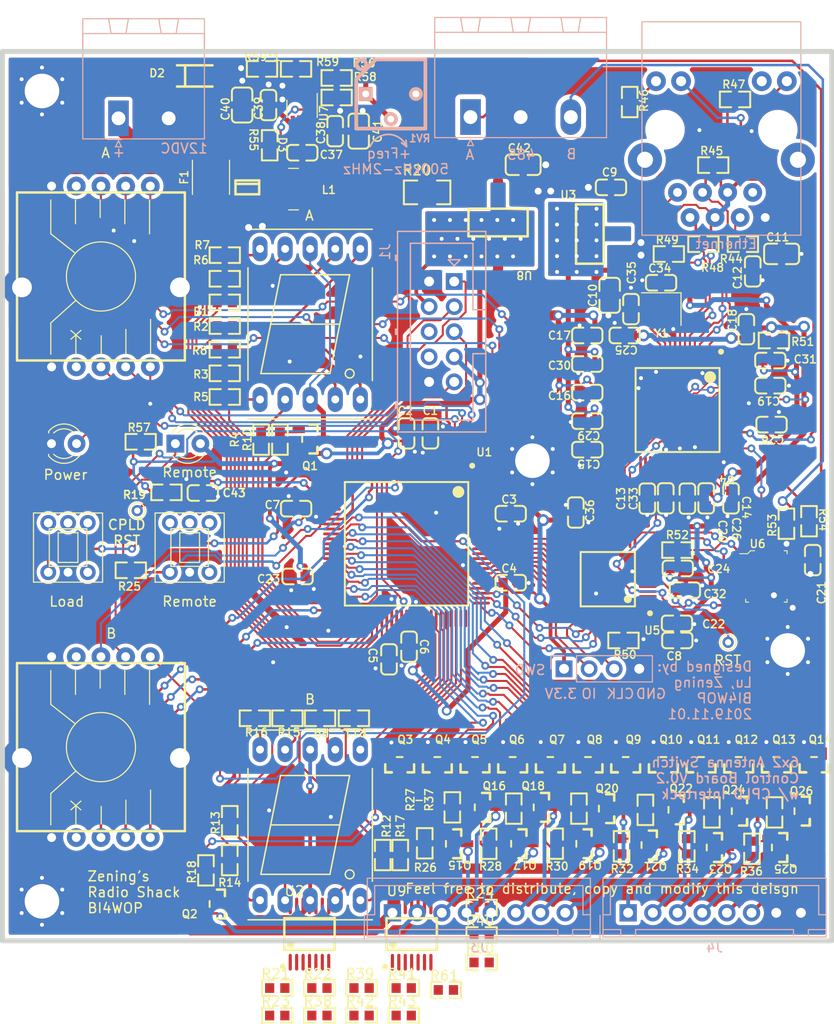
<source format=kicad_pcb>
(kicad_pcb (version 20171130) (host pcbnew "(5.1.4)-1")
  (layers (0 F.Cu signal) (31 B.Cu signal) (34 B.Paste user) (35 F.Paste user) (36 B.SilkS user) (37 F.SilkS user) (38 B.Mask user) (39 F.Mask user) (44 Edge.Cuts user))
  (net 0 "")
  (net 1 +3V3)
  (net 2 /Remote/RST)
  (net 3 +1V8)
  (net 4 "Net-(D1-Pad1)")
  (net 5 +12V)
  (net 6 "Net-(F1-Pad2)")
  (net 7 BCD1_2)
  (net 8 BCD1_1)
  (net 9 BCD1_0)
  (net 10 BCD2_2)
  (net 11 BCD2_1)
  (net 12 BCD2_0)
  (net 13 "Net-(J3-Pad3)")
  (net 14 "Net-(J3-Pad4)")
  (net 15 "Net-(J3-Pad5)")
  (net 16 "Net-(J3-Pad6)")
  (net 17 /Remote/INT)
  (net 18 /Remote/SWCLK)
  (net 19 /Remote/SWDIO)
  (net 20 "Net-(Q1-Pad3)")
  (net 21 "Net-(R18-Pad2)")
  (net 22 "Net-(R50-Pad2)")
  (net 23 "Net-(R51-Pad2)")
  (net 24 "Net-(R52-Pad1)")
  (net 25 "Net-(R55-Pad2)")
  (net 26 /Remote/SPI_MOSI)
  (net 27 /Remote/SPI_MISO)
  (net 28 /Remote/SPI_SCK)
  (net 29 /Remote/485RW)
  (net 30 /Remote/RXD)
  (net 31 /Remote/TXD)
  (net 32 /Remote/A)
  (net 33 /Remote/B)
  (net 34 /Remote/RXP)
  (net 35 /Remote/TXP)
  (net 36 /Remote/RXN)
  (net 37 /Remote/TXN)
  (net 38 /Remote/X+)
  (net 39 /Remote/X-)
  (net 40 /Remote/SPI_CS)
  (net 41 chasis)
  (net 42 "Net-(C37-Pad2)")
  (net 43 "Net-(C37-Pad1)")
  (net 44 "Net-(C38-Pad2)")
  (net 45 "Net-(D4-Pad2)")
  (net 46 "Net-(J1-Pad6)")
  (net 47 "Net-(J3-Pad7)")
  (net 48 "Net-(J3-Pad8)")
  (net 49 "Net-(J4-Pad1)")
  (net 50 "Net-(J4-Pad2)")
  (net 51 "Net-(J4-Pad3)")
  (net 52 "Net-(J4-Pad4)")
  (net 53 "Net-(J4-Pad5)")
  (net 54 "Net-(J4-Pad6)")
  (net 55 "Net-(J5-Pad12)")
  (net 56 "Net-(J5-Pad10)")
  (net 57 "Net-(J5-Pad9)")
  (net 58 "Net-(Q1-Pad1)")
  (net 59 "Net-(Q2-Pad3)")
  (net 60 "Net-(Q2-Pad1)")
  (net 61 "Net-(Q3-Pad3)")
  (net 62 "Net-(Q4-Pad3)")
  (net 63 "Net-(Q5-Pad3)")
  (net 64 "Net-(Q6-Pad3)")
  (net 65 "Net-(Q7-Pad3)")
  (net 66 "Net-(Q8-Pad3)")
  (net 67 "Net-(Q9-Pad3)")
  (net 68 "Net-(Q10-Pad3)")
  (net 69 "Net-(Q11-Pad3)")
  (net 70 "Net-(Q12-Pad3)")
  (net 71 "Net-(Q13-Pad3)")
  (net 72 "Net-(Q14-Pad3)")
  (net 73 "Net-(Q15-Pad1)")
  (net 74 "Net-(Q16-Pad1)")
  (net 75 "Net-(Q17-Pad1)")
  (net 76 "Net-(Q18-Pad1)")
  (net 77 "Net-(Q19-Pad1)")
  (net 78 "Net-(Q20-Pad1)")
  (net 79 "Net-(Q21-Pad1)")
  (net 80 "Net-(Q22-Pad1)")
  (net 81 "Net-(Q23-Pad1)")
  (net 82 "Net-(Q24-Pad1)")
  (net 83 "Net-(Q25-Pad1)")
  (net 84 "Net-(Q26-Pad1)")
  (net 85 "Net-(R1-Pad1)")
  (net 86 "Net-(R2-Pad1)")
  (net 87 "Net-(R3-Pad1)")
  (net 88 "Net-(R4-Pad1)")
  (net 89 "Net-(R5-Pad1)")
  (net 90 "Net-(R6-Pad1)")
  (net 91 "Net-(R7-Pad1)")
  (net 92 "Net-(R8-Pad1)")
  (net 93 "Net-(R9-Pad1)")
  (net 94 "Net-(R11-Pad1)")
  (net 95 "Net-(R12-Pad1)")
  (net 96 "Net-(R13-Pad1)")
  (net 97 "Net-(R14-Pad1)")
  (net 98 "Net-(R15-Pad1)")
  (net 99 "Net-(R16-Pad1)")
  (net 100 "Net-(R17-Pad1)")
  (net 101 /Interlock/SEL1_1)
  (net 102 /Interlock/SEL2_1)
  (net 103 /Interlock/SEL1_2)
  (net 104 /Interlock/SEL2_2)
  (net 105 /Interlock/SEL1_3)
  (net 106 /Interlock/SEL2_3)
  (net 107 /Interlock/SEL1_4)
  (net 108 /Interlock/SEL2_4)
  (net 109 /Interlock/SEL1_5)
  (net 110 /Interlock/SEL2_5)
  (net 111 /Interlock/SEL1_6)
  (net 112 /Interlock/SEL2_6)
  (net 113 /Interlock/LOAD)
  (net 114 /Interlock/REMOTE)
  (net 115 "Net-(SW1-Pad2)")
  (net 116 "Net-(SW2-Pad2)")
  (net 117 "Net-(U4-Pad35)")
  (net 118 BCDM1_0)
  (net 119 BCDM1_1)
  (net 120 BCDM1_2)
  (net 121 BCDM2_0)
  (net 122 BCDM2_1)
  (net 123 BCDM2_2)
  (net 124 "Net-(U1-Pad100)")
  (net 125 "Net-(U1-Pad99)")
  (net 126 "Net-(U1-Pad98)")
  (net 127 "Net-(U1-Pad97)")
  (net 128 "Net-(U1-Pad96)")
  (net 129 "Net-(U1-Pad95)")
  (net 130 "Net-(U1-Pad92)")
  (net 131 "Net-(U1-Pad91)")
  (net 132 "Net-(U1-Pad90)")
  (net 133 "Net-(U1-Pad64)")
  (net 134 "Net-(U1-Pad62)")
  (net 135 "Net-(U1-Pad49)")
  (net 136 "Net-(U1-Pad14)")
  (net 137 "Net-(U1-Pad12)")
  (net 138 "Net-(U1-Pad8)")
  (net 139 "Net-(U1-Pad1)")
  (net 140 "Net-(J1-Pad8)")
  (net 141 "Net-(R52-Pad2)")
  (net 142 "Net-(R59-Pad2)")
  (net 143 "Net-(U4-Pad57)")
  (net 144 "Net-(U4-Pad34)")
  (net 145 "Net-(U4-Pad33)")
  (net 146 "Net-(U4-Pad32)")
  (net 147 "Net-(U4-Pad27)")
  (net 148 "Net-(U4-Pad26)")
  (net 149 "Net-(U4-Pad25)")
  (net 150 "Net-(U4-Pad24)")
  (net 151 "Net-(U4-Pad23)")
  (net 152 "Net-(U4-Pad22)")
  (net 153 "Net-(U5-Pad46)")
  (net 154 "Net-(U5-Pad45)")
  (net 155 "Net-(U5-Pad43)")
  (net 156 "Net-(U5-Pad42)")
  (net 157 "Net-(U5-Pad41)")
  (net 158 "Net-(U5-Pad36)")
  (net 159 "Net-(U5-Pad35)")
  (net 160 "Net-(U5-Pad21)")
  (net 161 "Net-(U5-Pad20)")
  (net 162 "Net-(U5-Pad19)")
  (net 163 "Net-(U5-Pad18)")
  (net 164 "Net-(U5-Pad10)")
  (net 165 "Net-(U5-Pad6)")
  (net 166 "Net-(U5-Pad5)")
  (net 167 "Net-(U5-Pad4)")
  (net 168 "Net-(U5-Pad3)")
  (net 169 "Net-(U5-Pad2)")
  (net 170 "Net-(R59*1-Pad1)")
  (net 171 "Net-(C38-Pad1)")
  (net 172 "Net-(U1-Pad30)")
  (net 173 "Net-(U1-Pad29)")
  (net 174 "Net-(U1-Pad28)")
  (net 175 "Net-(U1-Pad26)")
  (net 176 "Net-(U1-Pad21)")
  (net 177 /Interlock/TCK)
  (net 178 /Interlock/TDO)
  (net 179 /Interlock/TMS)
  (net 180 /Interlock/TDI)
  (net 181 /Interlock/SEG1_A)
  (net 182 /Interlock/SEG1_B)
  (net 183 /Interlock/SEG1_C)
  (net 184 /Interlock/SEG1_D)
  (net 185 /Interlock/SEG1_E)
  (net 186 /Interlock/SEG1_F)
  (net 187 /Interlock/SEG1_G)
  (net 188 /Interlock/SEG1_DP)
  (net 189 /Interlock/SEG2_A)
  (net 190 /Interlock/SEG1)
  (net 191 /Interlock/SEG2_B)
  (net 192 /Interlock/SEG2_C)
  (net 193 /Interlock/SEG2_D)
  (net 194 /Interlock/SEG2_E)
  (net 195 /Interlock/SEG2_F)
  (net 196 /Interlock/SEG2_G)
  (net 197 /Interlock/SEG2_DP)
  (net 198 /Interlock/SW1_6)
  (net 199 /Interlock/SW1_5)
  (net 200 /Interlock/SW1_4)
  (net 201 /Interlock/SW1_3)
  (net 202 /Interlock/SW1_2)
  (net 203 /Interlock/SW1_1)
  (net 204 /Interlock/SW2_6)
  (net 205 /Interlock/SW2_5)
  (net 206 /Interlock/SW2_4)
  (net 207 /Interlock/SW2_3)
  (net 208 /Interlock/SW2_2)
  (net 209 /Interlock/SW2_1)
  (net 210 "Net-(U1-Pad75)")
  (net 211 "Net-(U1-Pad61)")
  (net 212 /Interlock/CPLDRST)
  (net 213 "Net-(R20-Pad1)")
  (net 214 "Net-(Q3-Pad1)")
  (net 215 "Net-(Q4-Pad1)")
  (net 216 "Net-(Q5-Pad1)")
  (net 217 "Net-(Q6-Pad1)")
  (net 218 "Net-(Q7-Pad1)")
  (net 219 "Net-(Q8-Pad1)")
  (net 220 "Net-(Q9-Pad1)")
  (net 221 "Net-(Q10-Pad1)")
  (net 222 "Net-(Q11-Pad1)")
  (net 223 "Net-(Q12-Pad1)")
  (net 224 "Net-(Q13-Pad1)")
  (net 225 "Net-(Q14-Pad1)")
  (net 226 "Net-(R21-Pad1)")
  (net 227 "Net-(R22-Pad1)")
  (net 228 "Net-(R23-Pad1)")
  (net 229 "Net-(R24-Pad1)")
  (net 230 "Net-(R38-Pad1)")
  (net 231 "Net-(R39-Pad1)")
  (net 232 "Net-(R40-Pad1)")
  (net 233 "Net-(R41-Pad1)")
  (net 234 "Net-(R42-Pad1)")
  (net 235 "Net-(R43-Pad1)")
  (net 236 "Net-(R60-Pad1)")
  (net 237 "Net-(R61-Pad1)")
  (module lc_lib:TSSOP-14 (layer F.Cu) (at 91.450001 139.312601)
    (fp_text reference U9 (at -1.523619 -4.350876) (layer F.SilkS))
    (fp_text value 74HC04)
    (pad 14 smd oval (at -1.95 -2.85 180) (size 0.32 1.7) (layers F.Cu F.Paste F.Mask) (net 1 +3V3))
    (pad 13 smd oval (at -1.3 -2.85 180) (size 0.32 1.7) (layers F.Cu F.Paste F.Mask) (net 112 /Interlock/SEL2_6))
    (pad 12 smd oval (at -0.65 -2.85 180) (size 0.32 1.7) (layers F.Cu F.Paste F.Mask) (net 237 "Net-(R61-Pad1)"))
    (pad 11 smd oval (at 0 -2.85 180) (size 0.32 1.7) (layers F.Cu F.Paste F.Mask) (net 111 /Interlock/SEL1_6))
    (pad 10 smd oval (at 0.65 -2.85 180) (size 0.32 1.7) (layers F.Cu F.Paste F.Mask) (net 236 "Net-(R60-Pad1)"))
    (pad 9 smd oval (at 1.3 -2.85 180) (size 0.32 1.7) (layers F.Cu F.Paste F.Mask) (net 110 /Interlock/SEL2_5))
    (pad 8 smd oval (at 1.95 -2.85 180) (size 0.32 1.7) (layers F.Cu F.Paste F.Mask) (net 235 "Net-(R43-Pad1)"))
    (pad 7 smd oval (at 1.95 2.85 180) (size 0.32 1.7) (layers F.Cu F.Paste F.Mask) (net 41 chasis))
    (pad 6 smd oval (at 1.3 2.85 180) (size 0.32 1.7) (layers F.Cu F.Paste F.Mask) (net 234 "Net-(R42-Pad1)"))
    (pad 5 smd oval (at 0.65 2.85 180) (size 0.32 1.7) (layers F.Cu F.Paste F.Mask) (net 109 /Interlock/SEL1_5))
    (pad 4 smd oval (at 0 2.85 180) (size 0.32 1.7) (layers F.Cu F.Paste F.Mask) (net 233 "Net-(R41-Pad1)"))
    (pad 3 smd oval (at -0.65 2.85 180) (size 0.32 1.7) (layers F.Cu F.Paste F.Mask) (net 108 /Interlock/SEL2_4))
    (pad 2 smd oval (at -1.3 2.85 180) (size 0.32 1.7) (layers F.Cu F.Paste F.Mask) (net 232 "Net-(R40-Pad1)"))
    (pad 1 smd oval (at -1.95 2.85 180) (size 0.32 1.7) (layers F.Cu F.Paste F.Mask) (net 107 /Interlock/SEL1_4))
  )
  (module lc_lib:TSSOP-14 (layer F.Cu) (at 81.100001 139.312601)
    (fp_text reference U2 (at -1.523619 -4.350876) (layer F.SilkS))
    (fp_text value 74HC04)
    (pad 14 smd oval (at -1.95 -2.85 180) (size 0.32 1.7) (layers F.Cu F.Paste F.Mask) (net 1 +3V3))
    (pad 13 smd oval (at -1.3 -2.85 180) (size 0.32 1.7) (layers F.Cu F.Paste F.Mask) (net 106 /Interlock/SEL2_3))
    (pad 12 smd oval (at -0.65 -2.85 180) (size 0.32 1.7) (layers F.Cu F.Paste F.Mask) (net 231 "Net-(R39-Pad1)"))
    (pad 11 smd oval (at 0 -2.85 180) (size 0.32 1.7) (layers F.Cu F.Paste F.Mask) (net 105 /Interlock/SEL1_3))
    (pad 10 smd oval (at 0.65 -2.85 180) (size 0.32 1.7) (layers F.Cu F.Paste F.Mask) (net 230 "Net-(R38-Pad1)"))
    (pad 9 smd oval (at 1.3 -2.85 180) (size 0.32 1.7) (layers F.Cu F.Paste F.Mask) (net 104 /Interlock/SEL2_2))
    (pad 8 smd oval (at 1.95 -2.85 180) (size 0.32 1.7) (layers F.Cu F.Paste F.Mask) (net 229 "Net-(R24-Pad1)"))
    (pad 7 smd oval (at 1.95 2.85 180) (size 0.32 1.7) (layers F.Cu F.Paste F.Mask) (net 41 chasis))
    (pad 6 smd oval (at 1.3 2.85 180) (size 0.32 1.7) (layers F.Cu F.Paste F.Mask) (net 228 "Net-(R23-Pad1)"))
    (pad 5 smd oval (at 0.65 2.85 180) (size 0.32 1.7) (layers F.Cu F.Paste F.Mask) (net 103 /Interlock/SEL1_2))
    (pad 4 smd oval (at 0 2.85 180) (size 0.32 1.7) (layers F.Cu F.Paste F.Mask) (net 227 "Net-(R22-Pad1)"))
    (pad 3 smd oval (at -0.65 2.85 180) (size 0.32 1.7) (layers F.Cu F.Paste F.Mask) (net 102 /Interlock/SEL2_1))
    (pad 2 smd oval (at -1.3 2.85 180) (size 0.32 1.7) (layers F.Cu F.Paste F.Mask) (net 226 "Net-(R21-Pad1)"))
    (pad 1 smd oval (at -1.95 2.85 180) (size 0.32 1.7) (layers F.Cu F.Paste F.Mask) (net 101 /Interlock/SEL1_1))
  )
  (module lc_lib:0603_R (layer F.Cu) (at 94.915001 144.967601)
    (fp_text reference R61 (at -0.158619 -1.439276) (layer F.SilkS))
    (fp_text value 47K)
    (pad 2 smd rect (at 0.77 0) (size 0.93 0.98) (layers F.Cu F.Paste F.Mask) (net 225 "Net-(Q14-Pad1)"))
    (pad 1 smd rect (at -0.77 0) (size 0.93 0.98) (layers F.Cu F.Paste F.Mask) (net 237 "Net-(R61-Pad1)"))
  )
  (module lc_lib:0603_R (layer F.Cu) (at 98.535001 142.187601)
    (fp_text reference R60 (at -0.158619 -1.439276) (layer F.SilkS))
    (fp_text value 47K)
    (pad 2 smd rect (at 0.77 0) (size 0.93 0.98) (layers F.Cu F.Paste F.Mask) (net 224 "Net-(Q13-Pad1)"))
    (pad 1 smd rect (at -0.77 0) (size 0.93 0.98) (layers F.Cu F.Paste F.Mask) (net 236 "Net-(R60-Pad1)"))
  )
  (module lc_lib:0603_R (layer F.Cu) (at 90.645001 147.557601)
    (fp_text reference R43 (at -0.158619 -1.439276) (layer F.SilkS))
    (fp_text value 47K)
    (pad 2 smd rect (at 0.77 0) (size 0.93 0.98) (layers F.Cu F.Paste F.Mask) (net 223 "Net-(Q12-Pad1)"))
    (pad 1 smd rect (at -0.77 0) (size 0.93 0.98) (layers F.Cu F.Paste F.Mask) (net 235 "Net-(R43-Pad1)"))
  )
  (module lc_lib:0603_R (layer F.Cu) (at 86.375001 147.557601)
    (fp_text reference R42 (at -0.158619 -1.439276) (layer F.SilkS))
    (fp_text value 47K)
    (pad 2 smd rect (at 0.77 0) (size 0.93 0.98) (layers F.Cu F.Paste F.Mask) (net 222 "Net-(Q11-Pad1)"))
    (pad 1 smd rect (at -0.77 0) (size 0.93 0.98) (layers F.Cu F.Paste F.Mask) (net 234 "Net-(R42-Pad1)"))
  )
  (module lc_lib:0603_R (layer F.Cu) (at 90.645001 144.777601)
    (fp_text reference R41 (at -0.158619 -1.439276) (layer F.SilkS))
    (fp_text value 47K)
    (pad 2 smd rect (at 0.77 0) (size 0.93 0.98) (layers F.Cu F.Paste F.Mask) (net 221 "Net-(Q10-Pad1)"))
    (pad 1 smd rect (at -0.77 0) (size 0.93 0.98) (layers F.Cu F.Paste F.Mask) (net 233 "Net-(R41-Pad1)"))
  )
  (module lc_lib:0603_R (layer F.Cu) (at 98.535001 139.407601)
    (fp_text reference R40 (at -0.158619 -1.439276) (layer F.SilkS))
    (fp_text value 47K)
    (pad 2 smd rect (at 0.77 0) (size 0.93 0.98) (layers F.Cu F.Paste F.Mask) (net 220 "Net-(Q9-Pad1)"))
    (pad 1 smd rect (at -0.77 0) (size 0.93 0.98) (layers F.Cu F.Paste F.Mask) (net 232 "Net-(R40-Pad1)"))
  )
  (module lc_lib:0603_R (layer F.Cu) (at 86.375001 144.777601)
    (fp_text reference R39 (at -0.158619 -1.439276) (layer F.SilkS))
    (fp_text value 47K)
    (pad 2 smd rect (at 0.77 0) (size 0.93 0.98) (layers F.Cu F.Paste F.Mask) (net 219 "Net-(Q8-Pad1)"))
    (pad 1 smd rect (at -0.77 0) (size 0.93 0.98) (layers F.Cu F.Paste F.Mask) (net 231 "Net-(R39-Pad1)"))
  )
  (module lc_lib:0603_R (layer F.Cu) (at 82.105001 147.557601)
    (fp_text reference R38 (at -0.158619 -1.439276) (layer F.SilkS))
    (fp_text value 47K)
    (pad 2 smd rect (at 0.77 0) (size 0.93 0.98) (layers F.Cu F.Paste F.Mask) (net 218 "Net-(Q7-Pad1)"))
    (pad 1 smd rect (at -0.77 0) (size 0.93 0.98) (layers F.Cu F.Paste F.Mask) (net 230 "Net-(R38-Pad1)"))
  )
  (module lc_lib:0603_R (layer F.Cu) (at 98.535001 136.627601)
    (fp_text reference R24 (at -0.158619 -1.439276) (layer F.SilkS))
    (fp_text value 47K)
    (pad 2 smd rect (at 0.77 0) (size 0.93 0.98) (layers F.Cu F.Paste F.Mask) (net 217 "Net-(Q6-Pad1)"))
    (pad 1 smd rect (at -0.77 0) (size 0.93 0.98) (layers F.Cu F.Paste F.Mask) (net 229 "Net-(R24-Pad1)"))
  )
  (module lc_lib:0603_R (layer F.Cu) (at 77.835001 147.557601)
    (fp_text reference R23 (at -0.158619 -1.439276) (layer F.SilkS))
    (fp_text value 47K)
    (pad 2 smd rect (at 0.77 0) (size 0.93 0.98) (layers F.Cu F.Paste F.Mask) (net 216 "Net-(Q5-Pad1)"))
    (pad 1 smd rect (at -0.77 0) (size 0.93 0.98) (layers F.Cu F.Paste F.Mask) (net 228 "Net-(R23-Pad1)"))
  )
  (module lc_lib:0603_R (layer F.Cu) (at 82.105001 144.777601)
    (fp_text reference R22 (at -0.158619 -1.439276) (layer F.SilkS))
    (fp_text value 47K)
    (pad 2 smd rect (at 0.77 0) (size 0.93 0.98) (layers F.Cu F.Paste F.Mask) (net 215 "Net-(Q4-Pad1)"))
    (pad 1 smd rect (at -0.77 0) (size 0.93 0.98) (layers F.Cu F.Paste F.Mask) (net 227 "Net-(R22-Pad1)"))
  )
  (module lc_lib:0603_R (layer F.Cu) (at 77.835001 144.777601)
    (fp_text reference R21 (at -0.158619 -1.439276) (layer F.SilkS))
    (fp_text value 47K)
    (pad 2 smd rect (at 0.77 0) (size 0.93 0.98) (layers F.Cu F.Paste F.Mask) (net 214 "Net-(Q3-Pad1)"))
    (pad 1 smd rect (at -0.77 0) (size 0.93 0.98) (layers F.Cu F.Paste F.Mask) (net 226 "Net-(R21-Pad1)"))
  )
  (module lc_lib:1206_R (layer F.Cu) (at 93.0148 64.262 180)
    (fp_text reference R20 (at 1.016 2.2352) (layer F.SilkS))
    (fp_text value 0)
    (pad 2 smd rect (at 1.49 0 180) (size 1.13 1.8) (layers F.Cu F.Paste F.Mask) (net 171 "Net-(C38-Pad1)"))
    (pad 1 smd rect (at -1.49 0 180) (size 1.13 1.8) (layers F.Cu F.Paste F.Mask) (net 213 "Net-(R20-Pad1)"))
  )
  (module MyPCBLib:K8-7071 (layer F.Cu) (at 68.961 100.203)
    (fp_text reference SW4 hide)
    (fp_text value REMOTE)
    (pad 4 thru_hole circle (at -2 -2.5) (size 1.6 1.6) (drill 0.9) (layers *.Cu *.Mask))
    (pad 5 thru_hole circle (at 0 -2.5) (size 1.6 1.6) (drill 0.9) (layers *.Cu *.Mask))
    (pad 6 thru_hole circle (at 2 -2.5) (size 1.6 1.6) (drill 0.9) (layers *.Cu *.Mask))
    (pad 1 thru_hole circle (at -2 2.5) (size 1.6 1.6) (drill 0.9) (layers *.Cu *.Mask) (net 114 /Interlock/REMOTE))
    (pad 2 thru_hole circle (at 0 2.5) (size 1.6 1.6) (drill 0.9) (layers *.Cu *.Mask) (net 41 chasis))
    (pad 3 thru_hole circle (at 2 2.5) (size 1.6 1.6) (drill 0.9) (layers *.Cu *.Mask))
  )
  (module MyPCBLib:K8-7071 (layer F.Cu) (at 56.642 100.203)
    (fp_text reference SW3 hide)
    (fp_text value LOAD)
    (pad 4 thru_hole circle (at -2 -2.5) (size 1.6 1.6) (drill 0.9) (layers *.Cu *.Mask))
    (pad 5 thru_hole circle (at 0 -2.5) (size 1.6 1.6) (drill 0.9) (layers *.Cu *.Mask))
    (pad 6 thru_hole circle (at 2 -2.5) (size 1.6 1.6) (drill 0.9) (layers *.Cu *.Mask))
    (pad 1 thru_hole circle (at -2 2.5) (size 1.6 1.6) (drill 0.9) (layers *.Cu *.Mask) (net 113 /Interlock/LOAD))
    (pad 2 thru_hole circle (at 0 2.5) (size 1.6 1.6) (drill 0.9) (layers *.Cu *.Mask) (net 41 chasis))
    (pad 3 thru_hole circle (at 2 2.5) (size 1.6 1.6) (drill 0.9) (layers *.Cu *.Mask))
  )
  (module lc_lib:0603_R (layer F.Cu) (at 66.6115 94.615)
    (fp_text reference R19 (at -3.2385 0.254) (layer F.SilkS) (effects (font (size 0.8 0.8) (thickness 0.17))))
    (fp_text value 1K)
    (pad 2 smd rect (at 0.77 0) (size 0.93 0.98) (layers F.Cu F.Paste F.Mask) (net 212 /Interlock/CPLDRST))
    (pad 1 smd rect (at -0.77 0) (size 0.93 0.98) (layers F.Cu F.Paste F.Mask) (net 1 +3V3))
  )
  (module Connectors:PINTST (layer F.Cu) (at 63.6524 96.4692)
    (fp_text reference J9 hide)
    (fp_text value RST)
    (pad 1 thru_hole circle (at 0 0) (size 1.143 1.143) (drill 0.635) (layers *.Cu *.Mask) (net 212 /Interlock/CPLDRST))
  )
  (module lc_lib:0603_C (layer F.Cu) (at 70.2945 94.6785)
    (fp_text reference C43 (at 3.175 0) (layer F.SilkS) (effects (font (size 0.8 0.8) (thickness 0.17))))
    (fp_text value 104)
    (pad 2 smd rect (at 0.77 0) (size 0.93 0.98) (layers F.Cu F.Paste F.Mask) (net 41 chasis))
    (pad 1 smd rect (at -0.77 0) (size 0.93 0.98) (layers F.Cu F.Paste F.Mask) (net 212 /Interlock/CPLDRST))
  )
  (module Connectors:PINTST (layer F.Cu) (at 123.5075 109.7915)
    (fp_text reference J2 hide)
    (fp_text value Conn_01x01)
    (pad 1 thru_hole circle (at 0 0) (size 1.143 1.143) (drill 0.635) (layers *.Cu *.Mask) (net 2 /Remote/RST))
  )
  (module lc_lib:LQFP-100_14X14X05P (layer F.Cu) (at 90.932 99.822 180)
    (fp_text reference U1 (at -7.874 9.271 unlocked) (layer F.SilkS) (effects (font (size 0.8 0.8))))
    (fp_text value EPM240T100)
    (pad 100 smd oval (at -7.55 6 270) (size 0.28 1.8) (layers F.Cu F.Paste F.Mask) (net 124 "Net-(U1-Pad100)"))
    (pad 99 smd oval (at -7.55 5.5 270) (size 0.28 1.8) (layers F.Cu F.Paste F.Mask) (net 125 "Net-(U1-Pad99)"))
    (pad 98 smd oval (at -7.55 5 270) (size 0.28 1.8) (layers F.Cu F.Paste F.Mask) (net 126 "Net-(U1-Pad98)"))
    (pad 97 smd oval (at -7.55 4.5 270) (size 0.28 1.8) (layers F.Cu F.Paste F.Mask) (net 127 "Net-(U1-Pad97)"))
    (pad 96 smd oval (at -7.55 4 270) (size 0.28 1.8) (layers F.Cu F.Paste F.Mask) (net 128 "Net-(U1-Pad96)"))
    (pad 95 smd oval (at -7.55 3.5 270) (size 0.28 1.8) (layers F.Cu F.Paste F.Mask) (net 129 "Net-(U1-Pad95)"))
    (pad 94 smd oval (at -7.55 3 270) (size 0.28 1.8) (layers F.Cu F.Paste F.Mask) (net 1 +3V3))
    (pad 93 smd oval (at -7.55 2.5 270) (size 0.28 1.8) (layers F.Cu F.Paste F.Mask) (net 41 chasis))
    (pad 92 smd oval (at -7.55 2 270) (size 0.28 1.8) (layers F.Cu F.Paste F.Mask) (net 130 "Net-(U1-Pad92)"))
    (pad 91 smd oval (at -7.55 1.5 270) (size 0.28 1.8) (layers F.Cu F.Paste F.Mask) (net 131 "Net-(U1-Pad91)"))
    (pad 90 smd oval (at -7.55 1 270) (size 0.28 1.8) (layers F.Cu F.Paste F.Mask) (net 132 "Net-(U1-Pad90)"))
    (pad 89 smd oval (at -7.55 0.5 270) (size 0.28 1.8) (layers F.Cu F.Paste F.Mask) (net 123 BCDM2_2))
    (pad 88 smd oval (at -7.55 0 270) (size 0.28 1.8) (layers F.Cu F.Paste F.Mask) (net 122 BCDM2_1))
    (pad 87 smd oval (at -7.55 -0.5 270) (size 0.28 1.8) (layers F.Cu F.Paste F.Mask) (net 121 BCDM2_0))
    (pad 86 smd oval (at -7.55 -1 270) (size 0.28 1.8) (layers F.Cu F.Paste F.Mask) (net 120 BCDM1_2))
    (pad 85 smd oval (at -7.55 -1.5 270) (size 0.28 1.8) (layers F.Cu F.Paste F.Mask) (net 119 BCDM1_1))
    (pad 84 smd oval (at -7.55 -2 270) (size 0.28 1.8) (layers F.Cu F.Paste F.Mask) (net 118 BCDM1_0))
    (pad 83 smd oval (at -7.55 -2.5 270) (size 0.28 1.8) (layers F.Cu F.Paste F.Mask) (net 10 BCD2_2))
    (pad 82 smd oval (at -7.55 -3 270) (size 0.28 1.8) (layers F.Cu F.Paste F.Mask) (net 11 BCD2_1))
    (pad 81 smd oval (at -7.55 -3.5 270) (size 0.28 1.8) (layers F.Cu F.Paste F.Mask) (net 12 BCD2_0))
    (pad 80 smd oval (at -7.55 -4 270) (size 0.28 1.8) (layers F.Cu F.Paste F.Mask) (net 1 +3V3))
    (pad 79 smd oval (at -7.55 -4.5 270) (size 0.28 1.8) (layers F.Cu F.Paste F.Mask) (net 41 chasis))
    (pad 78 smd oval (at -7.55 -5 270) (size 0.28 1.8) (layers F.Cu F.Paste F.Mask) (net 7 BCD1_2))
    (pad 77 smd oval (at -7.55 -5.5 270) (size 0.28 1.8) (layers F.Cu F.Paste F.Mask) (net 8 BCD1_1))
    (pad 76 smd oval (at -7.55 -6 270) (size 0.28 1.8) (layers F.Cu F.Paste F.Mask) (net 9 BCD1_0))
    (pad 75 smd oval (at -6 -7.55) (size 0.28 1.8) (layers F.Cu F.Paste F.Mask) (net 210 "Net-(U1-Pad75)"))
    (pad 74 smd oval (at -5.5 -7.55) (size 0.28 1.8) (layers F.Cu F.Paste F.Mask) (net 21 "Net-(R18-Pad2)"))
    (pad 73 smd oval (at -5 -7.55) (size 0.28 1.8) (layers F.Cu F.Paste F.Mask) (net 191 /Interlock/SEG2_B))
    (pad 72 smd oval (at -4.5 -7.55) (size 0.28 1.8) (layers F.Cu F.Paste F.Mask) (net 197 /Interlock/SEG2_DP))
    (pad 71 smd oval (at -4 -7.55) (size 0.28 1.8) (layers F.Cu F.Paste F.Mask) (net 189 /Interlock/SEG2_A))
    (pad 70 smd oval (at -3.5 -7.55) (size 0.28 1.8) (layers F.Cu F.Paste F.Mask) (net 192 /Interlock/SEG2_C))
    (pad 69 smd oval (at -3 -7.55) (size 0.28 1.8) (layers F.Cu F.Paste F.Mask) (net 195 /Interlock/SEG2_F))
    (pad 68 smd oval (at -2.5 -7.55) (size 0.28 1.8) (layers F.Cu F.Paste F.Mask) (net 193 /Interlock/SEG2_D))
    (pad 67 smd oval (at -2 -7.55) (size 0.28 1.8) (layers F.Cu F.Paste F.Mask) (net 196 /Interlock/SEG2_G))
    (pad 66 smd oval (at -1.5 -7.55) (size 0.28 1.8) (layers F.Cu F.Paste F.Mask) (net 194 /Interlock/SEG2_E))
    (pad 65 smd oval (at -1 -7.55) (size 0.28 1.8) (layers F.Cu F.Paste F.Mask) (net 41 chasis))
    (pad 64 smd oval (at -0.5 -7.55) (size 0.28 1.8) (layers F.Cu F.Paste F.Mask) (net 133 "Net-(U1-Pad64)"))
    (pad 63 smd oval (at 0 -7.55) (size 0.28 1.8) (layers F.Cu F.Paste F.Mask) (net 1 +3V3))
    (pad 62 smd oval (at 0.5 -7.55) (size 0.28 1.8) (layers F.Cu F.Paste F.Mask) (net 134 "Net-(U1-Pad62)"))
    (pad 61 smd oval (at 1 -7.55) (size 0.28 1.8) (layers F.Cu F.Paste F.Mask) (net 211 "Net-(U1-Pad61)"))
    (pad 60 smd oval (at 1.5 -7.55) (size 0.28 1.8) (layers F.Cu F.Paste F.Mask) (net 41 chasis))
    (pad 59 smd oval (at 2 -7.55) (size 0.28 1.8) (layers F.Cu F.Paste F.Mask) (net 1 +3V3))
    (pad 58 smd oval (at 2.5 -7.55) (size 0.28 1.8) (layers F.Cu F.Paste F.Mask) (net 187 /Interlock/SEG1_G))
    (pad 57 smd oval (at 3 -7.55) (size 0.28 1.8) (layers F.Cu F.Paste F.Mask) (net 186 /Interlock/SEG1_F))
    (pad 56 smd oval (at 3.5 -7.55) (size 0.28 1.8) (layers F.Cu F.Paste F.Mask) (net 181 /Interlock/SEG1_A))
    (pad 55 smd oval (at 4 -7.55) (size 0.28 1.8) (layers F.Cu F.Paste F.Mask) (net 182 /Interlock/SEG1_B))
    (pad 54 smd oval (at 4.5 -7.55) (size 0.28 1.8) (layers F.Cu F.Paste F.Mask) (net 188 /Interlock/SEG1_DP))
    (pad 53 smd oval (at 5 -7.55) (size 0.28 1.8) (layers F.Cu F.Paste F.Mask) (net 183 /Interlock/SEG1_C))
    (pad 52 smd oval (at 5.5 -7.55) (size 0.28 1.8) (layers F.Cu F.Paste F.Mask) (net 185 /Interlock/SEG1_E))
    (pad 51 smd oval (at 6 -7.55) (size 0.28 1.8) (layers F.Cu F.Paste F.Mask) (net 184 /Interlock/SEG1_D))
    (pad 50 smd oval (at 7.55 -6 270) (size 0.28 1.8) (layers F.Cu F.Paste F.Mask) (net 190 /Interlock/SEG1))
    (pad 49 smd oval (at 7.55 -5.5 270) (size 0.28 1.8) (layers F.Cu F.Paste F.Mask) (net 135 "Net-(U1-Pad49)"))
    (pad 48 smd oval (at 7.55 -5 270) (size 0.28 1.8) (layers F.Cu F.Paste F.Mask) (net 101 /Interlock/SEL1_1))
    (pad 47 smd oval (at 7.55 -4.5 270) (size 0.28 1.8) (layers F.Cu F.Paste F.Mask) (net 102 /Interlock/SEL2_1))
    (pad 46 smd oval (at 7.55 -4 270) (size 0.28 1.8) (layers F.Cu F.Paste F.Mask) (net 41 chasis))
    (pad 45 smd oval (at 7.55 -3.5 270) (size 0.28 1.8) (layers F.Cu F.Paste F.Mask) (net 1 +3V3))
    (pad 44 smd oval (at 7.55 -3 270) (size 0.28 1.8) (layers F.Cu F.Paste F.Mask) (net 103 /Interlock/SEL1_2))
    (pad 43 smd oval (at 7.55 -2.5 270) (size 0.28 1.8) (layers F.Cu F.Paste F.Mask) (net 104 /Interlock/SEL2_2))
    (pad 42 smd oval (at 7.55 -2 270) (size 0.28 1.8) (layers F.Cu F.Paste F.Mask) (net 105 /Interlock/SEL1_3))
    (pad 41 smd oval (at 7.55 -1.5 270) (size 0.28 1.8) (layers F.Cu F.Paste F.Mask) (net 106 /Interlock/SEL2_3))
    (pad 40 smd oval (at 7.55 -1 270) (size 0.28 1.8) (layers F.Cu F.Paste F.Mask) (net 107 /Interlock/SEL1_4))
    (pad 39 smd oval (at 7.55 -0.5 270) (size 0.28 1.8) (layers F.Cu F.Paste F.Mask) (net 108 /Interlock/SEL2_4))
    (pad 38 smd oval (at 7.55 0 270) (size 0.28 1.8) (layers F.Cu F.Paste F.Mask) (net 109 /Interlock/SEL1_5))
    (pad 37 smd oval (at 7.55 0.5 270) (size 0.28 1.8) (layers F.Cu F.Paste F.Mask) (net 110 /Interlock/SEL2_5))
    (pad 36 smd oval (at 7.55 1 270) (size 0.28 1.8) (layers F.Cu F.Paste F.Mask) (net 111 /Interlock/SEL1_6))
    (pad 35 smd oval (at 7.55 1.5 270) (size 0.28 1.8) (layers F.Cu F.Paste F.Mask) (net 112 /Interlock/SEL2_6))
    (pad 34 smd oval (at 7.55 2 270) (size 0.28 1.8) (layers F.Cu F.Paste F.Mask) (net 114 /Interlock/REMOTE))
    (pad 33 smd oval (at 7.55 2.5 270) (size 0.28 1.8) (layers F.Cu F.Paste F.Mask) (net 113 /Interlock/LOAD))
    (pad 32 smd oval (at 7.55 3 270) (size 0.28 1.8) (layers F.Cu F.Paste F.Mask) (net 41 chasis))
    (pad 31 smd oval (at 7.55 3.5 270) (size 0.28 1.8) (layers F.Cu F.Paste F.Mask) (net 1 +3V3))
    (pad 30 smd oval (at 7.55 4 270) (size 0.28 1.8) (layers F.Cu F.Paste F.Mask) (net 172 "Net-(U1-Pad30)"))
    (pad 29 smd oval (at 7.55 4.5 270) (size 0.28 1.8) (layers F.Cu F.Paste F.Mask) (net 173 "Net-(U1-Pad29)"))
    (pad 28 smd oval (at 7.55 5 270) (size 0.28 1.8) (layers F.Cu F.Paste F.Mask) (net 174 "Net-(U1-Pad28)"))
    (pad 27 smd oval (at 7.55 5.5 270) (size 0.28 1.8) (layers F.Cu F.Paste F.Mask) (net 212 /Interlock/CPLDRST))
    (pad 26 smd oval (at 7.55 6 270) (size 0.28 1.8) (layers F.Cu F.Paste F.Mask) (net 175 "Net-(U1-Pad26)"))
    (pad 25 smd oval (at 6 7.55) (size 0.28 1.8) (layers F.Cu F.Paste F.Mask) (net 178 /Interlock/TDO))
    (pad 24 smd oval (at 5.5 7.55) (size 0.28 1.8) (layers F.Cu F.Paste F.Mask) (net 177 /Interlock/TCK))
    (pad 23 smd oval (at 5 7.55) (size 0.28 1.8) (layers F.Cu F.Paste F.Mask) (net 180 /Interlock/TDI))
    (pad 22 smd oval (at 4.5 7.55) (size 0.28 1.8) (layers F.Cu F.Paste F.Mask) (net 179 /Interlock/TMS))
    (pad 21 smd oval (at 4 7.55) (size 0.28 1.8) (layers F.Cu F.Paste F.Mask) (net 176 "Net-(U1-Pad21)"))
    (pad 20 smd oval (at 3.5 7.55) (size 0.28 1.8) (layers F.Cu F.Paste F.Mask) (net 204 /Interlock/SW2_6))
    (pad 19 smd oval (at 3 7.55) (size 0.28 1.8) (layers F.Cu F.Paste F.Mask) (net 205 /Interlock/SW2_5))
    (pad 18 smd oval (at 2.5 7.55) (size 0.28 1.8) (layers F.Cu F.Paste F.Mask) (net 206 /Interlock/SW2_4))
    (pad 17 smd oval (at 2 7.55) (size 0.28 1.8) (layers F.Cu F.Paste F.Mask) (net 207 /Interlock/SW2_3))
    (pad 16 smd oval (at 1.5 7.55) (size 0.28 1.8) (layers F.Cu F.Paste F.Mask) (net 208 /Interlock/SW2_2))
    (pad 15 smd oval (at 1 7.55) (size 0.28 1.8) (layers F.Cu F.Paste F.Mask) (net 209 /Interlock/SW2_1))
    (pad 14 smd oval (at 0.5 7.55) (size 0.28 1.8) (layers F.Cu F.Paste F.Mask) (net 136 "Net-(U1-Pad14)"))
    (pad 13 smd oval (at 0 7.55) (size 0.28 1.8) (layers F.Cu F.Paste F.Mask) (net 1 +3V3))
    (pad 12 smd oval (at -0.5 7.55) (size 0.28 1.8) (layers F.Cu F.Paste F.Mask) (net 137 "Net-(U1-Pad12)"))
    (pad 11 smd oval (at -1 7.55) (size 0.28 1.8) (layers F.Cu F.Paste F.Mask) (net 41 chasis))
    (pad 10 smd oval (at -1.5 7.55) (size 0.28 1.8) (layers F.Cu F.Paste F.Mask) (net 41 chasis))
    (pad 9 smd oval (at -2 7.55) (size 0.28 1.8) (layers F.Cu F.Paste F.Mask) (net 1 +3V3))
    (pad 8 smd oval (at -2.5 7.55) (size 0.28 1.8) (layers F.Cu F.Paste F.Mask) (net 138 "Net-(U1-Pad8)"))
    (pad 7 smd oval (at -3 7.55) (size 0.28 1.8) (layers F.Cu F.Paste F.Mask) (net 198 /Interlock/SW1_6))
    (pad 6 smd oval (at -3.5 7.55) (size 0.28 1.8) (layers F.Cu F.Paste F.Mask) (net 199 /Interlock/SW1_5))
    (pad 5 smd oval (at -4 7.55) (size 0.28 1.8) (layers F.Cu F.Paste F.Mask) (net 200 /Interlock/SW1_4))
    (pad 4 smd oval (at -4.5 7.55) (size 0.28 1.8) (layers F.Cu F.Paste F.Mask) (net 203 /Interlock/SW1_1))
    (pad 3 smd oval (at -5 7.55) (size 0.28 1.8) (layers F.Cu F.Paste F.Mask) (net 202 /Interlock/SW1_2))
    (pad 2 smd oval (at -5.5 7.55) (size 0.28 1.8) (layers F.Cu F.Paste F.Mask) (net 201 /Interlock/SW1_3))
    (pad 1 smd oval (at -6 7.55) (size 0.28 1.8) (layers F.Cu F.Paste F.Mask) (net 139 "Net-(U1-Pad1)"))
  )
  (module Displays_7-Segment:7SegmentLED_LTS6760_LTS6780 (layer F.Cu) (at 81.169 77.597)
    (fp_text reference SEG1 hide)
    (fp_text value "0.56'' BLUE CA")
    (pad 1 thru_hole oval (at -5.08 7.62) (size 1.524 2.524) (drill 0.8) (layers *.Cu *.Mask) (net 89 "Net-(R5-Pad1)"))
    (pad 2 thru_hole oval (at -2.54 7.62) (size 1.524 2.524) (drill 0.8) (layers *.Cu *.Mask) (net 88 "Net-(R4-Pad1)"))
    (pad 3 thru_hole oval (at 0 7.62) (size 1.524 2.524) (drill 0.8) (layers *.Cu *.Mask) (net 20 "Net-(Q1-Pad3)"))
    (pad 4 thru_hole oval (at 2.54 7.62) (size 1.524 2.524) (drill 0.8) (layers *.Cu *.Mask) (net 87 "Net-(R3-Pad1)"))
    (pad 5 thru_hole oval (at 5.08 7.62) (size 1.524 2.524) (drill 0.8) (layers *.Cu *.Mask) (net 92 "Net-(R8-Pad1)"))
    (pad 6 thru_hole oval (at 5.08 -7.62) (size 1.524 2.524) (drill 0.8) (layers *.Cu *.Mask) (net 86 "Net-(R2-Pad1)"))
    (pad 7 thru_hole oval (at 2.54 -7.62) (size 1.524 2.524) (drill 0.8) (layers *.Cu *.Mask) (net 85 "Net-(R1-Pad1)"))
    (pad 8 thru_hole oval (at 0 -7.62) (size 1.524 2.524) (drill 0.8) (layers *.Cu *.Mask) (net 20 "Net-(Q1-Pad3)"))
    (pad 9 thru_hole oval (at -2.54 -7.62) (size 1.524 2.524) (drill 0.8) (layers *.Cu *.Mask) (net 90 "Net-(R6-Pad1)"))
    (pad 10 thru_hole oval (at -5.08 -7.62) (size 1.524 2.524) (drill 0.8) (layers *.Cu *.Mask) (net 91 "Net-(R7-Pad1)"))
  )
  (module lc_lib:0603_C (layer F.Cu) (at 118.356 109.601)
    (fp_text reference C8 (at -0.3095 1.5875 unlocked) (layer F.SilkS) (effects (font (size 0.8 0.8))))
    (fp_text value 104)
    (pad 2 smd rect (at 0.77 0) (size 0.93 0.98) (layers F.Cu F.Paste F.Mask) (net 41 chasis))
    (pad 1 smd rect (at -0.77 0) (size 0.93 0.98) (layers F.Cu F.Paste F.Mask) (net 1 +3V3))
  )
  (module lc_lib:0603_C (layer F.Cu) (at 91.186 110.236 270)
    (fp_text reference C6 (at 0 -1.524 270 unlocked) (layer F.SilkS) (effects (font (size 0.8 0.8))))
    (fp_text value 104)
    (pad 2 smd rect (at 0.77 0 270) (size 0.93 0.98) (layers F.Cu F.Paste F.Mask) (net 41 chasis))
    (pad 1 smd rect (at -0.77 0 270) (size 0.93 0.98) (layers F.Cu F.Paste F.Mask) (net 1 +3V3))
  )
  (module lc_lib:SOT-223 (layer F.Cu) (at 100.203 67.31 90)
    (fp_text reference U8 (at -5.334 2.667 180 unlocked) (layer F.SilkS) (effects (font (size 0.8 0.8))))
    (fp_text value AZ1117-3.3)
    (pad 3 smd rect (at 3 -2.3) (size 1 2.2) (layers F.Cu F.Paste F.Mask) (net 213 "Net-(R20-Pad1)"))
    (pad 2 smd rect (at -3 0) (size 3.5 2.2) (layers F.Cu F.Paste F.Mask) (net 1 +3V3))
    (pad 2 smd rect (at 3 0) (size 1 2.2) (layers F.Cu F.Paste F.Mask) (net 1 +3V3))
    (pad 1 smd rect (at 3 2.3) (size 1 2.2) (layers F.Cu F.Paste F.Mask) (net 41 chasis))
  )
  (module lc_lib:0603_C (layer F.Cu) (at 116.713 73.406 180)
    (fp_text reference C34 (at 0.127 1.4605 unlocked) (layer F.SilkS) (effects (font (size 0.8 0.8))))
    (fp_text value 10pF)
    (pad 2 smd rect (at 0.77 0 180) (size 0.93 0.98) (layers F.Cu F.Paste F.Mask) (net 41 chasis))
    (pad 1 smd rect (at -0.77 0 180) (size 0.93 0.98) (layers F.Cu F.Paste F.Mask) (net 38 /Remote/X+))
  )
  (module lc_lib:LL-34 (layer F.Cu) (at 69.4756 52.4764)
    (fp_text reference D2 (at -3.8166 -0.2794 unlocked) (layer F.SilkS) (effects (font (size 0.8 0.8))))
    (fp_text value 16V)
    (pad 2 smd rect (at -1.75 0 180) (size 0.9 1.5) (layers F.Cu F.Paste F.Mask) (net 41 chasis))
    (pad 1 smd rect (at 1.75 0 180) (size 0.9 1.5) (layers F.Cu F.Paste F.Mask) (net 5 +12V))
  )
  (module "lc_lib:SMA(DO-214AC)_S3" (layer F.Cu) (at 74.803 63.754 270)
    (fp_text reference D3 (at -4.318 -3.556 270 unlocked) (layer F.SilkS) (effects (font (size 0.8 0.8))))
    (fp_text value SS34)
    (pad 2 smd rect (at -2.1 0 180) (size 2 2) (layers F.Cu F.Paste F.Mask) (net 5 +12V))
    (pad 1 smd rect (at 2.1 0 180) (size 2 2) (layers F.Cu F.Paste F.Mask) (net 41 chasis))
  )
  (module lc_lib:0603_C (layer F.Cu) (at 76.9432 55.4228 90)
    (fp_text reference C39 (at -0.3302 -0.9972 90 unlocked) (layer F.SilkS) (effects (font (size 0.8 0.8))))
    (fp_text value 104)
    (pad 2 smd rect (at 0.77 0 90) (size 0.93 0.98) (layers F.Cu F.Paste F.Mask) (net 41 chasis))
    (pad 1 smd rect (at -0.77 0 90) (size 0.93 0.98) (layers F.Cu F.Paste F.Mask) (net 5 +12V))
  )
  (module lc_lib:0603_C (layer F.Cu) (at 83.6996 58.0644 90)
    (fp_text reference C38 (at -0.158619 -1.439276 90 unlocked) (layer F.SilkS) (effects (font (size 0.8 0.8))))
    (fp_text value 47pF)
    (pad 2 smd rect (at 0.77 0 90) (size 0.93 0.98) (layers F.Cu F.Paste F.Mask) (net 44 "Net-(C38-Pad2)"))
    (pad 1 smd rect (at -0.77 0 90) (size 0.93 0.98) (layers F.Cu F.Paste F.Mask) (net 171 "Net-(C38-Pad1)"))
  )
  (module lc_lib:0603_C (layer F.Cu) (at 80.3722 60.2488)
    (fp_text reference C37 (at 2.9398 0.2032 unlocked) (layer F.SilkS) (effects (font (size 0.8 0.8))))
    (fp_text value 10nF)
    (pad 2 smd rect (at 0.77 0) (size 0.93 0.98) (layers F.Cu F.Paste F.Mask) (net 42 "Net-(C37-Pad2)"))
    (pad 1 smd rect (at -0.77 0) (size 0.93 0.98) (layers F.Cu F.Paste F.Mask) (net 43 "Net-(C37-Pad1)"))
  )
  (module lc_lib:0603_C (layer F.Cu) (at 108.077 96.655 270)
    (fp_text reference C36 (at -0.158619 -1.439276 90 unlocked) (layer F.SilkS) (effects (font (size 0.8 0.8))))
    (fp_text value 104)
    (pad 2 smd rect (at 0.77 0 270) (size 0.93 0.98) (layers F.Cu F.Paste F.Mask) (net 1 +3V3))
    (pad 1 smd rect (at -0.77 0 270) (size 0.93 0.98) (layers F.Cu F.Paste F.Mask) (net 41 chasis))
  )
  (module lc_lib:0603_C (layer F.Cu) (at 113.665 76.073 90)
    (fp_text reference C35 (at 3.683 0.0635 90 unlocked) (layer F.SilkS) (effects (font (size 0.8 0.8))))
    (fp_text value 10pF)
    (pad 2 smd rect (at 0.77 0 90) (size 0.93 0.98) (layers F.Cu F.Paste F.Mask) (net 41 chasis))
    (pad 1 smd rect (at -0.77 0 90) (size 0.93 0.98) (layers F.Cu F.Paste F.Mask) (net 39 /Remote/X-))
  )
  (module lc_lib:0603_C (layer F.Cu) (at 115.316 95.25 270)
    (fp_text reference C33 (at 0 1.397 90 unlocked) (layer F.SilkS) (effects (font (size 0.8 0.8))))
    (fp_text value 104)
    (pad 2 smd rect (at 0.77 0 270) (size 0.93 0.98) (layers F.Cu F.Paste F.Mask) (net 41 chasis))
    (pad 1 smd rect (at -0.77 0 270) (size 0.93 0.98) (layers F.Cu F.Paste F.Mask) (net 2 /Remote/RST))
  )
  (module lc_lib:0603_C (layer F.Cu) (at 119.126 104.521)
    (fp_text reference C32 (at 3.048 0.381 unlocked) (layer F.SilkS) (effects (font (size 0.8 0.8))))
    (fp_text value 104)
    (pad 2 smd rect (at 0.77 0) (size 0.93 0.98) (layers F.Cu F.Paste F.Mask) (net 41 chasis))
    (pad 1 smd rect (at -0.77 0) (size 0.93 0.98) (layers F.Cu F.Paste F.Mask) (net 2 /Remote/RST))
  )
  (module lc_lib:0603_C (layer F.Cu) (at 127.779 81.28)
    (fp_text reference C31 (at 3.539 -0.127 unlocked) (layer F.SilkS) (effects (font (size 0.8 0.8))))
    (fp_text value 104)
    (pad 2 smd rect (at 0.77 0) (size 0.93 0.98) (layers F.Cu F.Paste F.Mask) (net 41 chasis))
    (pad 1 smd rect (at -0.77 0) (size 0.93 0.98) (layers F.Cu F.Paste F.Mask) (net 3 +1V8))
  )
  (module lc_lib:0603_C (layer F.Cu) (at 109.237 81.6292 180)
    (fp_text reference C30 (at 2.811 -0.1588 unlocked) (layer F.SilkS) (effects (font (size 0.8 0.8))))
    (fp_text value 104)
    (pad 2 smd rect (at 0.77 0 180) (size 0.93 0.98) (layers F.Cu F.Paste F.Mask) (net 41 chasis))
    (pad 1 smd rect (at -0.77 0 180) (size 0.93 0.98) (layers F.Cu F.Paste F.Mask) (net 3 +1V8))
  )
  (module lc_lib:0603_C (layer F.Cu) (at 109.237 87.4078 180)
    (fp_text reference C29 (at -0.158619 -1.439276 180 unlocked) (layer F.SilkS) (effects (font (size 0.8 0.8))))
    (fp_text value 104)
    (pad 2 smd rect (at 0.77 0 180) (size 0.93 0.98) (layers F.Cu F.Paste F.Mask) (net 41 chasis))
    (pad 1 smd rect (at -0.77 0 180) (size 0.93 0.98) (layers F.Cu F.Paste F.Mask) (net 3 +1V8))
  )
  (module lc_lib:0603_C (layer F.Cu) (at 127.906 87.757)
    (fp_text reference C28 (at 0.11 1.524 180 unlocked) (layer F.SilkS) (effects (font (size 0.8 0.8))))
    (fp_text value 104)
    (pad 2 smd rect (at 0.77 0) (size 0.93 0.98) (layers F.Cu F.Paste F.Mask) (net 41 chasis))
    (pad 1 smd rect (at -0.77 0) (size 0.93 0.98) (layers F.Cu F.Paste F.Mask) (net 3 +1V8))
  )
  (module lc_lib:0603_C (layer F.Cu) (at 121.28 95.224 270)
    (fp_text reference C26 (at 3.074 -3.053 270 unlocked) (layer F.SilkS) (effects (font (size 0.8 0.8))))
    (fp_text value 104)
    (pad 2 smd rect (at 0.77 0 270) (size 0.93 0.98) (layers F.Cu F.Paste F.Mask) (net 41 chasis))
    (pad 1 smd rect (at -0.77 0 270) (size 0.93 0.98) (layers F.Cu F.Paste F.Mask) (net 3 +1V8))
  )
  (module lc_lib:0603_C (layer F.Cu) (at 113.03 78.74 180)
    (fp_text reference C25 (at -0.158619 -1.439276 180 unlocked) (layer F.SilkS) (effects (font (size 0.8 0.8))))
    (fp_text value 104)
    (pad 2 smd rect (at 0.77 0 180) (size 0.93 0.98) (layers F.Cu F.Paste F.Mask) (net 41 chasis))
    (pad 1 smd rect (at -0.77 0 180) (size 0.93 0.98) (layers F.Cu F.Paste F.Mask) (net 1 +3V3))
  )
  (module lc_lib:0603_C (layer F.Cu) (at 118.404 102.311)
    (fp_text reference C24 (at 4.151 0.051 unlocked) (layer F.SilkS) (effects (font (size 0.8 0.8))))
    (fp_text value 104)
    (pad 2 smd rect (at 0.77 0) (size 0.93 0.98) (layers F.Cu F.Paste F.Mask) (net 41 chasis))
    (pad 1 smd rect (at -0.77 0) (size 0.93 0.98) (layers F.Cu F.Paste F.Mask) (net 1 +3V3))
  )
  (module lc_lib:0603_C (layer F.Cu) (at 79.891 103.124 180)
    (fp_text reference C23 (at 2.929 -0.254 unlocked) (layer F.SilkS) (effects (font (size 0.8 0.8))))
    (fp_text value 104)
    (pad 2 smd rect (at 0.77 0 180) (size 0.93 0.98) (layers F.Cu F.Paste F.Mask) (net 41 chasis))
    (pad 1 smd rect (at -0.77 0 180) (size 0.93 0.98) (layers F.Cu F.Paste F.Mask) (net 1 +3V3))
  )
  (module lc_lib:0603_C (layer F.Cu) (at 118.326 107.874)
    (fp_text reference C22 (at 3.721 0.076 unlocked) (layer F.SilkS) (effects (font (size 0.8 0.8))))
    (fp_text value 104)
    (pad 2 smd rect (at 0.77 0) (size 0.93 0.98) (layers F.Cu F.Paste F.Mask) (net 41 chasis))
    (pad 1 smd rect (at -0.77 0) (size 0.93 0.98) (layers F.Cu F.Paste F.Mask) (net 1 +3V3))
  )
  (module lc_lib:0603_C (layer F.Cu) (at 132.08 101.473 270)
    (fp_text reference C21 (at 3.302 -0.889 90 unlocked) (layer F.SilkS) (effects (font (size 0.8 0.8))))
    (fp_text value 104)
    (pad 2 smd rect (at 0.77 0 270) (size 0.93 0.98) (layers F.Cu F.Paste F.Mask) (net 41 chasis))
    (pad 1 smd rect (at -0.77 0 270) (size 0.93 0.98) (layers F.Cu F.Paste F.Mask) (net 1 +3V3))
  )
  (module lc_lib:0603_C (layer F.Cu) (at 119.38 95.25 270)
    (fp_text reference C20 (at 3.302 -3.556 270 unlocked) (layer F.SilkS) (effects (font (size 0.8 0.8))))
    (fp_text value 104)
    (pad 2 smd rect (at 0.77 0 270) (size 0.93 0.98) (layers F.Cu F.Paste F.Mask) (net 41 chasis))
    (pad 1 smd rect (at -0.77 0 270) (size 0.93 0.98) (layers F.Cu F.Paste F.Mask) (net 1 +3V3))
  )
  (module lc_lib:0603_C (layer F.Cu) (at 127.779 83.82)
    (fp_text reference C19 (at -0.158619 1.524 180 unlocked) (layer F.SilkS) (effects (font (size 0.8 0.8))))
    (fp_text value 104)
    (pad 2 smd rect (at 0.77 0) (size 0.93 0.98) (layers F.Cu F.Paste F.Mask) (net 41 chasis))
    (pad 1 smd rect (at -0.77 0) (size 0.93 0.98) (layers F.Cu F.Paste F.Mask) (net 1 +3V3))
  )
  (module lc_lib:0603_C (layer F.Cu) (at 125.349 78.105 90)
    (fp_text reference C18 (at 0.889 -1.397 90 unlocked) (layer F.SilkS) (effects (font (size 0.8 0.8))))
    (fp_text value 104)
    (pad 2 smd rect (at 0.77 0 90) (size 0.93 0.98) (layers F.Cu F.Paste F.Mask) (net 41 chasis))
    (pad 1 smd rect (at -0.77 0 90) (size 0.93 0.98) (layers F.Cu F.Paste F.Mask) (net 1 +3V3))
  )
  (module lc_lib:0603_C (layer F.Cu) (at 109.237 78.74 180)
    (fp_text reference C17 (at 2.811 0 unlocked) (layer F.SilkS) (effects (font (size 0.8 0.8))))
    (fp_text value 104)
    (pad 2 smd rect (at 0.77 0 180) (size 0.93 0.98) (layers F.Cu F.Paste F.Mask) (net 41 chasis))
    (pad 1 smd rect (at -0.77 0 180) (size 0.93 0.98) (layers F.Cu F.Paste F.Mask) (net 1 +3V3))
  )
  (module lc_lib:0603_C (layer F.Cu) (at 109.241 84.5185 180)
    (fp_text reference C16 (at 2.815 -0.3175 unlocked) (layer F.SilkS) (effects (font (size 0.8 0.8))))
    (fp_text value 104)
    (pad 2 smd rect (at 0.77 0 180) (size 0.93 0.98) (layers F.Cu F.Paste F.Mask) (net 41 chasis))
    (pad 1 smd rect (at -0.77 0 180) (size 0.93 0.98) (layers F.Cu F.Paste F.Mask) (net 1 +3V3))
  )
  (module lc_lib:0603_C (layer F.Cu) (at 109.242 90.297 180)
    (fp_text reference C15 (at -0.158619 -1.439276 180 unlocked) (layer F.SilkS) (effects (font (size 0.8 0.8))))
    (fp_text value 104)
    (pad 2 smd rect (at 0.77 0 180) (size 0.93 0.98) (layers F.Cu F.Paste F.Mask) (net 41 chasis))
    (pad 1 smd rect (at -0.77 0 180) (size 0.93 0.98) (layers F.Cu F.Paste F.Mask) (net 1 +3V3))
  )
  (module lc_lib:0603_C (layer F.Cu) (at 123.795 95.224 270)
    (fp_text reference C14 (at 0.915 -1.554 270 unlocked) (layer F.SilkS) (effects (font (size 0.8 0.8))))
    (fp_text value 104)
    (pad 2 smd rect (at 0.77 0 270) (size 0.93 0.98) (layers F.Cu F.Paste F.Mask) (net 41 chasis))
    (pad 1 smd rect (at -0.77 0 270) (size 0.93 0.98) (layers F.Cu F.Paste F.Mask) (net 1 +3V3))
  )
  (module lc_lib:0603_C (layer F.Cu) (at 117.191 95.223 90)
    (fp_text reference C13 (at -0.027 -4.542 90 unlocked) (layer F.SilkS) (effects (font (size 0.8 0.8))))
    (fp_text value 104)
    (pad 2 smd rect (at 0.77 0 90) (size 0.93 0.98) (layers F.Cu F.Paste F.Mask) (net 1 +3V3))
    (pad 1 smd rect (at -0.77 0 90) (size 0.93 0.98) (layers F.Cu F.Paste F.Mask) (net 41 chasis))
  )
  (module lc_lib:0603_C (layer F.Cu) (at 126.001 72.255 270)
    (fp_text reference C12 (at 0.643 1.541 90 unlocked) (layer F.SilkS) (effects (font (size 0.8 0.8))))
    (fp_text value 104)
    (pad 2 smd rect (at 0.77 0 270) (size 0.93 0.98) (layers F.Cu F.Paste F.Mask) (net 41 chasis))
    (pad 1 smd rect (at -0.77 0 270) (size 0.93 0.98) (layers F.Cu F.Paste F.Mask) (net 1 +3V3))
  )
  (module lc_lib:0603_C (layer F.Cu) (at 111.641 63.754 180)
    (fp_text reference C9 (at 0.135 1.524 unlocked) (layer F.SilkS) (effects (font (size 0.8 0.8))))
    (fp_text value 104)
    (pad 2 smd rect (at 0.77 0 180) (size 0.93 0.98) (layers F.Cu F.Paste F.Mask) (net 41 chasis))
    (pad 1 smd rect (at -0.77 0 180) (size 0.93 0.98) (layers F.Cu F.Paste F.Mask) (net 1 +3V3))
  )
  (module lc_lib:0603_C (layer F.Cu) (at 79.748 96.266 180)
    (fp_text reference C7 (at 2.405 0.381 unlocked) (layer F.SilkS) (effects (font (size 0.8 0.8))))
    (fp_text value 104)
    (pad 2 smd rect (at 0.77 0 180) (size 0.93 0.98) (layers F.Cu F.Paste F.Mask) (net 41 chasis))
    (pad 1 smd rect (at -0.77 0 180) (size 0.93 0.98) (layers F.Cu F.Paste F.Mask) (net 1 +3V3))
  )
  (module lc_lib:0603_C (layer F.Cu) (at 89.154 111.514 270)
    (fp_text reference C5 (at -0.389 1.651 270 unlocked) (layer F.SilkS) (effects (font (size 0.8 0.8))))
    (fp_text value 104)
    (pad 2 smd rect (at 0.77 0 270) (size 0.93 0.98) (layers F.Cu F.Paste F.Mask) (net 41 chasis))
    (pad 1 smd rect (at -0.77 0 270) (size 0.93 0.98) (layers F.Cu F.Paste F.Mask) (net 1 +3V3))
  )
  (module lc_lib:0603_C (layer F.Cu) (at 101.481 103.759)
    (fp_text reference C4 (at -0.158619 -1.439276 unlocked) (layer F.SilkS) (effects (font (size 0.8 0.8))))
    (fp_text value 104)
    (pad 2 smd rect (at 0.77 0) (size 0.93 0.98) (layers F.Cu F.Paste F.Mask) (net 41 chasis))
    (pad 1 smd rect (at -0.77 0) (size 0.93 0.98) (layers F.Cu F.Paste F.Mask) (net 1 +3V3))
  )
  (module lc_lib:0603_C (layer F.Cu) (at 101.481 96.774)
    (fp_text reference C3 (at -0.158619 -1.439276 unlocked) (layer F.SilkS) (effects (font (size 0.8 0.8))))
    (fp_text value 104)
    (pad 2 smd rect (at 0.77 0) (size 0.93 0.98) (layers F.Cu F.Paste F.Mask) (net 41 chasis))
    (pad 1 smd rect (at -0.77 0) (size 0.93 0.98) (layers F.Cu F.Paste F.Mask) (net 1 +3V3))
  )
  (module lc_lib:0603_C (layer F.Cu) (at 90.932 88.646 90)
    (fp_text reference C2 (at 2.286 -0.127 unlocked) (layer F.SilkS) (effects (font (size 0.8 0.8))))
    (fp_text value 104)
    (pad 2 smd rect (at 0.77 0 90) (size 0.93 0.98) (layers F.Cu F.Paste F.Mask) (net 41 chasis))
    (pad 1 smd rect (at -0.77 0 90) (size 0.93 0.98) (layers F.Cu F.Paste F.Mask) (net 1 +3V3))
  )
  (module lc_lib:0603_C (layer F.Cu) (at 93.345 88.646 90)
    (fp_text reference C1 (at 2.286 0 unlocked) (layer F.SilkS) (effects (font (size 0.8 0.8))))
    (fp_text value 104)
    (pad 2 smd rect (at 0.77 0 90) (size 0.93 0.98) (layers F.Cu F.Paste F.Mask) (net 41 chasis))
    (pad 1 smd rect (at -0.77 0 90) (size 0.93 0.98) (layers F.Cu F.Paste F.Mask) (net 1 +3V3))
  )
  (module lc_lib:SOT-223 (layer F.Cu) (at 109.499 68.4784)
    (fp_text reference U3 (at -2.184 -3.9624 unlocked) (layer F.SilkS) (effects (font (size 0.8 0.8))))
    (fp_text value AZ1117-1.8)
    (pad 3 smd rect (at 3 -2.3 270) (size 1 2.2) (layers F.Cu F.Paste F.Mask) (net 1 +3V3))
    (pad 2 smd rect (at -3 0 270) (size 3.5 2.2) (layers F.Cu F.Paste F.Mask) (net 3 +1V8))
    (pad 2 smd rect (at 3 0 270) (size 1 2.2) (layers F.Cu F.Paste F.Mask) (net 3 +1V8))
    (pad 1 smd rect (at 3 2.3 270) (size 1 2.2) (layers F.Cu F.Paste F.Mask) (net 41 chasis))
  )
  (module lc_lib:0805_C (layer F.Cu) (at 102.743 61.468)
    (fp_text reference C42 (at -0.393619 -1.684276 unlocked) (layer F.SilkS) (effects (font (size 0.8 0.8))))
    (fp_text value 22uF)
    (pad 2 smd rect (at 0.89 0) (size 1.16 1.47) (layers F.Cu F.Paste F.Mask) (net 41 chasis))
    (pad 1 smd rect (at -0.89 0) (size 1.16 1.47) (layers F.Cu F.Paste F.Mask) (net 1 +3V3))
  )
  (module lc_lib:0603_R (layer F.Cu) (at 76.2908 51.7652 180)
    (fp_text reference R59*1 (at -0.0362 1.2192 unlocked) (layer F.SilkS) (effects (font (size 0.8 0.8))))
    (fp_text value 100K)
    (pad 2 smd rect (at 0.77 0 180) (size 0.93 0.98) (layers F.Cu F.Paste F.Mask) (net 41 chasis))
    (pad 1 smd rect (at -0.77 0 180) (size 0.93 0.98) (layers F.Cu F.Paste F.Mask) (net 170 "Net-(R59*1-Pad1)"))
  )
  (module MyPCBLib:M3_Screwhole (layer F.Cu) (at 103.683 91.4146)
    (fp_text reference SC4 hide)
    (fp_text value Conn_01x01 hide)
    (pad 1 thru_hole circle (at 2.05681 -1.1875 300) (size 0.8 0.8) (drill 0.4) (layers *.Cu *.Mask) (net 41 chasis))
    (pad 1 thru_hole circle (at 2.05681 1.1875 240) (size 0.8 0.8) (drill 0.4) (layers *.Cu *.Mask) (net 41 chasis))
    (pad 1 thru_hole circle (at 0 2.375 180) (size 0.8 0.8) (drill 0.4) (layers *.Cu *.Mask) (net 41 chasis))
    (pad 1 thru_hole circle (at -2.05681 1.1875 120) (size 0.8 0.8) (drill 0.4) (layers *.Cu *.Mask) (net 41 chasis))
    (pad 1 thru_hole circle (at -2.05681 -1.1875 60) (size 0.8 0.8) (drill 0.4) (layers *.Cu *.Mask) (net 41 chasis))
    (pad 1 thru_hole circle (at 0 -2.375) (size 0.8 0.8) (drill 0.4) (layers *.Cu *.Mask) (net 41 chasis))
    (pad 1 thru_hole circle (at 0 0) (size 6 6) (drill 3.5) (layers *.Cu *.Mask) (net 41 chasis))
  )
  (module MyPCBLib:M3_Screwhole (layer F.Cu) (at 129.54 110.617)
    (fp_text reference SC3 hide)
    (fp_text value Conn_01x01 hide)
    (pad 1 thru_hole circle (at 2.05681 -1.1875 300) (size 0.8 0.8) (drill 0.4) (layers *.Cu *.Mask) (net 41 chasis))
    (pad 1 thru_hole circle (at 2.05681 1.1875 240) (size 0.8 0.8) (drill 0.4) (layers *.Cu *.Mask) (net 41 chasis))
    (pad 1 thru_hole circle (at 0 2.375 180) (size 0.8 0.8) (drill 0.4) (layers *.Cu *.Mask) (net 41 chasis))
    (pad 1 thru_hole circle (at -2.05681 1.1875 120) (size 0.8 0.8) (drill 0.4) (layers *.Cu *.Mask) (net 41 chasis))
    (pad 1 thru_hole circle (at -2.05681 -1.1875 60) (size 0.8 0.8) (drill 0.4) (layers *.Cu *.Mask) (net 41 chasis))
    (pad 1 thru_hole circle (at 0 -2.375) (size 0.8 0.8) (drill 0.4) (layers *.Cu *.Mask) (net 41 chasis))
    (pad 1 thru_hole circle (at 0 0) (size 6 6) (drill 3.5) (layers *.Cu *.Mask) (net 41 chasis))
  )
  (module MyPCBLib:M3_Screwhole (layer F.Cu) (at 54 136)
    (fp_text reference SC2 hide)
    (fp_text value Conn_01x01 hide)
    (pad 1 thru_hole circle (at 2.05681 -1.1875 300) (size 0.8 0.8) (drill 0.4) (layers *.Cu *.Mask) (net 41 chasis))
    (pad 1 thru_hole circle (at 2.05681 1.1875 240) (size 0.8 0.8) (drill 0.4) (layers *.Cu *.Mask) (net 41 chasis))
    (pad 1 thru_hole circle (at 0 2.375 180) (size 0.8 0.8) (drill 0.4) (layers *.Cu *.Mask) (net 41 chasis))
    (pad 1 thru_hole circle (at -2.05681 1.1875 120) (size 0.8 0.8) (drill 0.4) (layers *.Cu *.Mask) (net 41 chasis))
    (pad 1 thru_hole circle (at -2.05681 -1.1875 60) (size 0.8 0.8) (drill 0.4) (layers *.Cu *.Mask) (net 41 chasis))
    (pad 1 thru_hole circle (at 0 -2.375) (size 0.8 0.8) (drill 0.4) (layers *.Cu *.Mask) (net 41 chasis))
    (pad 1 thru_hole circle (at 0 0) (size 6 6) (drill 3.5) (layers *.Cu *.Mask) (net 41 chasis))
  )
  (module MyPCBLib:M3_Screwhole (layer F.Cu) (at 54 54)
    (fp_text reference SC1 hide)
    (fp_text value Conn_01x01 hide)
    (pad 1 thru_hole circle (at 2.05681 -1.1875 300) (size 0.8 0.8) (drill 0.4) (layers *.Cu *.Mask) (net 41 chasis))
    (pad 1 thru_hole circle (at 2.05681 1.1875 240) (size 0.8 0.8) (drill 0.4) (layers *.Cu *.Mask) (net 41 chasis))
    (pad 1 thru_hole circle (at 0 2.375 180) (size 0.8 0.8) (drill 0.4) (layers *.Cu *.Mask) (net 41 chasis))
    (pad 1 thru_hole circle (at -2.05681 1.1875 120) (size 0.8 0.8) (drill 0.4) (layers *.Cu *.Mask) (net 41 chasis))
    (pad 1 thru_hole circle (at -2.05681 -1.1875 60) (size 0.8 0.8) (drill 0.4) (layers *.Cu *.Mask) (net 41 chasis))
    (pad 1 thru_hole circle (at 0 -2.375) (size 0.8 0.8) (drill 0.4) (layers *.Cu *.Mask) (net 41 chasis))
    (pad 1 thru_hole circle (at 0 0) (size 6 6) (drill 3.5) (layers *.Cu *.Mask) (net 41 chasis))
  )
  (module TO_SOT_Packages_SMD:TSOT-23-8_HandSoldering (layer F.Cu) (at 80.3722 55.8038 270)
    (fp_text reference U7 (at 0.4572 -2.1778 90 unlocked) (layer F.SilkS) (effects (font (size 0.8 0.8))))
    (fp_text value SY8303)
    (pad 1 smd rect (at -1.71 -0.97 270) (size 2 0.4) (layers F.Cu F.Paste F.Mask) (net 44 "Net-(C38-Pad2)"))
    (pad 2 smd rect (at -1.71 -0.33 270) (size 2 0.4) (layers F.Cu F.Paste F.Mask) (net 170 "Net-(R59*1-Pad1)"))
    (pad 3 smd rect (at -1.71 0.33 270) (size 2 0.4) (layers F.Cu F.Paste F.Mask) (net 41 chasis))
    (pad 4 smd rect (at -1.71 0.97 270) (size 2 0.4) (layers F.Cu F.Paste F.Mask) (net 41 chasis))
    (pad 5 smd rect (at 1.71 0.97 270) (size 2 0.4) (layers F.Cu F.Paste F.Mask) (net 5 +12V) (clearance 0.2032))
    (pad 6 smd rect (at 1.71 0.33 270) (size 2 0.4) (layers F.Cu F.Paste F.Mask) (net 43 "Net-(C37-Pad1)"))
    (pad 7 smd rect (at 1.71 -0.33 270) (size 2 0.4) (layers F.Cu F.Paste F.Mask) (net 42 "Net-(C37-Pad2)"))
    (pad 8 smd rect (at 1.71 -0.97 270) (size 2 0.4) (layers F.Cu F.Paste F.Mask) (net 25 "Net-(R55-Pad2)"))
  )
  (module digikey-footprints:SOIC-8_W3.9mm (layer F.Cu) (at 127.381 103.124 270)
    (fp_text reference U6 (at -3.302 0.889 unlocked) (layer F.SilkS) (effects (font (size 0.8 0.8))))
    (fp_text value MAX485E)
    (pad 3 smd rect (at 0.635 2.45 270) (size 0.6 2) (layers F.Cu F.Paste F.Mask) (net 29 /Remote/485RW))
    (pad 8 smd rect (at -1.905 -2.45 270) (size 0.6 2) (layers F.Cu F.Paste F.Mask) (net 1 +3V3))
    (pad 7 smd rect (at -0.635 -2.45 270) (size 0.6 2) (layers F.Cu F.Paste F.Mask) (net 33 /Remote/B))
    (pad 6 smd rect (at 0.635 -2.45 270) (size 0.6 2) (layers F.Cu F.Paste F.Mask) (net 32 /Remote/A))
    (pad 5 smd rect (at 1.905 -2.45 270) (size 0.6 2) (layers F.Cu F.Paste F.Mask) (net 41 chasis))
    (pad 4 smd rect (at 1.905 2.45 270) (size 0.6 2) (layers F.Cu F.Paste F.Mask) (net 31 /Remote/TXD))
    (pad 2 smd rect (at -0.635 2.45 270) (size 0.6 2) (layers F.Cu F.Paste F.Mask) (net 29 /Remote/485RW))
    (pad 1 smd rect (at -1.905 2.45 270) (size 0.6 2) (layers F.Cu F.Paste F.Mask) (net 30 /Remote/RXD))
  )
  (module lc_lib:LQFP-48_7X7X05P (layer F.Cu) (at 111.316 103.403 90)
    (fp_text reference U5 (at -5.182 4.508 unlocked) (layer F.SilkS) (effects (font (size 0.8 0.8))))
    (fp_text value STM32F030C8Tx)
    (pad 48 smd oval (at -4.05 2.75 180) (size 0.28 1.8) (layers F.Cu F.Paste F.Mask) (net 1 +3V3))
    (pad 47 smd oval (at -4.05 2.25 180) (size 0.28 1.8) (layers F.Cu F.Paste F.Mask) (net 41 chasis))
    (pad 46 smd oval (at -4.05 1.75 180) (size 0.28 1.8) (layers F.Cu F.Paste F.Mask) (net 153 "Net-(U5-Pad46)"))
    (pad 45 smd oval (at -4.05 1.25 180) (size 0.28 1.8) (layers F.Cu F.Paste F.Mask) (net 154 "Net-(U5-Pad45)"))
    (pad 44 smd oval (at -4.05 0.75 180) (size 0.28 1.8) (layers F.Cu F.Paste F.Mask) (net 22 "Net-(R50-Pad2)"))
    (pad 43 smd oval (at -4.05 0.25 180) (size 0.28 1.8) (layers F.Cu F.Paste F.Mask) (net 155 "Net-(U5-Pad43)"))
    (pad 42 smd oval (at -4.05 -0.25 180) (size 0.28 1.8) (layers F.Cu F.Paste F.Mask) (net 156 "Net-(U5-Pad42)"))
    (pad 41 smd oval (at -4.05 -0.75 180) (size 0.28 1.8) (layers F.Cu F.Paste F.Mask) (net 157 "Net-(U5-Pad41)"))
    (pad 40 smd oval (at -4.05 -1.25 180) (size 0.28 1.8) (layers F.Cu F.Paste F.Mask) (net 9 BCD1_0))
    (pad 39 smd oval (at -4.05 -1.75 180) (size 0.28 1.8) (layers F.Cu F.Paste F.Mask) (net 8 BCD1_1))
    (pad 38 smd oval (at -4.05 -2.25 180) (size 0.28 1.8) (layers F.Cu F.Paste F.Mask) (net 7 BCD1_2))
    (pad 37 smd oval (at -4.05 -2.75 180) (size 0.28 1.8) (layers F.Cu F.Paste F.Mask) (net 18 /Remote/SWCLK))
    (pad 36 smd oval (at -2.75 -4.05 270) (size 0.28 1.8) (layers F.Cu F.Paste F.Mask) (net 158 "Net-(U5-Pad36)"))
    (pad 35 smd oval (at -2.25 -4.05 270) (size 0.28 1.8) (layers F.Cu F.Paste F.Mask) (net 159 "Net-(U5-Pad35)"))
    (pad 34 smd oval (at -1.75 -4.05 270) (size 0.28 1.8) (layers F.Cu F.Paste F.Mask) (net 19 /Remote/SWDIO))
    (pad 33 smd oval (at -1.25 -4.05 270) (size 0.28 1.8) (layers F.Cu F.Paste F.Mask) (net 12 BCD2_0))
    (pad 32 smd oval (at -0.75 -4.05 270) (size 0.28 1.8) (layers F.Cu F.Paste F.Mask) (net 11 BCD2_1))
    (pad 31 smd oval (at -0.25 -4.05 270) (size 0.28 1.8) (layers F.Cu F.Paste F.Mask) (net 10 BCD2_2))
    (pad 30 smd oval (at 0.25 -4.05 270) (size 0.28 1.8) (layers F.Cu F.Paste F.Mask) (net 118 BCDM1_0))
    (pad 29 smd oval (at 0.75 -4.05 270) (size 0.28 1.8) (layers F.Cu F.Paste F.Mask) (net 119 BCDM1_1))
    (pad 28 smd oval (at 1.25 -4.05 270) (size 0.28 1.8) (layers F.Cu F.Paste F.Mask) (net 120 BCDM1_2))
    (pad 27 smd oval (at 1.75 -4.05 270) (size 0.28 1.8) (layers F.Cu F.Paste F.Mask) (net 121 BCDM2_0))
    (pad 26 smd oval (at 2.25 -4.05 270) (size 0.28 1.8) (layers F.Cu F.Paste F.Mask) (net 122 BCDM2_1))
    (pad 25 smd oval (at 2.75 -4.05 270) (size 0.28 1.8) (layers F.Cu F.Paste F.Mask) (net 123 BCDM2_2))
    (pad 24 smd oval (at 4.05 -2.75 180) (size 0.28 1.8) (layers F.Cu F.Paste F.Mask) (net 1 +3V3))
    (pad 23 smd oval (at 4.05 -2.25 180) (size 0.28 1.8) (layers F.Cu F.Paste F.Mask) (net 41 chasis))
    (pad 22 smd oval (at 4.05 -1.75 180) (size 0.28 1.8) (layers F.Cu F.Paste F.Mask) (net 29 /Remote/485RW))
    (pad 21 smd oval (at 4.05 -1.25 180) (size 0.28 1.8) (layers F.Cu F.Paste F.Mask) (net 160 "Net-(U5-Pad21)"))
    (pad 20 smd oval (at 4.05 -0.75 180) (size 0.28 1.8) (layers F.Cu F.Paste F.Mask) (net 161 "Net-(U5-Pad20)"))
    (pad 19 smd oval (at 4.05 -0.25 180) (size 0.28 1.8) (layers F.Cu F.Paste F.Mask) (net 162 "Net-(U5-Pad19)"))
    (pad 18 smd oval (at 4.05 0.25 180) (size 0.28 1.8) (layers F.Cu F.Paste F.Mask) (net 163 "Net-(U5-Pad18)"))
    (pad 17 smd oval (at 4.05 0.75 180) (size 0.28 1.8) (layers F.Cu F.Paste F.Mask) (net 26 /Remote/SPI_MOSI))
    (pad 16 smd oval (at 4.05 1.25 180) (size 0.28 1.8) (layers F.Cu F.Paste F.Mask) (net 27 /Remote/SPI_MISO))
    (pad 15 smd oval (at 4.05 1.75 180) (size 0.28 1.8) (layers F.Cu F.Paste F.Mask) (net 28 /Remote/SPI_SCK))
    (pad 14 smd oval (at 4.05 2.25 180) (size 0.28 1.8) (layers F.Cu F.Paste F.Mask) (net 40 /Remote/SPI_CS))
    (pad 13 smd oval (at 4.05 2.75 180) (size 0.28 1.8) (layers F.Cu F.Paste F.Mask) (net 30 /Remote/RXD))
    (pad 12 smd oval (at 2.75 4.05 270) (size 0.28 1.8) (layers F.Cu F.Paste F.Mask) (net 31 /Remote/TXD))
    (pad 11 smd oval (at 2.25 4.05 270) (size 0.28 1.8) (layers F.Cu F.Paste F.Mask) (net 141 "Net-(R52-Pad2)"))
    (pad 10 smd oval (at 1.75 4.05 270) (size 0.28 1.8) (layers F.Cu F.Paste F.Mask) (net 164 "Net-(U5-Pad10)"))
    (pad 9 smd oval (at 1.25 4.05 270) (size 0.28 1.8) (layers F.Cu F.Paste F.Mask) (net 1 +3V3))
    (pad 8 smd oval (at 0.75 4.05 270) (size 0.28 1.8) (layers F.Cu F.Paste F.Mask) (net 41 chasis))
    (pad 7 smd oval (at 0.25 4.05 270) (size 0.28 1.8) (layers F.Cu F.Paste F.Mask) (net 2 /Remote/RST))
    (pad 6 smd oval (at -0.25 4.05 270) (size 0.28 1.8) (layers F.Cu F.Paste F.Mask) (net 165 "Net-(U5-Pad6)"))
    (pad 5 smd oval (at -0.75 4.05 270) (size 0.28 1.8) (layers F.Cu F.Paste F.Mask) (net 166 "Net-(U5-Pad5)"))
    (pad 4 smd oval (at -1.25 4.05 270) (size 0.28 1.8) (layers F.Cu F.Paste F.Mask) (net 167 "Net-(U5-Pad4)"))
    (pad 3 smd oval (at -1.75 4.05 270) (size 0.28 1.8) (layers F.Cu F.Paste F.Mask) (net 168 "Net-(U5-Pad3)"))
    (pad 2 smd oval (at -2.25 4.05 270) (size 0.28 1.8) (layers F.Cu F.Paste F.Mask) (net 169 "Net-(U5-Pad2)"))
    (pad 1 smd oval (at -2.75 4.05 270) (size 0.28 1.8) (layers F.Cu F.Paste F.Mask) (net 1 +3V3))
  )
  (module lc_lib:LQFP-64_10X10X05P (layer F.Cu) (at 118.385 86.2832 180)
    (fp_text reference U4 (at -5.024419 -7.050076 180 unlocked) (layer F.SilkS) (effects (font (size 0.8 0.8))))
    (fp_text value CH395Q)
    (pad 64 smd oval (at -5.55 3.75 270) (size 0.28 1.8) (layers F.Cu F.Paste F.Mask) (net 3 +1V8))
    (pad 63 smd oval (at -5.55 3.25 270) (size 0.28 1.8) (layers F.Cu F.Paste F.Mask) (net 1 +3V3))
    (pad 62 smd oval (at -5.55 2.75 270) (size 0.28 1.8) (layers F.Cu F.Paste F.Mask) (net 27 /Remote/SPI_MISO))
    (pad 61 smd oval (at -5.55 2.25 270) (size 0.28 1.8) (layers F.Cu F.Paste F.Mask) (net 26 /Remote/SPI_MOSI))
    (pad 60 smd oval (at -5.55 1.75 270) (size 0.28 1.8) (layers F.Cu F.Paste F.Mask) (net 28 /Remote/SPI_SCK))
    (pad 59 smd oval (at -5.55 1.25 270) (size 0.28 1.8) (layers F.Cu F.Paste F.Mask) (net 40 /Remote/SPI_CS))
    (pad 58 smd oval (at -5.55 0.75 270) (size 0.28 1.8) (layers F.Cu F.Paste F.Mask) (net 41 chasis))
    (pad 57 smd oval (at -5.55 0.25 270) (size 0.28 1.8) (layers F.Cu F.Paste F.Mask) (net 143 "Net-(U4-Pad57)"))
    (pad 56 smd oval (at -5.55 -0.25 270) (size 0.28 1.8) (layers F.Cu F.Paste F.Mask))
    (pad 55 smd oval (at -5.55 -0.75 270) (size 0.28 1.8) (layers F.Cu F.Paste F.Mask))
    (pad 54 smd oval (at -5.55 -1.25 270) (size 0.28 1.8) (layers F.Cu F.Paste F.Mask) (net 3 +1V8))
    (pad 53 smd oval (at -5.55 -1.75 270) (size 0.28 1.8) (layers F.Cu F.Paste F.Mask))
    (pad 52 smd oval (at -5.55 -2.25 270) (size 0.28 1.8) (layers F.Cu F.Paste F.Mask) (net 56 "Net-(J5-Pad10)"))
    (pad 51 smd oval (at -5.55 -2.75 270) (size 0.28 1.8) (layers F.Cu F.Paste F.Mask))
    (pad 50 smd oval (at -5.55 -3.25 270) (size 0.28 1.8) (layers F.Cu F.Paste F.Mask))
    (pad 49 smd oval (at -5.55 -3.75 270) (size 0.28 1.8) (layers F.Cu F.Paste F.Mask) (net 24 "Net-(R52-Pad1)"))
    (pad 48 smd oval (at -3.75 -5.55) (size 0.28 1.8) (layers F.Cu F.Paste F.Mask) (net 41 chasis))
    (pad 47 smd oval (at -3.25 -5.55) (size 0.28 1.8) (layers F.Cu F.Paste F.Mask))
    (pad 46 smd oval (at -2.75 -5.55) (size 0.28 1.8) (layers F.Cu F.Paste F.Mask))
    (pad 45 smd oval (at -2.25 -5.55) (size 0.28 1.8) (layers F.Cu F.Paste F.Mask) (net 1 +3V3))
    (pad 44 smd oval (at -1.75 -5.55) (size 0.28 1.8) (layers F.Cu F.Paste F.Mask) (net 41 chasis))
    (pad 43 smd oval (at -1.25 -5.55) (size 0.28 1.8) (layers F.Cu F.Paste F.Mask) (net 3 +1V8))
    (pad 42 smd oval (at -0.75 -5.55) (size 0.28 1.8) (layers F.Cu F.Paste F.Mask) (net 1 +3V3))
    (pad 41 smd oval (at -0.25 -5.55) (size 0.28 1.8) (layers F.Cu F.Paste F.Mask) (net 41 chasis))
    (pad 40 smd oval (at 0.25 -5.55) (size 0.28 1.8) (layers F.Cu F.Paste F.Mask) (net 1 +3V3))
    (pad 39 smd oval (at 0.75 -5.55) (size 0.28 1.8) (layers F.Cu F.Paste F.Mask))
    (pad 38 smd oval (at 1.25 -5.55) (size 0.28 1.8) (layers F.Cu F.Paste F.Mask))
    (pad 37 smd oval (at 1.75 -5.55) (size 0.28 1.8) (layers F.Cu F.Paste F.Mask) (net 41 chasis))
    (pad 36 smd oval (at 2.25 -5.55) (size 0.28 1.8) (layers F.Cu F.Paste F.Mask) (net 2 /Remote/RST))
    (pad 35 smd oval (at 2.75 -5.55) (size 0.28 1.8) (layers F.Cu F.Paste F.Mask) (net 117 "Net-(U4-Pad35)"))
    (pad 34 smd oval (at 3.25 -5.55) (size 0.28 1.8) (layers F.Cu F.Paste F.Mask) (net 144 "Net-(U4-Pad34)"))
    (pad 33 smd oval (at 3.75 -5.55) (size 0.28 1.8) (layers F.Cu F.Paste F.Mask) (net 145 "Net-(U4-Pad33)"))
    (pad 32 smd oval (at 5.55 -3.75 270) (size 0.28 1.8) (layers F.Cu F.Paste F.Mask) (net 146 "Net-(U4-Pad32)"))
    (pad 31 smd oval (at 5.55 -3.25 270) (size 0.28 1.8) (layers F.Cu F.Paste F.Mask))
    (pad 30 smd oval (at 5.55 -2.75 270) (size 0.28 1.8) (layers F.Cu F.Paste F.Mask))
    (pad 29 smd oval (at 5.55 -2.25 270) (size 0.28 1.8) (layers F.Cu F.Paste F.Mask) (net 1 +3V3))
    (pad 28 smd oval (at 5.55 -1.75 270) (size 0.28 1.8) (layers F.Cu F.Paste F.Mask) (net 3 +1V8))
    (pad 27 smd oval (at 5.55 -1.25 270) (size 0.28 1.8) (layers F.Cu F.Paste F.Mask) (net 147 "Net-(U4-Pad27)"))
    (pad 26 smd oval (at 5.55 -0.75 270) (size 0.28 1.8) (layers F.Cu F.Paste F.Mask) (net 148 "Net-(U4-Pad26)"))
    (pad 25 smd oval (at 5.55 -0.25 270) (size 0.28 1.8) (layers F.Cu F.Paste F.Mask) (net 149 "Net-(U4-Pad25)"))
    (pad 24 smd oval (at 5.55 0.25 270) (size 0.28 1.8) (layers F.Cu F.Paste F.Mask) (net 150 "Net-(U4-Pad24)"))
    (pad 23 smd oval (at 5.55 0.75 270) (size 0.28 1.8) (layers F.Cu F.Paste F.Mask) (net 151 "Net-(U4-Pad23)"))
    (pad 22 smd oval (at 5.55 1.25 270) (size 0.28 1.8) (layers F.Cu F.Paste F.Mask) (net 152 "Net-(U4-Pad22)"))
    (pad 21 smd oval (at 5.55 1.75 270) (size 0.28 1.8) (layers F.Cu F.Paste F.Mask) (net 1 +3V3))
    (pad 20 smd oval (at 5.55 2.25 270) (size 0.28 1.8) (layers F.Cu F.Paste F.Mask) (net 41 chasis))
    (pad 19 smd oval (at 5.55 2.75 270) (size 0.28 1.8) (layers F.Cu F.Paste F.Mask) (net 3 +1V8))
    (pad 18 smd oval (at 5.55 3.25 270) (size 0.28 1.8) (layers F.Cu F.Paste F.Mask) (net 41 chasis))
    (pad 17 smd oval (at 5.55 3.75 270) (size 0.28 1.8) (layers F.Cu F.Paste F.Mask) (net 1 +3V3))
    (pad 16 smd oval (at 3.75 5.55) (size 0.28 1.8) (layers F.Cu F.Paste F.Mask))
    (pad 15 smd oval (at 3.25 5.55) (size 0.28 1.8) (layers F.Cu F.Paste F.Mask))
    (pad 14 smd oval (at 2.75 5.55) (size 0.28 1.8) (layers F.Cu F.Paste F.Mask))
    (pad 13 smd oval (at 2.25 5.55) (size 0.28 1.8) (layers F.Cu F.Paste F.Mask) (net 41 chasis))
    (pad 12 smd oval (at 1.75 5.55) (size 0.28 1.8) (layers F.Cu F.Paste F.Mask) (net 1 +3V3))
    (pad 11 smd oval (at 1.25 5.55) (size 0.28 1.8) (layers F.Cu F.Paste F.Mask) (net 39 /Remote/X-))
    (pad 10 smd oval (at 0.75 5.55) (size 0.28 1.8) (layers F.Cu F.Paste F.Mask) (net 38 /Remote/X+))
    (pad 9 smd oval (at 0.25 5.55) (size 0.28 1.8) (layers F.Cu F.Paste F.Mask) (net 41 chasis))
    (pad 8 smd oval (at -0.25 5.55) (size 0.28 1.8) (layers F.Cu F.Paste F.Mask) (net 37 /Remote/TXN))
    (pad 7 smd oval (at -0.75 5.55) (size 0.28 1.8) (layers F.Cu F.Paste F.Mask) (net 35 /Remote/TXP))
    (pad 6 smd oval (at -1.25 5.55) (size 0.28 1.8) (layers F.Cu F.Paste F.Mask) (net 3 +1V8))
    (pad 5 smd oval (at -1.75 5.55) (size 0.28 1.8) (layers F.Cu F.Paste F.Mask) (net 36 /Remote/RXN))
    (pad 4 smd oval (at -2.25 5.55) (size 0.28 1.8) (layers F.Cu F.Paste F.Mask) (net 34 /Remote/RXP))
    (pad 3 smd oval (at -2.75 5.55) (size 0.28 1.8) (layers F.Cu F.Paste F.Mask) (net 41 chasis))
    (pad 2 smd oval (at -3.25 5.55) (size 0.28 1.8) (layers F.Cu F.Paste F.Mask) (net 1 +3V3))
    (pad 1 smd oval (at -3.75 5.55) (size 0.28 1.8) (layers F.Cu F.Paste F.Mask) (net 23 "Net-(R51-Pad2)"))
  )
  (module MyPCBLib:JTAG_10 (layer B.Cu) (at 95.758 73.279 270)
    (fp_text reference J1 (at -3 7 270) (layer B.SilkS) (effects (justify mirror)))
    (fp_text value "Blaster JTAG")
    (pad 1 thru_hole rect (at 0 0 270) (size 1.7 1.7) (drill 1) (layers *.Cu *.Mask) (net 177 /Interlock/TCK))
    (pad 2 thru_hole circle (at 0 2.54 270) (size 1.7 1.7) (drill 1) (layers *.Cu *.Mask) (net 41 chasis))
    (pad 3 thru_hole circle (at 2.54 0 270) (size 1.7 1.7) (drill 1) (layers *.Cu *.Mask) (net 178 /Interlock/TDO))
    (pad 4 thru_hole circle (at 2.54 2.54 270) (size 1.7 1.7) (drill 1) (layers *.Cu *.Mask) (net 1 +3V3))
    (pad 5 thru_hole circle (at 5.08 0 270) (size 1.7 1.7) (drill 1) (layers *.Cu *.Mask) (net 179 /Interlock/TMS))
    (pad 6 thru_hole circle (at 5.08 2.54 270) (size 1.7 1.7) (drill 1) (layers *.Cu *.Mask) (net 46 "Net-(J1-Pad6)"))
    (pad 7 thru_hole circle (at 7.62 0 270) (size 1.7 1.7) (drill 1) (layers *.Cu *.Mask) (net 1 +3V3))
    (pad 8 thru_hole circle (at 7.62 2.54 270) (size 1.7 1.7) (drill 1) (layers *.Cu *.Mask) (net 140 "Net-(J1-Pad8)"))
    (pad 9 thru_hole circle (at 10.16 0 270) (size 1.7 1.7) (drill 1) (layers *.Cu *.Mask) (net 180 /Interlock/TDI))
    (pad 10 thru_hole circle (at 10.16 2.54 270) (size 1.7 1.7) (drill 1) (layers *.Cu *.Mask) (net 41 chasis))
  )
  (module lc_lib:0603_R (layer F.Cu) (at 79.7372 51.7652)
    (fp_text reference R59 (at 3.1938 -0.7112 unlocked) (layer F.SilkS) (effects (font (size 0.8 0.8))))
    (fp_text value 51K)
    (pad 2 smd rect (at 0.77 0) (size 0.93 0.98) (layers F.Cu F.Paste F.Mask) (net 142 "Net-(R59-Pad2)"))
    (pad 1 smd rect (at -0.77 0) (size 0.93 0.98) (layers F.Cu F.Paste F.Mask) (net 170 "Net-(R59*1-Pad1)"))
  )
  (module lc_lib:0603_R (layer F.Cu) (at 83.852 54.6608)
    (fp_text reference R58 (at 2.889 -2.0828 unlocked) (layer F.SilkS) (effects (font (size 0.8 0.8))))
    (fp_text value 15K)
    (pad 2 smd rect (at 0.77 0) (size 0.93 0.98) (layers F.Cu F.Paste F.Mask) (net 41 chasis))
    (pad 1 smd rect (at -0.77 0) (size 0.93 0.98) (layers F.Cu F.Paste F.Mask) (net 44 "Net-(C38-Pad2)"))
  )
  (module lc_lib:0603_R (layer F.Cu) (at 64 89.5)
    (fp_text reference R57 (at -0.158619 -1.439276 unlocked) (layer F.SilkS) (effects (font (size 0.8 0.8))))
    (fp_text value 300)
    (pad 2 smd rect (at 0.77 0) (size 0.93 0.98) (layers F.Cu F.Paste F.Mask) (net 45 "Net-(D4-Pad2)"))
    (pad 1 smd rect (at -0.77 0) (size 0.93 0.98) (layers F.Cu F.Paste F.Mask) (net 1 +3V3))
  )
  (module lc_lib:0603_R (layer F.Cu) (at 83.852 52.6796 180)
    (fp_text reference R56 (at -2.762 1.4986 unlocked) (layer F.SilkS) (effects (font (size 0.8 0.8))))
    (fp_text value 100K)
    (pad 2 smd rect (at 0.77 0 180) (size 0.93 0.98) (layers F.Cu F.Paste F.Mask) (net 44 "Net-(C38-Pad2)"))
    (pad 1 smd rect (at -0.77 0 180) (size 0.93 0.98) (layers F.Cu F.Paste F.Mask) (net 171 "Net-(C38-Pad1)"))
  )
  (module lc_lib:0603_R (layer F.Cu) (at 77.0702 59.4948 270)
    (fp_text reference R55 (at -0.5668 1.6322 270 unlocked) (layer F.SilkS) (effects (font (size 0.8 0.8))))
    (fp_text value 100K)
    (pad 2 smd rect (at 0.77 0 270) (size 0.93 0.98) (layers F.Cu F.Paste F.Mask) (net 25 "Net-(R55-Pad2)"))
    (pad 1 smd rect (at -0.77 0 270) (size 0.93 0.98) (layers F.Cu F.Paste F.Mask) (net 5 +12V))
  )
  (module lc_lib:0603_R (layer F.Cu) (at 131.699 97.536 270)
    (fp_text reference R54 (at -0.158619 -1.439276 270 unlocked) (layer F.SilkS) (effects (font (size 0.8 0.8))))
    (fp_text value 1K)
    (pad 2 smd rect (at 0.77 0 270) (size 0.93 0.98) (layers F.Cu F.Paste F.Mask) (net 1 +3V3))
    (pad 1 smd rect (at -0.77 0 270) (size 0.93 0.98) (layers F.Cu F.Paste F.Mask) (net 32 /Remote/A))
  )
  (module lc_lib:0603_R (layer F.Cu) (at 128.143 79.248 180)
    (fp_text reference R51 (at -2.921 -0.127 unlocked) (layer F.SilkS) (effects (font (size 0.8 0.8))))
    (fp_text value 12K)
    (pad 2 smd rect (at 0.77 0 180) (size 0.93 0.98) (layers F.Cu F.Paste F.Mask) (net 23 "Net-(R51-Pad2)"))
    (pad 1 smd rect (at -0.77 0 180) (size 0.93 0.98) (layers F.Cu F.Paste F.Mask) (net 41 chasis))
  )
  (module lc_lib:0603_R (layer F.Cu) (at 112.903 109.601 180)
    (fp_text reference R50 (at -0.158619 -1.439276 unlocked) (layer F.SilkS) (effects (font (size 0.8 0.8))))
    (fp_text value 10K)
    (pad 2 smd rect (at 0.77 0 180) (size 0.93 0.98) (layers F.Cu F.Paste F.Mask) (net 22 "Net-(R50-Pad2)"))
    (pad 1 smd rect (at -0.77 0 180) (size 0.93 0.98) (layers F.Cu F.Paste F.Mask) (net 41 chasis))
  )
  (module lc_lib:0603_R (layer F.Cu) (at 117.5 70.5)
    (fp_text reference R49 (at -0.158619 -1.439276 unlocked) (layer F.SilkS) (effects (font (size 0.8 0.8))))
    (fp_text value 49.9)
    (pad 2 smd rect (at 0.77 0) (size 0.93 0.98) (layers F.Cu F.Paste F.Mask) (net 1 +3V3))
    (pad 1 smd rect (at -0.77 0) (size 0.93 0.98) (layers F.Cu F.Paste F.Mask) (net 35 /Remote/TXP))
  )
  (module lc_lib:0603_R (layer F.Cu) (at 121 69.5)
    (fp_text reference R48 (at 0.92 2.382 unlocked) (layer F.SilkS) (effects (font (size 0.8 0.8))))
    (fp_text value 49.9)
    (pad 2 smd rect (at 0.77 0) (size 0.93 0.98) (layers F.Cu F.Paste F.Mask) (net 1 +3V3))
    (pad 1 smd rect (at -0.77 0) (size 0.93 0.98) (layers F.Cu F.Paste F.Mask) (net 37 /Remote/TXN))
  )
  (module lc_lib:0603_R (layer F.Cu) (at 124.206 54.856 180)
    (fp_text reference R47 (at 0.127 1.516 unlocked) (layer F.SilkS) (effects (font (size 0.8 0.8))))
    (fp_text value 330)
    (pad 2 smd rect (at 0.77 0 180) (size 0.93 0.98) (layers F.Cu F.Paste F.Mask) (net 1 +3V3))
    (pad 1 smd rect (at -0.77 0 180) (size 0.93 0.98) (layers F.Cu F.Paste F.Mask) (net 55 "Net-(J5-Pad12)"))
  )
  (module lc_lib:0603_R (layer F.Cu) (at 113.538 55.118 270)
    (fp_text reference R46 (at -0.158619 -1.439276 90 unlocked) (layer F.SilkS) (effects (font (size 0.8 0.8))))
    (fp_text value 330)
    (pad 2 smd rect (at 0.77 0 270) (size 0.93 0.98) (layers F.Cu F.Paste F.Mask) (net 1 +3V3))
    (pad 1 smd rect (at -0.77 0 270) (size 0.93 0.98) (layers F.Cu F.Paste F.Mask) (net 57 "Net-(J5-Pad9)"))
  )
  (module lc_lib:0603_R (layer F.Cu) (at 122 61.5)
    (fp_text reference R45 (at -0.158619 -1.439276 unlocked) (layer F.SilkS) (effects (font (size 0.8 0.8))))
    (fp_text value 49.9)
    (pad 2 smd rect (at 0.77 0) (size 0.93 0.98) (layers F.Cu F.Paste F.Mask) (net 1 +3V3))
    (pad 1 smd rect (at -0.77 0) (size 0.93 0.98) (layers F.Cu F.Paste F.Mask) (net 34 /Remote/RXP))
  )
  (module lc_lib:0603_R (layer F.Cu) (at 125 69.5)
    (fp_text reference R44 (at -1.175 1.493 unlocked) (layer F.SilkS) (effects (font (size 0.8 0.8))))
    (fp_text value 49.9)
    (pad 2 smd rect (at 0.77 0) (size 0.93 0.98) (layers F.Cu F.Paste F.Mask) (net 1 +3V3))
    (pad 1 smd rect (at -0.77 0) (size 0.93 0.98) (layers F.Cu F.Paste F.Mask) (net 36 /Remote/RXN))
  )
  (module lc_lib:0603_R (layer F.Cu) (at 90.297 131.318 90)
    (fp_text reference R17 (at 2.921 0 90 unlocked) (layer F.SilkS) (effects (font (size 0.8 0.8))))
    (fp_text value 33)
    (pad 2 smd rect (at 0.77 0 90) (size 0.93 0.98) (layers F.Cu F.Paste F.Mask) (net 197 /Interlock/SEG2_DP))
    (pad 1 smd rect (at -0.77 0 90) (size 0.93 0.98) (layers F.Cu F.Paste F.Mask) (net 100 "Net-(R17-Pad1)"))
  )
  (module lc_lib:0603_R (layer F.Cu) (at 75.565 117.475 180)
    (fp_text reference R16 (at -0.158619 -1.439276 unlocked) (layer F.SilkS) (effects (font (size 0.8 0.8))))
    (fp_text value 33)
    (pad 2 smd rect (at 0.77 0 180) (size 0.93 0.98) (layers F.Cu F.Paste F.Mask) (net 196 /Interlock/SEG2_G))
    (pad 1 smd rect (at -0.77 0 180) (size 0.93 0.98) (layers F.Cu F.Paste F.Mask) (net 99 "Net-(R16-Pad1)"))
  )
  (module lc_lib:0603_R (layer F.Cu) (at 78.867 117.475 180)
    (fp_text reference R15 (at -0.158619 -1.439276 unlocked) (layer F.SilkS) (effects (font (size 0.8 0.8))))
    (fp_text value 33)
    (pad 2 smd rect (at 0.77 0 180) (size 0.93 0.98) (layers F.Cu F.Paste F.Mask) (net 195 /Interlock/SEG2_F))
    (pad 1 smd rect (at -0.77 0 180) (size 0.93 0.98) (layers F.Cu F.Paste F.Mask) (net 98 "Net-(R15-Pad1)"))
  )
  (module lc_lib:0603_R (layer F.Cu) (at 78.105 89.281 270)
    (fp_text reference R10 (at 0 3.302 90 unlocked) (layer F.SilkS) (effects (font (size 0.8 0.8))))
    (fp_text value 1K)
    (pad 2 smd rect (at 0.77 0 270) (size 0.93 0.98) (layers F.Cu F.Paste F.Mask) (net 190 /Interlock/SEG1))
    (pad 1 smd rect (at -0.77 0 270) (size 0.93 0.98) (layers F.Cu F.Paste F.Mask) (net 58 "Net-(Q1-Pad1)"))
  )
  (module lc_lib:0603_R (layer F.Cu) (at 72.517 80.1793 180)
    (fp_text reference R8 (at 2.54 -0.0847 unlocked) (layer F.SilkS) (effects (font (size 0.8 0.8))))
    (fp_text value 33)
    (pad 2 smd rect (at 0.77 0 180) (size 0.93 0.98) (layers F.Cu F.Paste F.Mask) (net 188 /Interlock/SEG1_DP))
    (pad 1 smd rect (at -0.77 0 180) (size 0.93 0.98) (layers F.Cu F.Paste F.Mask) (net 92 "Net-(R8-Pad1)"))
  )
  (module lc_lib:0603_R (layer F.Cu) (at 72.517 73.0038 180)
    (fp_text reference R6 (at 2.413 1.8838 unlocked) (layer F.SilkS) (effects (font (size 0.8 0.8))))
    (fp_text value 33)
    (pad 2 smd rect (at 0.77 0 180) (size 0.93 0.98) (layers F.Cu F.Paste F.Mask) (net 186 /Interlock/SEG1_F))
    (pad 1 smd rect (at -0.77 0 180) (size 0.93 0.98) (layers F.Cu F.Paste F.Mask) (net 90 "Net-(R6-Pad1)"))
  )
  (module lc_lib:0603_R (layer F.Cu) (at 76.2 89.281 270)
    (fp_text reference R4 (at 0 2.667 90 unlocked) (layer F.SilkS) (effects (font (size 0.8 0.8))))
    (fp_text value 33)
    (pad 2 smd rect (at 0.77 0 270) (size 0.93 0.98) (layers F.Cu F.Paste F.Mask) (net 184 /Interlock/SEG1_D))
    (pad 1 smd rect (at -0.77 0 270) (size 0.93 0.98) (layers F.Cu F.Paste F.Mask) (net 88 "Net-(R4-Pad1)"))
  )
  (module lc_lib:0603_R (layer F.Cu) (at 72.517 77.7875 180)
    (fp_text reference R2 (at 2.413 -0.0635 unlocked) (layer F.SilkS) (effects (font (size 0.8 0.8))))
    (fp_text value 33)
    (pad 2 smd rect (at 0.77 0 180) (size 0.93 0.98) (layers F.Cu F.Paste F.Mask) (net 182 /Interlock/SEG1_B))
    (pad 1 smd rect (at -0.77 0 180) (size 0.93 0.98) (layers F.Cu F.Paste F.Mask) (net 86 "Net-(R2-Pad1)"))
  )
  (module lc_lib:0603_R (layer F.Cu) (at 72.517 75.3957 180)
    (fp_text reference R1 (at 2.413 -0.9313 unlocked) (layer F.SilkS) (effects (font (size 0.8 0.8))))
    (fp_text value 33)
    (pad 2 smd rect (at 0.77 0 180) (size 0.93 0.98) (layers F.Cu F.Paste F.Mask) (net 181 /Interlock/SEG1_A))
    (pad 1 smd rect (at -0.77 0 180) (size 0.93 0.98) (layers F.Cu F.Paste F.Mask) (net 85 "Net-(R1-Pad1)"))
  )
  (module lc_lib:0603_R (layer F.Cu) (at 129.413 97.79 90)
    (fp_text reference R53 (at -0.158619 -1.439276 90 unlocked) (layer F.SilkS) (effects (font (size 0.8 0.8))))
    (fp_text value 1K)
    (pad 2 smd rect (at 0.77 0 90) (size 0.93 0.98) (layers F.Cu F.Paste F.Mask) (net 33 /Remote/B))
    (pad 1 smd rect (at -0.77 0 90) (size 0.93 0.98) (layers F.Cu F.Paste F.Mask) (net 41 chasis))
  )
  (module lc_lib:0603_R (layer F.Cu) (at 118.364 100.457 180)
    (fp_text reference R52 (at 0 1.524 unlocked) (layer F.SilkS) (effects (font (size 0.8 0.8))))
    (fp_text value 100)
    (pad 2 smd rect (at 0.77 0 180) (size 0.93 0.98) (layers F.Cu F.Paste F.Mask) (net 141 "Net-(R52-Pad2)"))
    (pad 1 smd rect (at -0.77 0 180) (size 0.93 0.98) (layers F.Cu F.Paste F.Mask) (net 24 "Net-(R52-Pad1)"))
  )
  (module lc_lib:0603_R (layer F.Cu) (at 128.207 127 90)
    (fp_text reference R37 (at 1.27 -34.989 90 unlocked) (layer F.SilkS) (effects (font (size 0.8 0.8))))
    (fp_text value 4.7K)
    (pad 2 smd rect (at 0.77 0 90) (size 0.93 0.98) (layers F.Cu F.Paste F.Mask) (net 84 "Net-(Q26-Pad1)"))
    (pad 1 smd rect (at -0.77 0 90) (size 0.93 0.98) (layers F.Cu F.Paste F.Mask) (net 72 "Net-(Q14-Pad3)"))
  )
  (module lc_lib:0603_R (layer F.Cu) (at 125.921 130.683 90)
    (fp_text reference R36 (at -2.286 -0.064 unlocked) (layer F.SilkS) (effects (font (size 0.8 0.8))))
    (fp_text value 4.7K)
    (pad 2 smd rect (at 0.77 0 90) (size 0.93 0.98) (layers F.Cu F.Paste F.Mask) (net 83 "Net-(Q25-Pad1)"))
    (pad 1 smd rect (at -0.77 0 90) (size 0.93 0.98) (layers F.Cu F.Paste F.Mask) (net 71 "Net-(Q13-Pad3)"))
  )
  (module lc_lib:0603_R (layer F.Cu) (at 121.857 127 90)
    (fp_text reference R35 hide)
    (fp_text value 4.7K)
    (pad 2 smd rect (at 0.77 0 90) (size 0.93 0.98) (layers F.Cu F.Paste F.Mask) (net 82 "Net-(Q24-Pad1)"))
    (pad 1 smd rect (at -0.77 0 90) (size 0.93 0.98) (layers F.Cu F.Paste F.Mask) (net 70 "Net-(Q12-Pad3)"))
  )
  (module lc_lib:0603_R (layer F.Cu) (at 119.317 130.429 90)
    (fp_text reference R34 (at -2.286 0.063 unlocked) (layer F.SilkS) (effects (font (size 0.8 0.8))))
    (fp_text value 4.7K)
    (pad 2 smd rect (at 0.77 0 90) (size 0.93 0.98) (layers F.Cu F.Paste F.Mask) (net 81 "Net-(Q23-Pad1)"))
    (pad 1 smd rect (at -0.77 0 90) (size 0.93 0.98) (layers F.Cu F.Paste F.Mask) (net 69 "Net-(Q11-Pad3)"))
  )
  (module lc_lib:0603_R (layer F.Cu) (at 115.126 126.746 90)
    (fp_text reference R33 hide)
    (fp_text value 4.7K)
    (pad 2 smd rect (at 0.77 0 90) (size 0.93 0.98) (layers F.Cu F.Paste F.Mask) (net 80 "Net-(Q22-Pad1)"))
    (pad 1 smd rect (at -0.77 0 90) (size 0.93 0.98) (layers F.Cu F.Paste F.Mask) (net 68 "Net-(Q10-Pad3)"))
  )
  (module lc_lib:0603_R (layer F.Cu) (at 112.713 130.429 90)
    (fp_text reference R32 (at -2.286 0.063 unlocked) (layer F.SilkS) (effects (font (size 0.8 0.8))))
    (fp_text value 4.7K)
    (pad 2 smd rect (at 0.77 0 90) (size 0.93 0.98) (layers F.Cu F.Paste F.Mask) (net 79 "Net-(Q21-Pad1)"))
    (pad 1 smd rect (at -0.77 0 90) (size 0.93 0.98) (layers F.Cu F.Paste F.Mask) (net 67 "Net-(Q9-Pad3)"))
  )
  (module lc_lib:0603_R (layer F.Cu) (at 108.395 126.619 90)
    (fp_text reference R31 hide)
    (fp_text value 4.7K)
    (pad 2 smd rect (at 0.77 0 90) (size 0.93 0.98) (layers F.Cu F.Paste F.Mask) (net 78 "Net-(Q20-Pad1)"))
    (pad 1 smd rect (at -0.77 0 90) (size 0.93 0.98) (layers F.Cu F.Paste F.Mask) (net 66 "Net-(Q8-Pad3)"))
  )
  (module lc_lib:0603_R (layer F.Cu) (at 105.982 130.167 90)
    (fp_text reference R30 (at -2.294 0.19 unlocked) (layer F.SilkS) (effects (font (size 0.8 0.8))))
    (fp_text value 4.7K)
    (pad 2 smd rect (at 0.77 0 90) (size 0.93 0.98) (layers F.Cu F.Paste F.Mask) (net 77 "Net-(Q19-Pad1)"))
    (pad 1 smd rect (at -0.77 0 90) (size 0.93 0.98) (layers F.Cu F.Paste F.Mask) (net 65 "Net-(Q7-Pad3)"))
  )
  (module lc_lib:0603_R (layer F.Cu) (at 101.791 126.619 90)
    (fp_text reference R29 hide)
    (fp_text value 4.7K)
    (pad 2 smd rect (at 0.77 0 90) (size 0.93 0.98) (layers F.Cu F.Paste F.Mask) (net 76 "Net-(Q18-Pad1)"))
    (pad 1 smd rect (at -0.77 0 90) (size 0.93 0.98) (layers F.Cu F.Paste F.Mask) (net 64 "Net-(Q6-Pad3)"))
  )
  (module lc_lib:0603_R (layer F.Cu) (at 99.251 130.175 90)
    (fp_text reference R28 (at -2.286 0.19 unlocked) (layer F.SilkS) (effects (font (size 0.8 0.8))))
    (fp_text value 4.7K)
    (pad 2 smd rect (at 0.77 0 90) (size 0.93 0.98) (layers F.Cu F.Paste F.Mask) (net 75 "Net-(Q17-Pad1)"))
    (pad 1 smd rect (at -0.77 0 90) (size 0.93 0.98) (layers F.Cu F.Paste F.Mask) (net 63 "Net-(Q5-Pad3)"))
  )
  (module lc_lib:0603_R (layer F.Cu) (at 95.568 126.492 90)
    (fp_text reference R27 (at 0.762 -4.255 90 unlocked) (layer F.SilkS) (effects (font (size 0.8 0.8))))
    (fp_text value 4.7K)
    (pad 2 smd rect (at 0.77 0 90) (size 0.93 0.98) (layers F.Cu F.Paste F.Mask) (net 74 "Net-(Q16-Pad1)"))
    (pad 1 smd rect (at -0.77 0 90) (size 0.93 0.98) (layers F.Cu F.Paste F.Mask) (net 62 "Net-(Q4-Pad3)"))
  )
  (module lc_lib:0603_R (layer F.Cu) (at 92.774 130.127 90)
    (fp_text reference R26 (at -2.461 0.063 unlocked) (layer F.SilkS) (effects (font (size 0.8 0.8))))
    (fp_text value 4.7K)
    (pad 2 smd rect (at 0.77 0 90) (size 0.93 0.98) (layers F.Cu F.Paste F.Mask) (net 73 "Net-(Q15-Pad1)"))
    (pad 1 smd rect (at -0.77 0 90) (size 0.93 0.98) (layers F.Cu F.Paste F.Mask) (net 61 "Net-(Q3-Pad3)"))
  )
  (module lc_lib:0603_R (layer F.Cu) (at 63 102.5)
    (fp_text reference R25 (at -0.135 1.64 unlocked) (layer F.SilkS) (effects (font (size 0.8 0.8))))
    (fp_text value 4.7K)
    (pad 2 smd rect (at 0.77 0) (size 0.93 0.98) (layers F.Cu F.Paste F.Mask) (net 114 /Interlock/REMOTE))
    (pad 1 smd rect (at -0.77 0) (size 0.93 0.98) (layers F.Cu F.Paste F.Mask) (net 4 "Net-(D1-Pad1)"))
  )
  (module lc_lib:0603_R (layer F.Cu) (at 70.612 132.867 90)
    (fp_text reference R18 (at -0.158619 -1.439276 90 unlocked) (layer F.SilkS) (effects (font (size 0.8 0.8))))
    (fp_text value 1K)
    (pad 2 smd rect (at 0.77 0 90) (size 0.93 0.98) (layers F.Cu F.Paste F.Mask) (net 21 "Net-(R18-Pad2)"))
    (pad 1 smd rect (at -0.77 0 90) (size 0.93 0.98) (layers F.Cu F.Paste F.Mask) (net 60 "Net-(Q2-Pad1)"))
  )
  (module lc_lib:0603_R (layer F.Cu) (at 73.025 131.826 90)
    (fp_text reference R14 (at -2.286 0 unlocked) (layer F.SilkS) (effects (font (size 0.8 0.8))))
    (fp_text value 33)
    (pad 2 smd rect (at 0.77 0 90) (size 0.93 0.98) (layers F.Cu F.Paste F.Mask) (net 194 /Interlock/SEG2_E))
    (pad 1 smd rect (at -0.77 0 90) (size 0.93 0.98) (layers F.Cu F.Paste F.Mask) (net 97 "Net-(R14-Pad1)"))
  )
  (module lc_lib:0603_R (layer F.Cu) (at 73.025 127.889 90)
    (fp_text reference R13 (at -0.158619 -1.439276 90 unlocked) (layer F.SilkS) (effects (font (size 0.8 0.8))))
    (fp_text value 33)
    (pad 2 smd rect (at 0.77 0 90) (size 0.93 0.98) (layers F.Cu F.Paste F.Mask) (net 193 /Interlock/SEG2_D))
    (pad 1 smd rect (at -0.77 0 90) (size 0.93 0.98) (layers F.Cu F.Paste F.Mask) (net 96 "Net-(R13-Pad1)"))
  )
  (module lc_lib:0603_R (layer F.Cu) (at 88.519 131.318 90)
    (fp_text reference R12 (at 2.921 0.381 90 unlocked) (layer F.SilkS) (effects (font (size 0.8 0.8))))
    (fp_text value 33)
    (pad 2 smd rect (at 0.77 0 90) (size 0.93 0.98) (layers F.Cu F.Paste F.Mask) (net 192 /Interlock/SEG2_C))
    (pad 1 smd rect (at -0.77 0 90) (size 0.93 0.98) (layers F.Cu F.Paste F.Mask) (net 95 "Net-(R12-Pad1)"))
  )
  (module lc_lib:0603_R (layer F.Cu) (at 85.598 117.475 180)
    (fp_text reference R11 (at -0.158619 -1.439276 180 unlocked) (layer F.SilkS) (effects (font (size 0.8 0.8))))
    (fp_text value 33)
    (pad 2 smd rect (at 0.77 0 180) (size 0.93 0.98) (layers F.Cu F.Paste F.Mask) (net 191 /Interlock/SEG2_B))
    (pad 1 smd rect (at -0.77 0 180) (size 0.93 0.98) (layers F.Cu F.Paste F.Mask) (net 94 "Net-(R11-Pad1)"))
  )
  (module lc_lib:0603_R (layer F.Cu) (at 82.169 117.475 180)
    (fp_text reference R9 (at -0.158619 -1.439276 180 unlocked) (layer F.SilkS) (effects (font (size 0.8 0.8))))
    (fp_text value 33)
    (pad 2 smd rect (at 0.77 0 180) (size 0.93 0.98) (layers F.Cu F.Paste F.Mask) (net 189 /Interlock/SEG2_A))
    (pad 1 smd rect (at -0.77 0 180) (size 0.93 0.98) (layers F.Cu F.Paste F.Mask) (net 93 "Net-(R9-Pad1)"))
  )
  (module lc_lib:0603_R (layer F.Cu) (at 72.517 70.612 180)
    (fp_text reference R7 (at 2.286 1.016 unlocked) (layer F.SilkS) (effects (font (size 0.8 0.8))))
    (fp_text value 33)
    (pad 2 smd rect (at 0.77 0 180) (size 0.93 0.98) (layers F.Cu F.Paste F.Mask) (net 187 /Interlock/SEG1_G))
    (pad 1 smd rect (at -0.77 0 180) (size 0.93 0.98) (layers F.Cu F.Paste F.Mask) (net 91 "Net-(R7-Pad1)"))
  )
  (module lc_lib:0603_R (layer F.Cu) (at 72.517 84.963 180)
    (fp_text reference R5 (at 2.413 0 unlocked) (layer F.SilkS) (effects (font (size 0.8 0.8))))
    (fp_text value 33)
    (pad 2 smd rect (at 0.77 0 180) (size 0.93 0.98) (layers F.Cu F.Paste F.Mask) (net 185 /Interlock/SEG1_E))
    (pad 1 smd rect (at -0.77 0 180) (size 0.93 0.98) (layers F.Cu F.Paste F.Mask) (net 89 "Net-(R5-Pad1)"))
  )
  (module lc_lib:0603_R (layer F.Cu) (at 72.517 82.5712 180)
    (fp_text reference R3 (at 2.413 -0.1058 unlocked) (layer F.SilkS) (effects (font (size 0.8 0.8))))
    (fp_text value 33)
    (pad 2 smd rect (at 0.77 0 180) (size 0.93 0.98) (layers F.Cu F.Paste F.Mask) (net 183 /Interlock/SEG1_C))
    (pad 1 smd rect (at -0.77 0 180) (size 0.93 0.98) (layers F.Cu F.Paste F.Mask) (net 87 "Net-(R3-Pad1)"))
  )
  (module Crystals:Crystal_SMD_3225-4pin_3.2x2.5mm (layer F.Cu) (at 116.734 76.0724 180)
    (fp_text reference Y1 (at 0 -2.45 unlocked) (layer F.SilkS) (effects (font (size 0.8 0.8))))
    (fp_text value 30MHz)
    (pad 1 smd rect (at -1.1 0.85 180) (size 1.4 1.2) (layers F.Cu F.Paste F.Mask) (net 38 /Remote/X+))
    (pad 2 smd rect (at 1.1 0.85 180) (size 1.4 1.2) (layers F.Cu F.Paste F.Mask) (net 41 chasis))
    (pad 3 smd rect (at 1.1 -0.85 180) (size 1.4 1.2) (layers F.Cu F.Paste F.Mask) (net 39 /Remote/X-))
    (pad 4 smd rect (at -1.1 -0.85 180) (size 1.4 1.2) (layers F.Cu F.Paste F.Mask) (net 41 chasis))
  )
  (module MyPCBLib:SRBV170501 (layer F.Cu) (at 59.976 120.396 180)
    (fp_text reference SW2 hide)
    (fp_text value SRBV170501)
    (pad 0 thru_hole circle (at -8 -1.1 180) (size 4 4) (drill 2) (layers *.Cu *.Mask) (net 41 chasis))
    (pad 0 thru_hole circle (at 8 -1.1 180) (size 4 4) (drill 2) (layers *.Cu *.Mask) (net 41 chasis))
    (pad 10 thru_hole circle (at 5 -9.15 180) (size 1.9 1.9) (drill 0.9) (layers *.Cu *.Mask) (net 41 chasis))
    (pad 9 thru_hole circle (at 2.5 -9.15 180) (size 1.9 1.9) (drill 0.9) (layers *.Cu *.Mask))
    (pad 8 thru_hole circle (at 0 -9.15 180) (size 1.9 1.9) (drill 0.9) (layers *.Cu *.Mask) (net 204 /Interlock/SW2_6))
    (pad 7 thru_hole circle (at -2.5 -9.15 180) (size 1.9 1.9) (drill 0.9) (layers *.Cu *.Mask) (net 205 /Interlock/SW2_5))
    (pad 6 thru_hole circle (at -5 -9.15 180) (size 1.9 1.9) (drill 0.9) (layers *.Cu *.Mask) (net 206 /Interlock/SW2_4))
    (pad 5 thru_hole circle (at -5 9.15 180) (size 1.9 1.9) (drill 0.9) (layers *.Cu *.Mask) (net 207 /Interlock/SW2_3))
    (pad 4 thru_hole circle (at -2.5 9.15 180) (size 1.9 1.9) (drill 0.9) (layers *.Cu *.Mask) (net 208 /Interlock/SW2_2))
    (pad 3 thru_hole circle (at 0 9.15 180) (size 1.9 1.9) (drill 0.9) (layers *.Cu *.Mask) (net 209 /Interlock/SW2_1))
    (pad 2 thru_hole circle (at 2.5 9.15 180) (size 1.9 1.9) (drill 0.9) (layers *.Cu *.Mask) (net 116 "Net-(SW2-Pad2)"))
    (pad 1 thru_hole circle (at 5 9.15 180) (size 1.9 1.9) (drill 0.9) (layers *.Cu *.Mask) (net 41 chasis))
  )
  (module MyPCBLib:SRBV170501 (layer F.Cu) (at 59.976 72.771 180)
    (fp_text reference SW1 hide)
    (fp_text value SRBV170501)
    (pad 0 thru_hole circle (at -8 -1.1 180) (size 4 4) (drill 2) (layers *.Cu *.Mask) (net 41 chasis))
    (pad 0 thru_hole circle (at 8 -1.1 180) (size 4 4) (drill 2) (layers *.Cu *.Mask) (net 41 chasis))
    (pad 10 thru_hole circle (at 5 -9.15 180) (size 1.9 1.9) (drill 0.9) (layers *.Cu *.Mask) (net 41 chasis))
    (pad 9 thru_hole circle (at 2.5 -9.15 180) (size 1.9 1.9) (drill 0.9) (layers *.Cu *.Mask))
    (pad 8 thru_hole circle (at 0 -9.15 180) (size 1.9 1.9) (drill 0.9) (layers *.Cu *.Mask) (net 198 /Interlock/SW1_6))
    (pad 7 thru_hole circle (at -2.5 -9.15 180) (size 1.9 1.9) (drill 0.9) (layers *.Cu *.Mask) (net 199 /Interlock/SW1_5))
    (pad 6 thru_hole circle (at -5 -9.15 180) (size 1.9 1.9) (drill 0.9) (layers *.Cu *.Mask) (net 200 /Interlock/SW1_4))
    (pad 5 thru_hole circle (at -5 9.15 180) (size 1.9 1.9) (drill 0.9) (layers *.Cu *.Mask) (net 201 /Interlock/SW1_3))
    (pad 4 thru_hole circle (at -2.5 9.15 180) (size 1.9 1.9) (drill 0.9) (layers *.Cu *.Mask) (net 202 /Interlock/SW1_2))
    (pad 3 thru_hole circle (at 0 9.15 180) (size 1.9 1.9) (drill 0.9) (layers *.Cu *.Mask) (net 203 /Interlock/SW1_1))
    (pad 2 thru_hole circle (at 2.5 9.15 180) (size 1.9 1.9) (drill 0.9) (layers *.Cu *.Mask) (net 115 "Net-(SW1-Pad2)"))
    (pad 1 thru_hole circle (at 5 9.15 180) (size 1.9 1.9) (drill 0.9) (layers *.Cu *.Mask) (net 41 chasis))
  )
  (module Displays_7-Segment:7SegmentLED_LTS6760_LTS6780 (layer F.Cu) (at 81.169 128.27)
    (fp_text reference SEG2 hide)
    (fp_text value "0.56'' BLUE CA")
    (pad 1 thru_hole oval (at -5.08 7.62) (size 1.524 2.524) (drill 0.8) (layers *.Cu *.Mask) (net 97 "Net-(R14-Pad1)"))
    (pad 2 thru_hole oval (at -2.54 7.62) (size 1.524 2.524) (drill 0.8) (layers *.Cu *.Mask) (net 96 "Net-(R13-Pad1)"))
    (pad 3 thru_hole oval (at 0 7.62) (size 1.524 2.524) (drill 0.8) (layers *.Cu *.Mask) (net 59 "Net-(Q2-Pad3)"))
    (pad 4 thru_hole oval (at 2.54 7.62) (size 1.524 2.524) (drill 0.8) (layers *.Cu *.Mask) (net 95 "Net-(R12-Pad1)"))
    (pad 5 thru_hole oval (at 5.08 7.62) (size 1.524 2.524) (drill 0.8) (layers *.Cu *.Mask) (net 100 "Net-(R17-Pad1)"))
    (pad 6 thru_hole oval (at 5.08 -7.62) (size 1.524 2.524) (drill 0.8) (layers *.Cu *.Mask) (net 94 "Net-(R11-Pad1)"))
    (pad 7 thru_hole oval (at 2.54 -7.62) (size 1.524 2.524) (drill 0.8) (layers *.Cu *.Mask) (net 93 "Net-(R9-Pad1)"))
    (pad 8 thru_hole oval (at 0 -7.62) (size 1.524 2.524) (drill 0.8) (layers *.Cu *.Mask) (net 59 "Net-(Q2-Pad3)"))
    (pad 9 thru_hole oval (at -2.54 -7.62) (size 1.524 2.524) (drill 0.8) (layers *.Cu *.Mask) (net 98 "Net-(R15-Pad1)"))
    (pad 10 thru_hole oval (at -5.08 -7.62) (size 1.524 2.524) (drill 0.8) (layers *.Cu *.Mask) (net 99 "Net-(R16-Pad1)"))
  )
  (module MyPCBLib:3362P (layer B.Cu) (at 89.3384 54.3052)
    (fp_text reference RV1 (at 2.9271 4.4958 180) (layer B.SilkS) (effects (font (size 0.762 0.762) (thickness 0.1524)) (justify mirror)))
    (fp_text value 100K hide)
    (pad 1 thru_hole rect (at -2.54 0) (size 1.4 1.4) (drill 0.7) (layers *.Cu *.Mask B.SilkS) (net 142 "Net-(R59-Pad2)"))
    (pad 3 thru_hole circle (at 2.54 0) (size 1.4 1.4) (drill 0.7) (layers *.Cu *.Mask B.SilkS) (net 41 chasis))
    (pad 2 thru_hole circle (at 0 2.54) (size 1.4 1.4) (drill 0.7) (layers *.Cu *.Mask B.SilkS) (net 142 "Net-(R59-Pad2)"))
  )
  (module "lc_lib:SOT-23(SOT-23-3)" (layer F.Cu) (at 131.128 126.873 180)
    (fp_text reference Q26 (at 0.191 2.032 unlocked) (layer F.SilkS) (effects (font (size 0.8 0.8))))
    (fp_text value 8550)
    (pad 3 smd rect (at -1.25 0 90) (size 0.7 1.25) (layers F.Cu F.Paste F.Mask) (net 54 "Net-(J4-Pad6)"))
    (pad 2 smd rect (at 1.25 -0.95 90) (size 0.7 1.25) (layers F.Cu F.Paste F.Mask) (net 5 +12V))
    (pad 1 smd rect (at 1.25 0.95 90) (size 0.7 1.25) (layers F.Cu F.Paste F.Mask) (net 84 "Net-(Q26-Pad1)"))
  )
  (module "lc_lib:SOT-23(SOT-23-3)" (layer F.Cu) (at 128.842 130.556 180)
    (fp_text reference Q25 (at -0.500219 -2.136276 180 unlocked) (layer F.SilkS) (effects (font (size 0.8 0.8))))
    (fp_text value 8550)
    (pad 3 smd rect (at -1.25 0 90) (size 0.7 1.25) (layers F.Cu F.Paste F.Mask) (net 53 "Net-(J4-Pad5)"))
    (pad 2 smd rect (at 1.25 -0.95 90) (size 0.7 1.25) (layers F.Cu F.Paste F.Mask) (net 5 +12V))
    (pad 1 smd rect (at 1.25 0.95 90) (size 0.7 1.25) (layers F.Cu F.Paste F.Mask) (net 83 "Net-(Q25-Pad1)"))
  )
  (module "lc_lib:SOT-23(SOT-23-3)" (layer F.Cu) (at 124.778 126.873 180)
    (fp_text reference Q24 (at 0.699 2.159 unlocked) (layer F.SilkS) (effects (font (size 0.8 0.8))))
    (fp_text value 8550)
    (pad 3 smd rect (at -1.25 0 90) (size 0.7 1.25) (layers F.Cu F.Paste F.Mask) (net 52 "Net-(J4-Pad4)"))
    (pad 2 smd rect (at 1.25 -0.95 90) (size 0.7 1.25) (layers F.Cu F.Paste F.Mask) (net 5 +12V))
    (pad 1 smd rect (at 1.25 0.95 90) (size 0.7 1.25) (layers F.Cu F.Paste F.Mask) (net 82 "Net-(Q24-Pad1)"))
  )
  (module "lc_lib:SOT-23(SOT-23-3)" (layer F.Cu) (at 122.238 130.556 180)
    (fp_text reference Q23 (at -0.500219 -2.136276 180 unlocked) (layer F.SilkS) (effects (font (size 0.8 0.8))))
    (fp_text value 8550)
    (pad 3 smd rect (at -1.25 0 90) (size 0.7 1.25) (layers F.Cu F.Paste F.Mask) (net 51 "Net-(J4-Pad3)"))
    (pad 2 smd rect (at 1.25 -0.95 90) (size 0.7 1.25) (layers F.Cu F.Paste F.Mask) (net 5 +12V))
    (pad 1 smd rect (at 1.25 0.95 90) (size 0.7 1.25) (layers F.Cu F.Paste F.Mask) (net 81 "Net-(Q23-Pad1)"))
  )
  (module "lc_lib:SOT-23(SOT-23-3)" (layer F.Cu) (at 118.364 126.746 180)
    (fp_text reference Q22 (at -0.381 2.159 unlocked) (layer F.SilkS) (effects (font (size 0.8 0.8))))
    (fp_text value 8550)
    (pad 3 smd rect (at -1.25 0 90) (size 0.7 1.25) (layers F.Cu F.Paste F.Mask) (net 50 "Net-(J4-Pad2)"))
    (pad 2 smd rect (at 1.25 -0.95 90) (size 0.7 1.25) (layers F.Cu F.Paste F.Mask) (net 5 +12V))
    (pad 1 smd rect (at 1.25 0.95 90) (size 0.7 1.25) (layers F.Cu F.Paste F.Mask) (net 80 "Net-(Q22-Pad1)"))
  )
  (module "lc_lib:SOT-23(SOT-23-3)" (layer F.Cu) (at 115.634 130.302 180)
    (fp_text reference Q21 (at -0.500219 -2.136276 180 unlocked) (layer F.SilkS) (effects (font (size 0.8 0.8))))
    (fp_text value 8550)
    (pad 3 smd rect (at -1.25 0 90) (size 0.7 1.25) (layers F.Cu F.Paste F.Mask) (net 49 "Net-(J4-Pad1)"))
    (pad 2 smd rect (at 1.25 -0.95 90) (size 0.7 1.25) (layers F.Cu F.Paste F.Mask) (net 5 +12V))
    (pad 1 smd rect (at 1.25 0.95 90) (size 0.7 1.25) (layers F.Cu F.Paste F.Mask) (net 79 "Net-(Q21-Pad1)"))
  )
  (module "lc_lib:SOT-23(SOT-23-3)" (layer F.Cu) (at 111.316 126.619 180)
    (fp_text reference Q20 (at 0.064 2.032 unlocked) (layer F.SilkS) (effects (font (size 0.8 0.8))))
    (fp_text value 8550)
    (pad 3 smd rect (at -1.25 0 90) (size 0.7 1.25) (layers F.Cu F.Paste F.Mask) (net 48 "Net-(J3-Pad8)"))
    (pad 2 smd rect (at 1.25 -0.95 90) (size 0.7 1.25) (layers F.Cu F.Paste F.Mask) (net 5 +12V))
    (pad 1 smd rect (at 1.25 0.95 90) (size 0.7 1.25) (layers F.Cu F.Paste F.Mask) (net 78 "Net-(Q20-Pad1)"))
  )
  (module "lc_lib:SOT-23(SOT-23-3)" (layer F.Cu) (at 109.03 130.175 180)
    (fp_text reference Q19 (at -0.500219 -2.136276 180 unlocked) (layer F.SilkS) (effects (font (size 0.8 0.8))))
    (fp_text value 8550)
    (pad 3 smd rect (at -1.25 0 90) (size 0.7 1.25) (layers F.Cu F.Paste F.Mask) (net 47 "Net-(J3-Pad7)"))
    (pad 2 smd rect (at 1.25 -0.95 90) (size 0.7 1.25) (layers F.Cu F.Paste F.Mask) (net 5 +12V))
    (pad 1 smd rect (at 1.25 0.95 90) (size 0.7 1.25) (layers F.Cu F.Paste F.Mask) (net 77 "Net-(Q19-Pad1)"))
  )
  (module "lc_lib:SOT-23(SOT-23-3)" (layer F.Cu) (at 104.712 126.492 180)
    (fp_text reference Q18 (at 0.953 2.159 unlocked) (layer F.SilkS) (effects (font (size 0.8 0.8))))
    (fp_text value 8550)
    (pad 3 smd rect (at -1.25 0 90) (size 0.7 1.25) (layers F.Cu F.Paste F.Mask) (net 16 "Net-(J3-Pad6)"))
    (pad 2 smd rect (at 1.25 -0.95 90) (size 0.7 1.25) (layers F.Cu F.Paste F.Mask) (net 5 +12V))
    (pad 1 smd rect (at 1.25 0.95 90) (size 0.7 1.25) (layers F.Cu F.Paste F.Mask) (net 76 "Net-(Q18-Pad1)"))
  )
  (module "lc_lib:SOT-23(SOT-23-3)" (layer F.Cu) (at 102.426 130.175 180)
    (fp_text reference Q17 (at -0.500219 -2.136276 180 unlocked) (layer F.SilkS) (effects (font (size 0.8 0.8))))
    (fp_text value 8550)
    (pad 3 smd rect (at -1.25 0 90) (size 0.7 1.25) (layers F.Cu F.Paste F.Mask) (net 15 "Net-(J3-Pad5)"))
    (pad 2 smd rect (at 1.25 -0.95 90) (size 0.7 1.25) (layers F.Cu F.Paste F.Mask) (net 5 +12V))
    (pad 1 smd rect (at 1.25 0.95 90) (size 0.7 1.25) (layers F.Cu F.Paste F.Mask) (net 75 "Net-(Q17-Pad1)"))
  )
  (module "lc_lib:SOT-23(SOT-23-3)" (layer F.Cu) (at 98.743 126.492 180)
    (fp_text reference Q16 (at -1.079 2.159 unlocked) (layer F.SilkS) (effects (font (size 0.8 0.8))))
    (fp_text value 8550)
    (pad 3 smd rect (at -1.25 0 90) (size 0.7 1.25) (layers F.Cu F.Paste F.Mask) (net 14 "Net-(J3-Pad4)"))
    (pad 2 smd rect (at 1.25 -0.95 90) (size 0.7 1.25) (layers F.Cu F.Paste F.Mask) (net 5 +12V))
    (pad 1 smd rect (at 1.25 0.95 90) (size 0.7 1.25) (layers F.Cu F.Paste F.Mask) (net 74 "Net-(Q16-Pad1)"))
  )
  (module "lc_lib:SOT-23(SOT-23-3)" (layer F.Cu) (at 95.822 130.175 180)
    (fp_text reference Q15 (at -0.500219 -2.136276 180 unlocked) (layer F.SilkS) (effects (font (size 0.8 0.8))))
    (fp_text value 8550)
    (pad 3 smd rect (at -1.25 0 90) (size 0.7 1.25) (layers F.Cu F.Paste F.Mask) (net 13 "Net-(J3-Pad3)"))
    (pad 2 smd rect (at 1.25 -0.95 90) (size 0.7 1.25) (layers F.Cu F.Paste F.Mask) (net 5 +12V))
    (pad 1 smd rect (at 1.25 0.95 90) (size 0.7 1.25) (layers F.Cu F.Paste F.Mask) (net 73 "Net-(Q15-Pad1)"))
  )
  (module "lc_lib:SOT-23(SOT-23-3)" (layer F.Cu) (at 132.207 122.301 90)
    (fp_text reference Q14 (at 2.667 0.635 unlocked) (layer F.SilkS) (effects (font (size 0.8 0.8))))
    (fp_text value 8050)
    (pad 3 smd rect (at -1.25 0) (size 0.7 1.25) (layers F.Cu F.Paste F.Mask) (net 72 "Net-(Q14-Pad3)"))
    (pad 2 smd rect (at 1.25 -0.95) (size 0.7 1.25) (layers F.Cu F.Paste F.Mask) (net 41 chasis))
    (pad 1 smd rect (at 1.25 0.95) (size 0.7 1.25) (layers F.Cu F.Paste F.Mask) (net 225 "Net-(Q14-Pad1)"))
  )
  (module "lc_lib:SOT-23(SOT-23-3)" (layer F.Cu) (at 128.391 122.301 90)
    (fp_text reference Q13 (at 2.667 0.768 unlocked) (layer F.SilkS) (effects (font (size 0.8 0.8))))
    (fp_text value 8050)
    (pad 3 smd rect (at -1.25 0) (size 0.7 1.25) (layers F.Cu F.Paste F.Mask) (net 71 "Net-(Q13-Pad3)"))
    (pad 2 smd rect (at 1.25 -0.95) (size 0.7 1.25) (layers F.Cu F.Paste F.Mask) (net 41 chasis))
    (pad 1 smd rect (at 1.25 0.95) (size 0.7 1.25) (layers F.Cu F.Paste F.Mask) (net 224 "Net-(Q13-Pad1)"))
  )
  (module "lc_lib:SOT-23(SOT-23-3)" (layer F.Cu) (at 124.576 122.301 90)
    (fp_text reference Q12 (at 2.667 0.773 unlocked) (layer F.SilkS) (effects (font (size 0.8 0.8))))
    (fp_text value 8050)
    (pad 3 smd rect (at -1.25 0) (size 0.7 1.25) (layers F.Cu F.Paste F.Mask) (net 70 "Net-(Q12-Pad3)"))
    (pad 2 smd rect (at 1.25 -0.95) (size 0.7 1.25) (layers F.Cu F.Paste F.Mask) (net 41 chasis))
    (pad 1 smd rect (at 1.25 0.95) (size 0.7 1.25) (layers F.Cu F.Paste F.Mask) (net 223 "Net-(Q12-Pad1)"))
  )
  (module "lc_lib:SOT-23(SOT-23-3)" (layer F.Cu) (at 120.76 122.301 90)
    (fp_text reference Q11 (at 2.667 0.779 unlocked) (layer F.SilkS) (effects (font (size 0.8 0.8))))
    (fp_text value 8050)
    (pad 3 smd rect (at -1.25 0) (size 0.7 1.25) (layers F.Cu F.Paste F.Mask) (net 69 "Net-(Q11-Pad3)"))
    (pad 2 smd rect (at 1.25 -0.95) (size 0.7 1.25) (layers F.Cu F.Paste F.Mask) (net 41 chasis))
    (pad 1 smd rect (at 1.25 0.95) (size 0.7 1.25) (layers F.Cu F.Paste F.Mask) (net 222 "Net-(Q11-Pad1)"))
  )
  (module "lc_lib:SOT-23(SOT-23-3)" (layer F.Cu) (at 116.944 122.301 90)
    (fp_text reference Q10 (at 2.667 0.785 unlocked) (layer F.SilkS) (effects (font (size 0.8 0.8))))
    (fp_text value 8050)
    (pad 3 smd rect (at -1.25 0) (size 0.7 1.25) (layers F.Cu F.Paste F.Mask) (net 68 "Net-(Q10-Pad3)"))
    (pad 2 smd rect (at 1.25 -0.95) (size 0.7 1.25) (layers F.Cu F.Paste F.Mask) (net 41 chasis))
    (pad 1 smd rect (at 1.25 0.95) (size 0.7 1.25) (layers F.Cu F.Paste F.Mask) (net 221 "Net-(Q10-Pad1)"))
  )
  (module "lc_lib:SOT-23(SOT-23-3)" (layer F.Cu) (at 113.128 122.301 90)
    (fp_text reference Q9 (at 2.667 0.791 unlocked) (layer F.SilkS) (effects (font (size 0.8 0.8))))
    (fp_text value 8050)
    (pad 3 smd rect (at -1.25 0) (size 0.7 1.25) (layers F.Cu F.Paste F.Mask) (net 67 "Net-(Q9-Pad3)"))
    (pad 2 smd rect (at 1.25 -0.95) (size 0.7 1.25) (layers F.Cu F.Paste F.Mask) (net 41 chasis))
    (pad 1 smd rect (at 1.25 0.95) (size 0.7 1.25) (layers F.Cu F.Paste F.Mask) (net 220 "Net-(Q9-Pad1)"))
  )
  (module "lc_lib:SOT-23(SOT-23-3)" (layer F.Cu) (at 109.313 122.301 90)
    (fp_text reference Q8 (at 2.667 0.669 unlocked) (layer F.SilkS) (effects (font (size 0.8 0.8))))
    (fp_text value 8050)
    (pad 3 smd rect (at -1.25 0) (size 0.7 1.25) (layers F.Cu F.Paste F.Mask) (net 66 "Net-(Q8-Pad3)"))
    (pad 2 smd rect (at 1.25 -0.95) (size 0.7 1.25) (layers F.Cu F.Paste F.Mask) (net 41 chasis))
    (pad 1 smd rect (at 1.25 0.95) (size 0.7 1.25) (layers F.Cu F.Paste F.Mask) (net 219 "Net-(Q8-Pad1)"))
  )
  (module "lc_lib:SOT-23(SOT-23-3)" (layer F.Cu) (at 105.497 122.301 90)
    (fp_text reference Q7 (at 2.667 0.675 unlocked) (layer F.SilkS) (effects (font (size 0.8 0.8))))
    (fp_text value 8050)
    (pad 3 smd rect (at -1.25 0) (size 0.7 1.25) (layers F.Cu F.Paste F.Mask) (net 65 "Net-(Q7-Pad3)"))
    (pad 2 smd rect (at 1.25 -0.95) (size 0.7 1.25) (layers F.Cu F.Paste F.Mask) (net 41 chasis))
    (pad 1 smd rect (at 1.25 0.95) (size 0.7 1.25) (layers F.Cu F.Paste F.Mask) (net 218 "Net-(Q7-Pad1)"))
  )
  (module "lc_lib:SOT-23(SOT-23-3)" (layer F.Cu) (at 101.681 122.301 90)
    (fp_text reference Q6 (at 2.667 0.427 unlocked) (layer F.SilkS) (effects (font (size 0.8 0.8))))
    (fp_text value 8050)
    (pad 3 smd rect (at -1.25 0) (size 0.7 1.25) (layers F.Cu F.Paste F.Mask) (net 64 "Net-(Q6-Pad3)"))
    (pad 2 smd rect (at 1.25 -0.95) (size 0.7 1.25) (layers F.Cu F.Paste F.Mask) (net 41 chasis))
    (pad 1 smd rect (at 1.25 0.95) (size 0.7 1.25) (layers F.Cu F.Paste F.Mask) (net 217 "Net-(Q6-Pad1)"))
  )
  (module "lc_lib:SOT-23(SOT-23-3)" (layer F.Cu) (at 97.8655 122.301 90)
    (fp_text reference Q5 (at 2.667 0.4325 unlocked) (layer F.SilkS) (effects (font (size 0.8 0.8))))
    (fp_text value 8050)
    (pad 3 smd rect (at -1.25 0) (size 0.7 1.25) (layers F.Cu F.Paste F.Mask) (net 63 "Net-(Q5-Pad3)"))
    (pad 2 smd rect (at 1.25 -0.95) (size 0.7 1.25) (layers F.Cu F.Paste F.Mask) (net 41 chasis))
    (pad 1 smd rect (at 1.25 0.95) (size 0.7 1.25) (layers F.Cu F.Paste F.Mask) (net 216 "Net-(Q5-Pad1)"))
  )
  (module "lc_lib:SOT-23(SOT-23-3)" (layer F.Cu) (at 94.0497 122.301 90)
    (fp_text reference Q4 (at 2.667 0.5653 unlocked) (layer F.SilkS) (effects (font (size 0.8 0.8))))
    (fp_text value 8050)
    (pad 3 smd rect (at -1.25 0) (size 0.7 1.25) (layers F.Cu F.Paste F.Mask) (net 62 "Net-(Q4-Pad3)"))
    (pad 2 smd rect (at 1.25 -0.95) (size 0.7 1.25) (layers F.Cu F.Paste F.Mask) (net 41 chasis))
    (pad 1 smd rect (at 1.25 0.95) (size 0.7 1.25) (layers F.Cu F.Paste F.Mask) (net 215 "Net-(Q4-Pad1)"))
  )
  (module "lc_lib:SOT-23(SOT-23-3)" (layer F.Cu) (at 90.234 122.301 90)
    (fp_text reference Q3 (at 2.667 0.571 unlocked) (layer F.SilkS) (effects (font (size 0.8 0.8))))
    (fp_text value 8050)
    (pad 3 smd rect (at -1.25 0) (size 0.7 1.25) (layers F.Cu F.Paste F.Mask) (net 61 "Net-(Q3-Pad3)"))
    (pad 2 smd rect (at 1.25 -0.95) (size 0.7 1.25) (layers F.Cu F.Paste F.Mask) (net 41 chasis))
    (pad 1 smd rect (at 1.25 0.95) (size 0.7 1.25) (layers F.Cu F.Paste F.Mask) (net 214 "Net-(Q3-Pad1)"))
  )
  (module "lc_lib:SOT-23(SOT-23-3)" (layer F.Cu) (at 71.882 136.271 180)
    (fp_text reference Q2 (at 2.921 -1.016 unlocked) (layer F.SilkS) (effects (font (size 0.8 0.8))))
    (fp_text value 8550)
    (pad 3 smd rect (at -1.25 0 90) (size 0.7 1.25) (layers F.Cu F.Paste F.Mask) (net 59 "Net-(Q2-Pad3)"))
    (pad 2 smd rect (at 1.25 -0.95 90) (size 0.7 1.25) (layers F.Cu F.Paste F.Mask) (net 1 +3V3))
    (pad 1 smd rect (at 1.25 0.95 90) (size 0.7 1.25) (layers F.Cu F.Paste F.Mask) (net 60 "Net-(Q2-Pad1)"))
  )
  (module "lc_lib:SOT-23(SOT-23-3)" (layer F.Cu) (at 81.26 89.22 180)
    (fp_text reference Q1 (at 0.107 -2.728 unlocked) (layer F.SilkS) (effects (font (size 0.8 0.8))))
    (fp_text value 8550)
    (pad 3 smd rect (at -1.25 0 90) (size 0.7 1.25) (layers F.Cu F.Paste F.Mask) (net 20 "Net-(Q1-Pad3)"))
    (pad 2 smd rect (at 1.25 -0.95 90) (size 0.7 1.25) (layers F.Cu F.Paste F.Mask) (net 1 +3V3))
    (pad 1 smd rect (at 1.25 0.95 90) (size 0.7 1.25) (layers F.Cu F.Paste F.Mask) (net 58 "Net-(Q1-Pad1)"))
  )
  (module MyPCBLib:L_SMD4030_hand (layer F.Cu) (at 79.4832 63.9318)
    (fp_text reference L1 (at 3.5748 0.0762 unlocked) (layer F.SilkS) (effects (font (size 0.8 0.8))))
    (fp_text value "22uH 1A")
    (pad 1 smd rect (at -1.585 0) (size 1.78 3.7) (layers F.Cu F.Paste F.Mask) (net 43 "Net-(C37-Pad1)"))
    (pad 2 smd rect (at 1.585 0) (size 1.78 3.7) (layers F.Cu F.Paste F.Mask) (net 171 "Net-(C38-Pad1)"))
  )
  (module Connectors_Phoenix:PhoenixContact_MSTBA-G_02x5.08mm_Angled (layer B.Cu) (at 61.754 56.769)
    (fp_text reference J8 hide)
    (fp_text value 12VDC)
    (pad 1 thru_hole rect (at 0 0) (size 2.08 3.6) (drill 1.4) (layers *.Cu *.Mask) (net 6 "Net-(F1-Pad2)"))
    (pad 2 thru_hole oval (at 5.08 0) (size 2.08 3.6) (drill 1.4) (layers *.Cu *.Mask) (net 41 chasis))
  )
  (module Connectors_Phoenix:PhoenixContact_MSTBA-G_03x5.08mm_Angled (layer B.Cu) (at 97.409 56.642)
    (fp_text reference J7 hide)
    (fp_text value 485)
    (pad 1 thru_hole rect (at 0 0) (size 2.08 3.6) (drill 1.4) (layers *.Cu *.Mask) (net 32 /Remote/A))
    (pad 2 thru_hole oval (at 5.08 0) (size 2.08 3.6) (drill 1.4) (layers *.Cu *.Mask) (net 41 chasis))
    (pad 3 thru_hole oval (at 10.16 0) (size 2.08 3.6) (drill 1.4) (layers *.Cu *.Mask) (net 33 /Remote/B))
  )
  (module Pin_Headers:Pin_Header_Straight_1x04_Pitch2.54mm (layer B.Cu) (at 106.883 112.471 270)
    (fp_text reference J6 hide)
    (fp_text value SWD)
    (pad 1 thru_hole rect (at 0 0 270) (size 1.7 1.7) (drill 1) (layers *.Cu *.Mask) (net 1 +3V3))
    (pad 2 thru_hole oval (at 0 -2.54 270) (size 1.7 1.7) (drill 1) (layers *.Cu *.Mask) (net 19 /Remote/SWDIO))
    (pad 3 thru_hole oval (at 0 -5.08 270) (size 1.7 1.7) (drill 1) (layers *.Cu *.Mask) (net 18 /Remote/SWCLK))
    (pad 4 thru_hole oval (at 0 -7.62 270) (size 1.7 1.7) (drill 1) (layers *.Cu *.Mask) (net 41 chasis))
  )
  (module MyPCBLib:HR913550A (layer B.Cu) (at 122.826 57.912 180)
    (fp_text reference J5 hide)
    (fp_text value HR913550A)
    (pad 12 thru_hole circle (at -6.625 4.9 180) (size 2 2) (drill 1.02) (layers *.Cu *.Mask) (net 55 "Net-(J5-Pad12)"))
    (pad 11 thru_hole circle (at -4.085 4.9 180) (size 2 2) (drill 1.02) (layers *.Cu *.Mask) (net 17 /Remote/INT))
    (pad 10 thru_hole circle (at 4.085 4.9 180) (size 2 2) (drill 1.02) (layers *.Cu *.Mask) (net 56 "Net-(J5-Pad10)"))
    (pad 9 thru_hole circle (at 6.625 4.9 180) (size 2 2) (drill 1.02) (layers *.Cu *.Mask) (net 57 "Net-(J5-Pad9)"))
    (pad 0 thru_hole circle (at -7.745 -3.05 180) (size 3.45 3.45) (drill 1.63) (layers *.Cu *.Mask))
    (pad 0 thru_hole circle (at 7.745 -3.05 180) (size 3.45 3.45) (drill 1.63) (layers *.Cu *.Mask))
    (pad 7 thru_hole circle (at -3.17 -6.35 180) (size 1.9 1.9) (drill 0.89) (layers *.Cu *.Mask))
    (pad 5 thru_hole circle (at -0.63 -6.35 180) (size 1.9 1.9) (drill 0.89) (layers *.Cu *.Mask) (net 1 +3V3))
    (pad 3 thru_hole circle (at 1.91 -6.35 180) (size 1.9 1.9) (drill 0.89) (layers *.Cu *.Mask) (net 34 /Remote/RXP))
    (pad 1 thru_hole circle (at 4.45 -6.35 180) (size 1.9 1.9) (drill 0.89) (layers *.Cu *.Mask) (net 35 /Remote/TXP))
    (pad 8 thru_hole circle (at -4.44 -8.89 180) (size 1.9 1.9) (drill 0.89) (layers *.Cu *.Mask) (net 41 chasis))
    (pad 6 thru_hole circle (at -1.9 -8.89 180) (size 1.9 1.9) (drill 0.89) (layers *.Cu *.Mask) (net 36 /Remote/RXN))
    (pad 2 thru_hole circle (at 3.18 -8.89 180) (size 1.9 1.9) (drill 0.89) (layers *.Cu *.Mask) (net 37 /Remote/TXN))
    (pad 4 thru_hole circle (at 0.64 -8.89 180) (size 1.9 1.9) (drill 0.89) (layers *.Cu *.Mask) (net 1 +3V3))
    (pad "" np_thru_hole circle (at 5.715 0 180) (size 3.25 3.25) (drill 3.25) (layers *.Cu *.Mask))
    (pad "" np_thru_hole circle (at -5.715 0 180) (size 3.25 3.25) (drill 3.25) (layers *.Cu *.Mask))
  )
  (module Connectors_JST:JST_XH_B08B-XH-A_08x2.50mm_Straight (layer B.Cu) (at 113.38 137.16)
    (fp_text reference J4 (at 8.75 3.5) (layer B.SilkS) (effects (justify mirror)))
    (fp_text value Conn_01x08)
    (pad 1 thru_hole rect (at 0 0) (size 1.75 1.75) (drill 1) (layers *.Cu *.Mask) (net 49 "Net-(J4-Pad1)"))
    (pad 2 thru_hole circle (at 2.5 0) (size 1.75 1.75) (drill 1) (layers *.Cu *.Mask) (net 50 "Net-(J4-Pad2)"))
    (pad 3 thru_hole circle (at 5 0) (size 1.75 1.75) (drill 1) (layers *.Cu *.Mask) (net 51 "Net-(J4-Pad3)"))
    (pad 4 thru_hole circle (at 7.5 0) (size 1.75 1.75) (drill 1) (layers *.Cu *.Mask) (net 52 "Net-(J4-Pad4)"))
    (pad 5 thru_hole circle (at 10 0) (size 1.75 1.75) (drill 1) (layers *.Cu *.Mask) (net 53 "Net-(J4-Pad5)"))
    (pad 6 thru_hole circle (at 12.5 0) (size 1.75 1.75) (drill 1) (layers *.Cu *.Mask) (net 54 "Net-(J4-Pad6)"))
    (pad 7 thru_hole circle (at 15 0) (size 1.75 1.75) (drill 1) (layers *.Cu *.Mask) (net 41 chasis))
    (pad 8 thru_hole circle (at 17.5 0) (size 1.75 1.75) (drill 1) (layers *.Cu *.Mask) (net 41 chasis))
  )
  (module Connectors_JST:JST_XH_B08B-XH-A_08x2.50mm_Straight (layer B.Cu) (at 89.504 137.16)
    (fp_text reference J3 (at 8.75 3.5) (layer B.SilkS) (effects (justify mirror)))
    (fp_text value Conn_01x08)
    (pad 1 thru_hole rect (at 0 0) (size 1.75 1.75) (drill 1) (layers *.Cu *.Mask) (net 5 +12V))
    (pad 2 thru_hole circle (at 2.5 0) (size 1.75 1.75) (drill 1) (layers *.Cu *.Mask) (net 1 +3V3))
    (pad 3 thru_hole circle (at 5 0) (size 1.75 1.75) (drill 1) (layers *.Cu *.Mask) (net 13 "Net-(J3-Pad3)"))
    (pad 4 thru_hole circle (at 7.5 0) (size 1.75 1.75) (drill 1) (layers *.Cu *.Mask) (net 14 "Net-(J3-Pad4)"))
    (pad 5 thru_hole circle (at 10 0) (size 1.75 1.75) (drill 1) (layers *.Cu *.Mask) (net 15 "Net-(J3-Pad5)"))
    (pad 6 thru_hole circle (at 12.5 0) (size 1.75 1.75) (drill 1) (layers *.Cu *.Mask) (net 16 "Net-(J3-Pad6)"))
    (pad 7 thru_hole circle (at 15 0) (size 1.75 1.75) (drill 1) (layers *.Cu *.Mask) (net 47 "Net-(J3-Pad7)"))
    (pad 8 thru_hole circle (at 17.5 0) (size 1.75 1.75) (drill 1) (layers *.Cu *.Mask) (net 48 "Net-(J3-Pad8)"))
  )
  (module Resistors_SMD:R_1812_HandSoldering (layer F.Cu) (at 71.12 62.738 90)
    (fp_text reference F1 (at 0 -2.72 90 unlocked) (layer F.SilkS) (effects (font (size 0.8 0.8))))
    (fp_text value 1A)
    (pad 1 smd rect (at -3.4 0 90) (size 3.5 3.5) (layers F.Cu F.Paste F.Mask) (net 5 +12V))
    (pad 2 smd rect (at 3.4 0 90) (size 3.5 3.5) (layers F.Cu F.Paste F.Mask) (net 6 "Net-(F1-Pad2)"))
  )
  (module LEDs:LED_D3.0mm (layer F.Cu) (at 54.9656 89.6874)
    (fp_text reference D4 hide)
    (fp_text value Red)
    (pad 1 thru_hole rect (at 0 0) (size 1.8 1.8) (drill 0.9) (layers *.Cu *.Mask) (net 41 chasis))
    (pad 2 thru_hole circle (at 2.54 0) (size 1.8 1.8) (drill 0.9) (layers *.Cu *.Mask) (net 45 "Net-(D4-Pad2)"))
  )
  (module LEDs:LED_D3.0mm (layer F.Cu) (at 67.5132 89.6874)
    (fp_text reference D1 hide)
    (fp_text value Remote)
    (pad 1 thru_hole rect (at 0 0) (size 1.8 1.8) (drill 0.9) (layers *.Cu *.Mask) (net 4 "Net-(D1-Pad1)"))
    (pad 2 thru_hole circle (at 2.54 0) (size 1.8 1.8) (drill 0.9) (layers *.Cu *.Mask) (net 1 +3V3))
  )
  (module lc_lib:0805_C (layer F.Cu) (at 86.0872 58.0644 90)
    (fp_text reference C41 (at 0 1.905 90 unlocked) (layer F.SilkS) (effects (font (size 0.8 0.8))))
    (fp_text value 10uF)
    (pad 2 smd rect (at 0.89 0 90) (size 1.16 1.47) (layers F.Cu F.Paste F.Mask) (net 41 chasis))
    (pad 1 smd rect (at -0.89 0 90) (size 1.16 1.47) (layers F.Cu F.Paste F.Mask) (net 171 "Net-(C38-Pad1)"))
  )
  (module lc_lib:0805_C (layer F.Cu) (at 74.2762 55.4228 90)
    (fp_text reference C40 (at -0.393619 -1.684276 90 unlocked) (layer F.SilkS) (effects (font (size 0.8 0.8))))
    (fp_text value "4.7uF 25V")
    (pad 2 smd rect (at 0.89 0 90) (size 1.16 1.47) (layers F.Cu F.Paste F.Mask) (net 41 chasis))
    (pad 1 smd rect (at -0.89 0 90) (size 1.16 1.47) (layers F.Cu F.Paste F.Mask) (net 5 +12V))
  )
  (module lc_lib:0805_C (layer F.Cu) (at 128.922 70.485)
    (fp_text reference C11 (at -0.393619 -1.684276 unlocked) (layer F.SilkS) (effects (font (size 0.8 0.8))))
    (fp_text value 2.2uF)
    (pad 2 smd rect (at 0.89 0) (size 1.16 1.47) (layers F.Cu F.Paste F.Mask) (net 41 chasis))
    (pad 1 smd rect (at -0.89 0) (size 1.16 1.47) (layers F.Cu F.Paste F.Mask) (net 1 +3V3))
  )
  (module lc_lib:0805_C (layer F.Cu) (at 111.506 74.676 270)
    (fp_text reference C10 (at 0 1.7145 90 unlocked) (layer F.SilkS) (effects (font (size 0.8 0.8))))
    (fp_text value 22uF)
    (pad 2 smd rect (at 0.89 0 270) (size 1.16 1.47) (layers F.Cu F.Paste F.Mask) (net 41 chasis))
    (pad 1 smd rect (at -0.89 0 270) (size 1.16 1.47) (layers F.Cu F.Paste F.Mask) (net 3 +1V8))
  )
  (gr_text SWD (at 103.4415 112.5855) (layer B.SilkS) (effects (font (size 1 1)) (justify mirror)))
  (gr_text "Feel free to distribute, copy and modify this deisgn" (at 110.744 134.7216) (layer F.SilkS) (effects (font (size 1 1))))
  (gr_text "Zening's\nRadio Shack\nBI4WOP" (at 58.5216 135.0772) (layer F.SilkS) (effects (font (size 1 1)) (justify left)))
  (gr_text "Designed by:\nLu, Zening\nBI4WOP\n2019.11.01" (at 126.0348 114.6556) (layer B.SilkS) (effects (font (size 1 1)) (justify left mirror)))
  (gr_text "6x2 Antenna Switch\nControl Board V0.2\nw/ CPLD Interlock" (at 130.81 123.5456) (layer B.SilkS) (effects (font (size 1 1) (thickness 0.17)) (justify left mirror)))
  (gr_text "CPLD\nRST" (at 62.5856 98.7044) (layer F.SilkS) (effects (font (size 1 1) (thickness 0.17))))
  (gr_text RST (at 123.444 111.633) (layer F.SilkS) (effects (font (size 1 1))))
  (gr_text GND (at 115.697 114.9985) (layer B.SilkS) (effects (font (size 1 1)) (justify mirror)))
  (gr_text 3.3V (at 106.553 114.9985) (layer B.SilkS) (effects (font (size 1 1)) (justify mirror)))
  (gr_text CLK (at 112.5855 114.9985) (layer B.SilkS) (effects (font (size 1 1)) (justify mirror)))
  (gr_text IO (at 109.4105 114.9985) (layer B.SilkS) (effects (font (size 1 1)) (justify mirror)))
  (gr_text Ethernet (at 123.317 69.469) (layer B.SilkS) (effects (font (size 1 1)) (justify mirror)))
  (gr_text B (at 107.6325 60.3885) (layer B.SilkS) (effects (font (size 1 1)) (justify mirror)))
  (gr_text A (at 97.3455 60.452) (layer B.SilkS) (effects (font (size 1 1)) (justify mirror)))
  (gr_text 485 (at 102.5525 60.452) (layer B.SilkS) (effects (font (size 1 1)) (justify mirror)))
  (gr_text 500kHz-2MHz (at 89.8525 61.9125) (layer B.SilkS) (effects (font (size 1 1)) (justify mirror)))
  (gr_text +Freq (at 89.154 60.325) (layer B.SilkS) (effects (font (size 1 1)) (justify mirror)))
  (gr_line (start 90.931998 59.626501) (end 90.424 59.2455) (layer B.SilkS) (width 0.17))
  (gr_line (start 90.932 59.6265) (end 90.8685 58.9915) (layer B.SilkS) (width 0.17))
  (gr_arc (start 89.090499 60.388499) (end 87.249 59.6265) (angle 135) (layer B.SilkS) (width 0.17))
  (gr_text + (at 61.7855 60.198) (layer B.SilkS) (effects (font (size 1 1)) (justify mirror)))
  (gr_text 12VDC (at 68.3895 59.817) (layer B.SilkS) (effects (font (size 1 1)) (justify mirror)))
  (gr_text - (at 92.202 125.73) (layer F.SilkS) (effects (font (size 0.8 0.8))))
  (gr_text Remote (at 68.961 105.664) (layer F.SilkS) (effects (font (size 1 1))))
  (gr_text Load (at 56.515 105.664) (layer F.SilkS) (effects (font (size 1 1))))
  (gr_text B (at 81.153 115.57) (layer F.SilkS) (effects (font (size 1 1))))
  (gr_text A (at 81.0895 66.6115) (layer F.SilkS) (effects (font (size 1 1))))
  (gr_text B (at 61.0235 108.9025) (layer F.SilkS) (effects (font (size 1 1))))
  (gr_text A (at 60.452 60.2615) (layer F.SilkS) (effects (font (size 1 1))))
  (gr_text Remote (at 68.961 92.583) (layer F.SilkS) (effects (font (size 1 1))))
  (gr_text Power (at 56.388 92.837) (layer F.SilkS) (effects (font (size 1 1))))
  (gr_line (start 50 140) (end 134 140) (layer Edge.Cuts) (width 0.5))
  (gr_line (start 134 50) (end 134 140) (layer Edge.Cuts) (width 0.5))
  (gr_line (start 50 50) (end 134 50) (layer Edge.Cuts) (width 0.5))
  (gr_line (start 50 50) (end 50 140) (layer Edge.Cuts) (width 0.5))
  (segment (start 63.2956 91.5142) (end 63.23 91.4486) (width 0.25) (layer F.Cu) (net 1))
  (via (at 63.2956 91.5142) (size 0.8) (layers F.Cu B.Cu) (net 1))
  (segment (start 71.273 91.5142) (end 63.2956 91.5142) (width 0.25) (layer B.Cu) (net 1))
  (segment (start 71.5765 91.2107) (end 71.273 91.5142) (width 0.25) (layer B.Cu) (net 1))
  (segment (start 63.23 91.4486) (end 63.23 89.5) (width 0.25) (layer F.Cu) (net 1))
  (segment (start 71.5765 91.2107) (end 72.0727 91.7069) (width 0.508) (layer B.Cu) (net 1))
  (segment (start 72.0727 91.7069) (end 77.5197 91.7069) (width 0.508) (layer B.Cu) (net 1))
  (segment (start 70.0532 89.6874) (end 71.5765 91.2107) (width 0.508) (layer B.Cu) (net 1))
  (segment (start 70.632 137.221) (end 71.7559 137.221) (width 0.25) (layer F.Cu) (net 1))
  (segment (start 71.7559 137.221) (end 72.0604 137.5255) (width 0.25) (layer F.Cu) (net 1))
  (via (at 72.0604 137.5255) (size 0.8) (layers F.Cu B.Cu) (net 1))
  (segment (start 70.632 137.221) (end 70.357 137.221) (width 0.381) (layer F.Cu) (net 1))
  (segment (start 88.283 110.744) (end 89.154 110.744) (width 0.381) (layer F.Cu) (net 1))
  (segment (start 85.87 113.157) (end 88.283 110.744) (width 0.381) (layer F.Cu) (net 1))
  (segment (start 76.837 113.157) (end 85.87 113.157) (width 0.381) (layer F.Cu) (net 1))
  (segment (start 73.4791 116.515) (end 76.837 113.157) (width 0.381) (layer F.Cu) (net 1))
  (segment (start 73.4791 123.371) (end 73.4791 116.515) (width 0.381) (layer F.Cu) (net 1))
  (segment (start 69.088 127.762) (end 73.4791 123.371) (width 0.381) (layer F.Cu) (net 1))
  (segment (start 69.088 135.952) (end 69.088 127.762) (width 0.381) (layer F.Cu) (net 1))
  (segment (start 70.357 137.221) (end 69.088 135.952) (width 0.381) (layer F.Cu) (net 1))
  (segment (start 131.191 83.2485) (end 131.318 83.3755) (width 0.25) (layer F.Cu) (net 1))
  (via (at 129.413 85.217) (size 0.8) (layers F.Cu B.Cu) (net 1))
  (via (at 131.318 85.217) (size 0.8) (layers F.Cu B.Cu) (net 1))
  (segment (start 127.713 85.217) (end 129.413 85.217) (width 0.2032) (layer F.Cu) (net 1))
  (segment (start 127.009 84.5132) (end 127.713 85.217) (width 0.2032) (layer F.Cu) (net 1))
  (segment (start 127.009 83.82) (end 127.009 84.5132) (width 0.2032) (layer F.Cu) (net 1))
  (segment (start 129.413 85.217) (end 131.318 85.217) (width 0.2032) (layer B.Cu) (net 1))
  (segment (start 131.318 83.3755) (end 131.318 85.217) (width 0.25) (layer F.Cu) (net 1))
  (segment (start 131.191 83.2485) (end 131.191 88.646) (width 0.508) (layer F.Cu) (net 1))
  (segment (start 131.191 77.851) (end 131.191 83.2485) (width 0.508) (layer F.Cu) (net 1))
  (via (at 127.894 77.9058) (size 1.2) (drill 0.7) (layers F.Cu B.Cu) (net 1))
  (via (at 131.191 77.851) (size 1.2) (drill 0.7) (layers F.Cu B.Cu) (net 1))
  (segment (start 127.822 77.978) (end 127.894 77.9058) (width 0.508) (layer F.Cu) (net 1))
  (segment (start 126.702 77.978) (end 127.822 77.978) (width 0.508) (layer F.Cu) (net 1))
  (segment (start 125.678 79.002) (end 126.702 77.978) (width 0.508) (layer F.Cu) (net 1))
  (segment (start 125.349 79.002) (end 125.678 79.002) (width 0.508) (layer F.Cu) (net 1))
  (segment (start 131.064 77.978) (end 131.191 77.851) (width 0.508) (layer B.Cu) (net 1))
  (segment (start 128.814 77.978) (end 131.064 77.978) (width 0.508) (layer B.Cu) (net 1))
  (segment (start 128.742 77.9058) (end 128.814 77.978) (width 0.508) (layer B.Cu) (net 1))
  (segment (start 127.894 77.9058) (end 128.742 77.9058) (width 0.508) (layer B.Cu) (net 1))
  (segment (start 108.566 99.3534) (end 108.566 99.353) (width 0.2032) (layer F.Cu) (net 1))
  (segment (start 118.549 103.251) (end 121.793 103.251) (width 0.254) (layer B.Cu) (net 1))
  (via (at 121.793 103.251) (size 0.8) (layers F.Cu B.Cu) (net 1))
  (segment (start 117.602 103.251) (end 118.549 103.251) (width 0.254) (layer B.Cu) (net 1))
  (segment (start 117.556 107.584) (end 117.556 107.874) (width 0.508) (layer F.Cu) (net 1))
  (segment (start 121.793 103.251) (end 121.793 104.849) (width 0.508) (layer F.Cu) (net 1))
  (segment (start 121.793 104.849) (end 119.766 106.876) (width 0.508) (layer F.Cu) (net 1))
  (segment (start 119.766 106.876) (end 117.556 106.876) (width 0.508) (layer F.Cu) (net 1))
  (segment (start 117.556 106.876) (end 117.556 107.584) (width 0.508) (layer F.Cu) (net 1))
  (segment (start 100.203 71.918) (end 98.3584 73.7626) (width 0.508) (layer F.Cu) (net 1))
  (segment (start 98.3584 73.7626) (end 98.3584 85.207) (width 0.508) (layer F.Cu) (net 1))
  (segment (start 100.203 70.31) (end 100.203 71.918) (width 0.508) (layer F.Cu) (net 1))
  (segment (start 100.203 70.31) (end 100.203 71.918) (width 1.016) (layer F.Cu) (net 1))
  (segment (start 111.06 60.8975) (end 112.411 62.248) (width 1.016) (layer F.Cu) (net 1))
  (segment (start 112.411 62.248) (end 112.411 63.754) (width 1.016) (layer F.Cu) (net 1))
  (segment (start 101.853 61.468) (end 101.853 59.717) (width 1.016) (layer F.Cu) (net 1))
  (segment (start 101.853 59.717) (end 102.007 59.563) (width 1.016) (layer F.Cu) (net 1))
  (segment (start 102.007 59.563) (end 109.726 59.563) (width 1.016) (layer F.Cu) (net 1))
  (segment (start 109.726 59.563) (end 111.06 60.8975) (width 1.016) (layer F.Cu) (net 1))
  (segment (start 89.154 111.117) (end 89.154 110.744) (width 0.2032) (layer F.Cu) (net 1))
  (segment (start 110.012 89.6038) (end 110.012 89.299) (width 0.508) (layer F.Cu) (net 1))
  (segment (start 110.012 89.299) (end 109.289 88.5762) (width 0.508) (layer F.Cu) (net 1))
  (segment (start 109.289 88.5762) (end 107.055 88.5762) (width 0.508) (layer F.Cu) (net 1))
  (segment (start 107.055 88.5762) (end 106.407 87.9284) (width 0.508) (layer F.Cu) (net 1))
  (segment (start 106.407 87.9284) (end 106.407 83.7921) (width 0.508) (layer F.Cu) (net 1))
  (segment (start 110.012 90.297) (end 110.012 89.6038) (width 0.508) (layer F.Cu) (net 1))
  (segment (start 80.01 90.6272) (end 80.01 91.1352) (width 0.254) (layer F.Cu) (net 1))
  (segment (start 80.01 90.17) (end 80.01 90.6272) (width 0.254) (layer F.Cu) (net 1))
  (segment (start 80.01 90.6272) (end 80.01 91.1352) (width 0.508) (layer F.Cu) (net 1))
  (segment (start 80.01 90.17) (end 80.01 90.6272) (width 0.508) (layer F.Cu) (net 1))
  (segment (start 80.518 90.678) (end 80.0608 90.678) (width 0.381) (layer F.Cu) (net 1))
  (segment (start 80.0608 90.678) (end 80.01 90.6272) (width 0.381) (layer F.Cu) (net 1))
  (segment (start 82.8294 90.678) (end 80.518 90.678) (width 0.381) (layer F.Cu) (net 1))
  (segment (start 106.407 77.5231) (end 106.407 83.7921) (width 0.508) (layer F.Cu) (net 1))
  (segment (start 106.299 77.4151) (end 106.407 77.5231) (width 0.508) (layer F.Cu) (net 1))
  (segment (start 106.407 83.7921) (end 106.407 77.5231) (width 0.508) (layer F.Cu) (net 1))
  (segment (start 106.883 112.471) (end 106.883 110.704) (width 0.381) (layer F.Cu) (net 1))
  (segment (start 105.515 106.429) (end 104.445 105.359) (width 0.381) (layer F.Cu) (net 1))
  (segment (start 105.515 109.335) (end 105.515 106.429) (width 0.381) (layer F.Cu) (net 1))
  (segment (start 106.883 110.704) (end 105.515 109.335) (width 0.381) (layer F.Cu) (net 1))
  (segment (start 100.711 103.759) (end 100.984 104.032) (width 0.508) (layer F.Cu) (net 1))
  (via (at 91.567 112.649) (size 1) (drill 0.6) (layers F.Cu B.Cu) (net 1))
  (via (at 94.996 116.713) (size 1) (drill 0.6) (layers F.Cu B.Cu) (net 1))
  (segment (start 92.057 109.466) (end 91.186 109.466) (width 0.381) (layer F.Cu) (net 1))
  (segment (start 92.1205 109.53) (end 92.057 109.466) (width 0.381) (layer F.Cu) (net 1))
  (segment (start 92.1205 112.095) (end 92.1205 109.53) (width 0.381) (layer F.Cu) (net 1))
  (segment (start 91.567 112.649) (end 92.1205 112.095) (width 0.381) (layer F.Cu) (net 1))
  (segment (start 94.996 116.078) (end 94.996 116.713) (width 0.381) (layer B.Cu) (net 1))
  (segment (start 91.567 112.649) (end 94.996 116.078) (width 0.381) (layer B.Cu) (net 1))
  (segment (start 97.155 114.554) (end 94.996 116.713) (width 0.508) (layer F.Cu) (net 1))
  (segment (start 97.155 110.564) (end 97.155 114.554) (width 0.508) (layer F.Cu) (net 1))
  (segment (start 100.984 106.735) (end 97.155 110.564) (width 0.508) (layer F.Cu) (net 1))
  (segment (start 100.984 104.032) (end 100.984 106.735) (width 0.508) (layer F.Cu) (net 1))
  (segment (start 104.445 105.359) (end 103.845 104.759) (width 0.254) (layer F.Cu) (net 1))
  (segment (start 100.711 103.784) (end 100.711 103.759) (width 0.254) (layer F.Cu) (net 1))
  (segment (start 101.686 104.759) (end 100.711 103.784) (width 0.254) (layer F.Cu) (net 1))
  (segment (start 103.845 104.759) (end 101.686 104.759) (width 0.254) (layer F.Cu) (net 1))
  (segment (start 82.8294 90.678) (end 80.518 90.678) (width 0.508) (layer F.Cu) (net 1))
  (segment (start 80.518 90.678) (end 80.01 90.17) (width 0.508) (layer F.Cu) (net 1))
  (segment (start 89.154 110.744) (end 90.432 109.466) (width 0.381) (layer F.Cu) (net 1))
  (segment (start 90.432 109.466) (end 91.186 109.466) (width 0.381) (layer F.Cu) (net 1))
  (segment (start 113.538 55.888) (end 113.538 58.42) (width 0.254) (layer F.Cu) (net 1))
  (segment (start 113.538 58.42) (end 111.06 60.8975) (width 0.254) (layer F.Cu) (net 1))
  (segment (start 94.9842 85.6098) (end 97.107 85.6098) (width 0.508) (layer F.Cu) (net 1))
  (segment (start 97.5099 85.207) (end 98.3584 85.207) (width 0.508) (layer F.Cu) (net 1))
  (segment (start 97.107 85.6098) (end 97.5099 85.207) (width 0.508) (layer F.Cu) (net 1))
  (segment (start 95.758 80.899) (end 98.3584 83.4994) (width 0.508) (layer B.Cu) (net 1))
  (via (at 98.3584 85.207) (size 1.2) (drill 0.7) (layers F.Cu B.Cu) (net 1))
  (segment (start 98.3584 83.4994) (end 98.3584 83.5056) (width 0.508) (layer B.Cu) (net 1))
  (segment (start 98.6536 85.3086) (end 98.552 85.207) (width 0.508) (layer F.Cu) (net 1))
  (segment (start 98.552 85.207) (end 98.3584 85.207) (width 0.508) (layer F.Cu) (net 1))
  (segment (start 89.154 110.744) (end 89.154 110.449) (width 0.2032) (layer F.Cu) (net 1))
  (segment (start 89.154 110.449) (end 88.932 110.227) (width 0.2032) (layer F.Cu) (net 1))
  (segment (start 88.932 110.227) (end 88.932 107.372) (width 0.2032) (layer F.Cu) (net 1))
  (segment (start 80.01 91.1352) (end 79.4383 91.7069) (width 0.508) (layer F.Cu) (net 1))
  (segment (start 79.4383 91.7069) (end 77.5197 91.7069) (width 0.508) (layer F.Cu) (net 1))
  (segment (start 93.218 75.819) (end 91.9235 74.5245) (width 0.381) (layer F.Cu) (net 1))
  (segment (start 94.2711 70.31) (end 100.203 70.31) (width 0.381) (layer F.Cu) (net 1))
  (segment (start 91.9235 72.6576) (end 94.2711 70.31) (width 0.381) (layer F.Cu) (net 1))
  (segment (start 91.9235 74.5245) (end 91.9235 72.6576) (width 0.381) (layer F.Cu) (net 1))
  (segment (start 90.932 89.416) (end 89.273 89.416) (width 0.254) (layer F.Cu) (net 1))
  (segment (start 89.273 89.416) (end 89.027 89.662) (width 0.254) (layer F.Cu) (net 1))
  (segment (start 82.8294 90.678) (end 88.011 90.678) (width 0.381) (layer B.Cu) (net 1))
  (segment (start 88.011 90.678) (end 89.027 89.662) (width 0.381) (layer B.Cu) (net 1))
  (via (at 89.027 89.662) (size 1.2) (drill 0.7) (layers F.Cu B.Cu) (net 1))
  (via (at 82.8294 90.678) (size 1.2) (drill 0.7) (layers F.Cu B.Cu) (net 1))
  (segment (start 93.345 89.416) (end 93.345 90.8981) (width 0.2032) (layer F.Cu) (net 1))
  (segment (start 92.932 91.3111) (end 92.932 92.272) (width 0.2032) (layer F.Cu) (net 1))
  (segment (start 93.345 90.8981) (end 92.932 91.3111) (width 0.2032) (layer F.Cu) (net 1))
  (segment (start 106.407 77.5231) (end 106.299 77.4151) (width 0.508) (layer F.Cu) (net 1))
  (segment (start 91.178 109.474) (end 91.186 109.466) (width 0.508) (layer F.Cu) (net 1))
  (segment (start 104.445 105.359) (end 104.445 97.7516) (width 0.508) (layer B.Cu) (net 1))
  (segment (start 104.445 97.7516) (end 104.771 97.425) (width 0.508) (layer B.Cu) (net 1))
  (via (at 104.771 97.425) (size 1.2) (drill 0.7) (layers F.Cu B.Cu) (net 1))
  (via (at 104.445 105.359) (size 1.2) (drill 0.7) (layers F.Cu B.Cu) (net 1))
  (segment (start 108.077 97.425) (end 104.771 97.425) (width 0.508) (layer F.Cu) (net 1))
  (segment (start 104.771 97.425) (end 103.122 95.776) (width 0.508) (layer F.Cu) (net 1))
  (segment (start 100.711 95.776) (end 100.711 96.774) (width 0.508) (layer F.Cu) (net 1))
  (segment (start 103.122 95.776) (end 100.711 95.776) (width 0.508) (layer F.Cu) (net 1))
  (segment (start 127.318 92.5195) (end 125.383 94.454) (width 0.508) (layer F.Cu) (net 1))
  (segment (start 132.207 100.703) (end 132.182 100.703) (width 0.254) (layer F.Cu) (net 1))
  (segment (start 132.182 100.703) (end 131.699 100.22) (width 0.254) (layer F.Cu) (net 1))
  (segment (start 131.699 100.22) (end 131.699 98.306) (width 0.254) (layer F.Cu) (net 1))
  (segment (start 130.085 101.219) (end 131.691 101.219) (width 0.254) (layer F.Cu) (net 1))
  (segment (start 131.691 101.219) (end 132.207 100.703) (width 0.254) (layer F.Cu) (net 1))
  (segment (start 117.602 103.251) (end 118.549 103.251) (width 0.2032) (layer B.Cu) (net 1))
  (segment (start 118.549 103.251) (end 118.676 103.124) (width 0.2032) (layer B.Cu) (net 1))
  (segment (start 117.602 103.251) (end 117.634 102.902) (width 0.2032) (layer F.Cu) (net 1))
  (segment (start 117.634 102.902) (end 117.634 102.311) (width 0.2032) (layer F.Cu) (net 1))
  (via (at 117.602 103.251) (size 0.8) (layers F.Cu B.Cu) (net 1))
  (segment (start 121.285 101.727) (end 121.285 102.293) (width 0.508) (layer F.Cu) (net 1))
  (via (at 121.285 101.727) (size 0.8) (layers F.Cu B.Cu) (net 1))
  (segment (start 121.793 102.801) (end 121.793 103.251) (width 0.508) (layer F.Cu) (net 1))
  (segment (start 121.285 102.293) (end 121.793 102.801) (width 0.508) (layer F.Cu) (net 1))
  (segment (start 117.586 109.601) (end 117.586 107.903) (width 0.508) (layer F.Cu) (net 1))
  (segment (start 117.586 107.903) (end 117.556 107.874) (width 0.508) (layer F.Cu) (net 1))
  (segment (start 117.586 109.601) (end 116.892 109.601) (width 0.2286) (layer F.Cu) (net 1))
  (segment (start 116.892 109.601) (end 114.745 107.453) (width 0.2286) (layer F.Cu) (net 1))
  (segment (start 114.745 107.453) (end 114.074 107.453) (width 0.2286) (layer F.Cu) (net 1))
  (segment (start 122.77 61.5) (end 122.77 63.576) (width 0.254) (layer F.Cu) (net 1))
  (segment (start 122.77 63.576) (end 123.456 64.262) (width 0.254) (layer F.Cu) (net 1))
  (segment (start 123.456 64.262) (end 123.456 65.532) (width 0.508) (layer B.Cu) (net 1))
  (segment (start 123.456 65.532) (end 122.186 66.802) (width 0.508) (layer B.Cu) (net 1))
  (segment (start 112.499 66.1784) (end 113.099 66.1784) (width 0.508) (layer F.Cu) (net 1))
  (segment (start 113.099 66.1784) (end 118.776 60.502) (width 0.508) (layer F.Cu) (net 1))
  (segment (start 118.776 60.502) (end 122.77 60.502) (width 0.508) (layer F.Cu) (net 1))
  (segment (start 122.77 60.502) (end 122.77 61.5) (width 0.508) (layer F.Cu) (net 1))
  (segment (start 123.436 54.856) (end 123.436 60.834) (width 0.254) (layer F.Cu) (net 1))
  (segment (start 123.436 60.834) (end 122.77 61.5) (width 0.254) (layer F.Cu) (net 1))
  (segment (start 100.203 71.918) (end 100.203 72.426) (width 1.016) (layer F.Cu) (net 1))
  (segment (start 104.485 76.708) (end 106.299 76.708) (width 1.016) (layer F.Cu) (net 1))
  (segment (start 100.203 72.426) (end 104.485 76.708) (width 1.016) (layer F.Cu) (net 1))
  (segment (start 112.411 63.754) (end 112.411 66.09) (width 1.016) (layer F.Cu) (net 1))
  (segment (start 112.411 66.09) (end 112.499 66.1784) (width 1.016) (layer F.Cu) (net 1))
  (segment (start 100.203 64.31) (end 100.203 63.118) (width 1.016) (layer F.Cu) (net 1))
  (segment (start 125.383 94.454) (end 123.795 94.454) (width 0.508) (layer F.Cu) (net 1))
  (segment (start 106.299 76.708) (end 106.299 77.4151) (width 0.508) (layer F.Cu) (net 1))
  (segment (start 109.855 76.708) (end 106.299 76.708) (width 0.508) (layer B.Cu) (net 1))
  (segment (start 110.007 78.74) (end 110.007 76.86) (width 0.508) (layer F.Cu) (net 1))
  (segment (start 110.007 76.86) (end 109.855 76.708) (width 0.508) (layer F.Cu) (net 1))
  (via (at 106.299 76.708) (size 1) (drill 0.6) (layers F.Cu B.Cu) (net 1))
  (via (at 109.855 76.708) (size 1) (drill 0.6) (layers F.Cu B.Cu) (net 1))
  (segment (start 112.835 82.5332) (end 112.835 82.19) (width 0.2032) (layer F.Cu) (net 1))
  (segment (start 113.8 81.2248) (end 113.8 79.738) (width 0.2032) (layer F.Cu) (net 1))
  (segment (start 112.835 82.19) (end 113.8 81.2248) (width 0.2032) (layer F.Cu) (net 1))
  (segment (start 108.077 97.425) (end 108.241 97.425) (width 0.508) (layer F.Cu) (net 1))
  (segment (start 108.241 97.425) (end 110.012 95.6543) (width 0.508) (layer F.Cu) (net 1))
  (segment (start 110.012 95.6543) (end 110.012 90.297) (width 0.508) (layer F.Cu) (net 1))
  (segment (start 119.38 94.48) (end 118.216 94.48) (width 0.508) (layer F.Cu) (net 1))
  (segment (start 118.216 94.48) (end 118.189 94.453) (width 0.508) (layer F.Cu) (net 1))
  (segment (start 118.189 94.453) (end 117.191 94.453) (width 0.508) (layer F.Cu) (net 1))
  (segment (start 123.817 79.002) (end 125.349 79.002) (width 0.508) (layer F.Cu) (net 1))
  (segment (start 113.8 78.74) (end 114.935 78.74) (width 0.508) (layer F.Cu) (net 1))
  (segment (start 114.935 78.74) (end 115.784 78.74) (width 0.508) (layer B.Cu) (net 1))
  (via (at 114.935 78.74) (size 1.2) (drill 0.7) (layers F.Cu B.Cu) (net 1))
  (via (at 123.817 79.002) (size 1.2) (drill 0.7) (layers F.Cu B.Cu) (net 1))
  (segment (start 123.698 79.121) (end 123.817 79.002) (width 0.508) (layer B.Cu) (net 1))
  (segment (start 116.165 79.121) (end 123.698 79.121) (width 0.508) (layer B.Cu) (net 1))
  (segment (start 115.784 78.74) (end 116.165 79.121) (width 0.508) (layer B.Cu) (net 1))
  (segment (start 110.007 78.74) (end 110.98 78.74) (width 0.508) (layer F.Cu) (net 1))
  (segment (start 110.98 78.74) (end 110.98 79.738) (width 0.508) (layer F.Cu) (net 1))
  (segment (start 110.98 79.738) (end 113.8 79.738) (width 0.508) (layer F.Cu) (net 1))
  (segment (start 113.8 79.738) (end 113.8 78.74) (width 0.508) (layer F.Cu) (net 1))
  (segment (start 110.011 84.5185) (end 110.011 83.9758) (width 0.254) (layer F.Cu) (net 1))
  (segment (start 110.011 83.9758) (end 109.22 83.185) (width 0.254) (layer F.Cu) (net 1))
  (segment (start 109.22 83.185) (end 108.613 83.7921) (width 0.254) (layer B.Cu) (net 1))
  (segment (start 108.613 83.7921) (end 106.407 83.7921) (width 0.254) (layer B.Cu) (net 1))
  (via (at 106.407 83.7921) (size 0.8) (layers F.Cu B.Cu) (net 1))
  (via (at 109.22 83.185) (size 0.8) (layers F.Cu B.Cu) (net 1))
  (segment (start 117.191 94.453) (end 117.191 93.7848) (width 0.2032) (layer F.Cu) (net 1))
  (segment (start 118.135 92.841) (end 118.135 91.8332) (width 0.2032) (layer F.Cu) (net 1))
  (segment (start 117.191 93.7848) (end 118.135 92.841) (width 0.2032) (layer F.Cu) (net 1))
  (segment (start 120.635 91.8332) (end 120.635 92.9364) (width 0.2032) (layer F.Cu) (net 1))
  (segment (start 123.102 94.454) (end 123.795 94.454) (width 0.2032) (layer F.Cu) (net 1))
  (segment (start 122.281 93.6334) (end 123.102 94.454) (width 0.2032) (layer F.Cu) (net 1))
  (segment (start 121.332 93.6334) (end 122.281 93.6334) (width 0.2032) (layer F.Cu) (net 1))
  (segment (start 120.635 92.9364) (end 121.332 93.6334) (width 0.2032) (layer F.Cu) (net 1))
  (segment (start 119.38 94.48) (end 119.38 93.8118) (width 0.2032) (layer F.Cu) (net 1))
  (segment (start 119.135 93.5666) (end 119.135 91.8332) (width 0.2032) (layer F.Cu) (net 1))
  (segment (start 119.38 93.8118) (end 119.135 93.5666) (width 0.2032) (layer F.Cu) (net 1))
  (segment (start 110.012 90.297) (end 110.012 89.6038) (width 0.2032) (layer F.Cu) (net 1))
  (segment (start 110.012 89.6038) (end 111.082 88.5332) (width 0.2032) (layer F.Cu) (net 1))
  (segment (start 111.082 88.5332) (end 112.835 88.5332) (width 0.2032) (layer F.Cu) (net 1))
  (segment (start 127.009 83.82) (end 126.341 83.82) (width 0.2032) (layer F.Cu) (net 1))
  (segment (start 125.554 83.0332) (end 123.935 83.0332) (width 0.2032) (layer F.Cu) (net 1))
  (segment (start 126.341 83.82) (end 125.554 83.0332) (width 0.2032) (layer F.Cu) (net 1))
  (segment (start 123.817 79.002) (end 122.263 79.002) (width 0.2032) (layer F.Cu) (net 1))
  (segment (start 122.263 79.002) (end 121.635 79.63) (width 0.2032) (layer F.Cu) (net 1))
  (segment (start 121.635 79.63) (end 121.635 80.7332) (width 0.2032) (layer F.Cu) (net 1))
  (segment (start 116.635 80.7332) (end 116.635 79.6675) (width 0.2032) (layer F.Cu) (net 1))
  (segment (start 115.707 78.74) (end 114.935 78.74) (width 0.2032) (layer F.Cu) (net 1))
  (segment (start 116.635 79.6675) (end 115.707 78.74) (width 0.2032) (layer F.Cu) (net 1))
  (segment (start 108.566 99.353) (end 108.566 97.914) (width 0.2032) (layer F.Cu) (net 1))
  (segment (start 108.566 97.914) (end 108.077 97.425) (width 0.2032) (layer F.Cu) (net 1))
  (segment (start 117.634 102.311) (end 116.965 102.311) (width 0.2032) (layer F.Cu) (net 1))
  (segment (start 116.965 102.311) (end 116.808 102.153) (width 0.2032) (layer F.Cu) (net 1))
  (segment (start 116.808 102.153) (end 115.366 102.153) (width 0.2032) (layer F.Cu) (net 1))
  (segment (start 98.482 103.822) (end 100.648 103.822) (width 0.2032) (layer F.Cu) (net 1))
  (segment (start 100.648 103.822) (end 100.711 103.759) (width 0.2032) (layer F.Cu) (net 1))
  (segment (start 98.482 96.822) (end 100.663 96.822) (width 0.2032) (layer F.Cu) (net 1))
  (segment (start 100.663 96.822) (end 100.711 96.774) (width 0.2032) (layer F.Cu) (net 1))
  (segment (start 90.932 107.372) (end 90.932 109.212) (width 0.2032) (layer F.Cu) (net 1))
  (segment (start 90.932 109.212) (end 91.186 109.466) (width 0.2032) (layer F.Cu) (net 1))
  (segment (start 90.932 92.272) (end 90.932 89.416) (width 0.254) (layer F.Cu) (net 1))
  (segment (start 115.366 106.153) (end 116.126 106.153) (width 0.254) (layer F.Cu) (net 1))
  (segment (start 116.126 106.153) (end 117.556 107.584) (width 0.254) (layer F.Cu) (net 1))
  (segment (start 117.556 107.584) (end 117.556 107.874) (width 0.254) (layer F.Cu) (net 1))
  (segment (start 121.77 69.5) (end 121.77 67.218) (width 0.254) (layer F.Cu) (net 1))
  (segment (start 121.77 67.218) (end 122.186 66.802) (width 0.254) (layer F.Cu) (net 1))
  (segment (start 128.032 70.485) (end 128.032 69.369) (width 0.381) (layer F.Cu) (net 1))
  (segment (start 128.032 69.369) (end 128.635 68.7659) (width 0.381) (layer F.Cu) (net 1))
  (segment (start 128.635 68.7659) (end 128.635 64.8748) (width 0.381) (layer F.Cu) (net 1))
  (segment (start 128.635 64.8748) (end 126.653 62.8929) (width 0.381) (layer F.Cu) (net 1))
  (segment (start 126.653 62.8929) (end 124.825 62.8929) (width 0.381) (layer F.Cu) (net 1))
  (segment (start 124.825 62.8929) (end 124.406 63.312) (width 0.381) (layer F.Cu) (net 1))
  (segment (start 124.406 63.312) (end 123.456 64.262) (width 0.381) (layer F.Cu) (net 1))
  (segment (start 126.001 71.485) (end 127.032 71.485) (width 0.381) (layer F.Cu) (net 1))
  (segment (start 127.032 71.485) (end 128.032 70.485) (width 0.381) (layer F.Cu) (net 1))
  (segment (start 125.77 69.5) (end 125.77 71.254) (width 0.381) (layer F.Cu) (net 1))
  (segment (start 125.77 71.254) (end 126.001 71.485) (width 0.381) (layer F.Cu) (net 1))
  (segment (start 118.27 70.5) (end 118.27 66.2833) (width 0.2032) (layer F.Cu) (net 1))
  (segment (start 118.27 66.2833) (end 119.032 65.5218) (width 0.2032) (layer F.Cu) (net 1))
  (segment (start 119.032 65.5218) (end 120.26 65.5218) (width 0.2032) (layer F.Cu) (net 1))
  (segment (start 120.26 65.5218) (end 120.591 65.852) (width 0.2032) (layer F.Cu) (net 1))
  (segment (start 120.591 65.852) (end 121.236 65.852) (width 0.2032) (layer F.Cu) (net 1))
  (segment (start 121.236 65.852) (end 122.186 66.802) (width 0.2032) (layer F.Cu) (net 1))
  (via (at 101.726 70.739) (size 0.8) (layers F.Cu B.Cu) (net 1))
  (via (at 100.126 70.739) (size 0.8) (layers F.Cu B.Cu) (net 1))
  (via (at 98.526 70.739) (size 0.8) (layers F.Cu B.Cu) (net 1))
  (via (at 96.926 70.739) (size 0.8) (layers F.Cu B.Cu) (net 1))
  (via (at 95.326 70.739) (size 0.8) (layers F.Cu B.Cu) (net 1))
  (via (at 93.726 70.739) (size 0.8) (layers F.Cu B.Cu) (net 1))
  (via (at 102.488 68.961) (size 0.8) (layers F.Cu B.Cu) (net 1))
  (via (at 100.888 68.961) (size 0.8) (layers F.Cu B.Cu) (net 1))
  (via (at 99.288 68.961) (size 0.8) (layers F.Cu B.Cu) (net 1))
  (via (at 97.688 68.961) (size 0.8) (layers F.Cu B.Cu) (net 1))
  (via (at 96.088 68.961) (size 0.8) (layers F.Cu B.Cu) (net 1))
  (via (at 94.488 68.961) (size 0.8) (layers F.Cu B.Cu) (net 1))
  (via (at 101.726 67.056) (size 0.8) (layers F.Cu B.Cu) (net 1))
  (via (at 100.126 67.056) (size 0.8) (layers F.Cu B.Cu) (net 1))
  (via (at 98.526 67.056) (size 0.8) (layers F.Cu B.Cu) (net 1))
  (via (at 96.926 67.056) (size 0.8) (layers F.Cu B.Cu) (net 1))
  (via (at 95.326 67.056) (size 0.8) (layers F.Cu B.Cu) (net 1))
  (via (at 93.726 67.056) (size 0.8) (layers F.Cu B.Cu) (net 1))
  (via (at 77.5197 91.7069) (size 0.8) (layers F.Cu B.Cu) (net 1))
  (via (at 80.01 97.663) (size 0.8) (layers F.Cu B.Cu) (net 1))
  (via (at 80.1742 102.071) (size 0.8) (layers F.Cu B.Cu) (net 1))
  (segment (start 80.1742 100.418) (end 80.1742 102.071) (width 0.508) (layer B.Cu) (net 1))
  (segment (start 80.661 102.126) (end 80.6058 102.071) (width 0.508) (layer F.Cu) (net 1))
  (segment (start 80.518 96.266) (end 80.518 97.155) (width 0.2032) (layer F.Cu) (net 1))
  (segment (start 80.518 97.155) (end 80.01 97.663) (width 0.2032) (layer F.Cu) (net 1))
  (segment (start 80.661 103.124) (end 80.661 102.126) (width 0.508) (layer F.Cu) (net 1))
  (segment (start 80.6058 102.071) (end 80.1742 102.071) (width 0.508) (layer F.Cu) (net 1))
  (segment (start 80.859 103.322) (end 80.661 103.124) (width 0.254) (layer F.Cu) (net 1))
  (segment (start 81.1862 96.266) (end 81.2422 96.322) (width 0.2032) (layer F.Cu) (net 1))
  (segment (start 80.518 96.266) (end 81.1862 96.266) (width 0.2032) (layer F.Cu) (net 1))
  (segment (start 81.2422 96.322) (end 83.382 96.322) (width 0.2032) (layer F.Cu) (net 1))
  (segment (start 78.466415 98.6409) (end 78.3971 98.6409) (width 0.381) (layer B.Cu) (net 1))
  (segment (start 79.444315 97.663) (end 78.466415 98.6409) (width 0.381) (layer B.Cu) (net 1))
  (segment (start 80.01 97.663) (end 79.444315 97.663) (width 0.381) (layer B.Cu) (net 1))
  (segment (start 77.597 97.663) (end 77.4192 97.663) (width 0.2032) (layer B.Cu) (net 1))
  (segment (start 77.5197 91.7069) (end 77.088989 92.137611) (width 0.381) (layer F.Cu) (net 1))
  (segment (start 77.088989 96.701438) (end 77.088989 97.267123) (width 0.381) (layer F.Cu) (net 1))
  (segment (start 77.088989 92.137611) (end 77.088989 96.701438) (width 0.381) (layer F.Cu) (net 1))
  (via (at 77.088989 97.267123) (size 0.8) (drill 0.4) (layers F.Cu B.Cu) (net 1))
  (segment (start 92.004 137.16) (end 90.099 139.065) (width 0.381) (layer B.Cu) (net 1))
  (segment (start 73.5999 139.065) (end 72.0604 137.5255) (width 0.381) (layer B.Cu) (net 1))
  (segment (start 90.099 139.065) (end 73.5999 139.065) (width 0.381) (layer B.Cu) (net 1))
  (segment (start 98.3584 83.5056) (end 98.3584 85.207) (width 0.508) (layer B.Cu) (net 1))
  (via (at 98.3584 83.5056) (size 1) (drill 0.6) (layers F.Cu B.Cu) (net 1))
  (segment (start 113.099 66.1784) (end 117.8094 61.468) (width 0.508) (layer F.Cu) (net 1))
  (segment (start 110.0257 84.5332) (end 110.011 84.5185) (width 0.2032) (layer F.Cu) (net 1))
  (segment (start 112.835 84.5332) (end 110.0257 84.5332) (width 0.2032) (layer F.Cu) (net 1))
  (segment (start 77.7621 97.940234) (end 77.088989 97.267123) (width 0.2032) (layer B.Cu) (net 1))
  (segment (start 77.7621 98.0059) (end 77.7621 97.940234) (width 0.2032) (layer B.Cu) (net 1))
  (segment (start 78.3971 98.575234) (end 78.3971 98.6409) (width 0.381) (layer B.Cu) (net 1))
  (segment (start 78.175933 98.354067) (end 77.088989 97.267123) (width 0.508) (layer B.Cu) (net 1))
  (segment (start 78.175933 98.354067) (end 78.3971 98.575234) (width 0.381) (layer B.Cu) (net 1))
  (segment (start 80.1742 100.352334) (end 80.1742 100.418) (width 0.508) (layer B.Cu) (net 1))
  (segment (start 77.088989 97.267123) (end 80.1742 100.352334) (width 0.508) (layer B.Cu) (net 1))
  (segment (start 82.2534 103.322) (end 83.382 103.322) (width 0.2286) (layer F.Cu) (net 1))
  (segment (start 81.5526 103.322) (end 82.2534 103.322) (width 0.2286) (layer F.Cu) (net 1))
  (segment (start 81.3546 103.124) (end 81.5526 103.322) (width 0.2286) (layer F.Cu) (net 1))
  (segment (start 80.661 103.124) (end 81.3546 103.124) (width 0.2286) (layer F.Cu) (net 1))
  (segment (start 88.427001 87.975999) (end 90.7932 85.6098) (width 0.508) (layer F.Cu) (net 1))
  (segment (start 90.7932 85.6098) (end 94.9842 85.6098) (width 0.508) (layer F.Cu) (net 1))
  (segment (start 89.027 89.662) (end 88.427001 89.062001) (width 0.508) (layer F.Cu) (net 1))
  (segment (start 88.427001 89.062001) (end 88.427001 87.975999) (width 0.508) (layer F.Cu) (net 1))
  (segment (start 93.345 89.416) (end 94.158316 89.416) (width 0.254) (layer F.Cu) (net 1))
  (segment (start 94.9842 87.317484) (end 94.9842 85.6098) (width 0.254) (layer F.Cu) (net 1))
  (segment (start 94.158316 89.416) (end 95.294402 88.279914) (width 0.254) (layer F.Cu) (net 1))
  (segment (start 95.294402 87.627686) (end 94.9842 87.317484) (width 0.254) (layer F.Cu) (net 1))
  (segment (start 95.294402 88.279914) (end 95.294402 87.627686) (width 0.254) (layer F.Cu) (net 1))
  (segment (start 120.361103 100.803103) (end 120.361103 98.587256) (width 0.508) (layer B.Cu) (net 1))
  (segment (start 118.216 94.48) (end 118.216 97.057476) (width 0.508) (layer F.Cu) (net 1))
  (segment (start 120.361103 98.587256) (end 120.361103 98.021571) (width 0.508) (layer B.Cu) (net 1))
  (segment (start 118.216 97.057476) (end 119.246926 98.088402) (width 0.508) (layer F.Cu) (net 1))
  (via (at 120.361103 98.021571) (size 0.8) (drill 0.4) (layers F.Cu B.Cu) (net 1))
  (segment (start 119.246926 98.088402) (end 120.294272 98.088402) (width 0.508) (layer F.Cu) (net 1))
  (segment (start 120.294272 98.088402) (end 120.361103 98.021571) (width 0.508) (layer F.Cu) (net 1))
  (segment (start 121.285 101.727) (end 120.361103 100.803103) (width 0.508) (layer B.Cu) (net 1))
  (segment (start 123.770905 98.021571) (end 120.926788 98.021571) (width 0.508) (layer F.Cu) (net 1))
  (segment (start 120.926788 98.021571) (end 120.361103 98.021571) (width 0.508) (layer F.Cu) (net 1))
  (segment (start 125.383 94.454) (end 125.383 96.409476) (width 0.508) (layer F.Cu) (net 1))
  (segment (start 125.383 96.409476) (end 123.770905 98.021571) (width 0.508) (layer F.Cu) (net 1))
  (segment (start 130.573999 95.140999) (end 127.635229 92.202229) (width 0.254) (layer F.Cu) (net 1))
  (segment (start 130.573999 97.924999) (end 130.573999 95.140999) (width 0.254) (layer F.Cu) (net 1))
  (segment (start 130.955 98.306) (end 130.573999 97.924999) (width 0.254) (layer F.Cu) (net 1))
  (segment (start 131.699 98.306) (end 130.955 98.306) (width 0.254) (layer F.Cu) (net 1))
  (segment (start 131.191 88.646) (end 127.635229 92.202229) (width 0.508) (layer F.Cu) (net 1))
  (segment (start 127.635229 92.202229) (end 127.318 92.5195) (width 0.508) (layer F.Cu) (net 1))
  (segment (start 65.0875 94.615) (end 64.4525 93.98) (width 0.254) (layer F.Cu) (net 1))
  (via (at 64.4525 93.98) (size 0.8) (drill 0.4) (layers F.Cu B.Cu) (net 1))
  (segment (start 65.8415 94.615) (end 65.0875 94.615) (width 0.254) (layer F.Cu) (net 1))
  (segment (start 63.2956 92.8231) (end 63.2956 91.5142) (width 0.254) (layer B.Cu) (net 1))
  (segment (start 64.4525 93.98) (end 63.2956 92.8231) (width 0.254) (layer B.Cu) (net 1))
  (segment (start 115.8767 93.9444) (end 116.1898 94.2575) (width 0.2032) (layer F.Cu) (net 2))
  (segment (start 116.1898 94.2575) (end 116.1898 97.4322) (width 0.2032) (layer F.Cu) (net 2))
  (segment (start 116.1898 97.4322) (end 116.3455 97.5879) (width 0.2032) (layer F.Cu) (net 2))
  (segment (start 116.3455 97.5879) (end 116.3455 97.7152) (width 0.2032) (layer F.Cu) (net 2))
  (segment (start 112.2184 101.8423) (end 116.3455 97.7152) (width 0.2032) (layer B.Cu) (net 2))
  (segment (start 115.8767 93.9444) (end 115.341 94.48) (width 0.2032) (layer F.Cu) (net 2))
  (segment (start 115.341 94.48) (end 115.316 94.48) (width 0.2032) (layer F.Cu) (net 2))
  (segment (start 116.135 91.8332) (end 116.135 93.6862) (width 0.2032) (layer F.Cu) (net 2))
  (segment (start 116.135 93.6862) (end 115.8767 93.9444) (width 0.2032) (layer F.Cu) (net 2))
  (segment (start 115.366 103.153) (end 114.4192 103.153) (width 0.2032) (layer F.Cu) (net 2))
  (segment (start 114.4192 103.153) (end 114.2102 103.362) (width 0.2032) (layer F.Cu) (net 2))
  (segment (start 114.2102 103.362) (end 113.5097 103.362) (width 0.2032) (layer F.Cu) (net 2))
  (segment (start 113.5097 103.362) (end 112.2184 102.0707) (width 0.2032) (layer F.Cu) (net 2))
  (segment (start 112.2184 102.0707) (end 112.2184 101.8423) (width 0.2032) (layer F.Cu) (net 2))
  (segment (start 118.356 104.521) (end 117.688 104.521) (width 0.2032) (layer F.Cu) (net 2))
  (segment (start 117.688 104.521) (end 116.32 103.153) (width 0.2032) (layer F.Cu) (net 2))
  (segment (start 116.32 103.153) (end 115.366 103.153) (width 0.2032) (layer F.Cu) (net 2))
  (via (at 116.3455 97.7152) (size 0.8) (layers F.Cu B.Cu) (net 2))
  (via (at 112.2184 101.8423) (size 0.8) (layers F.Cu B.Cu) (net 2))
  (segment (start 123.5075 108.983277) (end 121.013723 106.4895) (width 0.2286) (layer B.Cu) (net 2))
  (segment (start 123.5075 109.7915) (end 123.5075 108.983277) (width 0.2286) (layer B.Cu) (net 2))
  (via (at 118.1735 105.537) (size 0.8) (drill 0.4) (layers F.Cu B.Cu) (net 2))
  (segment (start 119.126 106.4895) (end 118.1735 105.537) (width 0.2286) (layer B.Cu) (net 2))
  (segment (start 121.013723 106.4895) (end 119.126 106.4895) (width 0.2286) (layer B.Cu) (net 2))
  (segment (start 118.1735 104.7035) (end 118.356 104.521) (width 0.2286) (layer F.Cu) (net 2))
  (segment (start 118.1735 105.537) (end 118.1735 104.7035) (width 0.2286) (layer F.Cu) (net 2))
  (segment (start 130.429 82.897) (end 130.283 82.751) (width 0.25) (layer F.Cu) (net 3))
  (segment (start 130.283 82.751) (end 130.283 82.423) (width 0.25) (layer F.Cu) (net 3))
  (segment (start 127.381 75.184) (end 127.381 75.7497) (width 0.508) (layer F.Cu) (net 3))
  (segment (start 127.381 75.7497) (end 130.429 78.7977) (width 0.508) (layer F.Cu) (net 3))
  (segment (start 130.429 78.7977) (end 130.429 82.897) (width 0.508) (layer F.Cu) (net 3))
  (segment (start 121.539 75.565) (end 121.989 75.1146) (width 0.508) (layer B.Cu) (net 3))
  (segment (start 121.989 75.1146) (end 125.734 75.1146) (width 0.508) (layer B.Cu) (net 3))
  (segment (start 125.734 75.1146) (end 125.804 75.184) (width 0.508) (layer B.Cu) (net 3))
  (segment (start 125.804 75.184) (end 127.381 75.184) (width 0.508) (layer B.Cu) (net 3))
  (segment (start 119.634 75.692) (end 121.412 75.692) (width 0.508) (layer B.Cu) (net 3))
  (segment (start 121.412 75.692) (end 121.539 75.565) (width 0.508) (layer B.Cu) (net 3))
  (segment (start 109.982 86.106) (end 109.582 86.506) (width 0.254) (layer B.Cu) (net 3))
  (segment (start 109.582 86.506) (end 107.842 86.506) (width 0.254) (layer B.Cu) (net 3))
  (segment (start 107.842 86.506) (end 107.315 85.979) (width 0.254) (layer B.Cu) (net 3))
  (segment (start 121.92 76.708) (end 121.92 76.1423) (width 0.2032) (layer B.Cu) (net 3))
  (segment (start 121.92 76.1423) (end 121.539 75.7613) (width 0.2032) (layer B.Cu) (net 3))
  (segment (start 121.539 75.7613) (end 121.539 75.565) (width 0.2032) (layer B.Cu) (net 3))
  (segment (start 119.635 80.7332) (end 119.635 78.7392) (width 0.2032) (layer F.Cu) (net 3))
  (segment (start 119.635 78.7392) (end 121.666 76.708) (width 0.2032) (layer F.Cu) (net 3))
  (segment (start 121.666 76.708) (end 121.92 76.708) (width 0.2032) (layer F.Cu) (net 3))
  (segment (start 127.127 82.296) (end 130.156 82.296) (width 0.254) (layer B.Cu) (net 3))
  (segment (start 130.156 82.296) (end 130.283 82.423) (width 0.254) (layer B.Cu) (net 3))
  (segment (start 107.314 72.135) (end 107.315 72.136) (width 0.508) (layer F.Cu) (net 3))
  (segment (start 107.315 72.136) (end 107.315 80.137) (width 0.508) (layer F.Cu) (net 3))
  (segment (start 106.045 72.135) (end 107.314 72.135) (width 0.508) (layer F.Cu) (net 3))
  (segment (start 107.314 72.135) (end 118.081 72.135) (width 0.508) (layer F.Cu) (net 3))
  (segment (start 118.081 72.135) (end 119.634 73.6876) (width 0.508) (layer F.Cu) (net 3))
  (segment (start 119.634 73.6876) (end 119.634 75.692) (width 0.508) (layer F.Cu) (net 3))
  (segment (start 127.009 81.28) (end 124.845 81.28) (width 0.2032) (layer F.Cu) (net 3))
  (segment (start 124.845 81.28) (end 123.935 82.19) (width 0.2032) (layer F.Cu) (net 3))
  (segment (start 123.935 82.19) (end 123.935 82.5332) (width 0.2032) (layer F.Cu) (net 3))
  (segment (start 128.265 90.0377) (end 125.719 92.583) (width 0.508) (layer F.Cu) (net 3))
  (segment (start 125.719 92.583) (end 123.952 92.583) (width 0.508) (layer F.Cu) (net 3))
  (segment (start 127.136 87.757) (end 127.136 88.501) (width 0.254) (layer F.Cu) (net 3))
  (segment (start 127.136 88.501) (end 128.265 89.6297) (width 0.254) (layer F.Cu) (net 3))
  (segment (start 128.265 89.6297) (end 128.265 90.0377) (width 0.254) (layer F.Cu) (net 3))
  (segment (start 127.009 81.28) (end 127.009 82.178) (width 0.254) (layer F.Cu) (net 3))
  (segment (start 127.009 82.178) (end 127.127 82.296) (width 0.254) (layer F.Cu) (net 3))
  (segment (start 106.045 72.135) (end 106.045 68.9328) (width 1.016) (layer F.Cu) (net 3))
  (segment (start 106.045 68.9328) (end 106.499 68.4784) (width 1.016) (layer F.Cu) (net 3))
  (segment (start 107.315 80.137) (end 107.315 85.979) (width 0.508) (layer F.Cu) (net 3))
  (segment (start 122.438 95.1781) (end 122.938 94.6781) (width 0.508) (layer B.Cu) (net 3))
  (segment (start 122.938 94.6781) (end 122.938 93.5972) (width 0.508) (layer B.Cu) (net 3))
  (segment (start 122.938 93.5972) (end 123.952 92.583) (width 0.508) (layer B.Cu) (net 3))
  (segment (start 121.28 94.454) (end 121.505 94.454) (width 0.508) (layer F.Cu) (net 3))
  (segment (start 121.505 94.454) (end 122.229 95.1781) (width 0.508) (layer F.Cu) (net 3))
  (segment (start 122.229 95.1781) (end 122.438 95.1781) (width 0.508) (layer F.Cu) (net 3))
  (segment (start 121.28 94.454) (end 121.61 94.454) (width 0.508) (layer F.Cu) (net 3))
  (segment (start 109.982 80.391) (end 107.569 80.391) (width 0.254) (layer B.Cu) (net 3))
  (segment (start 107.569 80.391) (end 107.315 80.137) (width 0.254) (layer B.Cu) (net 3))
  (segment (start 110.007 81.6292) (end 110.007 80.416) (width 0.508) (layer F.Cu) (net 3))
  (segment (start 110.007 80.416) (end 109.982 80.391) (width 0.508) (layer F.Cu) (net 3))
  (segment (start 110.007 87.4078) (end 110.007 86.131) (width 0.508) (layer F.Cu) (net 3))
  (segment (start 110.007 86.131) (end 109.982 86.106) (width 0.508) (layer F.Cu) (net 3))
  (segment (start 112.835 88.0332) (end 110.632 88.0332) (width 0.2032) (layer F.Cu) (net 3))
  (segment (start 110.632 88.0332) (end 110.007 87.4078) (width 0.2032) (layer F.Cu) (net 3))
  (segment (start 121.28 94.454) (end 121.152 94.454) (width 0.2032) (layer F.Cu) (net 3))
  (segment (start 121.152 94.454) (end 119.635 92.9364) (width 0.2032) (layer F.Cu) (net 3))
  (segment (start 119.635 92.9364) (end 119.635 91.8332) (width 0.2032) (layer F.Cu) (net 3))
  (segment (start 127.136 87.757) (end 126.468 87.757) (width 0.2032) (layer F.Cu) (net 3))
  (segment (start 126.468 87.757) (end 126.244 87.5332) (width 0.2032) (layer F.Cu) (net 3))
  (segment (start 126.244 87.5332) (end 123.935 87.5332) (width 0.2032) (layer F.Cu) (net 3))
  (via (at 110.172 72.313) (size 0.8) (layers F.Cu B.Cu) (net 3))
  (via (at 108.172 72.313) (size 0.8) (layers F.Cu B.Cu) (net 3))
  (via (at 106.172 72.313) (size 0.8) (layers F.Cu B.Cu) (net 3))
  (via (at 110.172 70.713) (size 0.8) (layers F.Cu B.Cu) (net 3))
  (via (at 108.172 70.713) (size 0.8) (layers F.Cu B.Cu) (net 3))
  (via (at 106.172 70.713) (size 0.8) (layers F.Cu B.Cu) (net 3))
  (via (at 110.172 69.113) (size 0.8) (layers F.Cu B.Cu) (net 3))
  (via (at 108.172 69.113) (size 0.8) (layers F.Cu B.Cu) (net 3))
  (via (at 106.172 69.113) (size 0.8) (layers F.Cu B.Cu) (net 3))
  (via (at 110.172 67.513) (size 0.8) (layers F.Cu B.Cu) (net 3))
  (via (at 108.172 67.513) (size 0.8) (layers F.Cu B.Cu) (net 3))
  (via (at 106.172 67.513) (size 0.8) (layers F.Cu B.Cu) (net 3))
  (via (at 110.172 65.913) (size 0.8) (layers F.Cu B.Cu) (net 3))
  (via (at 108.172 65.913) (size 0.8) (layers F.Cu B.Cu) (net 3))
  (via (at 106.172 65.913) (size 0.8) (layers F.Cu B.Cu) (net 3))
  (via (at 121.92 76.708) (size 0.8) (layers F.Cu B.Cu) (net 3))
  (via (at 130.283 82.423) (size 0.8) (layers F.Cu B.Cu) (net 3))
  (via (at 127.127 82.296) (size 0.8) (layers F.Cu B.Cu) (net 3))
  (via (at 127.381 75.184) (size 0.8) (layers F.Cu B.Cu) (net 3))
  (via (at 119.634 75.692) (size 0.8) (layers F.Cu B.Cu) (net 3))
  (via (at 123.952 92.583) (size 1) (drill 0.6) (layers F.Cu B.Cu) (net 3))
  (via (at 122.438 95.1781) (size 1) (drill 0.6) (layers F.Cu B.Cu) (net 3))
  (via (at 107.315 80.137) (size 0.8) (layers F.Cu B.Cu) (net 3))
  (via (at 109.982 80.391) (size 0.8) (layers F.Cu B.Cu) (net 3))
  (via (at 107.315 85.979) (size 0.8) (layers F.Cu B.Cu) (net 3))
  (via (at 109.982 86.106) (size 0.8) (layers F.Cu B.Cu) (net 3))
  (segment (start 110.007 82.3224) (end 110.007 81.6292) (width 0.2032) (layer F.Cu) (net 3))
  (segment (start 111.2178 83.5332) (end 110.007 82.3224) (width 0.2032) (layer F.Cu) (net 3))
  (segment (start 112.835 83.5332) (end 111.2178 83.5332) (width 0.2032) (layer F.Cu) (net 3))
  (segment (start 110.616 73.786) (end 110.172 73.342) (width 1.016) (layer F.Cu) (net 3))
  (segment (start 111.506 73.786) (end 110.616 73.786) (width 1.016) (layer F.Cu) (net 3))
  (segment (start 110.172 72.313) (end 110.172 73.342) (width 1.016) (layer F.Cu) (net 3))
  (segment (start 130.473402 87.829298) (end 128.265 90.0377) (width 0.508) (layer F.Cu) (net 3))
  (segment (start 130.473402 82.941402) (end 130.473402 87.829298) (width 0.508) (layer F.Cu) (net 3))
  (segment (start 130.429 82.897) (end 130.473402 82.941402) (width 0.508) (layer F.Cu) (net 3))
  (segment (start 64.977802 93.325998) (end 67.5132 90.7906) (width 0.2032) (layer F.Cu) (net 4))
  (segment (start 67.5132 90.7906) (end 67.5132 89.6874) (width 0.2032) (layer F.Cu) (net 4))
  (segment (start 64.138578 93.325998) (end 64.977802 93.325998) (width 0.2032) (layer F.Cu) (net 4))
  (segment (start 62.23 95.234576) (end 64.138578 93.325998) (width 0.2032) (layer F.Cu) (net 4))
  (segment (start 62.23 102.5) (end 62.23 95.234576) (width 0.2032) (layer F.Cu) (net 4))
  (segment (start 79.4022 57.5138) (end 79.3342 57.4458) (width 0.25) (layer F.Cu) (net 5))
  (segment (start 76.9432 56.1928) (end 78.0812 56.1928) (width 0.508) (layer F.Cu) (net 5))
  (segment (start 78.0812 56.1928) (end 79.3342 57.4458) (width 0.508) (layer F.Cu) (net 5))
  (segment (start 74.93 56.3128) (end 76.8232 56.3128) (width 0.508) (layer F.Cu) (net 5))
  (segment (start 76.8232 56.3128) (end 76.9432 56.1928) (width 0.508) (layer F.Cu) (net 5))
  (segment (start 74.2762 56.3128) (end 74.93 56.3128) (width 0.508) (layer F.Cu) (net 5))
  (segment (start 74.93 56.388) (end 74.93 56.3128) (width 0.25) (layer F.Cu) (net 5))
  (segment (start 75.057 61.654) (end 75.057 59.638) (width 1.016) (layer F.Cu) (net 5))
  (segment (start 75.057 59.638) (end 74.93 59.511) (width 1.016) (layer F.Cu) (net 5))
  (segment (start 74.93 59.511) (end 74.93 56.388) (width 1.016) (layer F.Cu) (net 5))
  (segment (start 114.519 132.426) (end 120.939 132.426) (width 0.508) (layer F.Cu) (net 5))
  (segment (start 107.788 132.426) (end 114.519 132.426) (width 0.508) (layer F.Cu) (net 5))
  (segment (start 94.58 132.426) (end 101.184 132.426) (width 0.508) (layer F.Cu) (net 5))
  (segment (start 92.575 132.706) (end 92.855 132.426) (width 0.508) (layer F.Cu) (net 5))
  (segment (start 92.855 132.426) (end 94.58 132.426) (width 0.508) (layer F.Cu) (net 5))
  (segment (start 101.184 132.426) (end 107.788 132.426) (width 0.508) (layer F.Cu) (net 5))
  (segment (start 54.1542 61.909) (end 51.689 64.3742) (width 1.016) (layer F.Cu) (net 5))
  (segment (start 51.689 64.3742) (end 51.689 68.707) (width 1.016) (layer F.Cu) (net 5))
  (segment (start 51.689 68.707) (end 54.864 71.882) (width 1.016) (layer F.Cu) (net 5))
  (segment (start 54.864 71.882) (end 54.864 75.438) (width 1.016) (layer F.Cu) (net 5))
  (segment (start 54.864 75.438) (end 51.435 78.867) (width 1.016) (layer F.Cu) (net 5))
  (segment (start 51.435 78.867) (end 51.435 116.586) (width 1.016) (layer F.Cu) (net 5))
  (segment (start 51.435 116.586) (end 54.738 119.889) (width 1.016) (layer F.Cu) (net 5))
  (segment (start 54.738 119.889) (end 54.738 122.681) (width 1.016) (layer F.Cu) (net 5))
  (segment (start 54.738 122.681) (end 53.264 124.155) (width 1.016) (layer F.Cu) (net 5))
  (segment (start 53.264 124.155) (end 53.264 130.368) (width 1.016) (layer F.Cu) (net 5))
  (segment (start 53.264 130.368) (end 55.1342 132.238) (width 1.016) (layer F.Cu) (net 5))
  (segment (start 55.1342 132.238) (end 62.388 132.238) (width 1.016) (layer F.Cu) (net 5))
  (segment (start 62.388 132.238) (end 69.088 138.938) (width 1.016) (layer F.Cu) (net 5))
  (segment (start 69.088 138.938) (end 87.726 138.938) (width 1.016) (layer F.Cu) (net 5))
  (segment (start 87.726 138.938) (end 89.504 137.16) (width 1.016) (layer F.Cu) (net 5))
  (segment (start 71.374 66.011) (end 71.374 65.337) (width 1.016) (layer F.Cu) (net 5))
  (segment (start 89.504 135.777) (end 89.504 137.16) (width 1.016) (layer F.Cu) (net 5))
  (segment (start 92.575 132.706) (end 92.0665 132.706) (width 1.016) (layer F.Cu) (net 5))
  (segment (start 92.0665 132.706) (end 89.504 135.269) (width 1.016) (layer F.Cu) (net 5))
  (segment (start 89.504 135.269) (end 89.504 135.777) (width 1.016) (layer F.Cu) (net 5))
  (segment (start 127.173 131.925) (end 127.173 132.528) (width 1.016) (layer F.Cu) (net 5))
  (segment (start 127.173 132.528) (end 126.994 132.706) (width 1.016) (layer F.Cu) (net 5))
  (segment (start 126.994 132.706) (end 92.575 132.706) (width 1.016) (layer F.Cu) (net 5))
  (segment (start 92.575 132.706) (end 89.504 135.777) (width 0.508) (layer F.Cu) (net 5))
  (segment (start 127.592 131.506) (end 127.173 131.506) (width 1.016) (layer F.Cu) (net 5))
  (segment (start 127.173 131.506) (end 127.173 131.925) (width 1.016) (layer F.Cu) (net 5))
  (segment (start 127.173 131.925) (end 127.592 131.506) (width 0.508) (layer F.Cu) (net 5))
  (segment (start 107.78 131.125) (end 108.055 131.125) (width 0.508) (layer F.Cu) (net 5))
  (segment (start 108.055 131.125) (end 109.147 130.033) (width 0.508) (layer F.Cu) (net 5))
  (segment (start 109.147 130.033) (end 109.147 129.346) (width 0.508) (layer F.Cu) (net 5))
  (segment (start 109.147 129.346) (end 110.066 128.427) (width 0.508) (layer F.Cu) (net 5))
  (segment (start 110.066 128.427) (end 110.066 127.569) (width 0.508) (layer F.Cu) (net 5))
  (segment (start 101.176 131.125) (end 101.176 132.418) (width 0.508) (layer F.Cu) (net 5))
  (segment (start 101.176 132.418) (end 101.184 132.426) (width 0.508) (layer F.Cu) (net 5))
  (segment (start 94.572 131.125) (end 94.572 132.418) (width 0.508) (layer F.Cu) (net 5))
  (segment (start 94.572 132.418) (end 94.58 132.426) (width 0.508) (layer F.Cu) (net 5))
  (segment (start 89.504 135.777) (end 89.504 137.16) (width 0.508) (layer F.Cu) (net 5))
  (segment (start 114.384 131.252) (end 114.384 132.291) (width 0.508) (layer F.Cu) (net 5))
  (segment (start 114.384 132.291) (end 114.519 132.426) (width 0.508) (layer F.Cu) (net 5))
  (segment (start 120.939 132.426) (end 126.672 132.426) (width 0.508) (layer F.Cu) (net 5))
  (segment (start 126.672 132.426) (end 127.173 131.925) (width 0.508) (layer F.Cu) (net 5))
  (segment (start 120.988 131.506) (end 120.988 132.364) (width 0.508) (layer F.Cu) (net 5))
  (segment (start 120.988 132.364) (end 120.939 132.413) (width 0.508) (layer F.Cu) (net 5))
  (segment (start 120.939 132.413) (end 120.939 132.426) (width 0.508) (layer F.Cu) (net 5))
  (segment (start 107.78 131.125) (end 107.78 132.418) (width 0.508) (layer F.Cu) (net 5))
  (segment (start 107.78 132.418) (end 107.788 132.426) (width 0.508) (layer F.Cu) (net 5))
  (segment (start 101.176 131.125) (end 102.309 131.125) (width 0.508) (layer F.Cu) (net 5))
  (segment (start 102.309 131.125) (end 102.309 129.453) (width 0.508) (layer F.Cu) (net 5))
  (segment (start 102.309 129.453) (end 103.462 128.3) (width 0.508) (layer F.Cu) (net 5))
  (segment (start 103.462 128.3) (end 103.462 127.442) (width 0.508) (layer F.Cu) (net 5))
  (segment (start 94.572 131.125) (end 94.847 131.125) (width 0.508) (layer F.Cu) (net 5))
  (segment (start 94.847 131.125) (end 95.705 130.267) (width 0.508) (layer F.Cu) (net 5))
  (segment (start 95.705 130.267) (end 95.705 128.955) (width 0.508) (layer F.Cu) (net 5))
  (segment (start 95.705 128.955) (end 97.218 127.442) (width 0.508) (layer F.Cu) (net 5))
  (segment (start 94.572 131.125) (end 94.297 131.125) (width 0.508) (layer F.Cu) (net 5))
  (segment (start 97.493 127.442) (end 97.218 127.442) (width 0.381) (layer F.Cu) (net 5))
  (segment (start 127.592 131.506) (end 127.867 131.506) (width 0.381) (layer F.Cu) (net 5))
  (segment (start 127.867 131.506) (end 128.598 130.775) (width 0.381) (layer F.Cu) (net 5))
  (segment (start 128.598 130.775) (end 128.598 130.275) (width 0.381) (layer F.Cu) (net 5))
  (segment (start 128.598 130.275) (end 129.878 128.995) (width 0.381) (layer F.Cu) (net 5))
  (segment (start 129.878 128.995) (end 129.878 127.823) (width 0.381) (layer F.Cu) (net 5))
  (segment (start 123.528 127.823) (end 123.528 128.741) (width 0.381) (layer F.Cu) (net 5))
  (segment (start 123.528 128.741) (end 121.994 130.275) (width 0.381) (layer F.Cu) (net 5))
  (segment (start 121.994 130.275) (end 121.994 130.775) (width 0.381) (layer F.Cu) (net 5))
  (segment (start 121.994 130.775) (end 121.263 131.506) (width 0.381) (layer F.Cu) (net 5))
  (segment (start 121.263 131.506) (end 120.988 131.506) (width 0.381) (layer F.Cu) (net 5))
  (segment (start 114.384 131.252) (end 114.659 131.252) (width 0.381) (layer F.Cu) (net 5))
  (segment (start 114.659 131.252) (end 115.454 130.457) (width 0.381) (layer F.Cu) (net 5))
  (segment (start 115.454 130.457) (end 115.454 130.087) (width 0.381) (layer F.Cu) (net 5))
  (segment (start 115.454 130.087) (end 117.114 128.427) (width 0.381) (layer F.Cu) (net 5))
  (segment (start 117.114 128.427) (end 117.114 127.696) (width 0.381) (layer F.Cu) (net 5))
  (segment (start 71.374 66.011) (end 71.374 65.337) (width 1.524) (layer F.Cu) (net 5))
  (segment (start 71.374 65.337) (end 75.057 61.654) (width 1.524) (layer F.Cu) (net 5))
  (segment (start 71.374 66.011) (end 71.374 67.056) (width 1.524) (layer F.Cu) (net 5))
  (segment (start 76.9432 56.1928) (end 76.9432 58.5978) (width 0.508) (layer F.Cu) (net 5))
  (segment (start 76.9432 58.5978) (end 77.0702 58.7248) (width 0.508) (layer F.Cu) (net 5))
  (segment (start 74.2762 56.3128) (end 72.5252 56.3128) (width 1.016) (layer F.Cu) (net 5))
  (segment (start 72.5252 56.3128) (end 71.2256 55.0132) (width 1.016) (layer F.Cu) (net 5))
  (segment (start 71.2256 55.0132) (end 71.2256 52.4764) (width 1.016) (layer F.Cu) (net 5))
  (segment (start 67.377 61.909) (end 54.1542 61.909) (width 1.016) (layer F.Cu) (net 5))
  (segment (start 67.377 64.78) (end 67.377 61.909) (width 1.016) (layer F.Cu) (net 5))
  (segment (start 68.608 66.011) (end 67.377 64.78) (width 1.016) (layer F.Cu) (net 5))
  (segment (start 71.374 66.011) (end 68.608 66.011) (width 1.016) (layer F.Cu) (net 5))
  (segment (start 70.514 60.071) (end 71.374 59.211) (width 0.2032) (layer F.Cu) (net 6))
  (segment (start 70.514 60.071) (end 72.39 60.071) (width 1.524) (layer F.Cu) (net 6))
  (segment (start 61.754 56.769) (end 61.754 57.529) (width 1.524) (layer F.Cu) (net 6))
  (segment (start 61.754 57.529) (end 64.296 60.071) (width 1.524) (layer F.Cu) (net 6))
  (segment (start 64.296 60.071) (end 70.514 60.071) (width 1.524) (layer F.Cu) (net 6))
  (segment (start 104.394 108.331) (end 102.108 106.045) (width 0.2032) (layer F.Cu) (net 7))
  (segment (start 108.077 108.966) (end 107.442 108.331) (width 0.2032) (layer B.Cu) (net 7))
  (segment (start 107.442 108.331) (end 104.394 108.331) (width 0.2032) (layer B.Cu) (net 7))
  (segment (start 109.066 107.453) (end 109.066 108.342) (width 0.2032) (layer F.Cu) (net 7))
  (segment (start 109.066 108.342) (end 108.75 108.658) (width 0.2032) (layer F.Cu) (net 7))
  (segment (start 108.75 108.658) (end 108.385 108.658) (width 0.2032) (layer F.Cu) (net 7))
  (segment (start 108.385 108.658) (end 108.077 108.966) (width 0.2032) (layer F.Cu) (net 7))
  (segment (start 102.108 106.045) (end 100.978 104.915) (width 0.2032) (layer B.Cu) (net 7))
  (segment (start 100.978 104.915) (end 100.076 104.915) (width 0.2032) (layer B.Cu) (net 7))
  (segment (start 98.482 104.822) (end 99.9832 104.822) (width 0.2032) (layer F.Cu) (net 7))
  (segment (start 99.9832 104.822) (end 100.076 104.915) (width 0.2032) (layer F.Cu) (net 7))
  (via (at 104.394 108.331) (size 0.8) (layers F.Cu B.Cu) (net 7))
  (via (at 108.077 108.966) (size 0.8) (layers F.Cu B.Cu) (net 7))
  (via (at 100.076 104.915) (size 0.8) (layers F.Cu B.Cu) (net 7))
  (via (at 102.108 106.045) (size 0.8) (layers F.Cu B.Cu) (net 7))
  (segment (start 104.521 109.347) (end 103.955 109.347) (width 0.2032) (layer F.Cu) (net 8))
  (segment (start 103.955 109.347) (end 101.981 107.373) (width 0.2032) (layer F.Cu) (net 8))
  (segment (start 101.981 107.373) (end 101.981 107.188) (width 0.2032) (layer F.Cu) (net 8))
  (segment (start 104.521 109.347) (end 107.415 109.347) (width 0.2032) (layer B.Cu) (net 8))
  (segment (start 107.415 109.347) (end 107.74 109.672) (width 0.2032) (layer B.Cu) (net 8))
  (segment (start 107.74 109.672) (end 108.696 109.672) (width 0.2032) (layer B.Cu) (net 8))
  (segment (start 108.696 109.672) (end 109.096 109.272) (width 0.2032) (layer B.Cu) (net 8))
  (segment (start 109.566 107.453) (end 109.566 108.802) (width 0.2032) (layer F.Cu) (net 8))
  (segment (start 109.566 108.802) (end 109.096 109.272) (width 0.2032) (layer F.Cu) (net 8))
  (segment (start 100.076 105.918) (end 100.476 106.318) (width 0.2032) (layer B.Cu) (net 8))
  (segment (start 100.476 106.318) (end 101.111 106.318) (width 0.2032) (layer B.Cu) (net 8))
  (segment (start 101.111 106.318) (end 101.981 107.188) (width 0.2032) (layer B.Cu) (net 8))
  (segment (start 98.482 105.322) (end 99.48 105.322) (width 0.2032) (layer F.Cu) (net 8))
  (segment (start 99.48 105.322) (end 100.076 105.918) (width 0.2032) (layer F.Cu) (net 8))
  (via (at 109.096 109.272) (size 0.8) (layers F.Cu B.Cu) (net 8))
  (via (at 104.521 109.347) (size 0.8) (layers F.Cu B.Cu) (net 8))
  (via (at 101.981 107.188) (size 0.8) (layers F.Cu B.Cu) (net 8))
  (via (at 100.076 105.918) (size 0.8) (layers F.Cu B.Cu) (net 8))
  (segment (start 109.833 109.952) (end 109.392 110.394) (width 0.2032) (layer B.Cu) (net 9))
  (segment (start 109.392 110.394) (end 105.379 110.394) (width 0.2032) (layer B.Cu) (net 9))
  (segment (start 101.346 108.077) (end 103.663 110.394) (width 0.2032) (layer F.Cu) (net 9))
  (segment (start 103.663 110.394) (end 105.379 110.394) (width 0.2032) (layer F.Cu) (net 9))
  (segment (start 110.066 107.453) (end 110.066 109.72) (width 0.2032) (layer F.Cu) (net 9))
  (segment (start 110.066 109.72) (end 109.833 109.952) (width 0.2032) (layer F.Cu) (net 9))
  (via (at 105.379 110.394) (size 0.8) (layers F.Cu B.Cu) (net 9))
  (via (at 109.833 109.952) (size 0.8) (layers F.Cu B.Cu) (net 9))
  (via (at 101.346 108.077) (size 0.8) (layers F.Cu B.Cu) (net 9))
  (via (at 99.568032 106.807) (size 0.8) (drill 0.4) (layers F.Cu B.Cu) (net 9))
  (segment (start 98.482 106.1652) (end 99.1238 106.807) (width 0.2032) (layer F.Cu) (net 9))
  (segment (start 98.482 105.822) (end 98.482 106.1652) (width 0.2032) (layer F.Cu) (net 9))
  (segment (start 99.1238 106.807) (end 99.568032 106.807) (width 0.2032) (layer F.Cu) (net 9))
  (segment (start 101.346 108.077) (end 100.076 106.807) (width 0.2032) (layer B.Cu) (net 9))
  (segment (start 100.076 106.807) (end 99.568032 106.807) (width 0.2032) (layer B.Cu) (net 9))
  (segment (start 105.624751 103.653) (end 104.028929 102.057178) (width 0.2032) (layer F.Cu) (net 10))
  (segment (start 99.762926 102.079632) (end 99.688175 102.079632) (width 0.2032) (layer F.Cu) (net 10))
  (segment (start 99.445807 102.322) (end 98.482 102.322) (width 0.2032) (layer F.Cu) (net 10))
  (segment (start 99.78538 102.057178) (end 99.762926 102.079632) (width 0.2032) (layer F.Cu) (net 10))
  (segment (start 99.688175 102.079632) (end 99.445807 102.322) (width 0.2032) (layer F.Cu) (net 10))
  (segment (start 104.028929 102.057178) (end 99.78538 102.057178) (width 0.2032) (layer F.Cu) (net 10))
  (segment (start 107.266 103.653) (end 105.624751 103.653) (width 0.2032) (layer F.Cu) (net 10))
  (segment (start 103.79034 102.463589) (end 99.95372 102.463589) (width 0.2032) (layer F.Cu) (net 11))
  (segment (start 99.931266 102.486043) (end 99.856515 102.486043) (width 0.2032) (layer F.Cu) (net 11))
  (segment (start 99.856515 102.486043) (end 99.520558 102.822) (width 0.2032) (layer F.Cu) (net 11))
  (segment (start 107.266 104.153) (end 105.479751 104.153) (width 0.2032) (layer F.Cu) (net 11))
  (segment (start 99.520558 102.822) (end 98.482 102.822) (width 0.2032) (layer F.Cu) (net 11))
  (segment (start 105.479751 104.153) (end 103.79034 102.463589) (width 0.2032) (layer F.Cu) (net 11))
  (segment (start 99.95372 102.463589) (end 99.931266 102.486043) (width 0.2032) (layer F.Cu) (net 11))
  (segment (start 103.622 102.87) (end 105.405 104.653) (width 0.2032) (layer F.Cu) (net 12))
  (segment (start 107.266 104.653) (end 105.405 104.653) (width 0.2032) (layer F.Cu) (net 12))
  (segment (start 100.12206 102.87) (end 103.622 102.87) (width 0.2032) (layer F.Cu) (net 12))
  (segment (start 99.67006 103.322) (end 100.12206 102.87) (width 0.2032) (layer F.Cu) (net 12))
  (segment (start 98.482 103.322) (end 99.67006 103.322) (width 0.2032) (layer F.Cu) (net 12))
  (segment (start 94.504 137.16) (end 97.1503 134.514) (width 0.381) (layer B.Cu) (net 13))
  (segment (start 97.1503 134.514) (end 97.1503 130.937) (width 0.381) (layer B.Cu) (net 13))
  (segment (start 97.072 130.175) (end 97.072 130.906) (width 0.381) (layer F.Cu) (net 13))
  (segment (start 97.072 130.906) (end 97.103 130.937) (width 0.381) (layer F.Cu) (net 13))
  (segment (start 97.103 130.937) (end 97.1503 130.937) (width 0.381) (layer F.Cu) (net 13))
  (via (at 97.1503 130.937) (size 1) (drill 0.6) (layers F.Cu B.Cu) (net 13))
  (segment (start 99.949 127.381) (end 98.044 129.286) (width 0.381) (layer B.Cu) (net 14))
  (segment (start 98.044 129.286) (end 98.044 136.12) (width 0.381) (layer B.Cu) (net 14))
  (segment (start 98.044 136.12) (end 97.004 137.16) (width 0.381) (layer B.Cu) (net 14))
  (segment (start 99.993 126.492) (end 99.993 127.337) (width 0.381) (layer F.Cu) (net 14))
  (segment (start 99.993 127.337) (end 99.949 127.381) (width 0.381) (layer F.Cu) (net 14))
  (via (at 99.949 127.381) (size 1) (drill 0.6) (layers F.Cu B.Cu) (net 14))
  (segment (start 103.759 131.064) (end 99.504 135.319) (width 0.381) (layer B.Cu) (net 15))
  (segment (start 99.504 135.319) (end 99.504 137.16) (width 0.381) (layer B.Cu) (net 15))
  (segment (start 103.676 130.175) (end 103.676 130.981) (width 0.381) (layer F.Cu) (net 15))
  (segment (start 103.676 130.981) (end 103.759 131.064) (width 0.381) (layer F.Cu) (net 15))
  (via (at 103.759 131.064) (size 1) (drill 0.6) (layers F.Cu B.Cu) (net 15))
  (segment (start 105.791 127.381) (end 105.791 127.947) (width 0.381) (layer B.Cu) (net 16))
  (segment (start 105.791 127.947) (end 104.902 128.836) (width 0.381) (layer B.Cu) (net 16))
  (segment (start 104.902 128.836) (end 104.902 134.262) (width 0.381) (layer B.Cu) (net 16))
  (segment (start 104.902 134.262) (end 102.004 137.16) (width 0.381) (layer B.Cu) (net 16))
  (segment (start 105.962 126.492) (end 105.962 127.21) (width 0.381) (layer F.Cu) (net 16))
  (segment (start 105.962 127.21) (end 105.791 127.381) (width 0.381) (layer F.Cu) (net 16))
  (via (at 105.791 127.381) (size 0.8) (layers F.Cu B.Cu) (net 16))
  (segment (start 111.963 112.471) (end 110.491 110.999) (width 0.2032) (layer F.Cu) (net 18))
  (segment (start 110.491 110.999) (end 109.067 110.999) (width 0.2032) (layer F.Cu) (net 18))
  (segment (start 109.067 110.999) (end 107.188 109.12) (width 0.2032) (layer F.Cu) (net 18))
  (segment (start 107.188 109.12) (end 107.188 108.488) (width 0.2032) (layer F.Cu) (net 18))
  (segment (start 107.188 108.488) (end 108.223 107.453) (width 0.2032) (layer F.Cu) (net 18))
  (segment (start 108.223 107.453) (end 108.566 107.453) (width 0.2032) (layer F.Cu) (net 18))
  (segment (start 107.266 105.153) (end 106.163 105.153) (width 0.2032) (layer F.Cu) (net 19))
  (segment (start 106.163 105.153) (end 106.061 105.255) (width 0.2032) (layer F.Cu) (net 19))
  (segment (start 106.061 105.255) (end 106.061 109.109) (width 0.2032) (layer F.Cu) (net 19))
  (segment (start 106.061 109.109) (end 109.423 112.471) (width 0.2032) (layer F.Cu) (net 19))
  (segment (start 81.169 69.977) (end 81.169 71.5441) (width 0.2032) (layer B.Cu) (net 20))
  (segment (start 81.169 85.217) (end 81.169 83.6499) (width 0.2032) (layer B.Cu) (net 20))
  (segment (start 81.169 83.6499) (end 83.1778 81.6411) (width 0.2032) (layer B.Cu) (net 20))
  (segment (start 83.1778 81.6411) (end 83.1778 73.5529) (width 0.2032) (layer B.Cu) (net 20))
  (segment (start 83.1778 73.5529) (end 81.169 71.5441) (width 0.2032) (layer B.Cu) (net 20))
  (segment (start 82.51 89.22) (end 82.51 86.558) (width 0.508) (layer F.Cu) (net 20))
  (segment (start 82.51 86.558) (end 81.169 85.217) (width 0.508) (layer F.Cu) (net 20))
  (segment (start 87.757 127.508) (end 87.757 119.634) (width 0.2032) (layer F.Cu) (net 21))
  (segment (start 87.757 119.634) (end 90.17 117.221) (width 0.2032) (layer F.Cu) (net 21))
  (segment (start 90.17 117.221) (end 93.2217 117.221) (width 0.2032) (layer F.Cu) (net 21))
  (segment (start 93.2217 117.221) (end 96.432 114.011) (width 0.2032) (layer F.Cu) (net 21))
  (segment (start 96.432 114.011) (end 96.432 107.372) (width 0.2032) (layer F.Cu) (net 21))
  (segment (start 71.247 129.921) (end 85.344 129.921) (width 0.2032) (layer B.Cu) (net 21))
  (segment (start 85.344 129.921) (end 87.757 127.508) (width 0.2032) (layer B.Cu) (net 21))
  (segment (start 70.612 132.097) (end 70.612 130.556) (width 0.2032) (layer F.Cu) (net 21))
  (segment (start 70.612 130.556) (end 71.247 129.921) (width 0.2032) (layer F.Cu) (net 21))
  (via (at 87.757 127.508) (size 0.8) (layers F.Cu B.Cu) (net 21))
  (via (at 71.247 129.921) (size 0.8) (layers F.Cu B.Cu) (net 21))
  (segment (start 112.133 109.601) (end 112.133 108.908) (width 0.2032) (layer F.Cu) (net 22))
  (segment (start 112.133 108.908) (end 112.066 108.841) (width 0.2032) (layer F.Cu) (net 22))
  (segment (start 112.066 108.841) (end 112.066 107.453) (width 0.2032) (layer F.Cu) (net 22))
  (segment (start 122.135 80.7332) (end 125.913 80.7332) (width 0.2032) (layer F.Cu) (net 23))
  (segment (start 125.913 80.7332) (end 127.373 79.273) (width 0.2032) (layer F.Cu) (net 23))
  (segment (start 127.373 79.273) (end 127.373 79.248) (width 0.2032) (layer F.Cu) (net 23))
  (segment (start 125.857 90.17) (end 124.072 90.17) (width 0.2032) (layer F.Cu) (net 24))
  (segment (start 124.072 90.17) (end 123.935 90.0332) (width 0.2032) (layer F.Cu) (net 24))
  (segment (start 126.873 94.361) (end 126.873 91.186) (width 0.2032) (layer B.Cu) (net 24))
  (segment (start 126.873 91.186) (end 125.857 90.17) (width 0.2032) (layer B.Cu) (net 24))
  (segment (start 119.134 100.457) (end 122.064 100.457) (width 0.2032) (layer F.Cu) (net 24))
  (segment (start 122.064 100.457) (end 126.873 95.6475) (width 0.2032) (layer F.Cu) (net 24))
  (segment (start 126.873 95.6475) (end 126.873 94.361) (width 0.2032) (layer F.Cu) (net 24))
  (via (at 125.857 90.17) (size 0.8) (layers F.Cu B.Cu) (net 24))
  (via (at 126.873 94.361) (size 0.8) (layers F.Cu B.Cu) (net 24))
  (segment (start 79.629 55.88) (end 80.937 55.88) (width 0.2286) (layer F.Cu) (net 25))
  (segment (start 80.937 55.88) (end 81.3422 56.2852) (width 0.2286) (layer F.Cu) (net 25))
  (segment (start 81.3422 56.2852) (end 81.3422 57.5138) (width 0.2286) (layer F.Cu) (net 25))
  (segment (start 78.232 57.658) (end 78.232 57.0923) (width 0.2286) (layer B.Cu) (net 25))
  (segment (start 78.232 57.0923) (end 79.4443 55.88) (width 0.2286) (layer B.Cu) (net 25))
  (segment (start 79.4443 55.88) (end 79.629 55.88) (width 0.2286) (layer B.Cu) (net 25))
  (segment (start 77.0702 60.2648) (end 77.0952 60.2648) (width 0.2286) (layer F.Cu) (net 25))
  (segment (start 77.0952 60.2648) (end 78.178 59.182) (width 0.2286) (layer F.Cu) (net 25))
  (segment (start 78.178 59.182) (end 78.178 57.712) (width 0.2286) (layer F.Cu) (net 25))
  (segment (start 78.178 57.712) (end 78.232 57.658) (width 0.2286) (layer F.Cu) (net 25))
  (via (at 79.629 55.88) (size 0.8) (layers F.Cu B.Cu) (net 25))
  (via (at 78.232 57.658) (size 0.8) (layers F.Cu B.Cu) (net 25))
  (segment (start 112.066 99.3534) (end 112.066 99.353) (width 0.1524) (layer F.Cu) (net 26))
  (via (at 120.170205 83.918805) (size 0.8) (drill 0.4) (layers F.Cu B.Cu) (net 26))
  (segment (start 112.066 99.353) (end 112.066 92.099934) (width 0.1524) (layer F.Cu) (net 26))
  (segment (start 121.751895 84.242095) (end 120.493495 84.242095) (width 0.1524) (layer B.Cu) (net 26))
  (segment (start 112.066 92.099934) (end 114.147966 90.017966) (width 0.1524) (layer F.Cu) (net 26))
  (segment (start 114.147966 89.941044) (end 119.770206 84.318804) (width 0.1524) (layer F.Cu) (net 26))
  (via (at 121.751895 84.242095) (size 0.8) (drill 0.4) (layers F.Cu B.Cu) (net 26))
  (segment (start 114.147966 90.017966) (end 114.147966 89.941044) (width 0.1524) (layer F.Cu) (net 26))
  (segment (start 120.493495 84.242095) (end 120.170205 83.918805) (width 0.1524) (layer B.Cu) (net 26))
  (segment (start 119.770206 84.318804) (end 120.170205 83.918805) (width 0.1524) (layer F.Cu) (net 26))
  (segment (start 121.96079 84.0332) (end 121.751895 84.242095) (width 0.1524) (layer F.Cu) (net 26))
  (segment (start 123.935 84.0332) (end 121.96079 84.0332) (width 0.1524) (layer F.Cu) (net 26))
  (segment (start 112.566 99.353) (end 112.566 99.3534) (width 0.1524) (layer F.Cu) (net 27))
  (segment (start 121.539 83.439) (end 120.396 84.582) (width 0.1524) (layer F.Cu) (net 27))
  (segment (start 122.7884 83.439) (end 121.539 83.439) (width 0.1524) (layer F.Cu) (net 27))
  (segment (start 122.8826 83.5332) (end 122.7884 83.439) (width 0.1524) (layer F.Cu) (net 27))
  (segment (start 120.396 84.582) (end 120.015 84.582) (width 0.1524) (layer F.Cu) (net 27))
  (segment (start 123.935 83.5332) (end 122.8826 83.5332) (width 0.1524) (layer F.Cu) (net 27))
  (segment (start 120.015 84.582) (end 112.566 92.031) (width 0.1524) (layer F.Cu) (net 27))
  (segment (start 112.566 92.031) (end 112.566 99.353) (width 0.1524) (layer F.Cu) (net 27))
  (segment (start 113.066 99.3534) (end 113.066 99.353) (width 0.1524) (layer F.Cu) (net 28))
  (segment (start 113.066 92.120905) (end 120.173106 85.0138) (width 0.1524) (layer F.Cu) (net 28))
  (segment (start 120.173106 85.0138) (end 121.899896 85.0138) (width 0.1524) (layer F.Cu) (net 28))
  (segment (start 113.066 99.353) (end 113.066 92.120905) (width 0.1524) (layer F.Cu) (net 28))
  (segment (start 122.380496 84.5332) (end 122.8826 84.5332) (width 0.1524) (layer F.Cu) (net 28))
  (segment (start 121.899896 85.0138) (end 122.380496 84.5332) (width 0.1524) (layer F.Cu) (net 28))
  (segment (start 122.8826 84.5332) (end 123.935 84.5332) (width 0.1524) (layer F.Cu) (net 28))
  (segment (start 109.566 99.3534) (end 109.566 99.353) (width 0.2032) (layer F.Cu) (net 29))
  (segment (start 109.566 99.3534) (end 109.566 100.457) (width 0.2032) (layer F.Cu) (net 29))
  (segment (start 109.566 100.457) (end 113.63 104.521) (width 0.2032) (layer F.Cu) (net 29))
  (segment (start 113.63 104.521) (end 113.792 104.521) (width 0.2032) (layer F.Cu) (net 29))
  (segment (start 127.127 103.759) (end 127.127 102.489) (width 0.254) (layer F.Cu) (net 29))
  (segment (start 127.127 102.489) (end 125.185 102.489) (width 0.254) (layer F.Cu) (net 29))
  (segment (start 122.047 106.045) (end 126.063 106.045) (width 0.254) (layer F.Cu) (net 29))
  (segment (start 126.063 106.045) (end 127.127 104.981) (width 0.254) (layer F.Cu) (net 29))
  (segment (start 127.127 104.981) (end 127.127 103.759) (width 0.254) (layer F.Cu) (net 29))
  (segment (start 125.185 103.759) (end 127.127 103.759) (width 0.254) (layer F.Cu) (net 29))
  (segment (start 119.507 105.791) (end 120.073 105.791) (width 0.2032) (layer B.Cu) (net 29))
  (segment (start 120.073 105.791) (end 120.327 106.045) (width 0.2032) (layer B.Cu) (net 29))
  (segment (start 120.327 106.045) (end 122.047 106.045) (width 0.2032) (layer B.Cu) (net 29))
  (segment (start 113.792 104.521) (end 114.358 104.521) (width 0.2032) (layer B.Cu) (net 29))
  (segment (start 114.358 104.521) (end 114.485 104.648) (width 0.2032) (layer B.Cu) (net 29))
  (segment (start 114.485 104.648) (end 116.728 104.648) (width 0.2032) (layer B.Cu) (net 29))
  (segment (start 116.728 104.648) (end 116.859 104.778) (width 0.2032) (layer B.Cu) (net 29))
  (via (at 116.859 104.778) (size 0.8) (layers F.Cu B.Cu) (net 29))
  (via (at 119.507 105.791) (size 0.8) (layers F.Cu B.Cu) (net 29))
  (via (at 122.047 106.045) (size 0.8) (layers F.Cu B.Cu) (net 29))
  (via (at 113.792 104.521) (size 0.8) (layers F.Cu B.Cu) (net 29))
  (segment (start 119.106999 106.191001) (end 119.107001 106.190999) (width 0.2032) (layer F.Cu) (net 29))
  (segment (start 119.107001 106.190999) (end 119.507 105.791) (width 0.2032) (layer F.Cu) (net 29))
  (segment (start 117.706316 106.191001) (end 119.106999 106.191001) (width 0.2032) (layer F.Cu) (net 29))
  (segment (start 116.859 105.343685) (end 117.706316 106.191001) (width 0.2032) (layer F.Cu) (net 29))
  (segment (start 116.859 104.778) (end 116.859 105.343685) (width 0.2032) (layer F.Cu) (net 29))
  (segment (start 114.0664 99.3534) (end 114.066 99.353) (width 0.2032) (layer F.Cu) (net 30))
  (segment (start 114.0664 99.3534) (end 114.066 99.3534) (width 0.2032) (layer F.Cu) (net 30))
  (segment (start 123.825 99.822) (end 123.825 99.859) (width 0.254) (layer F.Cu) (net 30))
  (segment (start 123.825 99.859) (end 125.185 101.219) (width 0.254) (layer F.Cu) (net 30))
  (segment (start 123.825 99.822) (end 122.936 99.822) (width 0.2032) (layer B.Cu) (net 30))
  (segment (start 122.936 99.822) (end 122.174 99.06) (width 0.2032) (layer B.Cu) (net 30))
  (via (at 122.174 99.06) (size 0.8) (layers F.Cu B.Cu) (net 30))
  (via (at 123.825 99.822) (size 0.8) (layers F.Cu B.Cu) (net 30))
  (segment (start 122.174 99.06) (end 121.789573 98.675573) (width 0.2032) (layer F.Cu) (net 30))
  (segment (start 114.744227 98.675573) (end 114.0664 99.3534) (width 0.2032) (layer F.Cu) (net 30))
  (segment (start 121.789573 98.675573) (end 114.744227 98.675573) (width 0.2032) (layer F.Cu) (net 30))
  (segment (start 115.366 100.653) (end 115.366 100.31) (width 0.2032) (layer F.Cu) (net 31))
  (segment (start 115.366 100.31) (end 116.41 99.2658) (width 0.2032) (layer F.Cu) (net 31))
  (segment (start 116.41 99.2658) (end 120.974 99.2658) (width 0.2032) (layer F.Cu) (net 31))
  (segment (start 120.974 99.2658) (end 121.374 99.6658) (width 0.2032) (layer F.Cu) (net 31))
  (segment (start 123.063 100.584) (end 122.293 100.584) (width 0.2032) (layer B.Cu) (net 31))
  (segment (start 122.293 100.584) (end 121.774 100.066) (width 0.2032) (layer B.Cu) (net 31))
  (segment (start 121.774 100.066) (end 121.374 99.6658) (width 0.2032) (layer B.Cu) (net 31))
  (via (at 121.374 99.6658) (size 0.8) (layers F.Cu B.Cu) (net 31))
  (via (at 123.063 100.584) (size 0.8) (layers F.Cu B.Cu) (net 31))
  (segment (start 123.063 101.149685) (end 123.063 100.584) (width 0.254) (layer F.Cu) (net 31))
  (segment (start 123.063 104.415) (end 123.063 101.149685) (width 0.254) (layer F.Cu) (net 31))
  (segment (start 123.677 105.029) (end 123.063 104.415) (width 0.254) (layer F.Cu) (net 31))
  (segment (start 124.931 105.029) (end 123.677 105.029) (width 0.254) (layer F.Cu) (net 31))
  (segment (start 131.724 96.766) (end 131.699 96.766) (width 0.254) (layer F.Cu) (net 32))
  (segment (start 130.007 50.9524) (end 104.393 50.9524) (width 0.254) (layer F.Cu) (net 32))
  (segment (start 98.703 56.642) (end 97.409 56.642) (width 0.254) (layer F.Cu) (net 32))
  (segment (start 104.393 50.9524) (end 98.703 56.642) (width 0.254) (layer F.Cu) (net 32))
  (segment (start 132.931001 53.876401) (end 130.007 50.9524) (width 0.254) (layer F.Cu) (net 32))
  (segment (start 130.165999 104.093999) (end 131.525999 104.093999) (width 0.254) (layer F.Cu) (net 32))
  (segment (start 129.831 103.759) (end 130.165999 104.093999) (width 0.254) (layer F.Cu) (net 32))
  (segment (start 131.525999 104.093999) (end 131.606998 104.013) (width 0.254) (layer F.Cu) (net 32))
  (segment (start 132.425 104.013) (end 133.078 103.36) (width 0.254) (layer F.Cu) (net 32))
  (segment (start 131.606998 104.013) (end 132.425 104.013) (width 0.254) (layer F.Cu) (net 32))
  (segment (start 133.078 93.581) (end 132.931001 93.434001) (width 0.254) (layer F.Cu) (net 32))
  (segment (start 132.931001 93.434001) (end 132.931001 53.876401) (width 0.254) (layer F.Cu) (net 32))
  (segment (start 133.078 103.36) (end 133.078 98.788) (width 0.254) (layer F.Cu) (net 32))
  (segment (start 133.078 98.788) (end 133.078 98.12) (width 0.254) (layer F.Cu) (net 32))
  (segment (start 132.469 96.792) (end 133.078 96.792) (width 0.254) (layer F.Cu) (net 32))
  (segment (start 132.443 96.766) (end 132.469 96.792) (width 0.254) (layer F.Cu) (net 32))
  (segment (start 131.699 96.766) (end 132.443 96.766) (width 0.254) (layer F.Cu) (net 32))
  (segment (start 133.078 98.788) (end 133.078 96.792) (width 0.254) (layer F.Cu) (net 32))
  (segment (start 133.078 96.792) (end 133.078 93.581) (width 0.254) (layer F.Cu) (net 32))
  (segment (start 129.769 96.766) (end 129.794 96.766) (width 0.254) (layer F.Cu) (net 33))
  (segment (start 129.794 96.047) (end 129.251 95.504) (width 0.254) (layer F.Cu) (net 33))
  (segment (start 129.794 96.766) (end 129.794 96.047) (width 0.254) (layer F.Cu) (net 33))
  (via (at 129.032 95.504) (size 1) (drill 0.6) (layers F.Cu B.Cu) (net 33))
  (segment (start 129.251 95.504) (end 129.032 95.504) (width 0.254) (layer F.Cu) (net 33))
  (segment (start 131.640999 51.376999) (end 133.096 52.832) (width 0.254) (layer B.Cu) (net 33))
  (segment (start 110.780001 51.376999) (end 131.640999 51.376999) (width 0.254) (layer B.Cu) (net 33))
  (segment (start 107.569 54.588) (end 110.780001 51.376999) (width 0.254) (layer B.Cu) (net 33))
  (segment (start 107.569 56.642) (end 107.569 54.588) (width 0.254) (layer B.Cu) (net 33))
  (segment (start 133.096 91.44) (end 129.032 95.504) (width 0.254) (layer B.Cu) (net 33))
  (segment (start 133.096 52.832) (end 133.096 91.44) (width 0.254) (layer B.Cu) (net 33))
  (segment (start 128.669 97.02) (end 129.413 97.02) (width 0.254) (layer F.Cu) (net 33))
  (segment (start 128.195999 97.493001) (end 128.669 97.02) (width 0.254) (layer F.Cu) (net 33))
  (segment (start 128.195999 102.107999) (end 128.195999 97.493001) (width 0.254) (layer F.Cu) (net 33))
  (segment (start 128.577 102.489) (end 128.195999 102.107999) (width 0.254) (layer F.Cu) (net 33))
  (segment (start 129.831 102.489) (end 128.577 102.489) (width 0.254) (layer F.Cu) (net 33))
  (segment (start 120.635 80.7332) (end 120.635 79.63) (width 0.2032) (layer F.Cu) (net 34))
  (segment (start 120.635 79.63) (end 122.089 78.1762) (width 0.2032) (layer F.Cu) (net 34))
  (segment (start 122.089 78.1762) (end 122.349 78.1762) (width 0.2032) (layer F.Cu) (net 34))
  (segment (start 122.926 76.0226) (end 122.926 77.5993) (width 0.2032) (layer B.Cu) (net 34))
  (segment (start 122.926 77.5993) (end 122.749 77.7762) (width 0.2032) (layer B.Cu) (net 34))
  (segment (start 122.749 77.7762) (end 122.349 78.1762) (width 0.2032) (layer B.Cu) (net 34))
  (segment (start 120.916 64.262) (end 121.866 65.212) (width 0.2032) (layer F.Cu) (net 34))
  (segment (start 121.866 65.212) (end 122.491 65.212) (width 0.2032) (layer F.Cu) (net 34))
  (segment (start 122.491 65.212) (end 123.466 66.1875) (width 0.2032) (layer F.Cu) (net 34))
  (segment (start 123.466 66.1875) (end 123.466 68.7602) (width 0.2032) (layer F.Cu) (net 34))
  (segment (start 123.466 68.7602) (end 122.926 69.3003) (width 0.2032) (layer F.Cu) (net 34))
  (segment (start 122.926 69.3003) (end 122.926 76.0226) (width 0.2032) (layer F.Cu) (net 34))
  (segment (start 121.23 61.5) (end 121.23 63.948) (width 0.254) (layer F.Cu) (net 34))
  (segment (start 121.23 63.948) (end 120.916 64.262) (width 0.254) (layer F.Cu) (net 34))
  (via (at 122.349 78.1762) (size 0.8) (layers F.Cu B.Cu) (net 34))
  (via (at 122.926 76.0226) (size 0.8) (layers F.Cu B.Cu) (net 34))
  (segment (start 119.135 80.7332) (end 119.135 78.3386) (width 0.2032) (layer F.Cu) (net 35))
  (segment (start 119.135 78.3386) (end 121.641 75.8328) (width 0.2032) (layer F.Cu) (net 35))
  (segment (start 121.641 75.8328) (end 121.641 70.7837) (width 0.2032) (layer F.Cu) (net 35))
  (segment (start 121.641 70.7837) (end 121.757 70.6675) (width 0.2032) (layer F.Cu) (net 35))
  (segment (start 116.73 70.5) (end 116.73 70.525) (width 0.2032) (layer F.Cu) (net 35))
  (segment (start 116.73 70.525) (end 117.572 71.3672) (width 0.2032) (layer F.Cu) (net 35))
  (segment (start 117.572 71.3672) (end 120.447 71.3672) (width 0.2032) (layer F.Cu) (net 35))
  (segment (start 121.757 70.6675) (end 121.147 70.6675) (width 0.2032) (layer B.Cu) (net 35))
  (segment (start 121.147 70.6675) (end 120.847 70.9672) (width 0.2032) (layer B.Cu) (net 35))
  (segment (start 120.847 70.9672) (end 120.447 71.3672) (width 0.2032) (layer B.Cu) (net 35))
  (segment (start 118.376 64.262) (end 116.73 65.908) (width 0.2032) (layer F.Cu) (net 35))
  (segment (start 116.73 65.908) (end 116.73 70.5) (width 0.2032) (layer F.Cu) (net 35))
  (via (at 120.447 71.3672) (size 0.8) (layers F.Cu B.Cu) (net 35))
  (via (at 121.757 70.6675) (size 0.8) (layers F.Cu B.Cu) (net 35))
  (segment (start 120.135 80.7332) (end 120.135 79.3938) (width 0.2032) (layer F.Cu) (net 36))
  (segment (start 120.135 79.3938) (end 122.071 77.4574) (width 0.2032) (layer F.Cu) (net 36))
  (segment (start 122.071 77.4574) (end 122.501 77.4574) (width 0.2032) (layer F.Cu) (net 36))
  (segment (start 122.501 77.4574) (end 123.673 76.2857) (width 0.2032) (layer F.Cu) (net 36))
  (segment (start 123.673 76.2857) (end 123.673 75.5396) (width 0.2032) (layer F.Cu) (net 36))
  (segment (start 123.673 75.5396) (end 123.332 75.1994) (width 0.2032) (layer F.Cu) (net 36))
  (segment (start 123.332 75.1994) (end 123.332 71.0908) (width 0.2032) (layer F.Cu) (net 36))
  (segment (start 123.332 71.0908) (end 124.23 70.1932) (width 0.2032) (layer F.Cu) (net 36))
  (segment (start 124.23 70.1932) (end 124.23 69.5) (width 0.2032) (layer F.Cu) (net 36))
  (segment (start 124.23 69.5) (end 124.23 67.298) (width 0.2032) (layer F.Cu) (net 36))
  (segment (start 124.23 67.298) (end 124.726 66.802) (width 0.2032) (layer F.Cu) (net 36))
  (segment (start 118.635 80.7332) (end 118.635 78.2638) (width 0.2032) (layer F.Cu) (net 37))
  (segment (start 118.635 78.2638) (end 121.234 75.6645) (width 0.2032) (layer F.Cu) (net 37))
  (segment (start 121.234 75.6645) (end 121.234 71.188) (width 0.2032) (layer F.Cu) (net 37))
  (segment (start 121.234 71.188) (end 121.052 71.0058) (width 0.2032) (layer F.Cu) (net 37))
  (segment (start 121.052 71.0058) (end 121.052 70.347) (width 0.2032) (layer F.Cu) (net 37))
  (segment (start 121.052 70.347) (end 120.23 69.525) (width 0.2032) (layer F.Cu) (net 37))
  (segment (start 120.23 69.525) (end 120.23 69.5) (width 0.2032) (layer F.Cu) (net 37))
  (segment (start 120.23 69.5) (end 120.23 67.386) (width 0.254) (layer F.Cu) (net 37))
  (segment (start 120.23 67.386) (end 119.646 66.802) (width 0.254) (layer F.Cu) (net 37))
  (segment (start 117.834 75.2224) (end 117.734 75.2224) (width 0.2032) (layer F.Cu) (net 38))
  (segment (start 117.734 75.2224) (end 116.829 76.1272) (width 0.2032) (layer F.Cu) (net 38))
  (segment (start 116.829 76.1272) (end 116.829 78.6403) (width 0.2032) (layer F.Cu) (net 38))
  (segment (start 116.829 78.6403) (end 117.635 79.4461) (width 0.2032) (layer F.Cu) (net 38))
  (segment (start 117.635 79.4461) (end 117.635 80.7332) (width 0.2032) (layer F.Cu) (net 38))
  (segment (start 117.834 75.2224) (end 117.834 73.7568) (width 0.2032) (layer F.Cu) (net 38))
  (segment (start 117.834 73.7568) (end 117.483 73.406) (width 0.2032) (layer F.Cu) (net 38))
  (segment (start 115.634 76.9224) (end 115.634 78.0199) (width 0.2032) (layer F.Cu) (net 39))
  (segment (start 115.634 78.0199) (end 117.135 79.5209) (width 0.2032) (layer F.Cu) (net 39))
  (segment (start 117.135 79.5209) (end 117.135 80.7332) (width 0.2032) (layer F.Cu) (net 39))
  (segment (start 115.634 76.9224) (end 113.744 76.9224) (width 0.2032) (layer F.Cu) (net 39))
  (segment (start 113.744 76.9224) (end 113.665 76.843) (width 0.2032) (layer F.Cu) (net 39))
  (segment (start 113.566 99.353) (end 113.566 98.2502) (width 0.2032) (layer F.Cu) (net 40))
  (segment (start 113.566 99.353) (end 113.566 98.2502) (width 0.2032) (layer F.Cu) (net 40))
  (segment (start 113.566 98.2502) (end 113.566 92.555) (width 0.2032) (layer F.Cu) (net 40))
  (segment (start 113.566 92.555) (end 113.792 92.329) (width 0.2032) (layer F.Cu) (net 40))
  (segment (start 123.935 85.0332) (end 122.832 85.0332) (width 0.2032) (layer F.Cu) (net 40))
  (segment (start 122.832 85.0332) (end 118.4 89.4652) (width 0.2032) (layer F.Cu) (net 40))
  (segment (start 118.4 89.4652) (end 116.656 89.4652) (width 0.2032) (layer F.Cu) (net 40))
  (segment (start 116.656 89.4652) (end 116.605 89.516) (width 0.2032) (layer F.Cu) (net 40))
  (segment (start 116.605 89.516) (end 116.205 89.916) (width 0.2032) (layer F.Cu) (net 40))
  (segment (start 113.792 92.329) (end 116.205 89.916) (width 0.2032) (layer B.Cu) (net 40))
  (via (at 116.205 89.916) (size 0.8) (layers F.Cu B.Cu) (net 40))
  (via (at 113.792 92.329) (size 0.8) (layers F.Cu B.Cu) (net 40))
  (segment (start 109.066 99.3534) (end 109.066 99.353) (width 0.2032) (layer F.Cu) (net 41))
  (segment (start 80.0422 54.0938) (end 79.4022 54.0938) (width 0.508) (layer F.Cu) (net 41))
  (segment (start 75.057 66.802) (end 75.057 67.691) (width 1.016) (layer F.Cu) (net 41))
  (segment (start 75.057 67.691) (end 74.93 67.818) (width 1.016) (layer F.Cu) (net 41))
  (segment (start 75.057 65.854) (end 75.057 66.802) (width 1.016) (layer F.Cu) (net 41))
  (segment (start 74.93 67.818) (end 76.2 67.818) (width 1.016) (layer F.Cu) (net 41))
  (segment (start 76.2 67.818) (end 76.327 67.691) (width 1.016) (layer F.Cu) (net 41))
  (segment (start 78.359 54.229) (end 78.359 54.864) (width 0.508) (layer F.Cu) (net 41))
  (segment (start 78.359 53.467) (end 78.359 54.229) (width 0.508) (layer F.Cu) (net 41))
  (segment (start 104.267 64.135) (end 105.537 64.135) (width 1.016) (layer F.Cu) (net 41))
  (segment (start 102.503 64.31) (end 104.092 64.31) (width 1.016) (layer F.Cu) (net 41))
  (segment (start 104.092 64.31) (end 104.267 64.135) (width 1.016) (layer F.Cu) (net 41))
  (segment (start 113.245 70.7784) (end 114.515 70.7784) (width 1.016) (layer F.Cu) (net 41))
  (segment (start 114.515 70.7784) (end 114.681 70.612) (width 1.016) (layer F.Cu) (net 41))
  (segment (start 112.499 70.7784) (end 113.245 70.7784) (width 1.016) (layer F.Cu) (net 41))
  (segment (start 114.681 70.612) (end 114.681 69.342) (width 1.016) (layer F.Cu) (net 41))
  (segment (start 91.932 107.372) (end 91.932 105.756) (width 0.2032) (layer F.Cu) (net 41))
  (segment (start 91.932 105.756) (end 91.8823 105.706) (width 0.2032) (layer F.Cu) (net 41))
  (segment (start 89.154 112.284) (end 87.9373 112.284) (width 0.254) (layer F.Cu) (net 41))
  (segment (start 87.9373 112.284) (end 87.7917 112.43) (width 0.254) (layer F.Cu) (net 41))
  (segment (start 89.284 121.051) (end 89.284 120.043) (width 0.2032) (layer F.Cu) (net 41))
  (segment (start 89.284 120.043) (end 89.395 119.932) (width 0.2032) (layer F.Cu) (net 41))
  (segment (start 83.382 96.822) (end 82.0194 96.822) (width 0.2032) (layer F.Cu) (net 41))
  (segment (start 82.0194 96.822) (end 81.7626 97.0788) (width 0.2032) (layer F.Cu) (net 41))
  (segment (start 92.432 92.272) (end 92.432 90.7425) (width 0.2032) (layer F.Cu) (net 41))
  (segment (start 92.432 90.7425) (end 92.5739 90.6006) (width 0.2032) (layer F.Cu) (net 41))
  (segment (start 91.932 92.272) (end 91.932 90.8144) (width 0.2286) (layer F.Cu) (net 41))
  (segment (start 91.932 90.8144) (end 91.7702 90.6526) (width 0.2286) (layer F.Cu) (net 41))
  (segment (start 91.7702 90.6526) (end 91.7702 90.5002) (width 0.2286) (layer F.Cu) (net 41))
  (segment (start 108.472 90.297) (end 108.472 91.8834) (width 0.508) (layer F.Cu) (net 41))
  (segment (start 108.472 91.8834) (end 108.458 91.8972) (width 0.508) (layer F.Cu) (net 41))
  (segment (start 102.251 103.759) (end 103.276 103.759) (width 0.2032) (layer F.Cu) (net 41))
  (segment (start 103.276 103.759) (end 103.302 103.784) (width 0.2032) (layer F.Cu) (net 41))
  (segment (start 76.327 67.691) (end 75.438 66.802) (width 1.016) (layer F.Cu) (net 41))
  (segment (start 75.438 66.802) (end 75.057 66.802) (width 1.016) (layer F.Cu) (net 41))
  (segment (start 86.0872 57.1744) (end 86.0872 56.4068) (width 0.254) (layer F.Cu) (net 41))
  (segment (start 86.0872 56.4068) (end 86.487 56.007) (width 0.254) (layer F.Cu) (net 41))
  (segment (start 79.4022 54.0938) (end 78.4942 54.0938) (width 0.508) (layer F.Cu) (net 41))
  (segment (start 78.4942 54.0938) (end 78.359 54.229) (width 0.508) (layer F.Cu) (net 41))
  (segment (start 76.9432 54.6528) (end 76.9432 53.3588) (width 0.508) (layer F.Cu) (net 41))
  (segment (start 76.9432 53.3588) (end 76.962 53.34) (width 0.508) (layer F.Cu) (net 41))
  (segment (start 74.168 51.689) (end 74.168 52.832) (width 0.508) (layer F.Cu) (net 41))
  (segment (start 74.168 52.832) (end 74.295 52.959) (width 0.508) (layer F.Cu) (net 41))
  (segment (start 75.5208 51.7652) (end 74.2442 51.7652) (width 0.508) (layer F.Cu) (net 41))
  (segment (start 74.2442 51.7652) (end 74.168 51.689) (width 0.508) (layer F.Cu) (net 41))
  (segment (start 74.2762 54.5328) (end 74.2762 52.9778) (width 0.508) (layer F.Cu) (net 41))
  (segment (start 74.2762 52.9778) (end 74.295 52.959) (width 0.508) (layer F.Cu) (net 41))
  (segment (start 113.673 109.601) (end 114.808 109.601) (width 0.2032) (layer F.Cu) (net 41))
  (segment (start 114.808 109.601) (end 114.935 109.474) (width 0.2032) (layer F.Cu) (net 41))
  (segment (start 113.566 107.453) (end 113.566 109.494) (width 0.2032) (layer F.Cu) (net 41))
  (segment (start 113.566 109.494) (end 113.673 109.601) (width 0.2032) (layer F.Cu) (net 41))
  (segment (start 115.366 102.653) (end 113.829 102.653) (width 0.2032) (layer F.Cu) (net 41))
  (segment (start 113.829 102.653) (end 113.792 102.616) (width 0.2032) (layer F.Cu) (net 41))
  (segment (start 119.896 104.521) (end 120.564 104.521) (width 0.2032) (layer F.Cu) (net 41))
  (segment (start 120.564 104.521) (end 120.885 104.2) (width 0.2032) (layer F.Cu) (net 41))
  (segment (start 120.885 104.2) (end 120.885 104.032) (width 0.2032) (layer F.Cu) (net 41))
  (segment (start 119.126 109.601) (end 120.269 109.601) (width 0.2286) (layer F.Cu) (net 41))
  (segment (start 109.066 99.353) (end 109.066 97.944) (width 0.2032) (layer F.Cu) (net 41))
  (segment (start 109.066 97.944) (end 109.347 97.663) (width 0.2032) (layer F.Cu) (net 41))
  (segment (start 108.467 81.6292) (end 108.467 82.414) (width 0.254) (layer F.Cu) (net 41))
  (segment (start 108.467 82.414) (end 108.331 82.55) (width 0.254) (layer F.Cu) (net 41))
  (segment (start 108.471 84.5185) (end 108.471 85.3312) (width 0.254) (layer F.Cu) (net 41))
  (segment (start 108.471 85.3312) (end 108.458 85.344) (width 0.254) (layer F.Cu) (net 41))
  (segment (start 108.467 87.4078) (end 107.664 87.4078) (width 0.254) (layer F.Cu) (net 41))
  (segment (start 107.664 87.4078) (end 107.569 87.503) (width 0.254) (layer F.Cu) (net 41))
  (segment (start 114.681 83.058) (end 114.275 83.0332) (width 0.2032) (layer F.Cu) (net 41))
  (segment (start 114.275 83.0332) (end 112.835 83.0332) (width 0.2032) (layer F.Cu) (net 41))
  (segment (start 116.635 91.8332) (end 116.635 90.8832) (width 0.2032) (layer F.Cu) (net 41))
  (segment (start 116.635 90.8832) (end 117.221 90.297) (width 0.2032) (layer F.Cu) (net 41))
  (segment (start 118.635 91.8332) (end 118.635 90.1868) (width 0.2032) (layer F.Cu) (net 41))
  (segment (start 118.635 90.1868) (end 118.618 90.17) (width 0.2032) (layer F.Cu) (net 41))
  (segment (start 120.135 91.8332) (end 120.135 90.0502) (width 0.2032) (layer F.Cu) (net 41))
  (segment (start 120.135 90.0502) (end 120.142 90.043) (width 0.2032) (layer F.Cu) (net 41))
  (segment (start 122.135 91.8332) (end 122.797 91.8332) (width 0.2032) (layer F.Cu) (net 41))
  (segment (start 122.797 91.8332) (end 123.063 91.567) (width 0.2032) (layer F.Cu) (net 41))
  (segment (start 121.135 80.7332) (end 121.135 82.3192) (width 0.2032) (layer F.Cu) (net 41))
  (segment (start 121.135 82.3192) (end 120.904 82.55) (width 0.2032) (layer F.Cu) (net 41))
  (segment (start 116.135 80.7332) (end 116.135 82.3528) (width 0.2032) (layer F.Cu) (net 41))
  (segment (start 116.135 82.3528) (end 116.205 82.423) (width 0.2032) (layer F.Cu) (net 41))
  (segment (start 112.835 84.0332) (end 114.386 84.0332) (width 0.2032) (layer F.Cu) (net 41))
  (segment (start 114.386 84.0332) (end 114.427 84.074) (width 0.2032) (layer F.Cu) (net 41))
  (segment (start 105.537 64.135) (end 105.537 61.976) (width 1.016) (layer F.Cu) (net 41))
  (segment (start 105.537 61.976) (end 105.029 61.468) (width 1.016) (layer F.Cu) (net 41))
  (segment (start 112.499 70.7784) (end 113.245 70.7784) (width 1.016) (layer F.Cu) (net 41))
  (segment (start 113.245 70.7784) (end 114.681 69.342) (width 1.016) (layer F.Cu) (net 41))
  (segment (start 105.029 61.468) (end 107.061 61.468) (width 1.016) (layer F.Cu) (net 41))
  (segment (start 107.061 61.468) (end 109.347 63.754) (width 1.016) (layer F.Cu) (net 41))
  (segment (start 103.633 61.468) (end 105.029 61.468) (width 1.016) (layer F.Cu) (net 41))
  (segment (start 110.871 63.754) (end 109.347 63.754) (width 1.016) (layer F.Cu) (net 41))
  (segment (start 128.549 81.28) (end 129.521 81.28) (width 0.2032) (layer F.Cu) (net 41))
  (segment (start 108.467 78.74) (end 108.467 77.733) (width 0.2032) (layer F.Cu) (net 41))
  (segment (start 108.467 77.733) (end 108.458 77.724) (width 0.2032) (layer F.Cu) (net 41))
  (segment (start 112.26 78.74) (end 112.26 77.716) (width 0.254) (layer F.Cu) (net 41))
  (segment (start 112.26 77.716) (end 112.014 77.47) (width 0.254) (layer F.Cu) (net 41))
  (segment (start 118.135 80.7332) (end 118.135 78.2815) (width 0.254) (layer F.Cu) (net 41))
  (segment (start 118.135 78.2815) (end 117.95 78.0968) (width 0.254) (layer F.Cu) (net 41))
  (segment (start 126.001 73.025) (end 126.873 73.025) (width 0.254) (layer F.Cu) (net 41))
  (segment (start 126.873 73.025) (end 127 73.152) (width 0.254) (layer F.Cu) (net 41))
  (segment (start 129.812 70.485) (end 130.937 70.485) (width 0.254) (layer F.Cu) (net 41))
  (segment (start 115.316 96.02) (end 115.316 96.901) (width 0.2032) (layer F.Cu) (net 41))
  (segment (start 117.191 95.993) (end 117.191 96.871) (width 0.2032) (layer F.Cu) (net 41))
  (segment (start 117.191 96.871) (end 117.221 96.901) (width 0.2032) (layer F.Cu) (net 41))
  (segment (start 123.935 85.5332) (end 125.538 85.5332) (width 0.2032) (layer F.Cu) (net 41))
  (segment (start 125.538 85.5332) (end 125.603 85.598) (width 0.2032) (layer F.Cu) (net 41))
  (segment (start 125.349 77.462) (end 125.349 76.073) (width 0.2032) (layer F.Cu) (net 41))
  (segment (start 117.834 76.9224) (end 117.834 77.9805) (width 0.2032) (layer F.Cu) (net 41))
  (segment (start 117.834 77.9805) (end 117.95 78.0968) (width 0.2032) (layer F.Cu) (net 41))
  (segment (start 115.634 75.2224) (end 115.634 73.7152) (width 0.2032) (layer F.Cu) (net 41))
  (segment (start 115.634 73.7152) (end 115.943 73.406) (width 0.2032) (layer F.Cu) (net 41))
  (segment (start 115.943 73.406) (end 115.062 73.406) (width 0.2032) (layer F.Cu) (net 41))
  (segment (start 115.062 73.406) (end 114.808 73.152) (width 0.2032) (layer F.Cu) (net 41))
  (segment (start 113.665 75.303) (end 113.665 73.914) (width 0.2032) (layer F.Cu) (net 41))
  (segment (start 131.257 121.051) (end 131.257 119.954) (width 0.2032) (layer F.Cu) (net 41))
  (segment (start 131.257 119.954) (end 131.191 119.888) (width 0.2032) (layer F.Cu) (net 41))
  (segment (start 127.441 121.051) (end 127.441 119.948) (width 0.2032) (layer F.Cu) (net 41))
  (segment (start 127.441 119.948) (end 127.381 119.888) (width 0.2032) (layer F.Cu) (net 41))
  (segment (start 123.626 121.051) (end 123.626 119.943) (width 0.2032) (layer F.Cu) (net 41))
  (segment (start 123.626 119.943) (end 123.571 119.888) (width 0.2032) (layer F.Cu) (net 41))
  (segment (start 119.81 121.051) (end 119.81 119.937) (width 0.2032) (layer F.Cu) (net 41))
  (segment (start 119.81 119.937) (end 119.761 119.888) (width 0.2032) (layer F.Cu) (net 41))
  (segment (start 115.994 121.051) (end 115.994 119.931) (width 0.2032) (layer F.Cu) (net 41))
  (segment (start 115.994 119.931) (end 115.951 119.888) (width 0.2032) (layer F.Cu) (net 41))
  (segment (start 112.178 121.051) (end 112.178 119.925) (width 0.2032) (layer F.Cu) (net 41))
  (segment (start 112.178 119.925) (end 112.141 119.888) (width 0.2032) (layer F.Cu) (net 41))
  (segment (start 108.363 121.051) (end 108.363 119.92) (width 0.2032) (layer F.Cu) (net 41))
  (segment (start 108.363 119.92) (end 108.331 119.888) (width 0.2032) (layer F.Cu) (net 41))
  (segment (start 104.547 121.051) (end 104.547 119.914) (width 0.2032) (layer F.Cu) (net 41))
  (segment (start 104.547 119.914) (end 104.521 119.888) (width 0.2032) (layer F.Cu) (net 41))
  (segment (start 100.731 121.051) (end 100.731 119.908) (width 0.2032) (layer F.Cu) (net 41))
  (segment (start 100.731 119.908) (end 100.711 119.888) (width 0.2032) (layer F.Cu) (net 41))
  (segment (start 96.9155 121.051) (end 96.9155 119.902) (width 0.2032) (layer F.Cu) (net 41))
  (segment (start 96.9155 119.902) (end 96.901 119.888) (width 0.2032) (layer F.Cu) (net 41))
  (segment (start 93.0997 121.051) (end 93.0997 119.897) (width 0.2032) (layer F.Cu) (net 41))
  (segment (start 93.0997 119.897) (end 93.091 119.888) (width 0.2032) (layer F.Cu) (net 41))
  (segment (start 108.077 95.885) (end 107.061 95.885) (width 0.2032) (layer F.Cu) (net 41))
  (segment (start 119.174 102.311) (end 120.091 102.311) (width 0.2032) (layer F.Cu) (net 41))
  (segment (start 120.091 102.311) (end 120.142 102.362) (width 0.2032) (layer F.Cu) (net 41))
  (segment (start 102.251 96.774) (end 102.251 97.774) (width 0.2032) (layer F.Cu) (net 41))
  (segment (start 102.251 97.774) (end 102.235 97.79) (width 0.2032) (layer F.Cu) (net 41))
  (segment (start 67.7256 52.4764) (end 67.7256 55.8774) (width 1.016) (layer F.Cu) (net 41))
  (segment (start 67.7256 55.8774) (end 66.834 56.769) (width 1.016) (layer F.Cu) (net 41))
  (segment (start 78.978 96.266) (end 78.978 95.012) (width 0.254) (layer F.Cu) (net 41))
  (segment (start 78.978 95.012) (end 78.994 94.996) (width 0.254) (layer F.Cu) (net 41))
  (segment (start 119.096 107.874) (end 120.003 107.874) (width 0.254) (layer F.Cu) (net 41))
  (segment (start 120.003 107.874) (end 120.079 107.95) (width 0.254) (layer F.Cu) (net 41))
  (via (at 91.8823 105.706) (size 0.8) (layers F.Cu B.Cu) (net 41))
  (via (at 87.7917 112.43) (size 0.8) (layers F.Cu B.Cu) (net 41))
  (via (at 89.395 119.932) (size 0.8) (layers F.Cu B.Cu) (net 41))
  (via (at 81.7626 97.0788) (size 0.8) (layers F.Cu B.Cu) (net 41))
  (via (at 92.5739 90.6006) (size 0.8) (layers F.Cu B.Cu) (net 41))
  (via (at 91.7702 90.5002) (size 0.8) (layers F.Cu B.Cu) (net 41))
  (via (at 108.458 91.8972) (size 0.8) (layers F.Cu B.Cu) (net 41))
  (via (at 103.302 103.784) (size 0.8) (layers F.Cu B.Cu) (net 41))
  (via (at 76.327 67.691) (size 1.2) (drill 0.7) (layers F.Cu B.Cu) (net 41))
  (via (at 74.93 67.818) (size 1.2) (drill 0.7) (layers F.Cu B.Cu) (net 41))
  (via (at 86.487 56.007) (size 1) (drill 0.6) (layers F.Cu B.Cu) (net 41))
  (via (at 78.359 54.864) (size 1) (drill 0.6) (layers F.Cu B.Cu) (net 41))
  (via (at 78.359 53.467) (size 1) (drill 0.6) (layers F.Cu B.Cu) (net 41))
  (via (at 76.962 53.34) (size 1) (drill 0.6) (layers F.Cu B.Cu) (net 41))
  (via (at 74.168 51.689) (size 1) (drill 0.6) (layers F.Cu B.Cu) (net 41))
  (via (at 74.295 52.959) (size 1) (drill 0.6) (layers F.Cu B.Cu) (net 41))
  (via (at 114.935 109.474) (size 0.8) (layers F.Cu B.Cu) (net 41))
  (via (at 113.792 102.616) (size 0.8) (layers F.Cu B.Cu) (net 41))
  (via (at 120.885 104.032) (size 0.8) (layers F.Cu B.Cu) (net 41))
  (via (at 120.269 109.601) (size 0.8) (layers F.Cu B.Cu) (net 41))
  (via (at 109.347 97.663) (size 0.8) (layers F.Cu B.Cu) (net 41))
  (via (at 108.331 82.55) (size 0.8) (layers F.Cu B.Cu) (net 41))
  (via (at 108.458 85.344) (size 0.8) (layers F.Cu B.Cu) (net 41))
  (via (at 107.569 87.503) (size 0.8) (layers F.Cu B.Cu) (net 41))
  (via (at 114.681 83.058) (size 0.8) (layers F.Cu B.Cu) (net 41))
  (via (at 117.221 90.297) (size 0.8) (layers F.Cu B.Cu) (net 41))
  (via (at 118.618 90.17) (size 0.8) (layers F.Cu B.Cu) (net 41))
  (via (at 120.142 90.043) (size 0.8) (layers F.Cu B.Cu) (net 41))
  (via (at 123.063 91.567) (size 0.8) (layers F.Cu B.Cu) (net 41))
  (via (at 120.904 82.55) (size 0.8) (layers F.Cu B.Cu) (net 41))
  (via (at 116.205 82.423) (size 0.8) (layers F.Cu B.Cu) (net 41))
  (via (at 114.427 84.074) (size 0.8) (layers F.Cu B.Cu) (net 41))
  (via (at 105.537 64.135) (size 1.2) (drill 0.7) (layers F.Cu B.Cu) (net 41))
  (via (at 104.267 64.135) (size 1.2) (drill 0.7) (layers F.Cu B.Cu) (net 41))
  (via (at 114.681 69.342) (size 1.2) (drill 0.7) (layers F.Cu B.Cu) (net 41))
  (via (at 114.681 70.612) (size 1.2) (drill 0.7) (layers F.Cu B.Cu) (net 41))
  (via (at 105.029 61.468) (size 1.2) (drill 0.7) (layers F.Cu B.Cu) (net 41))
  (via (at 109.347 63.754) (size 1.2) (drill 0.7) (layers F.Cu B.Cu) (net 41))
  (via (at 129.521 81.28) (size 0.8) (layers F.Cu B.Cu) (net 41))
  (via (at 108.458 77.724) (size 0.8) (layers F.Cu B.Cu) (net 41))
  (via (at 112.014 77.47) (size 0.8) (layers F.Cu B.Cu) (net 41))
  (via (at 127 73.152) (size 0.8) (layers F.Cu B.Cu) (net 41))
  (via (at 130.937 70.485) (size 0.8) (layers F.Cu B.Cu) (net 41))
  (via (at 115.316 96.901) (size 0.8) (layers F.Cu B.Cu) (net 41))
  (via (at 117.221 96.901) (size 0.8) (layers F.Cu B.Cu) (net 41))
  (via (at 125.603 85.598) (size 0.8) (layers F.Cu B.Cu) (net 41))
  (via (at 125.349 76.073) (size 0.8) (layers F.Cu B.Cu) (net 41))
  (via (at 117.95 78.0968) (size 0.8) (layers F.Cu B.Cu) (net 41))
  (via (at 114.808 73.152) (size 0.8) (layers F.Cu B.Cu) (net 41))
  (via (at 113.665 73.914) (size 0.8) (layers F.Cu B.Cu) (net 41))
  (via (at 131.191 119.888) (size 0.8) (layers F.Cu B.Cu) (net 41))
  (via (at 127.381 119.888) (size 0.8) (layers F.Cu B.Cu) (net 41))
  (via (at 123.571 119.888) (size 0.8) (layers F.Cu B.Cu) (net 41))
  (via (at 119.761 119.888) (size 0.8) (layers F.Cu B.Cu) (net 41))
  (via (at 115.951 119.888) (size 0.8) (layers F.Cu B.Cu) (net 41))
  (via (at 112.141 119.888) (size 0.8) (layers F.Cu B.Cu) (net 41))
  (via (at 108.331 119.888) (size 0.8) (layers F.Cu B.Cu) (net 41))
  (via (at 104.521 119.888) (size 0.8) (layers F.Cu B.Cu) (net 41))
  (via (at 100.711 119.888) (size 0.8) (layers F.Cu B.Cu) (net 41))
  (via (at 96.901 119.888) (size 0.8) (layers F.Cu B.Cu) (net 41))
  (via (at 93.091 119.888) (size 0.8) (layers F.Cu B.Cu) (net 41))
  (via (at 107.061 95.885) (size 0.8) (layers F.Cu B.Cu) (net 41))
  (via (at 120.142 102.362) (size 0.8) (layers F.Cu B.Cu) (net 41))
  (via (at 102.235 97.79) (size 0.8) (layers F.Cu B.Cu) (net 41))
  (via (at 78.994 94.996) (size 0.8) (layers F.Cu B.Cu) (net 41))
  (via (at 120.079 107.95) (size 0.8) (layers F.Cu B.Cu) (net 41))
  (via (at 79.248 104.521) (size 0.8) (drill 0.4) (layers F.Cu B.Cu) (net 41))
  (segment (start 79.121 103.124) (end 79.121 104.394) (width 0.254) (layer F.Cu) (net 41))
  (segment (start 79.121 104.394) (end 79.248 104.521) (width 0.254) (layer F.Cu) (net 41))
  (segment (start 89.432 107.372) (end 89.432 105.43399) (width 0.2032) (layer F.Cu) (net 41))
  (via (at 89.408 105.40999) (size 0.8) (drill 0.4) (layers F.Cu B.Cu) (net 41))
  (segment (start 89.432 105.43399) (end 89.408 105.40999) (width 0.2032) (layer F.Cu) (net 41))
  (via (at 100.33 98.298) (size 0.8) (drill 0.4) (layers F.Cu B.Cu) (net 41))
  (segment (start 98.482 97.322) (end 99.5852 97.322) (width 0.2032) (layer F.Cu) (net 41))
  (segment (start 100.33 98.0668) (end 100.33 98.298) (width 0.2032) (layer F.Cu) (net 41))
  (segment (start 99.5852 97.322) (end 100.33 98.0668) (width 0.2032) (layer F.Cu) (net 41))
  (via (at 96.647004 101.981) (size 0.8) (drill 0.4) (layers F.Cu B.Cu) (net 41))
  (segment (start 98.482 104.322) (end 97.3788 104.322) (width 0.2032) (layer F.Cu) (net 41))
  (segment (start 97.3788 104.322) (end 96.647004 103.590204) (width 0.2032) (layer F.Cu) (net 41))
  (segment (start 96.647004 102.546685) (end 96.647004 101.981) (width 0.2032) (layer F.Cu) (net 41))
  (segment (start 96.647004 103.590204) (end 96.647004 102.546685) (width 0.2032) (layer F.Cu) (net 41))
  (via (at 81.534 104.393992) (size 0.8) (drill 0.4) (layers F.Cu B.Cu) (net 41))
  (segment (start 82.105992 103.822) (end 81.933999 103.993993) (width 0.2032) (layer F.Cu) (net 41))
  (segment (start 81.933999 103.993993) (end 81.534 104.393992) (width 0.2032) (layer F.Cu) (net 41))
  (segment (start 83.382 103.822) (end 82.105992 103.822) (width 0.2032) (layer F.Cu) (net 41))
  (via (at 111.379 76.708) (size 1) (drill 0.6) (layers F.Cu B.Cu) (net 41))
  (segment (start 111.506 75.566) (end 111.506 76.581) (width 0.381) (layer F.Cu) (net 41))
  (segment (start 111.506 76.581) (end 111.379 76.708) (width 0.381) (layer F.Cu) (net 41))
  (via (at 84.201001 56.006999) (size 1) (drill 0.6) (layers F.Cu B.Cu) (net 41))
  (segment (start 84.622 55.586) (end 84.201001 56.006999) (width 0.254) (layer F.Cu) (net 41))
  (segment (start 84.622 54.6608) (end 84.622 55.586) (width 0.254) (layer F.Cu) (net 41))
  (segment (start 90.04773 87.876) (end 89.78903 88.1347) (width 0.2032) (layer F.Cu) (net 41))
  (segment (start 90.932 87.876) (end 90.04773 87.876) (width 0.2032) (layer F.Cu) (net 41))
  (via (at 89.78903 88.1347) (size 0.8) (drill 0.4) (layers F.Cu B.Cu) (net 41))
  (segment (start 94.5372 87.876) (end 94.615 87.9538) (width 0.2032) (layer F.Cu) (net 41))
  (via (at 94.615 87.9538) (size 0.8) (drill 0.4) (layers F.Cu B.Cu) (net 41))
  (segment (start 93.345 87.876) (end 94.5372 87.876) (width 0.2032) (layer F.Cu) (net 41))
  (via (at 90.424 112.141) (size 0.8) (drill 0.4) (layers F.Cu B.Cu) (net 41))
  (segment (start 91.186 111.006) (end 91.161 111.006) (width 0.254) (layer F.Cu) (net 41))
  (segment (start 90.424 111.743) (end 90.424 112.141) (width 0.254) (layer F.Cu) (net 41))
  (segment (start 91.161 111.006) (end 90.424 111.743) (width 0.254) (layer F.Cu) (net 41))
  (segment (start 119.38 97.028) (end 119.507 97.155) (width 0.2032) (layer F.Cu) (net 41))
  (via (at 119.507 97.155) (size 0.8) (drill 0.4) (layers F.Cu B.Cu) (net 41))
  (segment (start 119.38 96.02) (end 119.38 97.028) (width 0.2032) (layer F.Cu) (net 41))
  (via (at 121.411998 97.155) (size 0.8) (drill 0.4) (layers F.Cu B.Cu) (net 41))
  (segment (start 121.28 97.023002) (end 121.411998 97.155) (width 0.2032) (layer F.Cu) (net 41))
  (segment (start 121.28 95.994) (end 121.28 97.023002) (width 0.2032) (layer F.Cu) (net 41))
  (via (at 123.444006 97.028) (size 0.8) (drill 0.4) (layers F.Cu B.Cu) (net 41))
  (segment (start 123.795 95.994) (end 123.795 96.677006) (width 0.2032) (layer F.Cu) (net 41))
  (segment (start 123.795 96.677006) (end 123.444006 97.028) (width 0.2032) (layer F.Cu) (net 41))
  (via (at 128.651 86.487) (size 0.8) (drill 0.4) (layers F.Cu B.Cu) (net 41))
  (segment (start 128.676 86.512) (end 128.651 86.487) (width 0.2032) (layer F.Cu) (net 41))
  (segment (start 128.676 87.757) (end 128.676 86.512) (width 0.2032) (layer F.Cu) (net 41))
  (via (at 129.667 83.820004) (size 0.8) (drill 0.4) (layers F.Cu B.Cu) (net 41))
  (segment (start 129.666996 83.82) (end 129.667 83.820004) (width 0.2032) (layer F.Cu) (net 41))
  (segment (start 128.549 83.82) (end 129.666996 83.82) (width 0.2032) (layer F.Cu) (net 41))
  (via (at 129.51 80.136998) (size 0.8) (drill 0.4) (layers F.Cu B.Cu) (net 41))
  (segment (start 129.51 79.845) (end 128.913 79.248) (width 0.1524) (layer F.Cu) (net 41))
  (segment (start 129.51 80.136998) (end 129.51 79.845) (width 0.1524) (layer F.Cu) (net 41))
  (segment (start 129.413 98.56) (end 129.413 99.811991) (width 0.254) (layer F.Cu) (net 41))
  (segment (start 129.413 99.811991) (end 129.423009 99.822) (width 0.254) (layer F.Cu) (net 41))
  (via (at 129.423009 99.822) (size 1) (drill 0.6) (layers F.Cu B.Cu) (net 41))
  (via (at 130.048 106.299) (size 1) (drill 0.6) (layers F.Cu B.Cu) (net 41))
  (segment (start 129.831 105.029) (end 129.831 106.082) (width 0.254) (layer F.Cu) (net 41))
  (segment (start 129.831 106.082) (end 130.048 106.299) (width 0.254) (layer F.Cu) (net 41))
  (via (at 128.143 105.029) (size 1) (drill 0.6) (layers F.Cu B.Cu) (net 41))
  (segment (start 129.831 105.029) (end 128.143 105.029) (width 0.254) (layer F.Cu) (net 41))
  (via (at 131.841765 102.87799) (size 1) (drill 0.6) (layers F.Cu B.Cu) (net 41))
  (segment (start 132.08 102.243) (end 132.08 102.639755) (width 0.254) (layer F.Cu) (net 41))
  (segment (start 132.08 102.639755) (end 131.841765 102.87799) (width 0.254) (layer F.Cu) (net 41))
  (via (at 71.8312 95.0468) (size 0.8) (drill 0.4) (layers F.Cu B.Cu) (net 41))
  (segment (start 71.0645 94.6785) (end 71.4629 94.6785) (width 0.254) (layer F.Cu) (net 41))
  (segment (start 71.4629 94.6785) (end 71.8312 95.0468) (width 0.254) (layer F.Cu) (net 41))
  (via (at 120.5992 57.9628) (size 0.8) (drill 0.4) (layers F.Cu B.Cu) (net 41))
  (via (at 125.8824 58.0644) (size 0.8) (drill 0.4) (layers F.Cu B.Cu) (net 41))
  (via (at 86.2584 80.8736) (size 0.8) (drill 0.4) (layers F.Cu B.Cu) (net 41))
  (via (at 79.0956 81.3816) (size 0.8) (drill 0.4) (layers F.Cu B.Cu) (net 41))
  (via (at 77.3684 73.7108) (size 0.8) (drill 0.4) (layers F.Cu B.Cu) (net 41))
  (via (at 61.2648 68.1228) (size 0.8) (drill 0.4) (layers F.Cu B.Cu) (net 41))
  (via (at 63.3476 69.1896) (size 0.8) (drill 0.4) (layers F.Cu B.Cu) (net 41))
  (via (at 77.0128 126.7968) (size 0.8) (drill 0.4) (layers F.Cu B.Cu) (net 41))
  (via (at 83.2612 127.4572) (size 0.8) (drill 0.4) (layers F.Cu B.Cu) (net 41))
  (via (at 77.4192 111.8108) (size 0.8) (drill 0.4) (layers F.Cu B.Cu) (net 41))
  (via (at 78.7908 108.2548) (size 0.8) (drill 0.4) (layers F.Cu B.Cu) (net 41))
  (via (at 83.0072 108.6104) (size 0.8) (drill 0.4) (layers F.Cu B.Cu) (net 41))
  (via (at 78.74 92.6084) (size 0.8) (drill 0.4) (layers F.Cu B.Cu) (net 41))
  (via (at 68.6308 93.2688) (size 0.8) (drill 0.4) (layers F.Cu B.Cu) (net 41))
  (via (at 64.9732 85.6488) (size 0.8) (drill 0.4) (layers F.Cu B.Cu) (net 41))
  (via (at 93.9292 96.6724) (size 0.8) (drill 0.4) (layers F.Cu B.Cu) (net 41))
  (via (at 110.1344 104.8512) (size 0.8) (drill 0.4) (layers F.Cu B.Cu) (net 41))
  (segment (start 80.0422 57.5138) (end 80.0422 59.8088) (width 0.254) (layer F.Cu) (net 43))
  (segment (start 80.0422 59.8088) (end 79.6022 60.2488) (width 0.254) (layer F.Cu) (net 43))
  (segment (start 77.8982 63.9318) (end 77.8982 61.9528) (width 0.508) (layer F.Cu) (net 43))
  (segment (start 77.8982 61.9528) (end 79.6022 60.2488) (width 0.508) (layer F.Cu) (net 43))
  (segment (start 83.082 54.6608) (end 83.082 56.6768) (width 0.2286) (layer F.Cu) (net 44))
  (segment (start 83.082 56.6768) (end 83.6996 57.2944) (width 0.2286) (layer F.Cu) (net 44))
  (segment (start 83.082 54.6608) (end 81.9092 54.6608) (width 0.2286) (layer F.Cu) (net 44))
  (segment (start 81.9092 54.6608) (end 81.3422 54.0938) (width 0.2286) (layer F.Cu) (net 44))
  (segment (start 83.082 52.6796) (end 83.082 54.6608) (width 0.381) (layer F.Cu) (net 44))
  (segment (start 57.5056 89.6874) (end 58.539 88.654) (width 0.2032) (layer F.Cu) (net 45))
  (segment (start 58.539 88.654) (end 63.924 88.654) (width 0.2032) (layer F.Cu) (net 45))
  (segment (start 63.924 88.654) (end 64.77 89.5) (width 0.2032) (layer F.Cu) (net 45))
  (segment (start 104.504 137.16) (end 110.49 131.174) (width 0.381) (layer B.Cu) (net 47))
  (segment (start 110.49 131.174) (end 110.49 131.064) (width 0.381) (layer B.Cu) (net 47))
  (segment (start 110.28 130.175) (end 110.28 130.854) (width 0.381) (layer F.Cu) (net 47))
  (segment (start 110.28 130.854) (end 110.49 131.064) (width 0.381) (layer F.Cu) (net 47))
  (via (at 110.49 131.064) (size 1) (drill 0.6) (layers F.Cu B.Cu) (net 47))
  (segment (start 112.903 128.016) (end 112.903 126.956) (width 0.381) (layer F.Cu) (net 48))
  (segment (start 112.903 126.956) (end 112.566 126.619) (width 0.381) (layer F.Cu) (net 48))
  (segment (start 107.004 137.16) (end 107.879 136.285) (width 0.381) (layer B.Cu) (net 48))
  (segment (start 107.879 136.285) (end 108.952 136.285) (width 0.381) (layer B.Cu) (net 48))
  (segment (start 108.952 136.285) (end 112.903 132.334) (width 0.381) (layer B.Cu) (net 48))
  (segment (start 112.903 132.334) (end 112.903 128.016) (width 0.381) (layer B.Cu) (net 48))
  (via (at 112.903 128.016) (size 0.8) (layers F.Cu B.Cu) (net 48))
  (segment (start 116.967 131.191) (end 113.38 134.778) (width 0.381) (layer B.Cu) (net 49))
  (segment (start 113.38 134.778) (end 113.38 137.16) (width 0.381) (layer B.Cu) (net 49))
  (segment (start 116.884 130.302) (end 116.884 131.108) (width 0.381) (layer F.Cu) (net 49))
  (segment (start 116.884 131.108) (end 116.967 131.191) (width 0.381) (layer F.Cu) (net 49))
  (via (at 116.967 131.191) (size 0.8) (layers F.Cu B.Cu) (net 49))
  (segment (start 119.507 127.762) (end 119.107 128.162) (width 0.381) (layer B.Cu) (net 50))
  (segment (start 119.107 128.162) (end 119.107 133.933) (width 0.381) (layer B.Cu) (net 50))
  (segment (start 119.107 133.933) (end 115.88 137.16) (width 0.381) (layer B.Cu) (net 50))
  (segment (start 119.614 126.746) (end 119.614 127.655) (width 0.381) (layer F.Cu) (net 50))
  (segment (start 119.614 127.655) (end 119.507 127.762) (width 0.381) (layer F.Cu) (net 50))
  (via (at 119.507 127.762) (size 0.8) (layers F.Cu B.Cu) (net 50))
  (segment (start 123.952 131.445) (end 118.38 137.017) (width 0.381) (layer B.Cu) (net 51))
  (segment (start 118.38 137.017) (end 118.38 137.16) (width 0.381) (layer B.Cu) (net 51))
  (segment (start 123.488 130.556) (end 123.488 130.981) (width 0.381) (layer F.Cu) (net 51))
  (segment (start 123.488 130.981) (end 123.952 131.445) (width 0.381) (layer F.Cu) (net 51))
  (via (at 123.952 131.445) (size 0.8) (layers F.Cu B.Cu) (net 51))
  (segment (start 126.492 128.27) (end 126.492 127.337) (width 0.381) (layer F.Cu) (net 52))
  (segment (start 126.492 127.337) (end 126.028 126.873) (width 0.381) (layer F.Cu) (net 52))
  (segment (start 120.88 137.16) (end 126.468 131.572) (width 0.381) (layer B.Cu) (net 52))
  (segment (start 126.468 131.572) (end 126.468 128.294) (width 0.381) (layer B.Cu) (net 52))
  (segment (start 126.468 128.294) (end 126.492 128.27) (width 0.381) (layer B.Cu) (net 52))
  (via (at 126.492 128.27) (size 0.8) (layers F.Cu B.Cu) (net 52))
  (segment (start 130.092 130.556) (end 129.817 130.556) (width 0.381) (layer F.Cu) (net 53))
  (segment (start 129.817 130.556) (end 129.086 131.287) (width 0.381) (layer F.Cu) (net 53))
  (segment (start 129.086 131.287) (end 129.086 131.962) (width 0.381) (layer F.Cu) (net 53))
  (segment (start 129.086 131.962) (end 124.763 136.285) (width 0.381) (layer F.Cu) (net 53))
  (segment (start 124.763 136.285) (end 124.255 136.285) (width 0.381) (layer F.Cu) (net 53))
  (segment (start 124.255 136.285) (end 123.38 137.16) (width 0.381) (layer F.Cu) (net 53))
  (segment (start 125.88 137.16) (end 132.378 130.662) (width 0.381) (layer F.Cu) (net 54))
  (segment (start 132.378 130.662) (end 132.378 126.873) (width 0.381) (layer F.Cu) (net 54))
  (segment (start 124.976 54.856) (end 127.607 54.856) (width 0.254) (layer F.Cu) (net 55))
  (segment (start 127.607 54.856) (end 129.451 53.012) (width 0.254) (layer F.Cu) (net 55))
  (segment (start 124.79 56.7182) (end 122.403 56.7182) (width 0.254) (layer B.Cu) (net 56))
  (segment (start 122.403 56.7182) (end 122.403 56.6736) (width 0.254) (layer B.Cu) (net 56))
  (segment (start 122.403 56.6736) (end 118.741 53.012) (width 0.254) (layer B.Cu) (net 56))
  (segment (start 125.73 88.646) (end 125.617 88.5332) (width 0.254) (layer F.Cu) (net 56))
  (segment (start 125.617 88.5332) (end 123.935 88.5332) (width 0.254) (layer F.Cu) (net 56))
  (via (at 124.79 56.7182) (size 0.8) (layers F.Cu B.Cu) (net 56))
  (via (at 125.73 88.646) (size 0.8) (layers F.Cu B.Cu) (net 56))
  (via (at 131.895991 89.281) (size 0.8) (drill 0.4) (layers F.Cu B.Cu) (net 56))
  (segment (start 124.79 56.7182) (end 124.79 60.1839) (width 0.254) (layer F.Cu) (net 56))
  (segment (start 131.330306 89.281) (end 131.895991 89.281) (width 0.254) (layer B.Cu) (net 56))
  (segment (start 132.16899 88.442316) (end 131.895991 88.715315) (width 0.254) (layer F.Cu) (net 56))
  (segment (start 131.895991 88.715315) (end 131.895991 89.281) (width 0.254) (layer F.Cu) (net 56))
  (segment (start 132.16899 67.56289) (end 132.16899 88.442316) (width 0.254) (layer F.Cu) (net 56))
  (segment (start 124.79 60.1839) (end 132.16899 67.56289) (width 0.254) (layer F.Cu) (net 56))
  (segment (start 126.365 89.281) (end 131.330306 89.281) (width 0.254) (layer B.Cu) (net 56))
  (segment (start 125.73 88.646) (end 126.365 89.281) (width 0.254) (layer B.Cu) (net 56))
  (segment (start 113.538 54.348) (end 114.865 54.348) (width 0.254) (layer F.Cu) (net 57))
  (segment (start 114.865 54.348) (end 116.201 53.012) (width 0.254) (layer F.Cu) (net 57))
  (segment (start 78.105 88.511) (end 79.769 88.511) (width 0.254) (layer F.Cu) (net 58))
  (segment (start 79.769 88.511) (end 80.01 88.27) (width 0.254) (layer F.Cu) (net 58))
  (segment (start 73.132 136.271) (end 73.132 137.129) (width 0.508) (layer F.Cu) (net 59))
  (segment (start 73.132 137.129) (end 73.663 137.66) (width 0.508) (layer F.Cu) (net 59))
  (segment (start 73.663 137.66) (end 79.899 137.66) (width 0.508) (layer F.Cu) (net 59))
  (segment (start 79.899 137.66) (end 81.169 136.39) (width 0.508) (layer F.Cu) (net 59))
  (segment (start 81.169 136.39) (end 81.169 135.89) (width 0.508) (layer F.Cu) (net 59))
  (via (at 81.153 124.333) (size 0.8) (drill 0.4) (layers F.Cu B.Cu) (net 59))
  (segment (start 81.169 124.317) (end 81.153 124.333) (width 0.381) (layer B.Cu) (net 59))
  (segment (start 81.169 124.349) (end 81.153 124.333) (width 0.381) (layer F.Cu) (net 59))
  (segment (start 81.169 120.65) (end 81.169 124.317) (width 0.381) (layer B.Cu) (net 59))
  (segment (start 81.169 135.89) (end 81.169 124.349) (width 0.381) (layer F.Cu) (net 59))
  (segment (start 70.632 135.321) (end 70.632 133.657) (width 0.254) (layer F.Cu) (net 60))
  (segment (start 70.632 133.657) (end 70.612 133.637) (width 0.254) (layer F.Cu) (net 60))
  (segment (start 90.234 123.551) (end 90.234 128.382) (width 0.2286) (layer F.Cu) (net 61))
  (segment (start 90.234 128.382) (end 92.749 130.897) (width 0.2286) (layer F.Cu) (net 61))
  (segment (start 92.749 130.897) (end 92.774 130.897) (width 0.2286) (layer F.Cu) (net 61))
  (segment (start 94.0497 123.551) (end 94.0497 125.769) (width 0.2286) (layer F.Cu) (net 62))
  (segment (start 94.0497 125.769) (end 95.543 127.262) (width 0.2286) (layer F.Cu) (net 62))
  (segment (start 95.543 127.262) (end 95.568 127.262) (width 0.2286) (layer F.Cu) (net 62))
  (segment (start 97.8655 123.551) (end 97.8655 123.826) (width 0.2286) (layer F.Cu) (net 63))
  (segment (start 97.8655 123.826) (end 98.4863 124.447) (width 0.2286) (layer F.Cu) (net 63))
  (segment (start 98.4863 124.447) (end 98.4863 128.643) (width 0.2286) (layer F.Cu) (net 63))
  (segment (start 98.4863 128.643) (end 98.4435 128.686) (width 0.2286) (layer F.Cu) (net 63))
  (segment (start 98.4435 128.686) (end 98.4435 130.162) (width 0.2286) (layer F.Cu) (net 63))
  (segment (start 98.4435 130.162) (end 99.226 130.945) (width 0.2286) (layer F.Cu) (net 63))
  (segment (start 99.226 130.945) (end 99.251 130.945) (width 0.2286) (layer F.Cu) (net 63))
  (segment (start 101.681 123.551) (end 101.681 124.405) (width 0.2286) (layer F.Cu) (net 64))
  (segment (start 101.681 124.405) (end 100.983 125.102) (width 0.2286) (layer F.Cu) (net 64))
  (segment (start 100.983 125.102) (end 100.983 126.606) (width 0.2286) (layer F.Cu) (net 64))
  (segment (start 100.983 126.606) (end 101.766 127.389) (width 0.2286) (layer F.Cu) (net 64))
  (segment (start 101.766 127.389) (end 101.791 127.389) (width 0.2286) (layer F.Cu) (net 64))
  (segment (start 105.497 123.551) (end 105.497 124.405) (width 0.2286) (layer F.Cu) (net 65))
  (segment (start 105.497 124.405) (end 105.019 124.882) (width 0.2286) (layer F.Cu) (net 65))
  (segment (start 105.019 124.882) (end 105.019 129.999) (width 0.2286) (layer F.Cu) (net 65))
  (segment (start 105.019 129.999) (end 105.957 130.937) (width 0.2286) (layer F.Cu) (net 65))
  (segment (start 105.957 130.937) (end 105.982 130.937) (width 0.2286) (layer F.Cu) (net 65))
  (segment (start 109.313 123.551) (end 108.734 123.551) (width 0.2286) (layer F.Cu) (net 66))
  (segment (start 108.734 123.551) (end 107.587 124.698) (width 0.2286) (layer F.Cu) (net 66))
  (segment (start 107.587 124.698) (end 107.587 126.606) (width 0.2286) (layer F.Cu) (net 66))
  (segment (start 107.587 126.606) (end 108.37 127.389) (width 0.2286) (layer F.Cu) (net 66))
  (segment (start 108.37 127.389) (end 108.395 127.389) (width 0.2286) (layer F.Cu) (net 66))
  (segment (start 113.128 123.551) (end 112.55 123.551) (width 0.2286) (layer F.Cu) (net 67))
  (segment (start 112.55 123.551) (end 111.623 124.477) (width 0.2286) (layer F.Cu) (net 67))
  (segment (start 111.623 124.477) (end 111.623 130.828) (width 0.2286) (layer F.Cu) (net 67))
  (segment (start 111.623 130.828) (end 111.994 131.199) (width 0.2286) (layer F.Cu) (net 67))
  (segment (start 111.994 131.199) (end 112.713 131.199) (width 0.2286) (layer F.Cu) (net 67))
  (segment (start 116.391 123.551) (end 116.024 123.551) (width 0.2286) (layer F.Cu) (net 68))
  (segment (start 116.024 123.551) (end 114.318 125.257) (width 0.2286) (layer F.Cu) (net 68))
  (segment (start 114.318 125.257) (end 114.318 126.733) (width 0.2286) (layer F.Cu) (net 68))
  (segment (start 114.318 126.733) (end 115.101 127.516) (width 0.2286) (layer F.Cu) (net 68))
  (segment (start 115.101 127.516) (end 115.126 127.516) (width 0.2286) (layer F.Cu) (net 68))
  (segment (start 116.944 123.551) (end 116.391 123.551) (width 0.2286) (layer F.Cu) (net 68))
  (segment (start 116.944 123.551) (end 116.391 123.551) (width 0.2032) (layer F.Cu) (net 68))
  (segment (start 120.207 123.551) (end 120.181 123.551) (width 0.2286) (layer F.Cu) (net 69))
  (segment (start 120.181 123.551) (end 118.237 125.495) (width 0.2286) (layer F.Cu) (net 69))
  (segment (start 118.237 125.495) (end 118.237 130.144) (width 0.2286) (layer F.Cu) (net 69))
  (segment (start 118.237 130.144) (end 119.292 131.199) (width 0.2286) (layer F.Cu) (net 69))
  (segment (start 119.292 131.199) (end 119.317 131.199) (width 0.2286) (layer F.Cu) (net 69))
  (segment (start 120.76 123.551) (end 120.207 123.551) (width 0.2286) (layer F.Cu) (net 69))
  (segment (start 120.76 123.551) (end 120.207 123.551) (width 0.2032) (layer F.Cu) (net 69))
  (segment (start 124.022 123.551) (end 123.009 123.551) (width 0.2286) (layer F.Cu) (net 70))
  (segment (start 123.009 123.551) (end 121.049 125.511) (width 0.2286) (layer F.Cu) (net 70))
  (segment (start 121.049 125.511) (end 121.049 126.987) (width 0.2286) (layer F.Cu) (net 70))
  (segment (start 121.049 126.987) (end 121.832 127.77) (width 0.2286) (layer F.Cu) (net 70))
  (segment (start 121.832 127.77) (end 121.857 127.77) (width 0.2286) (layer F.Cu) (net 70))
  (segment (start 124.576 123.551) (end 124.022 123.551) (width 0.2286) (layer F.Cu) (net 70))
  (segment (start 124.576 123.551) (end 124.022 123.551) (width 0.2032) (layer F.Cu) (net 70))
  (segment (start 128.391 123.551) (end 127.813 123.551) (width 0.2286) (layer F.Cu) (net 71))
  (segment (start 127.813 123.551) (end 124.841 126.523) (width 0.2286) (layer F.Cu) (net 71))
  (segment (start 124.841 126.523) (end 124.841 130.398) (width 0.2286) (layer F.Cu) (net 71))
  (segment (start 124.841 130.398) (end 125.896 131.453) (width 0.2286) (layer F.Cu) (net 71))
  (segment (start 125.896 131.453) (end 125.921 131.453) (width 0.2286) (layer F.Cu) (net 71))
  (segment (start 132.207 123.551) (end 130.295 123.551) (width 0.2286) (layer F.Cu) (net 72))
  (segment (start 130.295 123.551) (end 128.624 125.222) (width 0.2286) (layer F.Cu) (net 72))
  (segment (start 128.624 125.222) (end 127.688 125.222) (width 0.2286) (layer F.Cu) (net 72))
  (segment (start 127.688 125.222) (end 127.399 125.511) (width 0.2286) (layer F.Cu) (net 72))
  (segment (start 127.399 125.511) (end 127.399 126.987) (width 0.2286) (layer F.Cu) (net 72))
  (segment (start 127.399 126.987) (end 128.182 127.77) (width 0.2286) (layer F.Cu) (net 72))
  (segment (start 128.182 127.77) (end 128.207 127.77) (width 0.2286) (layer F.Cu) (net 72))
  (segment (start 92.774 129.357) (end 94.44 129.357) (width 0.254) (layer F.Cu) (net 73))
  (segment (start 94.44 129.357) (end 94.572 129.225) (width 0.254) (layer F.Cu) (net 73))
  (segment (start 95.568 125.722) (end 97.313 125.722) (width 0.2032) (layer F.Cu) (net 74))
  (segment (start 97.313 125.722) (end 97.493 125.542) (width 0.2032) (layer F.Cu) (net 74))
  (segment (start 99.251 129.405) (end 100.996 129.405) (width 0.254) (layer F.Cu) (net 75))
  (segment (start 100.996 129.405) (end 101.176 129.225) (width 0.254) (layer F.Cu) (net 75))
  (segment (start 101.791 125.849) (end 103.155 125.849) (width 0.2032) (layer F.Cu) (net 76))
  (segment (start 103.155 125.849) (end 103.462 125.542) (width 0.2032) (layer F.Cu) (net 76))
  (segment (start 105.982 129.397) (end 107.608 129.397) (width 0.2032) (layer F.Cu) (net 77))
  (segment (start 107.608 129.397) (end 107.78 129.225) (width 0.2032) (layer F.Cu) (net 77))
  (segment (start 108.395 125.849) (end 109.886 125.849) (width 0.2032) (layer F.Cu) (net 78))
  (segment (start 109.886 125.849) (end 110.066 125.669) (width 0.2032) (layer F.Cu) (net 78))
  (segment (start 112.713 129.659) (end 114.077 129.659) (width 0.2032) (layer F.Cu) (net 79))
  (segment (start 114.077 129.659) (end 114.384 129.352) (width 0.2032) (layer F.Cu) (net 79))
  (segment (start 115.126 125.976) (end 116.934 125.976) (width 0.2032) (layer F.Cu) (net 80))
  (segment (start 116.934 125.976) (end 117.114 125.796) (width 0.2032) (layer F.Cu) (net 80))
  (segment (start 119.317 129.659) (end 120.935 129.659) (width 0.2032) (layer F.Cu) (net 81))
  (segment (start 120.935 129.659) (end 120.988 129.606) (width 0.2032) (layer F.Cu) (net 81))
  (segment (start 121.857 126.23) (end 123.221 126.23) (width 0.2032) (layer F.Cu) (net 82))
  (segment (start 123.221 126.23) (end 123.528 125.923) (width 0.2032) (layer F.Cu) (net 82))
  (segment (start 125.921 129.913) (end 127.285 129.913) (width 0.2032) (layer F.Cu) (net 83))
  (segment (start 127.285 129.913) (end 127.592 129.606) (width 0.2032) (layer F.Cu) (net 83))
  (segment (start 128.207 126.23) (end 129.571 126.23) (width 0.2032) (layer F.Cu) (net 84))
  (segment (start 129.571 126.23) (end 129.878 125.923) (width 0.2032) (layer F.Cu) (net 84))
  (segment (start 73.287 75.3957) (end 78.7903 75.3957) (width 0.254) (layer F.Cu) (net 85))
  (segment (start 78.7903 75.3957) (end 83.709 70.477) (width 0.254) (layer F.Cu) (net 85))
  (segment (start 83.709 70.477) (end 83.709 69.977) (width 0.254) (layer F.Cu) (net 85))
  (segment (start 73.287 77.7875) (end 78.7388 77.7875) (width 0.254) (layer F.Cu) (net 86))
  (segment (start 85.0333 71.493) (end 85.233 71.493) (width 0.254) (layer F.Cu) (net 86))
  (segment (start 78.7388 77.7875) (end 85.0333 71.493) (width 0.254) (layer F.Cu) (net 86))
  (segment (start 85.233 71.493) (end 86.249 70.477) (width 0.254) (layer F.Cu) (net 86))
  (segment (start 86.249 70.477) (end 86.249 69.977) (width 0.254) (layer F.Cu) (net 86))
  (segment (start 83.709 85.217) (end 83.709 83.701) (width 0.254) (layer F.Cu) (net 87))
  (segment (start 83.709 83.701) (end 82.5792 82.5712) (width 0.254) (layer F.Cu) (net 87))
  (segment (start 82.5792 82.5712) (end 73.287 82.5712) (width 0.254) (layer F.Cu) (net 87))
  (segment (start 78.629 85.217) (end 78.629 86.107) (width 0.254) (layer F.Cu) (net 88))
  (segment (start 78.629 86.107) (end 76.225 88.511) (width 0.254) (layer F.Cu) (net 88))
  (segment (start 76.225 88.511) (end 76.2 88.511) (width 0.254) (layer F.Cu) (net 88))
  (segment (start 76.089 85.217) (end 73.541 85.217) (width 0.254) (layer F.Cu) (net 89))
  (segment (start 73.541 85.217) (end 73.287 84.963) (width 0.254) (layer F.Cu) (net 89))
  (segment (start 73.287 73.0038) (end 76.1022 73.0038) (width 0.254) (layer F.Cu) (net 90))
  (segment (start 76.1022 73.0038) (end 78.629 70.477) (width 0.254) (layer F.Cu) (net 90))
  (segment (start 78.629 70.477) (end 78.629 69.977) (width 0.254) (layer F.Cu) (net 90))
  (segment (start 73.287 70.612) (end 75.454 70.612) (width 0.254) (layer F.Cu) (net 91))
  (segment (start 75.454 70.612) (end 76.089 69.977) (width 0.254) (layer F.Cu) (net 91))
  (segment (start 86.249 85.217) (end 86.249 83.701) (width 0.254) (layer F.Cu) (net 92))
  (segment (start 86.249 83.701) (end 82.7273 80.1793) (width 0.254) (layer F.Cu) (net 92))
  (segment (start 82.7273 80.1793) (end 73.287 80.1793) (width 0.254) (layer F.Cu) (net 92))
  (segment (start 82.939 117.475) (end 82.939 119.88) (width 0.254) (layer F.Cu) (net 93))
  (segment (start 82.939 119.88) (end 83.709 120.65) (width 0.254) (layer F.Cu) (net 93))
  (segment (start 86.368 117.475) (end 86.368 120.531) (width 0.254) (layer F.Cu) (net 94))
  (segment (start 86.368 120.531) (end 86.249 120.65) (width 0.254) (layer F.Cu) (net 94))
  (segment (start 83.709 135.89) (end 83.709 135.39) (width 0.2286) (layer F.Cu) (net 95))
  (segment (start 83.709 135.39) (end 87.011 132.088) (width 0.2286) (layer F.Cu) (net 95))
  (segment (start 87.011 132.088) (end 88.519 132.088) (width 0.2286) (layer F.Cu) (net 95))
  (segment (start 78.629 135.89) (end 78.629 134.238) (width 0.254) (layer F.Cu) (net 96))
  (segment (start 78.629 134.238) (end 73.05 128.659) (width 0.254) (layer F.Cu) (net 96))
  (segment (start 73.05 128.659) (end 73.025 128.659) (width 0.254) (layer F.Cu) (net 96))
  (segment (start 76.089 135.89) (end 75.073 135.89) (width 0.254) (layer F.Cu) (net 97))
  (segment (start 75.073 135.89) (end 73.025 133.842) (width 0.254) (layer F.Cu) (net 97))
  (segment (start 73.025 133.842) (end 73.025 132.596) (width 0.254) (layer F.Cu) (net 97))
  (segment (start 79.637 117.475) (end 79.637 119.642) (width 0.254) (layer F.Cu) (net 98))
  (segment (start 79.637 119.642) (end 78.629 120.65) (width 0.254) (layer F.Cu) (net 98))
  (segment (start 76.089 120.65) (end 76.089 117.721) (width 0.254) (layer F.Cu) (net 99))
  (segment (start 76.089 117.721) (end 76.335 117.475) (width 0.254) (layer F.Cu) (net 99))
  (segment (start 86.249 135.89) (end 87.2396 135.89) (width 0.2286) (layer F.Cu) (net 100))
  (segment (start 87.2396 135.89) (end 90.17 132.96) (width 0.2286) (layer F.Cu) (net 100))
  (segment (start 90.17 132.96) (end 90.17 132.088) (width 0.2286) (layer F.Cu) (net 100))
  (segment (start 98.113315 117.926231) (end 98.679 117.926231) (width 0.2032) (layer F.Cu) (net 101))
  (segment (start 86.175315 105.176635) (end 86.741 105.176635) (width 0.2032) (layer F.Cu) (net 101))
  (segment (start 91.184 120.776) (end 94.033769 117.926231) (width 0.2032) (layer F.Cu) (net 101))
  (segment (start 84.839835 105.176635) (end 86.175315 105.176635) (width 0.2032) (layer F.Cu) (net 101))
  (segment (start 84.4852 104.822) (end 84.839835 105.176635) (width 0.2032) (layer F.Cu) (net 101))
  (segment (start 91.184 121.051) (end 91.184 120.776) (width 0.2032) (layer F.Cu) (net 101))
  (segment (start 94.033769 117.926231) (end 98.113315 117.926231) (width 0.2032) (layer F.Cu) (net 101))
  (segment (start 83.382 104.822) (end 84.4852 104.822) (width 0.2032) (layer F.Cu) (net 101))
  (segment (start 94.338882 114.151798) (end 94.338882 107.085286) (width 0.2032) (layer B.Cu) (net 101))
  (segment (start 98.113315 117.926231) (end 94.338882 114.151798) (width 0.2032) (layer B.Cu) (net 101))
  (segment (start 98.679 117.926231) (end 98.113315 117.926231) (width 0.2032) (layer B.Cu) (net 101))
  (segment (start 94.338882 107.085286) (end 91.755584 104.501988) (width 0.2032) (layer B.Cu) (net 101))
  (segment (start 87.306685 105.176635) (end 86.741 105.176635) (width 0.2032) (layer B.Cu) (net 101))
  (segment (start 91.755584 104.501988) (end 87.981332 104.501988) (width 0.2032) (layer B.Cu) (net 101))
  (segment (start 87.981332 104.501988) (end 87.306685 105.176635) (width 0.2032) (layer B.Cu) (net 101))
  (via (at 98.679 117.926231) (size 0.8) (drill 0.4) (layers F.Cu B.Cu) (net 101))
  (via (at 86.741 105.176635) (size 0.8) (drill 0.4) (layers F.Cu B.Cu) (net 101))
  (segment (start 83.382 104.322) (end 85.526 104.322) (width 0.2032) (layer F.Cu) (net 102))
  (segment (start 85.526 104.322) (end 85.598 104.394) (width 0.2032) (layer F.Cu) (net 102))
  (via (at 85.598 104.394) (size 0.8) (layers F.Cu B.Cu) (net 102))
  (segment (start 97.144668 118.631032) (end 99.017268 118.631032) (width 0.2032) (layer F.Cu) (net 102))
  (segment (start 99.695 117.787106) (end 99.695 117.221421) (width 0.2032) (layer F.Cu) (net 102))
  (segment (start 99.017268 118.631032) (end 99.695 117.9533) (width 0.2032) (layer F.Cu) (net 102))
  (segment (start 94.9997 120.776) (end 97.144668 118.631032) (width 0.2032) (layer F.Cu) (net 102))
  (segment (start 99.695 117.9533) (end 99.695 117.787106) (width 0.2032) (layer F.Cu) (net 102))
  (segment (start 94.9997 121.051) (end 94.9997 120.776) (width 0.2032) (layer F.Cu) (net 102))
  (via (at 99.695 117.221421) (size 0.8) (drill 0.4) (layers F.Cu B.Cu) (net 102))
  (segment (start 98.143521 117.221421) (end 99.129315 117.221421) (width 0.2032) (layer B.Cu) (net 102))
  (segment (start 91.923924 104.095577) (end 94.745293 106.916946) (width 0.2032) (layer B.Cu) (net 102))
  (segment (start 86.163685 104.394) (end 86.24151 104.471825) (width 0.2032) (layer B.Cu) (net 102))
  (segment (start 99.129315 117.221421) (end 99.695 117.221421) (width 0.2032) (layer B.Cu) (net 102))
  (segment (start 87.43381 104.095577) (end 91.923924 104.095577) (width 0.2032) (layer B.Cu) (net 102))
  (segment (start 94.745293 113.823193) (end 98.143521 117.221421) (width 0.2032) (layer B.Cu) (net 102))
  (segment (start 87.057562 104.471825) (end 87.43381 104.095577) (width 0.2032) (layer B.Cu) (net 102))
  (segment (start 94.745293 106.916946) (end 94.745293 113.823193) (width 0.2032) (layer B.Cu) (net 102))
  (segment (start 86.24151 104.471825) (end 87.057562 104.471825) (width 0.2032) (layer B.Cu) (net 102))
  (segment (start 85.598 104.394) (end 86.163685 104.394) (width 0.2032) (layer B.Cu) (net 102))
  (via (at 98.6312 116.389) (size 0.8) (layers F.Cu B.Cu) (net 103))
  (segment (start 84.4852 102.822) (end 84.652748 102.989548) (width 0.2032) (layer F.Cu) (net 103))
  (segment (start 98.8155 120.2225) (end 100.4 118.638) (width 0.2032) (layer F.Cu) (net 103))
  (segment (start 85.019244 103.658013) (end 86.044561 103.658013) (width 0.2032) (layer F.Cu) (net 103))
  (segment (start 100.4 116.883) (end 100.033611 116.516611) (width 0.2032) (layer F.Cu) (net 103))
  (segment (start 84.652748 103.291517) (end 85.019244 103.658013) (width 0.2032) (layer F.Cu) (net 103))
  (segment (start 86.044561 103.658013) (end 86.153571 103.767023) (width 0.2032) (layer F.Cu) (net 103))
  (segment (start 86.153571 103.767023) (end 86.719256 103.767023) (width 0.2032) (layer F.Cu) (net 103))
  (segment (start 83.382 102.822) (end 84.4852 102.822) (width 0.2032) (layer F.Cu) (net 103))
  (via (at 86.719256 103.767023) (size 0.8) (drill 0.4) (layers F.Cu B.Cu) (net 103))
  (segment (start 99.196885 116.389) (end 98.6312 116.389) (width 0.2032) (layer F.Cu) (net 103))
  (segment (start 100.4 118.638) (end 100.4 116.883) (width 0.2032) (layer F.Cu) (net 103))
  (segment (start 84.652748 102.989548) (end 84.652748 103.291517) (width 0.2032) (layer F.Cu) (net 103))
  (segment (start 98.8155 121.051) (end 98.8155 120.2225) (width 0.2032) (layer F.Cu) (net 103))
  (segment (start 99.324496 116.516611) (end 99.196885 116.389) (width 0.2032) (layer F.Cu) (net 103))
  (segment (start 100.033611 116.516611) (end 99.324496 116.516611) (width 0.2032) (layer F.Cu) (net 103))
  (segment (start 95.151704 113.475189) (end 95.151704 106.748606) (width 0.2032) (layer B.Cu) (net 103))
  (segment (start 95.151704 106.748606) (end 91.770122 103.367024) (width 0.2032) (layer B.Cu) (net 103))
  (segment (start 87.119255 103.367024) (end 86.719256 103.767023) (width 0.2032) (layer B.Cu) (net 103))
  (segment (start 98.6312 116.389) (end 98.065515 116.389) (width 0.2032) (layer B.Cu) (net 103))
  (segment (start 91.770122 103.367024) (end 87.119255 103.367024) (width 0.2032) (layer B.Cu) (net 103))
  (segment (start 98.065515 116.389) (end 95.151704 113.475189) (width 0.2032) (layer B.Cu) (net 103))
  (segment (start 85.494794 103.090457) (end 85.357549 102.953212) (width 0.2032) (layer B.Cu) (net 104))
  (segment (start 99.6957 115.81181) (end 99.130015 115.81181) (width 0.2032) (layer B.Cu) (net 104))
  (segment (start 84.563619 102.322) (end 85.194831 102.953212) (width 0.2032) (layer F.Cu) (net 104))
  (via (at 99.6957 115.81181) (size 0.8) (drill 0.4) (layers F.Cu B.Cu) (net 104))
  (segment (start 83.382 102.322) (end 84.563619 102.322) (width 0.2032) (layer F.Cu) (net 104))
  (segment (start 85.194831 102.953212) (end 85.357549 102.953212) (width 0.2032) (layer F.Cu) (net 104))
  (segment (start 100.261385 115.81181) (end 99.6957 115.81181) (width 0.2032) (layer F.Cu) (net 104))
  (segment (start 99.002205 115.684) (end 98.2251 115.684) (width 0.2032) (layer B.Cu) (net 104))
  (segment (start 98.2251 115.684) (end 95.558115 113.017015) (width 0.2032) (layer B.Cu) (net 104))
  (segment (start 95.558115 113.017015) (end 95.558115 106.580266) (width 0.2032) (layer B.Cu) (net 104))
  (segment (start 86.664488 102.9477) (end 86.521731 103.090457) (width 0.2032) (layer B.Cu) (net 104))
  (segment (start 99.130015 115.81181) (end 99.002205 115.684) (width 0.2032) (layer B.Cu) (net 104))
  (segment (start 95.558115 106.580266) (end 91.925549 102.9477) (width 0.2032) (layer B.Cu) (net 104))
  (segment (start 91.925549 102.9477) (end 86.664488 102.9477) (width 0.2032) (layer B.Cu) (net 104))
  (segment (start 86.521731 103.090457) (end 85.494794 103.090457) (width 0.2032) (layer B.Cu) (net 104))
  (segment (start 102.631 121.051) (end 102.631 118.181425) (width 0.2032) (layer F.Cu) (net 104))
  (via (at 85.357549 102.953212) (size 0.8) (drill 0.4) (layers F.Cu B.Cu) (net 104))
  (segment (start 102.631 118.181425) (end 100.261385 115.81181) (width 0.2032) (layer F.Cu) (net 104))
  (segment (start 86.750465 102.385653) (end 86.18478 102.385653) (width 0.2032) (layer B.Cu) (net 105))
  (segment (start 83.382 101.822) (end 84.638369 101.822) (width 0.2032) (layer F.Cu) (net 105))
  (via (at 86.18478 102.385653) (size 0.8) (drill 0.4) (layers F.Cu B.Cu) (net 105))
  (segment (start 86.042423 102.243296) (end 86.18478 102.385653) (width 0.2032) (layer F.Cu) (net 105))
  (segment (start 96.008031 112.890006) (end 96.008031 106.455431) (width 0.2032) (layer B.Cu) (net 105))
  (segment (start 99.356395 115.107) (end 99.228585 114.97919) (width 0.2032) (layer F.Cu) (net 105))
  (segment (start 98.097215 114.97919) (end 96.008031 112.890006) (width 0.2032) (layer B.Cu) (net 105))
  (segment (start 106.447 121.051) (end 106.447 120.776) (width 0.2032) (layer F.Cu) (net 105))
  (segment (start 96.008031 106.455431) (end 91.938253 102.385653) (width 0.2032) (layer B.Cu) (net 105))
  (segment (start 85.059665 102.243296) (end 86.042423 102.243296) (width 0.2032) (layer F.Cu) (net 105))
  (segment (start 91.938253 102.385653) (end 86.750465 102.385653) (width 0.2032) (layer B.Cu) (net 105))
  (segment (start 84.638369 101.822) (end 85.059665 102.243296) (width 0.2032) (layer F.Cu) (net 105))
  (via (at 98.6629 114.97919) (size 0.8) (drill 0.4) (layers F.Cu B.Cu) (net 105))
  (segment (start 99.228585 114.97919) (end 98.6629 114.97919) (width 0.2032) (layer F.Cu) (net 105))
  (segment (start 98.6629 114.97919) (end 98.097215 114.97919) (width 0.2032) (layer B.Cu) (net 105))
  (segment (start 100.778 115.107) (end 99.356395 115.107) (width 0.2032) (layer F.Cu) (net 105))
  (segment (start 106.447 120.776) (end 100.778 115.107) (width 0.2032) (layer F.Cu) (net 105))
  (via (at 99.7453 114.402) (size 0.8) (layers F.Cu B.Cu) (net 106))
  (segment (start 98.267088 114.274388) (end 96.418865 112.426165) (width 0.2032) (layer B.Cu) (net 106))
  (segment (start 110.263 120.776) (end 107.905 118.418) (width 0.2032) (layer F.Cu) (net 106))
  (segment (start 96.418865 106.291514) (end 91.808194 101.680843) (width 0.2032) (layer B.Cu) (net 106))
  (segment (start 99.179615 114.402) (end 99.052003 114.274388) (width 0.2032) (layer B.Cu) (net 106))
  (segment (start 85.540318 101.680843) (end 85.39797 101.538495) (width 0.2032) (layer B.Cu) (net 106))
  (via (at 85.39797 101.538495) (size 0.8) (drill 0.4) (layers F.Cu B.Cu) (net 106))
  (segment (start 83.382 101.322) (end 85.181475 101.322) (width 0.2032) (layer F.Cu) (net 106))
  (segment (start 110.263 121.051) (end 110.263 120.776) (width 0.2032) (layer F.Cu) (net 106))
  (segment (start 85.181475 101.322) (end 85.39797 101.538495) (width 0.2032) (layer F.Cu) (net 106))
  (segment (start 107.905 118.418) (end 105.208651 118.418) (width 0.2032) (layer F.Cu) (net 106))
  (segment (start 99.7453 114.402) (end 99.179615 114.402) (width 0.2032) (layer B.Cu) (net 106))
  (segment (start 91.808194 101.680843) (end 85.540318 101.680843) (width 0.2032) (layer B.Cu) (net 106))
  (segment (start 99.052003 114.274388) (end 98.267088 114.274388) (width 0.2032) (layer B.Cu) (net 106))
  (segment (start 100.310985 114.402) (end 99.7453 114.402) (width 0.2032) (layer F.Cu) (net 106))
  (segment (start 96.418865 112.426165) (end 96.418865 106.291514) (width 0.2032) (layer B.Cu) (net 106))
  (segment (start 101.192651 114.402) (end 100.310985 114.402) (width 0.2032) (layer F.Cu) (net 106))
  (segment (start 105.208651 118.418) (end 101.192651 114.402) (width 0.2032) (layer F.Cu) (net 106))
  (segment (start 98.7333 113.569578) (end 98.167615 113.569578) (width 0.2032) (layer B.Cu) (net 107))
  (segment (start 84.4852 100.822) (end 84.496885 100.833685) (width 0.2032) (layer F.Cu) (net 107))
  (segment (start 98.860722 113.697) (end 98.7333 113.569578) (width 0.2032) (layer F.Cu) (net 107))
  (via (at 98.7333 113.569578) (size 0.8) (drill 0.4) (layers F.Cu B.Cu) (net 107))
  (segment (start 86.187443 100.833685) (end 86.3298 100.976042) (width 0.2032) (layer F.Cu) (net 107))
  (segment (start 83.382 100.822) (end 84.4852 100.822) (width 0.2032) (layer F.Cu) (net 107))
  (segment (start 96.825276 112.227239) (end 96.825276 106.123174) (width 0.2032) (layer B.Cu) (net 107))
  (segment (start 114.078 121.051) (end 114.078 120.776) (width 0.2032) (layer F.Cu) (net 107))
  (segment (start 86.895485 100.976042) (end 86.3298 100.976042) (width 0.2032) (layer B.Cu) (net 107))
  (segment (start 91.678144 100.976042) (end 86.895485 100.976042) (width 0.2032) (layer B.Cu) (net 107))
  (segment (start 84.496885 100.833685) (end 86.187443 100.833685) (width 0.2032) (layer F.Cu) (net 107))
  (via (at 86.3298 100.976042) (size 0.8) (drill 0.4) (layers F.Cu B.Cu) (net 107))
  (segment (start 109.011 115.709) (end 103.077228 115.709) (width 0.2032) (layer F.Cu) (net 107))
  (segment (start 96.825276 106.123174) (end 91.678144 100.976042) (width 0.2032) (layer B.Cu) (net 107))
  (segment (start 98.167615 113.569578) (end 96.825276 112.227239) (width 0.2032) (layer B.Cu) (net 107))
  (segment (start 114.078 120.776) (end 109.011 115.709) (width 0.2032) (layer F.Cu) (net 107))
  (segment (start 103.077228 115.709) (end 101.065228 113.697) (width 0.2032) (layer F.Cu) (net 107))
  (segment (start 101.065228 113.697) (end 98.860722 113.697) (width 0.2032) (layer F.Cu) (net 107))
  (segment (start 98.0654 112.865) (end 99.571 112.865) (width 0.2032) (layer B.Cu) (net 108))
  (segment (start 99.571 112.865) (end 99.6979 112.992) (width 0.2032) (layer B.Cu) (net 108))
  (segment (start 97.629 112.429) (end 98.0652 112.865) (width 0.2032) (layer B.Cu) (net 108))
  (segment (start 98.0652 112.865) (end 98.0654 112.865) (width 0.2032) (layer B.Cu) (net 108))
  (segment (start 98.0654 112.865) (end 97.629 112.429) (width 0.2032) (layer B.Cu) (net 108))
  (segment (start 98.1962 113.005) (end 98.2005 113) (width 0.2032) (layer B.Cu) (net 108))
  (segment (start 98.2005 113) (end 98.0654 112.865) (width 0.2032) (layer B.Cu) (net 108))
  (via (at 99.6979 112.992) (size 0.8) (layers F.Cu B.Cu) (net 108))
  (segment (start 117.894 120.776) (end 112.420245 115.302245) (width 0.2032) (layer F.Cu) (net 108))
  (segment (start 97.629 112.429) (end 97.232282 112.032282) (width 0.2032) (layer B.Cu) (net 108))
  (segment (start 97.232282 105.955429) (end 91.548085 100.271232) (width 0.2032) (layer B.Cu) (net 108))
  (segment (start 112.420245 115.302245) (end 103.250245 115.302245) (width 0.2032) (layer F.Cu) (net 108))
  (segment (start 100.263585 112.992) (end 99.6979 112.992) (width 0.2032) (layer F.Cu) (net 108))
  (segment (start 117.894 121.051) (end 117.894 120.776) (width 0.2032) (layer F.Cu) (net 108))
  (segment (start 85.086284 100.322) (end 85.2794 100.128884) (width 0.2032) (layer F.Cu) (net 108))
  (segment (start 85.987433 100.271232) (end 85.845085 100.128884) (width 0.2032) (layer B.Cu) (net 108))
  (segment (start 91.548085 100.271232) (end 85.987433 100.271232) (width 0.2032) (layer B.Cu) (net 108))
  (via (at 85.2794 100.128884) (size 0.8) (drill 0.4) (layers F.Cu B.Cu) (net 108))
  (segment (start 85.845085 100.128884) (end 85.2794 100.128884) (width 0.2032) (layer B.Cu) (net 108))
  (segment (start 83.382 100.322) (end 85.086284 100.322) (width 0.2032) (layer F.Cu) (net 108))
  (segment (start 97.232282 112.032282) (end 97.232282 105.955429) (width 0.2032) (layer B.Cu) (net 108))
  (segment (start 100.94 112.992) (end 100.263585 112.992) (width 0.2032) (layer F.Cu) (net 108))
  (segment (start 103.250245 115.302245) (end 100.94 112.992) (width 0.2032) (layer F.Cu) (net 108))
  (via (at 98.904 112.16) (size 0.8) (layers F.Cu B.Cu) (net 109))
  (segment (start 97.63957 110.89557) (end 97.63957 105.787966) (width 0.2032) (layer B.Cu) (net 109))
  (segment (start 91.418035 99.566431) (end 87.052424 99.566431) (width 0.2032) (layer B.Cu) (net 109))
  (segment (start 85.778697 99.424074) (end 85.921054 99.566431) (width 0.2032) (layer F.Cu) (net 109))
  (segment (start 84.5201 99.822) (end 84.918026 99.424074) (width 0.2032) (layer F.Cu) (net 109))
  (segment (start 121.71 121.051) (end 121.71 120.776) (width 0.2032) (layer F.Cu) (net 109))
  (segment (start 115.829834 114.895834) (end 103.418834 114.895834) (width 0.2032) (layer F.Cu) (net 109))
  (segment (start 98.904 112.16) (end 97.63957 110.89557) (width 0.2032) (layer B.Cu) (net 109))
  (segment (start 97.63957 105.787966) (end 91.418035 99.566431) (width 0.2032) (layer B.Cu) (net 109))
  (segment (start 85.921054 99.566431) (end 86.486739 99.566431) (width 0.2032) (layer F.Cu) (net 109))
  (segment (start 83.382 99.822) (end 84.5201 99.822) (width 0.2032) (layer F.Cu) (net 109))
  (segment (start 87.052424 99.566431) (end 86.486739 99.566431) (width 0.2032) (layer B.Cu) (net 109))
  (via (at 86.486739 99.566431) (size 0.8) (drill 0.4) (layers F.Cu B.Cu) (net 109))
  (segment (start 84.918026 99.424074) (end 85.778697 99.424074) (width 0.2032) (layer F.Cu) (net 109))
  (segment (start 121.71 120.776) (end 115.829834 114.895834) (width 0.2032) (layer F.Cu) (net 109))
  (segment (start 99.0309 112.287) (end 98.904 112.16) (width 0.2032) (layer F.Cu) (net 109))
  (segment (start 100.81 112.287) (end 99.0309 112.287) (width 0.2032) (layer F.Cu) (net 109))
  (segment (start 103.418834 114.895834) (end 100.81 112.287) (width 0.2032) (layer F.Cu) (net 109))
  (segment (start 125.526 121.051) (end 125.526 120.776) (width 0.2032) (layer F.Cu) (net 110))
  (segment (start 125.526 120.776) (end 125.349 120.599) (width 0.2032) (layer F.Cu) (net 110))
  (via (at 99.7134 111.568) (size 0.8) (layers F.Cu B.Cu) (net 110))
  (segment (start 85.605147 98.861621) (end 85.462799 98.719273) (width 0.2032) (layer B.Cu) (net 110))
  (segment (start 119.239423 114.489423) (end 103.587174 114.489423) (width 0.2032) (layer F.Cu) (net 110))
  (segment (start 84.4453 99.322) (end 85.048027 98.719273) (width 0.2032) (layer F.Cu) (net 110))
  (segment (start 91.287976 98.861621) (end 85.605147 98.861621) (width 0.2032) (layer B.Cu) (net 110))
  (segment (start 85.048027 98.719273) (end 85.462799 98.719273) (width 0.2032) (layer F.Cu) (net 110))
  (segment (start 99.7134 111.568) (end 98.047454 109.902054) (width 0.2032) (layer B.Cu) (net 110))
  (segment (start 83.382 99.322) (end 84.4453 99.322) (width 0.2032) (layer F.Cu) (net 110))
  (segment (start 100.279085 111.568) (end 99.7134 111.568) (width 0.2032) (layer F.Cu) (net 110))
  (segment (start 125.526 120.776) (end 119.239423 114.489423) (width 0.2032) (layer F.Cu) (net 110))
  (segment (start 98.047454 105.621099) (end 91.287976 98.861621) (width 0.2032) (layer B.Cu) (net 110))
  (segment (start 98.047454 109.902054) (end 98.047454 105.621099) (width 0.2032) (layer B.Cu) (net 110))
  (via (at 85.462799 98.719273) (size 0.8) (drill 0.4) (layers F.Cu B.Cu) (net 110))
  (segment (start 100.665751 111.568) (end 100.279085 111.568) (width 0.2032) (layer F.Cu) (net 110))
  (segment (start 103.587174 114.489423) (end 100.665751 111.568) (width 0.2032) (layer F.Cu) (net 110))
  (via (at 100.112 110.039) (size 0.8) (layers F.Cu B.Cu) (net 111))
  (segment (start 98.456811 108.383811) (end 98.456811 105.455705) (width 0.2032) (layer B.Cu) (net 111))
  (segment (start 86.999839 98.156819) (end 86.434154 98.156819) (width 0.2032) (layer B.Cu) (net 111))
  (segment (start 129.341 121.051) (end 129.341 120.776) (width 0.2032) (layer F.Cu) (net 111))
  (segment (start 98.456811 105.455705) (end 91.157925 98.156819) (width 0.2032) (layer B.Cu) (net 111))
  (segment (start 122.648012 114.083012) (end 104.156012 114.083012) (width 0.2032) (layer F.Cu) (net 111))
  (segment (start 86.137137 97.859802) (end 86.434154 98.156819) (width 0.2032) (layer F.Cu) (net 111))
  (segment (start 83.382 98.822) (end 84.345851 98.822) (width 0.2032) (layer F.Cu) (net 111))
  (segment (start 129.341 120.776) (end 122.648012 114.083012) (width 0.2032) (layer F.Cu) (net 111))
  (segment (start 100.112 110.039) (end 98.456811 108.383811) (width 0.2032) (layer B.Cu) (net 111))
  (via (at 86.434154 98.156819) (size 0.8) (drill 0.4) (layers F.Cu B.Cu) (net 111))
  (segment (start 91.157925 98.156819) (end 86.999839 98.156819) (width 0.2032) (layer B.Cu) (net 111))
  (segment (start 84.345851 98.822) (end 85.308049 97.859802) (width 0.2032) (layer F.Cu) (net 111))
  (segment (start 85.308049 97.859802) (end 86.137137 97.859802) (width 0.2032) (layer F.Cu) (net 111))
  (segment (start 100.511999 110.438999) (end 100.112 110.039) (width 0.2032) (layer F.Cu) (net 111))
  (segment (start 104.156012 114.083012) (end 100.511999 110.438999) (width 0.2032) (layer F.Cu) (net 111))
  (segment (start 101.500999 110.268999) (end 101.101 109.869) (width 0.2032) (layer F.Cu) (net 112))
  (segment (start 126.058 113.677) (end 122.816751 113.677) (width 0.2032) (layer F.Cu) (net 112))
  (segment (start 100.701 109.469) (end 98.863222 107.631022) (width 0.2032) (layer B.Cu) (net 112))
  (segment (start 133.157 120.776) (end 126.058 113.677) (width 0.2032) (layer F.Cu) (net 112))
  (segment (start 90.730857 97.155) (end 86.671697 97.155) (width 0.2032) (layer B.Cu) (net 112))
  (segment (start 122.816751 113.677) (end 122.816352 113.676601) (width 0.2032) (layer F.Cu) (net 112))
  (segment (start 85.540327 97.155) (end 86.106012 97.155) (width 0.2032) (layer F.Cu) (net 112))
  (segment (start 85.4381 97.155) (end 85.540327 97.155) (width 0.2032) (layer F.Cu) (net 112))
  (segment (start 98.863222 105.287365) (end 90.730857 97.155) (width 0.2032) (layer B.Cu) (net 112))
  (segment (start 101.101 109.869) (end 100.701 109.469) (width 0.2032) (layer B.Cu) (net 112))
  (segment (start 83.382 98.322) (end 84.2711 98.322) (width 0.2032) (layer F.Cu) (net 112))
  (segment (start 84.2711 98.322) (end 85.4381 97.155) (width 0.2032) (layer F.Cu) (net 112))
  (segment (start 86.671697 97.155) (end 86.106012 97.155) (width 0.2032) (layer B.Cu) (net 112))
  (segment (start 122.816352 113.676601) (end 104.908601 113.676601) (width 0.2032) (layer F.Cu) (net 112))
  (segment (start 133.157 121.051) (end 133.157 120.776) (width 0.2032) (layer F.Cu) (net 112))
  (segment (start 98.863222 107.631022) (end 98.863222 105.287365) (width 0.2032) (layer B.Cu) (net 112))
  (via (at 101.101 109.869) (size 0.8) (layers F.Cu B.Cu) (net 112))
  (via (at 86.106012 97.155) (size 0.8) (drill 0.4) (layers F.Cu B.Cu) (net 112))
  (segment (start 104.908601 113.676601) (end 101.500999 110.268999) (width 0.2032) (layer F.Cu) (net 112))
  (via (at 60.071 100.33) (size 0.8) (drill 0.4) (layers F.Cu B.Cu) (net 113))
  (segment (start 63.119 100.33) (end 63.246 100.203) (width 0.254) (layer B.Cu) (net 113))
  (via (at 77.47 99.06) (size 0.8) (drill 0.4) (layers F.Cu B.Cu) (net 113))
  (segment (start 84.66301 97.19499) (end 84.536 97.322) (width 0.254) (layer F.Cu) (net 113))
  (segment (start 83.382 97.322) (end 84.536 97.322) (width 0.254) (layer F.Cu) (net 113))
  (via (at 63.119 100.33) (size 0.8) (drill 0.4) (layers F.Cu B.Cu) (net 113))
  (segment (start 60.071 100.33) (end 63.119 100.33) (width 0.254) (layer B.Cu) (net 113))
  (segment (start 80.82871 92.983099) (end 81.197401 93.35179) (width 0.254) (layer F.Cu) (net 113))
  (segment (start 77.47 99.06) (end 77.869999 98.660001) (width 0.254) (layer F.Cu) (net 113))
  (segment (start 77.869999 98.660001) (end 77.869999 94.923987) (width 0.254) (layer F.Cu) (net 113))
  (segment (start 85.471 94.486023) (end 85.471 96.387) (width 0.254) (layer F.Cu) (net 113))
  (segment (start 85.471 96.387) (end 84.536 97.322) (width 0.254) (layer F.Cu) (net 113))
  (segment (start 84.336767 93.35179) (end 85.471 94.486023) (width 0.254) (layer F.Cu) (net 113))
  (segment (start 81.197401 93.35179) (end 84.336767 93.35179) (width 0.254) (layer F.Cu) (net 113))
  (segment (start 79.810887 92.983099) (end 80.82871 92.983099) (width 0.254) (layer F.Cu) (net 113))
  (segment (start 77.869999 94.923987) (end 79.810887 92.983099) (width 0.254) (layer F.Cu) (net 113))
  (segment (start 59.505315 100.33) (end 60.071 100.33) (width 0.254) (layer F.Cu) (net 113))
  (segment (start 55.88363 100.33) (end 59.505315 100.33) (width 0.254) (layer F.Cu) (net 113))
  (segment (start 54.642 101.57163) (end 55.88363 100.33) (width 0.254) (layer F.Cu) (net 113))
  (segment (start 54.642 102.703) (end 54.642 101.57163) (width 0.254) (layer F.Cu) (net 113))
  (segment (start 63.119 100.33) (end 63.6778 99.7712) (width 0.254) (layer F.Cu) (net 113))
  (segment (start 70.909911 99.7712) (end 71.475596 99.7712) (width 0.254) (layer F.Cu) (net 113))
  (segment (start 72.041281 99.7712) (end 71.475596 99.7712) (width 0.254) (layer B.Cu) (net 113))
  (segment (start 76.7588 99.7712) (end 72.041281 99.7712) (width 0.254) (layer B.Cu) (net 113))
  (segment (start 77.47 99.06) (end 76.7588 99.7712) (width 0.254) (layer B.Cu) (net 113))
  (via (at 71.475596 99.7712) (size 0.8) (drill 0.4) (layers F.Cu B.Cu) (net 113))
  (segment (start 63.6778 99.7712) (end 70.909911 99.7712) (width 0.254) (layer F.Cu) (net 113))
  (segment (start 83.382 97.822) (end 82.1769 97.822) (width 0.2032) (layer F.Cu) (net 114))
  (segment (start 77.7392 102.0428) (end 80.7545 99.0275) (width 0.2032) (layer F.Cu) (net 114))
  (segment (start 80.7545 99.0275) (end 81.2092 99.0275) (width 0.2032) (layer F.Cu) (net 114))
  (segment (start 81.2092 99.0275) (end 82.1769 98.0598) (width 0.2032) (layer F.Cu) (net 114))
  (segment (start 82.1769 98.0598) (end 82.1769 97.822) (width 0.2032) (layer F.Cu) (net 114))
  (via (at 77.7392 102.0428) (size 0.8) (layers F.Cu B.Cu) (net 114))
  (segment (start 63.973 102.703) (end 63.77 102.5) (width 0.254) (layer F.Cu) (net 114))
  (segment (start 66.961 102.703) (end 63.973 102.703) (width 0.254) (layer F.Cu) (net 114))
  (segment (start 77.319999 101.623599) (end 77.339201 101.642801) (width 0.254) (layer B.Cu) (net 114))
  (segment (start 77.339201 101.642801) (end 77.7392 102.0428) (width 0.254) (layer B.Cu) (net 114))
  (segment (start 66.961 102.703) (end 68.6736 100.9904) (width 0.254) (layer B.Cu) (net 114))
  (segment (start 71.530002 100.9904) (end 72.163201 101.623599) (width 0.254) (layer B.Cu) (net 114))
  (segment (start 72.163201 101.623599) (end 77.319999 101.623599) (width 0.254) (layer B.Cu) (net 114))
  (segment (start 68.6736 100.9904) (end 71.530002 100.9904) (width 0.254) (layer B.Cu) (net 114))
  (segment (start 99.594586 101.673221) (end 99.519835 101.673221) (width 0.2032) (layer F.Cu) (net 118))
  (segment (start 99.519835 101.673221) (end 99.371056 101.822) (width 0.2032) (layer F.Cu) (net 118))
  (segment (start 99.371056 101.822) (end 98.482 101.822) (width 0.2032) (layer F.Cu) (net 118))
  (segment (start 107.266 103.153) (end 105.699502 103.153) (width 0.2032) (layer F.Cu) (net 118))
  (segment (start 105.699502 103.153) (end 104.197269 101.650767) (width 0.2032) (layer F.Cu) (net 118))
  (segment (start 104.197269 101.650767) (end 99.61704 101.650767) (width 0.2032) (layer F.Cu) (net 118))
  (segment (start 99.61704 101.650767) (end 99.594586 101.673221) (width 0.2032) (layer F.Cu) (net 118))
  (segment (start 99.423289 101.269767) (end 98.534233 101.269767) (width 0.2032) (layer F.Cu) (net 119))
  (segment (start 98.534233 101.269767) (end 98.482 101.322) (width 0.2032) (layer F.Cu) (net 119))
  (segment (start 104.619608 101.244356) (end 99.4487 101.244356) (width 0.2032) (layer F.Cu) (net 119))
  (segment (start 99.4487 101.244356) (end 99.423289 101.269767) (width 0.2032) (layer F.Cu) (net 119))
  (segment (start 106.028252 102.653) (end 104.619608 101.244356) (width 0.2032) (layer F.Cu) (net 119))
  (segment (start 107.266 102.653) (end 106.028252 102.653) (width 0.2032) (layer F.Cu) (net 119))
  (segment (start 107.266 102.153) (end 106.103002 102.153) (width 0.2032) (layer F.Cu) (net 120))
  (segment (start 100.332996 100.822) (end 99.5852 100.822) (width 0.2032) (layer F.Cu) (net 120))
  (segment (start 99.5852 100.822) (end 98.482 100.822) (width 0.2032) (layer F.Cu) (net 120))
  (segment (start 104.686359 100.736356) (end 100.41864 100.736356) (width 0.2032) (layer F.Cu) (net 120))
  (segment (start 106.103002 102.153) (end 104.686359 100.736356) (width 0.2032) (layer F.Cu) (net 120))
  (segment (start 100.41864 100.736356) (end 100.332996 100.822) (width 0.2032) (layer F.Cu) (net 120))
  (segment (start 107.266 101.653) (end 106.177753 101.653) (width 0.2032) (layer F.Cu) (net 121))
  (segment (start 106.177753 101.653) (end 104.846753 100.322) (width 0.2032) (layer F.Cu) (net 121))
  (segment (start 104.846753 100.322) (end 99.5852 100.322) (width 0.2032) (layer F.Cu) (net 121))
  (segment (start 99.5852 100.322) (end 98.482 100.322) (width 0.2032) (layer F.Cu) (net 121))
  (segment (start 104.921504 99.822) (end 99.5852 99.822) (width 0.2032) (layer F.Cu) (net 122))
  (segment (start 107.266 101.153) (end 106.252504 101.153) (width 0.2032) (layer F.Cu) (net 122))
  (segment (start 106.252504 101.153) (end 104.921504 99.822) (width 0.2032) (layer F.Cu) (net 122))
  (segment (start 99.5852 99.822) (end 98.482 99.822) (width 0.2032) (layer F.Cu) (net 122))
  (segment (start 99.5852 99.322) (end 98.482 99.322) (width 0.2032) (layer F.Cu) (net 123))
  (segment (start 105.175 99.322) (end 99.5852 99.322) (width 0.2032) (layer F.Cu) (net 123))
  (segment (start 107.266 100.653) (end 106.506 100.653) (width 0.2032) (layer F.Cu) (net 123))
  (segment (start 106.506 100.653) (end 105.175 99.322) (width 0.2032) (layer F.Cu) (net 123))
  (segment (start 96.901 91.6805) (end 96.932 91.7115) (width 0.2032) (layer F.Cu) (net 139))
  (segment (start 96.932 91.7115) (end 96.932 92.272) (width 0.2032) (layer F.Cu) (net 139))
  (segment (start 96.901 91.6805) (end 96.901 92.04) (width 0.254) (layer F.Cu) (net 139))
  (segment (start 96.901 91.321) (end 96.901 91.6805) (width 0.254) (layer F.Cu) (net 139))
  (segment (start 117.594 100.457) (end 117.594 100.482) (width 0.2032) (layer F.Cu) (net 141))
  (segment (start 117.594 100.482) (end 116.923 101.153) (width 0.2032) (layer F.Cu) (net 141))
  (segment (start 116.923 101.153) (end 115.366 101.153) (width 0.2032) (layer F.Cu) (net 141))
  (segment (start 86.7984 54.3052) (end 89.3384 56.8452) (width 0.508) (layer F.Cu) (net 142))
  (segment (start 80.5072 51.7652) (end 81.4802 51.7652) (width 0.508) (layer F.Cu) (net 142))
  (segment (start 81.4802 51.7652) (end 81.513 51.7324) (width 0.508) (layer F.Cu) (net 142))
  (segment (start 81.513 51.7324) (end 85.4336 51.7324) (width 0.508) (layer F.Cu) (net 142))
  (segment (start 85.4336 51.7324) (end 86.7984 53.0972) (width 0.508) (layer F.Cu) (net 142))
  (segment (start 86.7984 53.0972) (end 86.7984 54.3052) (width 0.508) (layer F.Cu) (net 142))
  (segment (start 80.7022 54.0938) (end 80.7022 52.8398) (width 0.254) (layer F.Cu) (net 170))
  (segment (start 80.7022 52.8398) (end 80.4478 52.5854) (width 0.254) (layer F.Cu) (net 170))
  (segment (start 80.4478 52.5854) (end 79.7624 52.5854) (width 0.254) (layer F.Cu) (net 170))
  (segment (start 79.7624 52.5854) (end 78.9672 51.7902) (width 0.254) (layer F.Cu) (net 170))
  (segment (start 78.9672 51.7902) (end 78.9672 51.7652) (width 0.254) (layer F.Cu) (net 170))
  (segment (start 77.0608 51.7652) (end 78.9672 51.7652) (width 0.508) (layer F.Cu) (net 170))
  (segment (start 84.622 52.6796) (end 84.622 52.7046) (width 0.254) (layer F.Cu) (net 171))
  (segment (start 84.622 52.7046) (end 85.4172 53.4998) (width 0.254) (layer F.Cu) (net 171))
  (segment (start 85.4172 53.4998) (end 85.4172 56.1878) (width 0.254) (layer F.Cu) (net 171))
  (segment (start 85.4172 56.1878) (end 85.3408 56.2642) (width 0.254) (layer F.Cu) (net 171))
  (segment (start 85.3408 56.2642) (end 85.088 56.2642) (width 0.254) (layer F.Cu) (net 171))
  (segment (start 85.088 56.2642) (end 84.6826 56.6696) (width 0.254) (layer F.Cu) (net 171))
  (segment (start 84.6826 56.6696) (end 84.6826 58.9544) (width 0.254) (layer F.Cu) (net 171))
  (segment (start 81.0682 63.9318) (end 81.0682 62.9718) (width 1.524) (layer F.Cu) (net 171))
  (segment (start 81.0682 62.9718) (end 83.6996 60.3404) (width 1.524) (layer F.Cu) (net 171))
  (segment (start 85.432 92.272) (end 85.432 88.9594) (width 0.2032) (layer F.Cu) (net 177))
  (segment (start 85.432 88.9594) (end 91.4493 82.9421) (width 0.2032) (layer F.Cu) (net 177))
  (segment (start 91.4493 82.9421) (end 91.4493 80.9586) (width 0.2032) (layer F.Cu) (net 177))
  (segment (start 91.4493 80.9586) (end 92.8941 79.5138) (width 0.2032) (layer F.Cu) (net 177))
  (segment (start 92.8941 79.5138) (end 93.7723 79.5138) (width 0.2032) (layer F.Cu) (net 177))
  (segment (start 93.7723 79.5138) (end 94.6032 78.6829) (width 0.2032) (layer F.Cu) (net 177))
  (segment (start 94.6032 78.6829) (end 94.6032 77.8047) (width 0.2032) (layer F.Cu) (net 177))
  (segment (start 94.6032 77.8047) (end 95.3189 77.089) (width 0.2032) (layer F.Cu) (net 177))
  (segment (start 95.3189 77.089) (end 96.1971 77.089) (width 0.2032) (layer F.Cu) (net 177))
  (segment (start 96.1971 77.089) (end 96.9128 76.3733) (width 0.2032) (layer F.Cu) (net 177))
  (segment (start 96.9128 76.3733) (end 96.9128 73.3806) (width 0.2032) (layer F.Cu) (net 177))
  (segment (start 96.9128 73.3806) (end 96.8112 73.279) (width 0.2032) (layer F.Cu) (net 177))
  (segment (start 96.8112 73.279) (end 95.758 73.279) (width 0.2032) (layer F.Cu) (net 177))
  (segment (start 95.758 75.819) (end 94.3728 77.2042) (width 0.2032) (layer F.Cu) (net 178))
  (segment (start 94.3728 77.2042) (end 92.6637 77.2042) (width 0.2032) (layer F.Cu) (net 178))
  (segment (start 92.6637 77.2042) (end 91.0349 78.833) (width 0.2032) (layer F.Cu) (net 178))
  (segment (start 91.0349 78.833) (end 91.0349 82.7817) (width 0.2032) (layer F.Cu) (net 178))
  (segment (start 91.0349 82.7817) (end 84.932 88.8846) (width 0.2032) (layer F.Cu) (net 178))
  (segment (start 84.932 88.8846) (end 84.932 92.272) (width 0.2032) (layer F.Cu) (net 178))
  (segment (start 95.758 78.359) (end 96.9636 79.5646) (width 0.2032) (layer F.Cu) (net 179))
  (segment (start 96.9636 79.5646) (end 96.9636 83.9425) (width 0.2032) (layer F.Cu) (net 179))
  (segment (start 96.9636 83.9425) (end 95.9059 85.0002) (width 0.2032) (layer F.Cu) (net 179))
  (segment (start 95.9059 85.0002) (end 90.5407 85.0002) (width 0.2032) (layer F.Cu) (net 179))
  (segment (start 90.5407 85.0002) (end 86.432 89.1089) (width 0.2032) (layer F.Cu) (net 179))
  (segment (start 86.432 89.1089) (end 86.432 92.272) (width 0.2032) (layer F.Cu) (net 179))
  (segment (start 95.758 83.439) (end 94.6032 84.5938) (width 0.2032) (layer F.Cu) (net 180))
  (segment (start 94.6032 84.5938) (end 90.3723 84.5938) (width 0.2032) (layer F.Cu) (net 180))
  (segment (start 90.3723 84.5938) (end 85.932 89.0341) (width 0.2032) (layer F.Cu) (net 180))
  (segment (start 85.932 89.0341) (end 85.932 92.272) (width 0.2032) (layer F.Cu) (net 180))
  (segment (start 71.747 75.3957) (end 71.747 76.2839) (width 0.2032) (layer F.Cu) (net 181))
  (segment (start 71.747 76.2839) (end 69.6468 78.384) (width 0.2032) (layer F.Cu) (net 181))
  (segment (start 69.6468 78.384) (end 69.6468 86.2732) (width 0.2032) (layer F.Cu) (net 181))
  (segment (start 69.6468 86.2732) (end 73.5286 90.155) (width 0.2032) (layer F.Cu) (net 181))
  (segment (start 73.5286 90.155) (end 73.5286 105.419) (width 0.2032) (layer F.Cu) (net 181))
  (segment (start 73.5286 105.419) (end 79.5906 111.481) (width 0.2032) (layer F.Cu) (net 181))
  (segment (start 79.5906 111.481) (end 85.1284 111.481) (width 0.2032) (layer F.Cu) (net 181))
  (segment (start 85.1284 111.481) (end 87.432 109.177) (width 0.2032) (layer F.Cu) (net 181))
  (segment (start 87.432 109.177) (end 87.432 107.372) (width 0.2032) (layer F.Cu) (net 181))
  (segment (start 86.932 107.372) (end 86.932 109.102) (width 0.2032) (layer F.Cu) (net 182))
  (segment (start 86.932 109.102) (end 84.96 111.074) (width 0.2032) (layer F.Cu) (net 182))
  (segment (start 84.96 111.074) (end 79.759 111.074) (width 0.2032) (layer F.Cu) (net 182))
  (segment (start 79.759 111.074) (end 73.935 105.25) (width 0.2032) (layer F.Cu) (net 182))
  (segment (start 73.935 105.25) (end 73.935 89.9867) (width 0.2032) (layer F.Cu) (net 182))
  (segment (start 73.935 89.9867) (end 70.0532 86.1049) (width 0.2032) (layer F.Cu) (net 182))
  (segment (start 70.0532 86.1049) (end 70.0532 80.1745) (width 0.2032) (layer F.Cu) (net 182))
  (segment (start 70.0532 80.1745) (end 71.747 78.4807) (width 0.2032) (layer F.Cu) (net 182))
  (segment (start 71.747 78.4807) (end 71.747 77.7875) (width 0.2032) (layer F.Cu) (net 182))
  (segment (start 70.9772 84.0342) (end 70.8661 84.1453) (width 0.2032) (layer F.Cu) (net 183))
  (segment (start 70.8661 84.1453) (end 70.8661 85.5857) (width 0.2032) (layer F.Cu) (net 183))
  (segment (start 70.8661 85.5857) (end 72.1216 86.8413) (width 0.2032) (layer F.Cu) (net 183))
  (segment (start 71.3836 83.6278) (end 70.9772 84.0342) (width 0.2032) (layer F.Cu) (net 183))
  (segment (start 71.3836 83.6278) (end 70.9772 84.0342) (width 0.2032) (layer F.Cu) (net 183))
  (segment (start 85.932 107.372) (end 85.932 108.475) (width 0.2032) (layer F.Cu) (net 183))
  (segment (start 85.932 108.475) (end 84.2728 110.134) (width 0.2032) (layer F.Cu) (net 183))
  (segment (start 84.2728 110.134) (end 81.8492 110.134) (width 0.2032) (layer F.Cu) (net 183))
  (segment (start 81.8492 110.134) (end 74.7479 103.033) (width 0.2032) (layer F.Cu) (net 183))
  (segment (start 74.7479 103.033) (end 74.7479 89.65) (width 0.2032) (layer F.Cu) (net 183))
  (segment (start 74.7479 89.65) (end 72.1216 87.0238) (width 0.2032) (layer F.Cu) (net 183))
  (segment (start 72.1216 87.0238) (end 72.1216 86.8413) (width 0.2032) (layer F.Cu) (net 183))
  (segment (start 71.747 82.5712) (end 71.747 83.2644) (width 0.2032) (layer F.Cu) (net 183))
  (segment (start 71.747 83.2644) (end 71.3836 83.6278) (width 0.2032) (layer F.Cu) (net 183))
  (segment (start 70.9772 85.6968) (end 72.1216 86.8413) (width 0.2032) (layer F.Cu) (net 183))
  (segment (start 76.2 90.7192) (end 76.2 90.051) (width 0.2032) (layer F.Cu) (net 184))
  (segment (start 75.911302 103.047014) (end 75.911302 91.007898) (width 0.2032) (layer F.Cu) (net 184))
  (segment (start 80.236288 107.372) (end 75.911302 103.047014) (width 0.2032) (layer F.Cu) (net 184))
  (segment (start 75.911302 91.007898) (end 76.2 90.7192) (width 0.2032) (layer F.Cu) (net 184))
  (segment (start 84.932 107.372) (end 80.236288 107.372) (width 0.2032) (layer F.Cu) (net 184))
  (segment (start 71.747 84.963) (end 71.747 84.988) (width 0.2032) (layer F.Cu) (net 185))
  (segment (start 71.747 84.988) (end 72.9552 86.1962) (width 0.2032) (layer F.Cu) (net 185))
  (segment (start 72.9552 86.1962) (end 72.9552 87.2826) (width 0.2032) (layer F.Cu) (net 185))
  (segment (start 72.9552 87.2826) (end 75.4052 89.7326) (width 0.2032) (layer F.Cu) (net 185))
  (segment (start 75.4052 89.7326) (end 75.4052 103.116) (width 0.2032) (layer F.Cu) (net 185))
  (segment (start 75.4052 103.116) (end 82.0175 109.728) (width 0.2032) (layer F.Cu) (net 185))
  (segment (start 82.0175 109.728) (end 83.9651 109.728) (width 0.2032) (layer F.Cu) (net 185))
  (segment (start 83.9651 109.728) (end 85.432 108.261) (width 0.2032) (layer F.Cu) (net 185))
  (segment (start 85.432 108.261) (end 85.432 107.372) (width 0.2032) (layer F.Cu) (net 185))
  (segment (start 71.747 73.0038) (end 71.747 73.697) (width 0.2032) (layer F.Cu) (net 186))
  (segment (start 71.747 73.697) (end 70.6872 74.7568) (width 0.2032) (layer F.Cu) (net 186))
  (segment (start 70.6872 74.7568) (end 70.6872 76.7689) (width 0.2032) (layer F.Cu) (net 186))
  (segment (start 70.6872 76.7689) (end 69.2404 78.2157) (width 0.2032) (layer F.Cu) (net 186))
  (segment (start 69.2404 78.2157) (end 69.2404 86.4416) (width 0.2032) (layer F.Cu) (net 186))
  (segment (start 69.2404 86.4416) (end 73.1222 90.3234) (width 0.2032) (layer F.Cu) (net 186))
  (segment (start 73.1222 90.3234) (end 73.1222 105.587) (width 0.2032) (layer F.Cu) (net 186))
  (segment (start 73.1222 105.587) (end 79.4223 111.887) (width 0.2032) (layer F.Cu) (net 186))
  (segment (start 79.4223 111.887) (end 85.2967 111.887) (width 0.2032) (layer F.Cu) (net 186))
  (segment (start 85.2967 111.887) (end 87.932 109.252) (width 0.2032) (layer F.Cu) (net 186))
  (segment (start 87.932 109.252) (end 87.932 107.372) (width 0.2032) (layer F.Cu) (net 186))
  (segment (start 68.834 84.963) (end 68.834 85.344) (width 0.2032) (layer F.Cu) (net 187))
  (segment (start 71.747 71.3052) (end 70.2808 72.7714) (width 0.2032) (layer F.Cu) (net 187))
  (segment (start 68.834 78.0474) (end 68.834 86.6606) (width 0.2032) (layer F.Cu) (net 187))
  (segment (start 72.7158 105.755) (end 79.254 112.293) (width 0.2032) (layer F.Cu) (net 187))
  (segment (start 79.254 112.293) (end 85.465 112.293) (width 0.2032) (layer F.Cu) (net 187))
  (segment (start 85.465 112.293) (end 88.432 109.326) (width 0.2032) (layer F.Cu) (net 187))
  (segment (start 88.432 108.4752) (end 88.432 107.372) (width 0.2032) (layer F.Cu) (net 187))
  (segment (start 88.432 109.326) (end 88.432 108.4752) (width 0.2032) (layer F.Cu) (net 187))
  (segment (start 68.834 86.6606) (end 72.7158 90.5424) (width 0.2032) (layer F.Cu) (net 187))
  (segment (start 70.2808 76.6006) (end 68.834 78.0474) (width 0.2032) (layer F.Cu) (net 187))
  (segment (start 70.2808 72.7714) (end 70.2808 76.6006) (width 0.2032) (layer F.Cu) (net 187))
  (segment (start 71.747 70.612) (end 71.747 71.3052) (width 0.2032) (layer F.Cu) (net 187))
  (segment (start 72.7158 102.129) (end 72.7158 98.4802) (width 0.2032) (layer F.Cu) (net 187))
  (segment (start 72.7158 90.5424) (end 72.7158 98.4802) (width 0.2032) (layer F.Cu) (net 187))
  (segment (start 72.7158 102.129) (end 72.7158 105.755) (width 0.2032) (layer F.Cu) (net 187))
  (segment (start 85.2838 110.176) (end 84.7917 110.668) (width 0.2032) (layer F.Cu) (net 188))
  (segment (start 84.7917 110.668) (end 79.9273 110.668) (width 0.2032) (layer F.Cu) (net 188))
  (segment (start 79.9273 110.668) (end 74.3414 105.082) (width 0.2032) (layer F.Cu) (net 188))
  (segment (start 74.3414 105.082) (end 74.3414 89.8184) (width 0.2032) (layer F.Cu) (net 188))
  (segment (start 74.3414 89.8184) (end 70.4596 85.9366) (width 0.2032) (layer F.Cu) (net 188))
  (segment (start 70.4596 85.9366) (end 70.4596 82.1599) (width 0.2032) (layer F.Cu) (net 188))
  (segment (start 70.4596 82.1599) (end 71.747 80.8725) (width 0.2032) (layer F.Cu) (net 188))
  (segment (start 71.747 80.8725) (end 71.747 80.1793) (width 0.2032) (layer F.Cu) (net 188))
  (segment (start 86.432 107.372) (end 86.432 109.028) (width 0.2032) (layer F.Cu) (net 188))
  (segment (start 86.432 109.028) (end 85.2838 110.176) (width 0.2032) (layer F.Cu) (net 188))
  (segment (start 85.3948 110.065) (end 85.2838 110.176) (width 0.2032) (layer F.Cu) (net 188))
  (segment (start 86.432 107.372) (end 86.3768 107.427) (width 0.2032) (layer F.Cu) (net 188))
  (segment (start 86.3768 107.427) (end 86.3768 108.391) (width 0.2032) (layer F.Cu) (net 188))
  (segment (start 81.399 117.475) (end 81.399 117.45) (width 0.2032) (layer F.Cu) (net 189))
  (segment (start 81.399 117.45) (end 82.8979 115.951) (width 0.2032) (layer F.Cu) (net 189))
  (segment (start 82.8979 115.951) (end 85.2967 115.951) (width 0.2032) (layer F.Cu) (net 189))
  (segment (start 85.2967 115.951) (end 85.3804 115.867) (width 0.2032) (layer F.Cu) (net 189))
  (segment (start 85.3804 115.867) (end 92.8511 115.867) (width 0.2032) (layer F.Cu) (net 189))
  (segment (start 92.8511 115.867) (end 95.0669 113.652) (width 0.2032) (layer F.Cu) (net 189))
  (segment (start 95.0669 113.652) (end 95.0669 108.478) (width 0.2032) (layer F.Cu) (net 189))
  (segment (start 95.0669 108.478) (end 94.932 108.343) (width 0.2032) (layer F.Cu) (net 189))
  (segment (start 94.932 108.343) (end 94.932 107.372) (width 0.2032) (layer F.Cu) (net 189))
  (segment (start 79.279 105.822) (end 82.2534 105.822) (width 0.2286) (layer F.Cu) (net 190))
  (segment (start 76.330413 91.800587) (end 76.330413 102.873413) (width 0.2286) (layer F.Cu) (net 190))
  (segment (start 78.08 90.051) (end 76.330413 91.800587) (width 0.2286) (layer F.Cu) (net 190))
  (segment (start 76.330413 102.873413) (end 79.279 105.822) (width 0.2286) (layer F.Cu) (net 190))
  (segment (start 82.2534 105.822) (end 83.382 105.822) (width 0.2286) (layer F.Cu) (net 190))
  (segment (start 78.105 90.051) (end 78.08 90.051) (width 0.2286) (layer F.Cu) (net 190))
  (segment (start 95.932 107.372) (end 95.932 107.014) (width 0.2032) (layer F.Cu) (net 191))
  (segment (start 84.828 117.475) (end 84.828 117.45) (width 0.2032) (layer F.Cu) (net 191))
  (segment (start 84.828 117.45) (end 85.4962 116.782) (width 0.2032) (layer F.Cu) (net 191))
  (segment (start 85.4962 116.782) (end 85.6155 116.782) (width 0.2032) (layer F.Cu) (net 191))
  (segment (start 85.6155 116.782) (end 85.7171 116.68) (width 0.2032) (layer F.Cu) (net 191))
  (segment (start 85.7171 116.68) (end 93.1878 116.68) (width 0.2032) (layer F.Cu) (net 191))
  (segment (start 93.1878 116.68) (end 95.932 113.936) (width 0.2032) (layer F.Cu) (net 191))
  (segment (start 95.932 113.936) (end 95.932 107.372) (width 0.2032) (layer F.Cu) (net 191))
  (segment (start 80.1022 118.513) (end 80.6292 117.986) (width 0.2032) (layer F.Cu) (net 192))
  (segment (start 80.6292 117.986) (end 80.6292 116.802) (width 0.2032) (layer F.Cu) (net 192))
  (segment (start 80.6292 116.802) (end 81.8866 115.545) (width 0.2032) (layer F.Cu) (net 192))
  (segment (start 81.8866 115.545) (end 85.1284 115.545) (width 0.2032) (layer F.Cu) (net 192))
  (segment (start 85.1284 115.545) (end 85.212 115.461) (width 0.2032) (layer F.Cu) (net 192))
  (segment (start 85.212 115.461) (end 92.6827 115.461) (width 0.2032) (layer F.Cu) (net 192))
  (segment (start 92.6827 115.461) (end 94.6605 113.483) (width 0.2032) (layer F.Cu) (net 192))
  (segment (start 94.6605 113.483) (end 94.6605 108.647) (width 0.2032) (layer F.Cu) (net 192))
  (segment (start 94.6605 108.647) (end 94.432 108.418) (width 0.2032) (layer F.Cu) (net 192))
  (segment (start 94.432 108.418) (end 94.432 107.372) (width 0.2032) (layer F.Cu) (net 192))
  (segment (start 80.08949 118.52571) (end 80.1022 118.513) (width 0.2286) (layer F.Cu) (net 192))
  (segment (start 80.08949 122.14349) (end 80.08949 118.52571) (width 0.2286) (layer F.Cu) (net 192))
  (segment (start 88.494 130.548) (end 80.08949 122.14349) (width 0.2286) (layer F.Cu) (net 192))
  (segment (start 88.519 130.548) (end 88.494 130.548) (width 0.2286) (layer F.Cu) (net 192))
  (segment (start 73.025 127.119) (end 73.025 126.451) (width 0.2032) (layer F.Cu) (net 193))
  (segment (start 73.025 126.451) (end 77.3272 122.149) (width 0.2032) (layer F.Cu) (net 193))
  (segment (start 77.3272 122.149) (end 77.3272 116.796) (width 0.2032) (layer F.Cu) (net 193))
  (segment (start 77.3272 116.796) (end 79.3909 114.732) (width 0.2032) (layer F.Cu) (net 193))
  (segment (start 79.3909 114.732) (end 84.7917 114.732) (width 0.2032) (layer F.Cu) (net 193))
  (segment (start 84.7917 114.732) (end 84.8754 114.648) (width 0.2032) (layer F.Cu) (net 193))
  (segment (start 84.8754 114.648) (end 92.3461 114.648) (width 0.2032) (layer F.Cu) (net 193))
  (segment (start 92.3461 114.648) (end 93.8476 113.147) (width 0.2032) (layer F.Cu) (net 193))
  (segment (start 93.8476 113.147) (end 93.8476 108.983) (width 0.2032) (layer F.Cu) (net 193))
  (segment (start 93.8476 108.983) (end 93.432 108.568) (width 0.2032) (layer F.Cu) (net 193))
  (segment (start 93.432 108.568) (end 93.432 107.372) (width 0.2032) (layer F.Cu) (net 193))
  (segment (start 73.025 131.056) (end 73.025 130.388) (width 0.2032) (layer F.Cu) (net 194))
  (segment (start 73.025 130.388) (end 72.2302 129.593) (width 0.2032) (layer F.Cu) (net 194))
  (segment (start 72.2302 129.593) (end 72.2302 125.392) (width 0.2032) (layer F.Cu) (net 194))
  (segment (start 72.2302 125.392) (end 74.0252 123.597) (width 0.2032) (layer F.Cu) (net 194))
  (segment (start 74.0252 123.597) (end 74.0252 116.741) (width 0.2032) (layer F.Cu) (net 194))
  (segment (start 74.0252 116.741) (end 76.8474 113.919) (width 0.2032) (layer F.Cu) (net 194))
  (segment (start 76.8474 113.919) (end 84.3971 113.919) (width 0.2032) (layer F.Cu) (net 194))
  (segment (start 84.3971 113.919) (end 84.4808 113.835) (width 0.2032) (layer F.Cu) (net 194))
  (segment (start 84.4808 113.835) (end 92.0094 113.835) (width 0.2032) (layer F.Cu) (net 194))
  (segment (start 92.0094 113.835) (end 93.0348 112.81) (width 0.2032) (layer F.Cu) (net 194))
  (segment (start 93.0348 112.81) (end 93.0348 109.32) (width 0.2032) (layer F.Cu) (net 194))
  (segment (start 93.0348 109.32) (end 92.432 108.717) (width 0.2032) (layer F.Cu) (net 194))
  (segment (start 92.432 108.717) (end 92.432 107.372) (width 0.2032) (layer F.Cu) (net 194))
  (segment (start 78.097 117.475) (end 78.097 117.45) (width 0.2032) (layer F.Cu) (net 195))
  (segment (start 78.097 117.45) (end 80.4088 115.138) (width 0.2032) (layer F.Cu) (net 195))
  (segment (start 80.4088 115.138) (end 84.96 115.138) (width 0.2032) (layer F.Cu) (net 195))
  (segment (start 84.96 115.138) (end 85.0437 115.055) (width 0.2032) (layer F.Cu) (net 195))
  (segment (start 85.0437 115.055) (end 92.5144 115.055) (width 0.2032) (layer F.Cu) (net 195))
  (segment (start 92.5144 115.055) (end 94.254 113.315) (width 0.2032) (layer F.Cu) (net 195))
  (segment (start 94.254 113.315) (end 94.254 108.815) (width 0.2032) (layer F.Cu) (net 195))
  (segment (start 94.254 108.815) (end 93.932 108.493) (width 0.2032) (layer F.Cu) (net 195))
  (segment (start 93.932 108.493) (end 93.932 107.372) (width 0.2032) (layer F.Cu) (net 195))
  (segment (start 74.795 117.475) (end 74.795 117.45) (width 0.2032) (layer F.Cu) (net 196))
  (segment (start 74.795 117.45) (end 77.9196 114.325) (width 0.2032) (layer F.Cu) (net 196))
  (segment (start 77.9196 114.325) (end 84.6233 114.325) (width 0.2032) (layer F.Cu) (net 196))
  (segment (start 84.6233 114.325) (end 84.707 114.242) (width 0.2032) (layer F.Cu) (net 196))
  (segment (start 84.707 114.242) (end 92.1777 114.242) (width 0.2032) (layer F.Cu) (net 196))
  (segment (start 92.1777 114.242) (end 93.4412 112.978) (width 0.2032) (layer F.Cu) (net 196))
  (segment (start 93.4412 112.978) (end 93.4412 109.152) (width 0.2032) (layer F.Cu) (net 196))
  (segment (start 93.4412 109.152) (end 92.932 108.642) (width 0.2032) (layer F.Cu) (net 196))
  (segment (start 92.932 108.642) (end 92.932 107.372) (width 0.2032) (layer F.Cu) (net 196))
  (segment (start 84.7758 125.703) (end 84.7758 118.926) (width 0.2032) (layer F.Cu) (net 197))
  (segment (start 84.7758 118.926) (end 84.0582 118.209) (width 0.2032) (layer F.Cu) (net 197))
  (segment (start 84.0582 118.209) (end 84.0582 116.748) (width 0.2032) (layer F.Cu) (net 197))
  (segment (start 84.0582 116.748) (end 84.449 116.357) (width 0.2032) (layer F.Cu) (net 197))
  (segment (start 84.449 116.357) (end 85.465 116.357) (width 0.2032) (layer F.Cu) (net 197))
  (segment (start 85.465 116.357) (end 85.5487 116.274) (width 0.2032) (layer F.Cu) (net 197))
  (segment (start 85.5487 116.274) (end 93.0194 116.274) (width 0.2032) (layer F.Cu) (net 197))
  (segment (start 93.0194 116.274) (end 95.4733 113.82) (width 0.2032) (layer F.Cu) (net 197))
  (segment (start 95.4733 113.82) (end 95.4733 107.413) (width 0.2032) (layer F.Cu) (net 197))
  (segment (start 95.4733 107.413) (end 95.432 107.372) (width 0.2032) (layer F.Cu) (net 197))
  (segment (start 90.17 130.548) (end 90.17 129.854) (width 0.2286) (layer F.Cu) (net 197))
  (segment (start 90.17 129.854) (end 89.7286 129.413) (width 0.2286) (layer F.Cu) (net 197))
  (segment (start 89.7286 129.413) (end 88.4859 129.413) (width 0.2286) (layer F.Cu) (net 197))
  (segment (start 88.4859 129.413) (end 84.7758 125.703) (width 0.2286) (layer F.Cu) (net 197))
  (segment (start 59.976 81.921) (end 65.939 87.884) (width 0.2032) (layer F.Cu) (net 198))
  (segment (start 65.939 87.884) (end 66.421 87.884) (width 0.2032) (layer F.Cu) (net 198))
  (via (at 66.421 87.884) (size 0.8) (layers F.Cu B.Cu) (net 198))
  (segment (start 95.254898 87.19788) (end 95.820583 87.19788) (width 0.2032) (layer B.Cu) (net 198))
  (segment (start 89.630898 87.19788) (end 95.254898 87.19788) (width 0.2032) (layer B.Cu) (net 198))
  (segment (start 66.421 87.884) (end 88.944778 87.884) (width 0.2032) (layer B.Cu) (net 198))
  (segment (start 88.944778 87.884) (end 89.630898 87.19788) (width 0.2032) (layer B.Cu) (net 198))
  (via (at 95.820583 87.19788) (size 0.8) (drill 0.4) (layers F.Cu B.Cu) (net 198))
  (segment (start 93.932 90.4241) (end 95.820583 88.535517) (width 0.2032) (layer F.Cu) (net 198))
  (segment (start 95.820583 88.535517) (end 95.820583 87.763565) (width 0.2032) (layer F.Cu) (net 198))
  (segment (start 93.932 92.272) (end 93.932 90.4241) (width 0.2032) (layer F.Cu) (net 198))
  (segment (start 95.820583 87.763565) (end 95.820583 87.19788) (width 0.2032) (layer F.Cu) (net 198))
  (segment (start 62.476 81.921) (end 67.183 86.628) (width 0.2032) (layer F.Cu) (net 199))
  (segment (start 67.183 86.628) (end 67.183 87.122) (width 0.2032) (layer F.Cu) (net 199))
  (via (at 67.183 87.122) (size 0.8) (layers F.Cu B.Cu) (net 199))
  (segment (start 96.555495 87.494605) (end 96.555495 87.157765) (width 0.2032) (layer F.Cu) (net 199))
  (segment (start 90.035669 86.2902) (end 96.253615 86.2902) (width 0.2032) (layer B.Cu) (net 199))
  (segment (start 67.183 87.122) (end 67.582999 87.521999) (width 0.2032) (layer B.Cu) (net 199))
  (segment (start 96.3416 87.7085) (end 96.555495 87.494605) (width 0.2032) (layer F.Cu) (net 199))
  (segment (start 67.582999 87.521999) (end 88.80387 87.521999) (width 0.2032) (layer B.Cu) (net 199))
  (segment (start 88.80387 87.521999) (end 90.035669 86.2902) (width 0.2032) (layer B.Cu) (net 199))
  (segment (start 96.3416 88.9514) (end 96.3416 87.7085) (width 0.2032) (layer F.Cu) (net 199))
  (segment (start 94.432 92.272) (end 94.432 90.861) (width 0.2032) (layer F.Cu) (net 199))
  (segment (start 96.555495 87.157765) (end 96.555495 86.59208) (width 0.2032) (layer F.Cu) (net 199))
  (via (at 96.555495 86.59208) (size 0.8) (drill 0.4) (layers F.Cu B.Cu) (net 199))
  (segment (start 94.432 90.861) (end 96.3416 88.9514) (width 0.2032) (layer F.Cu) (net 199))
  (segment (start 96.253615 86.2902) (end 96.555495 86.59208) (width 0.2032) (layer B.Cu) (net 199))
  (segment (start 94.932 92.272) (end 94.932 90.9358) (width 0.2032) (layer F.Cu) (net 200))
  (segment (start 94.932 90.9358) (end 96.7994 89.0683) (width 0.2032) (layer F.Cu) (net 200))
  (segment (start 96.7994 89.0683) (end 96.7994 88.0521) (width 0.2032) (layer F.Cu) (net 200))
  (segment (start 96.7994 88.0521) (end 97.5242 87.3273) (width 0.2032) (layer F.Cu) (net 200))
  (segment (start 97.5242 87.3273) (end 97.5242 86.7617) (width 0.2032) (layer F.Cu) (net 200))
  (segment (start 64.976 81.921) (end 64.976 83.392) (width 0.2032) (layer F.Cu) (net 200))
  (segment (start 64.976 83.392) (end 67.6077 86.0238) (width 0.2032) (layer F.Cu) (net 200))
  (segment (start 67.6077 86.0238) (end 68.0077 86.4238) (width 0.2032) (layer F.Cu) (net 200))
  (via (at 97.5242 86.7617) (size 0.8) (layers F.Cu B.Cu) (net 200))
  (via (at 68.0077 86.4238) (size 0.8) (layers F.Cu B.Cu) (net 200))
  (segment (start 88.999162 86.823799) (end 89.939161 85.8838) (width 0.2032) (layer B.Cu) (net 200))
  (segment (start 97.211985 85.8838) (end 97.5242 86.196015) (width 0.2032) (layer B.Cu) (net 200))
  (segment (start 94.588539 85.8838) (end 97.211985 85.8838) (width 0.2032) (layer B.Cu) (net 200))
  (segment (start 92.609461 85.8838) (end 92.990483 85.502777) (width 0.2032) (layer B.Cu) (net 200))
  (segment (start 68.407699 86.823799) (end 88.999162 86.823799) (width 0.2032) (layer B.Cu) (net 200))
  (segment (start 92.990483 85.502777) (end 94.207517 85.502777) (width 0.2032) (layer B.Cu) (net 200))
  (segment (start 89.939161 85.8838) (end 92.609461 85.8838) (width 0.2032) (layer B.Cu) (net 200))
  (segment (start 97.5242 86.196015) (end 97.5242 86.7617) (width 0.2032) (layer B.Cu) (net 200))
  (segment (start 94.207517 85.502777) (end 94.588539 85.8838) (width 0.2032) (layer B.Cu) (net 200))
  (segment (start 68.0077 86.4238) (end 68.407699 86.823799) (width 0.2032) (layer B.Cu) (net 200))
  (segment (start 96.432 92.272) (end 96.432 91.16) (width 0.2032) (layer F.Cu) (net 201))
  (segment (start 96.432 91.16) (end 98.0186 89.5734) (width 0.2032) (layer F.Cu) (net 201))
  (segment (start 98.0186 89.5734) (end 98.0186 89.5066) (width 0.2032) (layer F.Cu) (net 201))
  (segment (start 98.0186 89.5066) (end 101.473 86.0523) (width 0.2032) (layer F.Cu) (net 201))
  (segment (start 101.473 86.0523) (end 101.473 77.47) (width 0.2032) (layer F.Cu) (net 201))
  (segment (start 101.473 77.47) (end 100.584 76.581) (width 0.2032) (layer F.Cu) (net 201))
  (segment (start 90.297 75.311) (end 90.9946 74.6134) (width 0.2032) (layer B.Cu) (net 201))
  (segment (start 90.9946 74.6134) (end 98.6164 74.6134) (width 0.2032) (layer B.Cu) (net 201))
  (segment (start 98.6164 74.6134) (end 100.584 76.581) (width 0.2032) (layer B.Cu) (net 201))
  (segment (start 82.423 75.819) (end 82.931 75.311) (width 0.2032) (layer F.Cu) (net 201))
  (segment (start 82.931 75.311) (end 90.297 75.311) (width 0.2032) (layer F.Cu) (net 201))
  (segment (start 66.294 76.581) (end 66.8597 76.581) (width 0.2032) (layer B.Cu) (net 201))
  (segment (start 66.8597 76.581) (end 67.2649 76.1758) (width 0.2032) (layer B.Cu) (net 201))
  (segment (start 67.2649 76.1758) (end 82.0662 76.1758) (width 0.2032) (layer B.Cu) (net 201))
  (segment (start 82.0662 76.1758) (end 82.423 75.819) (width 0.2032) (layer B.Cu) (net 201))
  (segment (start 64.976 63.621) (end 64.976 64.9645) (width 0.2032) (layer F.Cu) (net 201))
  (segment (start 64.976 64.9645) (end 64.262 65.6785) (width 0.2032) (layer F.Cu) (net 201))
  (segment (start 64.262 65.6785) (end 64.262 74.549) (width 0.2032) (layer F.Cu) (net 201))
  (segment (start 64.262 74.549) (end 66.294 76.581) (width 0.2032) (layer F.Cu) (net 201))
  (via (at 100.584 76.581) (size 0.8) (layers F.Cu B.Cu) (net 201))
  (via (at 90.297 75.311) (size 0.8) (layers F.Cu B.Cu) (net 201))
  (via (at 82.423 75.819) (size 0.8) (layers F.Cu B.Cu) (net 201))
  (via (at 66.294 76.581) (size 0.8) (layers F.Cu B.Cu) (net 201))
  (segment (start 100.33 78.105) (end 100.33 86.6205) (width 0.2032) (layer F.Cu) (net 202))
  (segment (start 100.33 86.6205) (end 97.6122 89.3383) (width 0.2032) (layer F.Cu) (net 202))
  (segment (start 97.6122 89.3383) (end 97.6122 89.405) (width 0.2032) (layer F.Cu) (net 202))
  (segment (start 97.6122 89.405) (end 95.932 91.0853) (width 0.2032) (layer F.Cu) (net 202))
  (segment (start 95.932 91.0853) (end 95.932 92.272) (width 0.2032) (layer F.Cu) (net 202))
  (segment (start 88.519 77.597) (end 81.4954 77.597) (width 0.2032) (layer F.Cu) (net 202))
  (segment (start 81.4954 77.597) (end 80.779 76.8806) (width 0.2032) (layer F.Cu) (net 202))
  (segment (start 66.421 78.359) (end 67.8994 76.8806) (width 0.2032) (layer B.Cu) (net 202))
  (segment (start 67.8994 76.8806) (end 80.779 76.8806) (width 0.2032) (layer B.Cu) (net 202))
  (segment (start 88.519 77.597) (end 89.0914 77.0246) (width 0.2032) (layer B.Cu) (net 202))
  (segment (start 89.0914 77.0246) (end 99.2496 77.0246) (width 0.2032) (layer B.Cu) (net 202))
  (segment (start 99.2496 77.0246) (end 100.33 78.105) (width 0.2032) (layer B.Cu) (net 202))
  (segment (start 62.476 63.621) (end 62.476 74.414) (width 0.2032) (layer F.Cu) (net 202))
  (segment (start 62.476 74.414) (end 66.421 78.359) (width 0.2032) (layer F.Cu) (net 202))
  (via (at 80.779 76.8806) (size 0.8) (layers F.Cu B.Cu) (net 202))
  (via (at 100.33 78.105) (size 0.8) (layers F.Cu B.Cu) (net 202))
  (via (at 88.519 77.597) (size 0.8) (layers F.Cu B.Cu) (net 202))
  (via (at 66.421 78.359) (size 0.8) (layers F.Cu B.Cu) (net 202))
  (segment (start 95.432 92.272) (end 95.432 91.0105) (width 0.2032) (layer F.Cu) (net 203))
  (segment (start 95.432 91.0105) (end 97.2058 89.2367) (width 0.2032) (layer F.Cu) (net 203))
  (segment (start 97.2058 89.2367) (end 97.2058 89.1699) (width 0.2032) (layer F.Cu) (net 203))
  (segment (start 97.2058 89.1699) (end 99.7204 86.6553) (width 0.2032) (layer F.Cu) (net 203))
  (segment (start 99.7204 86.6553) (end 99.7204 86.3187) (width 0.2032) (layer F.Cu) (net 203))
  (segment (start 99.7204 86.3187) (end 99.6252 86.2234) (width 0.2032) (layer F.Cu) (net 203))
  (segment (start 99.6252 86.2234) (end 99.6252 79.756) (width 0.2032) (layer F.Cu) (net 203))
  (segment (start 88.646 78.994) (end 89.1658 79.5138) (width 0.2032) (layer B.Cu) (net 203))
  (segment (start 89.1658 79.5138) (end 98.8173 79.5138) (width 0.2032) (layer B.Cu) (net 203))
  (segment (start 98.8173 79.5138) (end 99.0595 79.756) (width 0.2032) (layer B.Cu) (net 203))
  (segment (start 99.0595 79.756) (end 99.6252 79.756) (width 0.2032) (layer B.Cu) (net 203))
  (segment (start 75.438 78.994) (end 88.646 78.994) (width 0.2032) (layer F.Cu) (net 203))
  (segment (start 66.421 79.629) (end 74.803 79.629) (width 0.2032) (layer B.Cu) (net 203))
  (segment (start 74.803 79.629) (end 75.438 78.994) (width 0.2032) (layer B.Cu) (net 203))
  (segment (start 59.976 63.621) (end 59.976 73.311) (width 0.2032) (layer F.Cu) (net 203))
  (segment (start 59.976 73.311) (end 66.294 79.629) (width 0.2032) (layer F.Cu) (net 203))
  (segment (start 66.294 79.629) (end 66.421 79.629) (width 0.2032) (layer F.Cu) (net 203))
  (via (at 99.6252 79.756) (size 0.8) (layers F.Cu B.Cu) (net 203))
  (via (at 88.646 78.994) (size 0.8) (layers F.Cu B.Cu) (net 203))
  (via (at 75.438 78.994) (size 0.8) (layers F.Cu B.Cu) (net 203))
  (via (at 66.421 79.629) (size 0.8) (layers F.Cu B.Cu) (net 203))
  (via (at 66.421 114.173) (size 0.8) (drill 0.4) (layers F.Cu B.Cu) (net 204))
  (segment (start 59.976 129.546) (end 59.976 120.618) (width 0.254) (layer F.Cu) (net 204))
  (segment (start 59.976 120.618) (end 66.421 114.173) (width 0.254) (layer F.Cu) (net 204))
  (via (at 68.072 112.522) (size 0.8) (drill 0.4) (layers F.Cu B.Cu) (net 204))
  (segment (start 66.421 114.173) (end 68.072 112.522) (width 0.254) (layer B.Cu) (net 204))
  (via (at 73.279 107.315) (size 0.8) (drill 0.4) (layers F.Cu B.Cu) (net 204))
  (segment (start 68.072 112.522) (end 73.279 107.315) (width 0.254) (layer F.Cu) (net 204))
  (segment (start 73.844685 107.315) (end 77.781685 103.378) (width 0.254) (layer B.Cu) (net 204))
  (segment (start 73.279 107.315) (end 73.844685 107.315) (width 0.254) (layer B.Cu) (net 204))
  (segment (start 77.781685 103.378) (end 80.264 103.378) (width 0.254) (layer B.Cu) (net 204))
  (segment (start 80.264 103.378) (end 82.55 101.092) (width 0.254) (layer B.Cu) (net 204))
  (segment (start 82.55 101.092) (end 82.55 99.568) (width 0.254) (layer B.Cu) (net 204))
  (via (at 87.122 95.123) (size 0.8) (drill 0.4) (layers F.Cu B.Cu) (net 204))
  (segment (start 82.55 99.568) (end 86.995 95.123) (width 0.254) (layer B.Cu) (net 204))
  (segment (start 86.995 95.123) (end 87.122 95.123) (width 0.254) (layer B.Cu) (net 204))
  (segment (start 87.432 94.247315) (end 87.432 92.385) (width 0.254) (layer F.Cu) (net 204))
  (segment (start 87.122 95.123) (end 87.122 94.557315) (width 0.254) (layer F.Cu) (net 204))
  (segment (start 87.122 94.557315) (end 87.432 94.247315) (width 0.254) (layer F.Cu) (net 204))
  (segment (start 83.837285 106.6598) (end 83.2716 106.6598) (width 0.2032) (layer F.Cu) (net 205))
  (segment (start 87.079305 105.881436) (end 84.872564 105.881436) (width 0.2032) (layer F.Cu) (net 205))
  (segment (start 84.0942 106.6598) (end 83.837285 106.6598) (width 0.2032) (layer F.Cu) (net 205))
  (segment (start 87.932 92.272) (end 87.932 105.028741) (width 0.2032) (layer F.Cu) (net 205))
  (segment (start 87.932 105.028741) (end 87.079305 105.881436) (width 0.2032) (layer F.Cu) (net 205))
  (segment (start 84.872564 105.881436) (end 84.0942 106.6598) (width 0.2032) (layer F.Cu) (net 205))
  (segment (start 62.476 129.546) (end 62.476 119.896) (width 0.254) (layer F.Cu) (net 205))
  (via (at 67.056 115.316) (size 0.8) (drill 0.4) (layers F.Cu B.Cu) (net 205))
  (segment (start 62.476 119.896) (end 67.056 115.316) (width 0.254) (layer F.Cu) (net 205))
  (via (at 69.215 113.538) (size 0.8) (drill 0.4) (layers F.Cu B.Cu) (net 205))
  (segment (start 67.056 115.316) (end 68.834 113.538) (width 0.254) (layer B.Cu) (net 205))
  (segment (start 68.834 113.538) (end 69.215 113.538) (width 0.254) (layer B.Cu) (net 205))
  (via (at 74.676 109.22) (size 0.8) (drill 0.4) (layers F.Cu B.Cu) (net 205))
  (segment (start 69.215 113.538) (end 70.358 113.538) (width 0.254) (layer F.Cu) (net 205))
  (segment (start 70.358 113.538) (end 74.676 109.22) (width 0.254) (layer F.Cu) (net 205))
  (via (at 81.534 106.553) (size 0.8) (drill 0.4) (layers F.Cu B.Cu) (net 205))
  (segment (start 74.676 109.22) (end 77.343 106.553) (width 0.254) (layer B.Cu) (net 205))
  (segment (start 77.343 106.553) (end 81.534 106.553) (width 0.254) (layer B.Cu) (net 205))
  (segment (start 83.1648 106.553) (end 83.2716 106.6598) (width 0.254) (layer F.Cu) (net 205))
  (segment (start 81.534 106.553) (end 83.1648 106.553) (width 0.254) (layer F.Cu) (net 205))
  (via (at 90.6452 105.6448) (size 0.8) (layers F.Cu B.Cu) (net 206))
  (via (at 68.072 116.332) (size 0.8) (drill 0.4) (layers F.Cu B.Cu) (net 206))
  (segment (start 64.976 129.546) (end 64.976 119.428) (width 0.254) (layer F.Cu) (net 206))
  (segment (start 64.976 119.428) (end 68.072 116.332) (width 0.254) (layer F.Cu) (net 206))
  (via (at 69.977 114.554) (size 0.8) (drill 0.4) (layers F.Cu B.Cu) (net 206))
  (segment (start 68.072 116.332) (end 69.85 114.554) (width 0.254) (layer B.Cu) (net 206))
  (segment (start 69.85 114.554) (end 69.977 114.554) (width 0.254) (layer B.Cu) (net 206))
  (via (at 75.819 109.855) (size 0.8) (drill 0.4) (layers F.Cu B.Cu) (net 206))
  (segment (start 69.977 114.554) (end 71.12 114.554) (width 0.254) (layer F.Cu) (net 206))
  (segment (start 71.12 114.554) (end 75.819 109.855) (width 0.254) (layer F.Cu) (net 206))
  (segment (start 75.819 109.855) (end 87.000685 109.855) (width 0.254) (layer B.Cu) (net 206))
  (segment (start 90.245201 105.15602) (end 90.245201 105.244801) (width 0.2032) (layer F.Cu) (net 206))
  (segment (start 88.432 103.342819) (end 90.245201 105.15602) (width 0.2032) (layer F.Cu) (net 206))
  (segment (start 90.245201 105.244801) (end 90.6452 105.6448) (width 0.2032) (layer F.Cu) (net 206))
  (segment (start 90.6452 105.6448) (end 90.6452 106.210485) (width 0.2032) (layer B.Cu) (net 206))
  (segment (start 88.432 92.272) (end 88.432 103.342819) (width 0.2032) (layer F.Cu) (net 206))
  (segment (start 87.000685 109.855) (end 90.6452 106.210485) (width 0.254) (layer B.Cu) (net 206))
  (segment (start 72.0371 123.5861) (end 77.7193 123.5861) (width 0.2032) (layer B.Cu) (net 207))
  (segment (start 77.7193 123.5861) (end 79.899 121.4064) (width 0.2032) (layer B.Cu) (net 207))
  (segment (start 79.899 121.4064) (end 79.899 119.8815) (width 0.2032) (layer B.Cu) (net 207))
  (segment (start 79.899 119.8815) (end 80.7968 118.9837) (width 0.2032) (layer B.Cu) (net 207))
  (segment (start 80.7968 118.9837) (end 98.958 118.9837) (width 0.2032) (layer B.Cu) (net 207))
  (segment (start 98.958 118.9837) (end 102.8567 115.085) (width 0.2032) (layer B.Cu) (net 207))
  (segment (start 102.8567 115.085) (end 102.8567 105.7653) (width 0.2032) (layer B.Cu) (net 207))
  (segment (start 64.976 111.246) (end 72.0371 118.3071) (width 0.2032) (layer F.Cu) (net 207))
  (segment (start 72.0371 118.3071) (end 72.0371 123.5861) (width 0.2032) (layer F.Cu) (net 207))
  (via (at 72.0371 123.5861) (size 0.8) (layers F.Cu B.Cu) (net 207))
  (via (at 96.6532 99.5618) (size 0.8) (drill 0.4) (layers F.Cu B.Cu) (net 207))
  (segment (start 102.8567 105.7653) (end 96.6532 99.5618) (width 0.2032) (layer B.Cu) (net 207))
  (segment (start 88.932 92.272) (end 88.932 96.044) (width 0.2286) (layer F.Cu) (net 207))
  (segment (start 92.4498 99.5618) (end 96.6532 99.5618) (width 0.2286) (layer F.Cu) (net 207))
  (segment (start 88.932 96.044) (end 92.4498 99.5618) (width 0.2286) (layer F.Cu) (net 207))
  (segment (start 89.432 91.0669) (end 89.469 91.0669) (width 0.2032) (layer F.Cu) (net 208))
  (segment (start 89.469 91.0669) (end 90.0842 90.4517) (width 0.2032) (layer F.Cu) (net 208))
  (segment (start 89.432 92.272) (end 89.432 91.0669) (width 0.2032) (layer F.Cu) (net 208))
  (segment (start 62.476 111.246) (end 61.4598 110.2298) (width 0.2032) (layer F.Cu) (net 208))
  (segment (start 61.4598 110.2298) (end 61.4598 95.141) (width 0.2032) (layer F.Cu) (net 208))
  (segment (start 61.4598 95.141) (end 65.9112 90.6896) (width 0.2032) (layer F.Cu) (net 208))
  (via (at 90.0842 90.4517) (size 0.8) (layers F.Cu B.Cu) (net 208))
  (via (at 65.9112 90.6896) (size 0.8) (layers F.Cu B.Cu) (net 208))
  (segment (start 69.5225 88.4297) (end 89.007999 88.4297) (width 0.2032) (layer B.Cu) (net 208))
  (segment (start 68.7184 89.2338) (end 69.5225 88.4297) (width 0.2032) (layer B.Cu) (net 208))
  (segment (start 68.7184 90.7227) (end 68.7184 89.2338) (width 0.2032) (layer B.Cu) (net 208))
  (segment (start 90.0842 89.886015) (end 90.0842 90.4517) (width 0.2032) (layer B.Cu) (net 208))
  (segment (start 90.0842 89.505901) (end 90.0842 89.886015) (width 0.2032) (layer B.Cu) (net 208))
  (segment (start 68.351501 91.089599) (end 68.7184 90.7227) (width 0.2032) (layer B.Cu) (net 208))
  (segment (start 66.311199 91.089599) (end 68.351501 91.089599) (width 0.2032) (layer B.Cu) (net 208))
  (segment (start 89.007999 88.4297) (end 90.0842 89.505901) (width 0.2032) (layer B.Cu) (net 208))
  (segment (start 65.9112 90.6896) (end 66.311199 91.089599) (width 0.2032) (layer B.Cu) (net 208))
  (segment (start 89.932 92.272) (end 89.932 93.9813) (width 0.2032) (layer F.Cu) (net 209))
  (segment (start 89.932 93.9813) (end 89.7688 94.1445) (width 0.2032) (layer F.Cu) (net 209))
  (segment (start 89.7688 94.1445) (end 86.8947 94.1445) (width 0.2032) (layer B.Cu) (net 209))
  (segment (start 86.8947 94.1445) (end 82.7168 98.3224) (width 0.2032) (layer B.Cu) (net 209))
  (segment (start 82.7168 98.3224) (end 80.9172 98.3224) (width 0.2032) (layer B.Cu) (net 209))
  (segment (start 80.9172 98.3224) (end 80.8206 98.419) (width 0.2032) (layer F.Cu) (net 209))
  (segment (start 80.8206 98.419) (end 80.2322 98.419) (width 0.2032) (layer F.Cu) (net 209))
  (segment (start 80.2322 98.419) (end 78.4143 100.2369) (width 0.2032) (layer F.Cu) (net 209))
  (via (at 78.4143 100.2369) (size 0.8) (layers F.Cu B.Cu) (net 209))
  (via (at 80.9172 98.3224) (size 0.8) (layers F.Cu B.Cu) (net 209))
  (via (at 89.7688 94.1445) (size 0.8) (layers F.Cu B.Cu) (net 209))
  (segment (start 59.976 109.902498) (end 59.976 111.246) (width 0.2032) (layer B.Cu) (net 209))
  (segment (start 78.4143 100.2369) (end 77.635409 101.015791) (width 0.2032) (layer B.Cu) (net 209))
  (segment (start 77.635409 101.015791) (end 72.094223 101.015791) (width 0.2032) (layer B.Cu) (net 209))
  (segment (start 72.094223 101.015791) (end 71.687821 100.609389) (width 0.2032) (layer B.Cu) (net 209))
  (segment (start 67.234811 100.609389) (end 59.976 107.8682) (width 0.2032) (layer B.Cu) (net 209))
  (segment (start 71.687821 100.609389) (end 67.234811 100.609389) (width 0.2032) (layer B.Cu) (net 209))
  (segment (start 59.976 107.8682) (end 59.976 109.902498) (width 0.2032) (layer B.Cu) (net 209))
  (segment (start 69.461 94.615) (end 69.5245 94.6785) (width 0.254) (layer F.Cu) (net 212))
  (segment (start 67.3815 94.615) (end 69.461 94.615) (width 0.254) (layer F.Cu) (net 212))
  (segment (start 69.5245 93.9345) (end 69.987 93.472) (width 0.254) (layer F.Cu) (net 212))
  (segment (start 69.5245 94.6785) (end 69.5245 93.9345) (width 0.254) (layer F.Cu) (net 212))
  (via (at 71.8185 93.599) (size 0.8) (drill 0.4) (layers F.Cu B.Cu) (net 212))
  (segment (start 69.987 93.472) (end 71.6915 93.472) (width 0.254) (layer F.Cu) (net 212))
  (segment (start 71.6915 93.472) (end 71.8185 93.599) (width 0.254) (layer F.Cu) (net 212))
  (via (at 80.518 93.6625) (size 0.8) (drill 0.4) (layers F.Cu B.Cu) (net 212))
  (segment (start 80.4545 93.599) (end 80.518 93.6625) (width 0.254) (layer B.Cu) (net 212))
  (segment (start 71.8185 93.599) (end 80.4545 93.599) (width 0.254) (layer B.Cu) (net 212))
  (segment (start 81.1775 94.322) (end 83.382 94.322) (width 0.254) (layer F.Cu) (net 212))
  (segment (start 80.518 93.6625) (end 81.1775 94.322) (width 0.254) (layer F.Cu) (net 212))
  (segment (start 67.3815 94.64) (end 67.3815 94.615) (width 0.254) (layer F.Cu) (net 212))
  (segment (start 66.123799 95.897701) (end 67.3815 94.64) (width 0.254) (layer F.Cu) (net 212))
  (segment (start 64.223899 95.897701) (end 66.123799 95.897701) (width 0.254) (layer F.Cu) (net 212))
  (segment (start 63.6524 96.4692) (end 64.223899 95.897701) (width 0.254) (layer F.Cu) (net 212))
  (zone (net 41) (net_name chasis) (layer B.Cu) (connect_pads yes (clearance 0.381)) (min_thickness 0.254) (fill yes (arc_segments 32) (thermal_gap 0.508) (thermal_bridge_width 0.508))
    (polygon (pts (xy 50.038 49.911) (xy 134.112 49.911) (xy 134.112 140.081) (xy 49.911 140.081)))
  )
  (zone (net 43) (net_name "Net-(C37-Pad1)") (layer F.Cu) (priority 1) (connect_pads yes (clearance 0.2032)) (min_thickness 0.1) (fill yes (arc_segments 32) (thermal_gap 0.508) (thermal_bridge_width 0.508))
    (polygon (pts (xy 76.9366 62.1538) (xy 79.121 59.69) (xy 80.137 59.69) (xy 80.137 60.833) (xy 78.7908 62.1538)))
  )
  (zone (net 43) (net_name "Net-(C37-Pad1)") (layer F.Cu) (priority 1) (connect_pads yes (clearance 0.254)) (min_thickness 0.1) (fill yes (arc_segments 32) (thermal_gap 0.508) (thermal_bridge_width 0.508))
    (polygon (pts (xy 79.121 59.69) (xy 79.8322 56.4642) (xy 80.3148 56.4642) (xy 80.2894 58.547) (xy 80.137 60.8584)))
  )
  (zone (net 42) (net_name "Net-(C37-Pad2)") (layer F.Cu) (priority 1) (connect_pads yes (clearance 0.2032)) (min_thickness 0.1) (fill yes (arc_segments 32) (thermal_gap 0.508) (thermal_bridge_width 0.508))
    (polygon (pts (xy 80.6704 59.7662) (xy 80.4926 58.5216) (xy 80.4926 56.515) (xy 80.899 56.515) (xy 80.899 58.4962) (xy 81.6102 59.7662) (xy 81.5848 60.5282) (xy 80.6704 60.5028)))
  )
  (zone (net 1) (net_name +3V3) (layer F.Cu) (priority 1) (connect_pads yes (clearance 0.381)) (min_thickness 0.254) (fill yes (arc_segments 32) (thermal_gap 0.508) (thermal_bridge_width 0.508))
    (polygon (pts (xy 99.441 63.246) (xy 99.441 65.659) (xy 99.441 66.167) (xy 92.837 66.174992) (xy 92.837 71.718093) (xy 103.886 71.755) (xy 103.886 66.101178) (xy 100.965 66.04) (xy 100.965 63.246)))
  )
  (zone (net 3) (net_name +1V8) (layer F.Cu) (priority 1) (connect_pads yes (clearance 0.381)) (min_thickness 0.254) (fill yes (arc_segments 32) (thermal_gap 0.508) (thermal_bridge_width 0.508))
    (polygon (pts (xy 113.665 67.691) (xy 111.379 67.691) (xy 110.871 67.691) (xy 110.871 65.278) (xy 105.283 65.2145) (xy 105.283 72.7075) (xy 110.871 72.771) (xy 110.871 69.215) (xy 113.665 69.215)))
  )
  (zone (net 1) (net_name +3V3) (layer B.Cu) (priority 1) (connect_pads yes (clearance 0.381)) (min_thickness 0.254) (fill yes (arc_segments 32) (thermal_gap 0.508) (thermal_bridge_width 0.508))
    (polygon (pts (xy 99.441 63.269893) (xy 99.441 65.682893) (xy 99.441 66.190893) (xy 92.837 66.198885) (xy 92.837 71.741986) (xy 103.886 71.778893) (xy 103.886 66.125071) (xy 100.965 66.063893) (xy 100.965 63.269893)))
  )
  (zone (net 3) (net_name +1V8) (layer B.Cu) (priority 1) (connect_pads yes (clearance 0.381)) (min_thickness 0.254) (fill yes (arc_segments 32) (thermal_gap 0.508) (thermal_bridge_width 0.508))
    (polygon (pts (xy 113.665 67.691) (xy 111.379 67.691) (xy 110.871 67.691) (xy 110.871 65.278) (xy 105.283 65.2145) (xy 105.283 72.7075) (xy 110.871 72.771) (xy 110.871 69.215) (xy 113.665 69.215)))
  )
  (zone (net 41) (net_name chasis) (layer F.Cu) (connect_pads yes (clearance 0.381)) (min_thickness 0.508) (fill yes (arc_segments 32) (thermal_gap 2) (thermal_bridge_width 2))
    (polygon (pts (xy 50.038 49.9745) (xy 133.985 49.9745) (xy 133.985 140.081) (xy 49.784 140.081) (xy 49.784 50.292)))
  )
  (zone (net 171) (net_name "Net-(C38-Pad1)") (layer F.Cu) (priority 1) (connect_pads yes (clearance 0.381)) (min_thickness 0.254) (fill yes (arc_segments 32) (thermal_gap 0.508) (thermal_bridge_width 0.508))
    (polygon (pts (xy 80.1624 65.8368) (xy 82.1436 65.8368) (xy 82.7024 65.278) (xy 92.202 65.278) (xy 92.202 63.1952) (xy 90.8304 63.1952) (xy 90.678 63.1952) (xy 86.868 58.2168) (xy 84.2772 58.2168) (xy 83.1088 58.2168) (xy 83.1088 59.7916) (xy 81.0768 61.8236) (xy 80.1624 61.8236)))
  )
  (zone (net 213) (net_name "Net-(R20-Pad1)") (layer F.Cu) (priority 1) (connect_pads yes (clearance 0.381)) (min_thickness 0.254) (fill yes (arc_segments 32) (thermal_gap 0.508) (thermal_bridge_width 0.508))
    (polygon (pts (xy 93.8784 63.2968) (xy 97.0788 63.2968) (xy 97.2312 63.1444) (xy 98.4504 63.1444) (xy 98.4504 65.532) (xy 97.3328 65.532) (xy 97.0788 65.278) (xy 93.8784 65.278)))
  )
)
</source>
